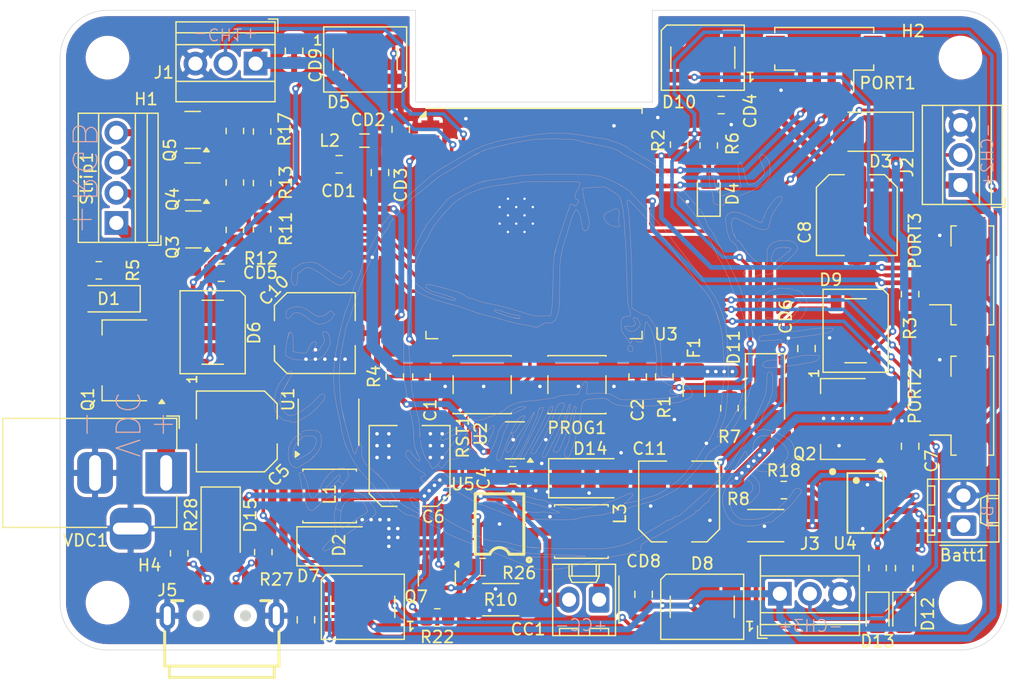
<source format=kicad_pcb>
(kicad_pcb (version 20240108) (generator "pcbnew") (generator_version "8.0")
  (layers (0 "F.Cu" signal) (31 "B.Cu" signal) (34 "B.Paste" user) (35 "F.Paste" user) (36 "B.SilkS" user "B.Silkscreen") (37 "F.SilkS" user "F.Silkscreen") (38 "B.Mask" user) (39 "F.Mask" user) (44 "Edge.Cuts" user))
  (net 0 "")
  (net 1 "GND")
  (net 2 "+BATT")
  (net 3 "EN")
  (net 4 "PROG")
  (net 5 "+5V")
  (net 6 "+3.3V")
  (net 7 "VCC")
  (net 8 "PCH1")
  (net 9 "V_REG")
  (net 10 "/3V3MCU")
  (net 11 "WLED_0")
  (net 12 "Net-(D4-A)")
  (net 13 "Net-(D5-DOUT)")
  (net 14 "Net-(D7-DOUT)")
  (net 15 "Net-(D8-DOUT)")
  (net 16 "Net-(D10-DIN)")
  (net 18 "Net-(D12-K)")
  (net 19 "Net-(D14-K)")
  (net 20 "Net-(U2-EN)")
  (net 21 "WLED_1")
  (net 22 "WLED_2")
  (net 23 "WLED_3")
  (net 24 "SCL")
  (net 25 "SDA")
  (net 26 "R_CH")
  (net 27 "G_CH")
  (net 28 "B_CH")
  (net 29 "Vin")
  (net 30 "Net-(Q4-G)")
  (net 31 "Net-(Q5-G)")
  (net 32 "EN_CH0")
  (net 33 "CH0")
  (net 34 "Net-(U4-STDBY#)")
  (net 35 "Net-(U4-CHRG#)")
  (net 36 "Net-(U4-PROG)")
  (net 37 "NCH1")
  (net 38 "CH1")
  (net 39 "CH2")
  (net 40 "CH3")
  (net 41 "RX0")
  (net 42 "TX0")
  (net 43 "IO18")
  (net 61 "Net-(D1-A)")
  (net 62 "Net-(D2-K)")
  (net 63 "Net-(D3-A)")
  (net 64 "Net-(D6-DOUT)")
  (net 65 "Net-(D13-K)")
  (net 66 "Net-(Q3-G)")
  (net 67 "Net-(D15-A)")
  (net 68 "Net-(U4-CE)")
  (net 69 "IO17")
  (net 72 "Net-(J5-CC1)")
  (net 73 "USB_P")
  (net 74 "Net-(J5-CC2)")
  (net 75 "USB_M")
  (footprint "Diode_SMD:D_MiniMELF" (layer "F.Cu") (at 123.85 77.1 180)
    (property "Reference" "D1")
    (property "Value" "D_Zener")
  )
  (footprint "Capacitor_SMD:C_0805_2012Metric" (layer "F.Cu") (at 146.75 66.449999 -90)
    (property "Reference" "CD3")
    (property "Value" "10u")
  )
  (footprint "LED_SMD:LED_WS2812B_PLCC4_5.0x5.0mm_P3.2mm" (layer "F.Cu") (at 173.95 103.1 180)
    (property "Reference" "D8")
    (property "Value" "WS2812B")
  )
  (footprint "Package_TO_SOT_SMD:SOT-23" (layer "F.Cu") (at 130.937501 67.2 180)
    (property "Reference" "Q4")
    (property "Value" "AO3400A")
  )
  (footprint "Capacitor_SMD:C_0805_2012Metric" (layer "F.Cu") (at 169 102.050001 90)
    (property "Reference" "CD8")
    (property "Value" "100n")
  )
  (footprint "LED_SMD:LED_0805_2012Metric_Pad1.15x1.40mm_HandSolder" (layer "F.Cu") (at 188.75 103.725001 -90)
    (property "Reference" "D13")
    (property "Value" "LED_RED")
  )
  (footprint "Package_TO_SOT_SMD:SOT-223-3_TabPin2" (layer "F.Cu") (at 185.850001 87.25 180)
    (property "Reference" "Q2")
    (property "Value" "PMOS")
  )
  (footprint "Capacitor_SMD:C_0805_2012Metric" (layer "F.Cu") (at 191.5 89.550001 90)
    (property "Reference" "C7")
    (property "Value" "10u")
  )
  (footprint "LED_SMD:LED_0805_2012Metric_Pad1.15x1.40mm_HandSolder" (layer "F.Cu") (at 191 103.725001 -90)
    (property "Reference" "D12")
    (property "Value" "LED_BLUE")
  )
  (footprint "Button_Switch_SMD:SW_SPST_PTS647_Sx38" (layer "F.Cu") (at 163.375 84.35 180)
    (property "Reference" "PROG1")
    (property "Value" "SW_Push")
  )
  (footprint "Capacitor_SMD:C_0805_2012Metric" (layer "F.Cu") (at 168.5 83.699999 -90)
    (property "Reference" "C2")
    (property "Value" "100n")
  )
  (footprint "Capacitor_SMD:C_0805_2012Metric" (layer "F.Cu") (at 140.5 104.199999 -90)
    (property "Reference" "CD7" (hide yes))
    (property "Value" "100n")
  )
  (footprint "Library:SOP-8_L4.9-W3.9-P1.27-LS6.0-BL-EP" (layer "F.Cu") (at 187.7275 94.345 -90)
    (property "Reference" "U4")
    (property "Value" "TP4056")
  )
  (footprint "Resistor_SMD:R_0805_2012Metric" (layer "F.Cu") (at 134.499998 62.937499 90)
    (property "Reference" "R21" (hide yes))
    (property "Value" "100k")
  )
  (footprint "Connector_BarrelJack:BarrelJack_Horizontal" (layer "F.Cu") (at 128.7 91.8)
    (property "Reference" "VDC1")
    (property "Value" "Barrel_Jack_Switch")
  )
  (footprint "Resistor_SMD:R_0805_2012Metric" (layer "F.Cu") (at 191 99.8375 -90)
    (property "Reference" "R14" (hide yes))
    (property "Value" "2.2k")
  )
  (footprint "Connector_Molex:Molex_KK-254_AE-6410-02A_1x02_P2.54mm_Vertical" (layer "F.Cu") (at 165.25 102.5 180)
    (property "Reference" "CC1")
    (property "Value" "Conn_01x02_Socket")
  )
  (footprint "Connector_Molex:Molex_KK-254_AE-6410-02A_1x02_P2.54mm_Vertical" (layer "F.Cu") (at 196 96.25 90)
    (property "Reference" "Batt1")
    (property "Value" "Conn_01x02_Socket")
  )
  (footprint "Capacitor_SMD:C_Elec_6.3x7.7" (layer "F.Cu") (at 149.25 91.212501 90)
    (property "Reference" "C6")
    (property "Value" "220uF")
  )
  (footprint "TerminalBlock:TerminalBlock_Xinya_XY308-2.54-3P_1x03_P2.54mm_Horizontal" (layer "F.Cu") (at 180.5 102)
    (property "Reference" "J3")
    (property "Value" "Conn_01x03_Socket")
  )
  (footprint "Package_TO_SOT_SMD:SOT-223-3_TabPin2" (layer "F.Cu") (at 125.2 82.3 180)
    (property "Reference" "Q1")
    (property "Value" "PMOS")
  )
  (footprint "Inductor_SMD:L_Sunlord_SWPA4010S" (layer "F.Cu") (at 163.75 96.75)
    (property "Reference" "L3")
    (property "Value" "33u")
  )
  (footprint "Diode_SMD:D_SMA" (layer "F.Cu") (at 179.25 85.249999 -90)
    (property "Reference" "D11")
    (property "Value" "SS14")
  )
  (footprint "Library:ESOP-8_L4.9-W3.9-P1.27-LS6.0-BL-EP" (layer "F.Cu") (at 156.8415 96.115 90)
    (property "Reference" "U5")
    (property "Value" "XL4001")
  )
  (footprint "Resistor_SMD:R_0805_2012Metric" (layer "F.Cu") (at 136.799998 62.9875 -90)
    (property "Reference" "R17")
    (property "Value" "330R")
  )
  (footprint "Resistor_SMD:R_2010_5025Metric" (layer "F.Cu") (at 156.9375 102.5)
    (property "Reference" "R10")
    (property "Value" "0R22")
  )
  (footprint "Diode_SMD:D_SMA" (layer "F.Cu") (at 133.3 96.499999 -90)
    (property "Reference" "D15")
    (property "Value" "SS14")
  )
  (footprint "TerminalBlock:TerminalBlock_Xinya_XY308-2.54-4P_1x04_P2.54mm_Horizontal" (layer "F.Cu") (at 124.5 70.7 90)
    (property "Reference" "Strip1")
    (property "Value" "Conn_01x02_Pin")
  )
  (footprint "TerminalBlock:TerminalBlock_Xinya_XY308-2.54-3P_1x03_P2.54mm_Horizontal" (layer "F.Cu") (at 195.75 67.5 90)
    (property "Reference" "J2")
    (property "Value" "Conn_01x03_Socket")
  )
  (footprint "Resistor_SMD:R_0805_2012Metric" (layer "F.Cu") (at 123.0125 74.7)
    (property "Reference" "R5")
    (property "Value" "10k")
  )
  (footprint "Library:Hirose_DF13C_CL535-0404-8-51_1x04-1MP_P1.25mm_Vertical" (layer "F.Cu") (at 184.25 57.25 180)
    (property "Reference" "PORT1")
    (property "Value" "Conn_01x04_Socket")
  )
  (footprint "Diode_SMD:D_SMA" (layer "F.Cu") (at 164.5 92.25)
    (property "Reference" "D14")
    (property "Value" "SS14")
  )
  (footprint "Resistor_SMD:R_0805_2012Metric" (layer "F.Cu") (at 176.25 86.3375 -90)
    (property "Reference" "R7")
    (property "Value" "100k")
  )
  (footprint "Resistor_SMD:R_0805_2012Metric" (layer "F.Cu") (at 136.799999 67.3375 -90)
    (property "Reference" "R13")
    (property "Value" "330R")
  )
  (footprint "Library:USB-C-SMD_GT-USB-7101A" (layer "F.Cu") (at 133.4 102.7775)
    (property "Reference" "J5")
    (property "Value" "USB_C_Receptacle_USB2.0_8P")
    (fp_poly (pts (xy -1.525 1.0775) (xy -1.544241 0.943677) (xy -1.600405 0.820696) (xy -1.688941 0.718519) (xy -1.802678 0.645425) (xy -1.9324 0.607335) (xy -2.0676 0.607335) (xy -2.197322 0.645425) (xy -2.311059 0.718519) (xy -2.399595 0.820696) (xy -2.455759 0.943677) (xy -2.475 1.0775) (xy -2.455759 1.211323) (xy -2.399595 1.334304) (xy -2.311059 1.436481) (xy -2.197322 1.509575) (xy -2.0676 1.547665) (xy -1.9324 1.547665) (xy -1.802678 1.509575) (xy -1.688941 1.436481) (xy -1.600405 1.334304) (xy -1.544241 1.211323)) (fill solid) (layer "Edge.Cuts"))
    (fp_poly (pts (xy 2.475 1.0775) (xy 2.455759 0.943677) (xy 2.399595 0.820696) (xy 2.311059 0.718519) (xy 2.197322 0.645425) (xy 2.0676 0.607335) (xy 1.9324 0.607335) (xy 1.802678 0.645425) (xy 1.688941 0.718519) (xy 1.600405 0.820696) (xy 1.544241 0.943677) (xy 1.525 1.0775) (xy 1.544241 1.211323) (xy 1.600405 1.334304) (xy 1.688941 1.436481) (xy 1.802678 1.509575) (xy 1.9324 1.547665) (xy 2.0676 1.547665) (xy 2.197322 1.509575) (xy 2.311059 1.436481) (xy 2.399595 1.334304) (xy 2.455759 1.211323)) (fill solid) (layer "Edge.Cuts"))
  )
  (footprint "Resistor_SMD:R_2010_5025Metric" (layer "F.Cu") (at 179.3125 96.25)
    (property "Reference" "R8")
    (property "Value" "0R22")
  )
  (footprint "Capacitor_SMD:C_Elec_6.3x7.7" (layer "F.Cu") (at 187 70.037499 -90)
    (property "Reference" "C8")
    (property "Value" "100uF")
  )
  (footprint "Resistor_SMD:R_0805_2012Metric" (layer "F.Cu") (at 174.5 64.1625 -90)
    (property "Reference" "R6")
    (property "Value" "330R")
  )
  (footprint "MountingHole:MountingHole_3.2mm_M3" (layer "F.Cu") (at 123.75 102.75)
    (property "Reference" "H4")
    (property "Value" "MountingHole")
  )
  (footprint "Resistor_SMD:R_0805_2012Metric" (layer "F.Cu") (at 136.9 98.4875 -90)
    (property "Reference" "R27")
    (property "Value" "5.1k")
  )
  (footprint "Capacitor_SMD:C_0805_2012Metric" (layer "F.Cu") (at 133.35 74.9)
    (property "Reference" "CD5")
    (property "Value" "100n")
  )
  (footprint "Diode_SMD:D_SMA" (layer "F.Cu") (at 143.250001 98)
    (property "Reference" "D2")
    (property "Value" "SS14")
  )
  (footprint "LED_SMD:LED_WS2812B_PLCC4_5.0x5.0mm_P3.2mm" (layer "F.Cu") (at 145.5 56.9)
    (property "Reference" "D5")
    (property "Value" "WS2812B")
  )
  (footprint "Resistor_SMD:R_0805_2012Metric" (layer "F.Cu") (at 134.5 71.2875 90)
    (property "Reference" "R12")
    (property "Value" "100k")
  )
  (footprint "MountingHole:MountingHole_3.2mm_M3" (layer "F.Cu") (at 195.75 102.75)
    (property "Reference" "H3" (hide yes))
    (property "Value" "MountingHole")
  )
  (footprint "Library:Hirose_DF13C_CL535-0404-8-51_1x04-1MP_P1.25mm_Vertical" (layer "F.Cu") (at 195.5 86.125 90)
    (property "Reference" "PORT2")
    (property "Value" "Conn_01x04_Socket")
  )
  (footprint "Resistor_SMD:R_0805_2012Metric" (layer "F.Cu") (at 180.8375 93.25)
    (property "Reference" "R18")
    (property "Value" "2.2k")
  )
  (footprint "LED_SMD:LED_WS2812B_PLCC4_5.0x5.0mm_P3.2mm" (layer "F.Cu") (at 132.624584 79.925 90)
    (property "Reference" "D6")
    (property "Value" "WS2812B")
  )
  (footprint "Package_SO:SOIC-8_3.9x4.9mm_P1.27mm" (layer "F.Cu") (at 142.405 87.525 90)
    (property "Reference" "U1")
    (property "Value" "XL1509-5V")
  )
  (footprint "Inductor_SMD:L_Sunlord_SWPA4010S" (layer "F.Cu") (at 142.5 93.75)
    (property "Reference" "L1")
    (property "Value" "33u")
  )
  (footprint "Resistor_SMD:R_0805_2012Metric" (layer "F.Cu") (at 148 83.6625 -90)
    (property "Reference" "R4")
    (property "Value" "10k")
  )
  (footprint "Capacitor_SMD:C_Elec_6.3x7.7" (layer "F.Cu") (at 141.25 80)
    (property "Reference" "C10")
    (property "Value" "220uF")
  )
  (footprint "Resistor_SMD:R_0805_2012Metric" (layer "F.Cu") (at 155.4125 99.75)
    (property "Reference" "R26")
    (property "Value" "10k")
  )
  (footprint "Package_TO_SOT_SMD:SOT-23-5" (layer "F.Cu") (at 158.1375 89.050001 180)
    (property "Reference" "U2")
    (property "Value" "AP2112K-3.3")
  )
  (footprint "Capacitor_SMD:C_Elec_6.3x7.7" (layer "F.Cu") (at 172 94.212501 90)
    (property "Reference" "C11")
    (property "Value" "220uF")
  )
  (footprint "Resistor_SMD:R_0805_2012Metric" (layer "F.Cu") (at 191.5 76.7125 90)
    (property "Reference" "R3")
    (property "Value" "2.2k")
  )
  (footprint "Resistor_SMD:R_0805_2012Metric" (layer "F.Cu") (at 188.75 99.8375 -90)
    (property "Reference" "R15" (hide yes))
    (property "Value" "2.2k")
  )
  (footprint "LED_SMD:LED_WS2812B_PLCC4_5.0x5.0mm_P3.2mm" (layer "F.Cu") (at 145.3 103.1 180)
    (property "Reference" "D7")
    (property "Value" "WS2812B")
  )
  (footprint "LED_SMD:LED_WS2812B_PLCC4_5.0x5.0mm_P3.2mm" (layer "F.Cu") (at 174 56.75 180)
    (property "Reference" "D10")
    (property "Value" "WS2812B")
  )
  (footprint "Fuse:Fuse_1206_3216Metric_Pad1.42x1.75mm_HandSolder" (layer "F.Cu") (at 173.25 84.7375 -90)
    (property "Reference" "F1")
    (property "Value" "Polyfuse")
  )
  (footprint "MountingHole:MountingHole_3.2mm_M3" (layer "F.Cu") (at 123.75 56.75)
    (property "Reference" "H1")
    (property "Value" "MountingHole")
  )
  (footprint "Library:Hirose_DF13C_CL535-0404-8-51_1x04-1MP_P1.25mm_Vertical" (layer "F.Cu") (at 195.5 75.125 90)
    (property "Reference" "PORT3")
    (property "Value" "Conn_01x04_Socket")
  )
  (footprint "Capacitor_SMD:C_0805_2012Metric" (layer "F.Cu") (at 182.75 81.300001 90)
    (property "Reference" "CD6")
    (property "Value" "100n")
  )
  (footprint "Resistor_SMD:R_0805_2012Metric" (layer "F.Cu") (at 172 64.0875 -90)
    (property "Reference" "R2")
    (property "Value" "2.2k")
  )
  (footprint "Capacitor_SMD:C_0805_2012Metric" (layer "F.Cu") (at 157.95 92)
    (property "Reference" "C4")
    (property "Value" "10u")
  )
  (footprint "TerminalBlock:TerminalBlock_Xinya_XY308-2.54-3P_1x03_P2.54mm_Horizontal" (layer "F.Cu") (at 136.25 57.25 180)
    (property "Reference" "J1")
    (property "Value" "Conn_01x03_Socket")
  )
  (footprint "MountingHole:MountingHole_3.2mm_M3" (layer "F.Cu") (at 195.75 56.75)
    (property "Reference" "H2")
    (property "Value" "MountingHole")
  )
  (footprint "Capacitor_SMD:C_0805_2012Metric" (layer "F.Cu") (at 143.300001 65.75 180)
    (property "Reference" "CD1")
    (property "Value" "10u")
  )
  (footprint "Resistor_SMD:R_0805_2012Metric" (layer "F.Cu") (at 129.8 98.5875 -90)
    (property "Reference" "R28")
    (property "Value" "5.1k")
  )
  (footprint "Resistor_SMD:R_0805_2012Metric" (layer "F.Cu") (at 170.75 83.6625 90)
    (property "Reference" "R1")
    (property "Value" "10k")
  )
  (footprint "Capacitor_SMD:C_Elec_6.3x7.7" (layer "F.Cu") (at 134.662501 88.3 180)
    (property "Reference" "C5")
    (property "Value" "220uF")
  )
  (footprint "LED_SMD:LED_WS2812B_PLCC4_5.0x5.0mm_P3.2mm" (layer "F.Cu") (at 186.9 79.8 90)
    (property "Reference" "D9")
    (property "Value" "WS2812B")
  )
  (footprint "Inductor_SMD:L_0805_2012Metric" (layer "F.Cu") (at 145.4375 63.75)
    (property "Reference" "L2")
    (property "Value" "22n")
  )
  (footprint "Package_TO_SOT_SMD:SOT-23" (layer "F.Cu") (at 130.999999 71.25 180)
    (property "Reference" "Q3")
    (property "Value" "AO3400A")
  )
  (footprint "Button_Switch_SMD:SW_SPST_PTS647_Sx38" (layer "F.Cu") (at 155.375 84.35 180)
    (property "Reference" "RST1")
    (property "Value" "SW_Push")
  )
  (footprint "Capacitor_SMD:C_0805_2012Metric" (layer "F.Cu") (at 139.5 56.199999 -90)
    (property "Reference" "CD9")
    (property "Value" "100n")
  )
  (footprint "Resistor_SMD:R_0805_2012Metric" (layer "F.Cu") (at 134.5 67.2875 90)
    (property "Reference" "R16" (hide yes))
    (property "Value" "100k")
  )
  (footprint "Resistor_SMD:R_0805_2012Metric" (layer "F.Cu") (at 151.5875 104 180)
    (property "Reference" "R22")
    (property "Value" "10k")
  )
  (footprint "Capacitor_SMD:C_0805_2012Metric" (layer "F.Cu") (at 150.25 83.699999 -90)
    (property "Reference" "C1")
    (property "Value" "100n")
  )
  (footprint "Diode_SMD:D_SMA" (layer "F.Cu") (at 188.250001 63 180)
    (property "Reference" "D3")
    (property "Value" "SS14")
  )
  (footprint "Resistor_SMD:R_0805_2012Metric" (layer "F.Cu") (at 136.799999 71.2375 -90)
    (property "Reference" "R11")
    (property "Value" "330R")
  )
  (footprint "Package_TO_SOT_SMD:SOT-23" (layer "F.Cu") (at 151.55 100.6875 -90)
    (property "Reference" "Q7")
    (property "Value" "2N7002K")
  )
  (footprint "Capacitor_SMD:C_0805_2012Metric" (layer "F.Cu") (at 175.550001 60.75 180)
    (property "Reference" "CD4")
    (property "Value" "100n")
  )
  (footprint "RF_Module:ESP32-WROOM-32U" (layer "F.Cu") (at 159.75 70.75)
    (property "Reference" "U3")
    (property "Value" "ESP32-WROOM-32")
  )
  (footprint "Capacitor_SMD:C_0805_2012Metric" (layer "F.Cu") (at 148.5 62.800001 90)
    (property "Reference" "CD2")
    (property "Value" "100n")
  )
  (footprint "Package_TO_SOT_SMD:SOT-23" (layer "F.Cu") (at 130.9375 62.85 180)
    (property "Reference" "Q5")
    (property "Value" "AO3400A")
  )
  (footprint "LED_SMD:LED_0805_2012Metric_Pad1.15x1.40mm_HandSolder" (layer "F.Cu") (at 174.5 68.274999 90)
    (property "Reference" "D4")
    (property "Value" "LED")
  )
  (gr_line (start 169.980667 70.38276) (end 170.898642 71.434398) (stroke (width 0.02)) (layer "B.SilkS"))
  (gr_line (start 158.472738 88.584996) (end 158.264172 88.921588) (stroke (width 0.02)) (layer "B.SilkS"))
  (gr_line (start 153.76199 67.924895) (end 154.755472 67.448498) (stroke (width 0.02)) (layer "B.SilkS"))
  (gr_line (start 151.41239 66.464982) (end 151.841156 66.163185) (stroke (width 0.02)) (layer "B.SilkS"))
  (gr_arc (start 161.475626 90.016574) (mid 161.435089 89.997601) (end 161.397656 89.973065) (stroke (width 0.02)) (layer "B.SilkS"))
  (gr_arc (start 168.038909 93.564215) (mid 168.0655 93.60232) (end 168.07849 93.646932) (stroke (width 0.02)) (layer "B.SilkS"))
  (gr_line (start 140.529598 90.299216) (end 140.631992 90.231813) (stroke (width 0.02)) (layer "B.SilkS"))
  (gr_line (start 157.798523 88.421308) (end 157.426983 89.313882) (stroke (width 0.02)) (layer "B.SilkS"))
  (gr_line (start 171.586374 83.838877) (end 171.808338 83.894245) (stroke (width 0.02)) (layer "B.SilkS"))
  (gr_line (start 172.509163 91.843933) (end 172.741628 91.560926) (stroke (width 0.02)) (layer "B.SilkS"))
  (gr_arc (start 174.42866 90.240798) (mid 174.502124 90.146412) (end 174.581486 90.056929) (stroke (width 0.02)) (layer "B.SilkS"))
  (gr_line (start 179.637246 65.791845) (end 179.669013 66.079696) (stroke (width 0.02)) (layer "B.SilkS"))
  (gr_arc (start 175.671733 92.812523) (mid 175.701884 92.785023) (end 175.735249 92.761526) (stroke (width 0.02)) (layer "B.SilkS"))
  (gr_arc (start 180.688276 91.025614) (mid 180.595546 91.083357) (end 180.491255 91.115865) (stroke (width 0.02)) (layer "B.SilkS"))
  (gr_arc (start 168.686919 65.651083) (mid 169.12532 65.900121) (end 169.543383 66.181971) (stroke (width 0.02)) (layer "B.SilkS"))
  (gr_arc (start 168.228761 79.812224) (mid 168.135811 79.849032) (end 168.037244 79.865725) (stroke (width 0.02)) (layer "B.SilkS"))
  (gr_arc (start 139.637509 82.237143) (mid 139.500685 82.212893) (end 139.366188 82.177973) (stroke (width 0.02)) (layer "B.SilkS"))
  (gr_arc (start 149.454343 75.132876) (mid 149.531776 74.760618) (end 149.641267 74.396498) (stroke (width 0.02)) (layer "B.SilkS"))
  (gr_line (start 168.142061 78.813232) (end 168.244756 78.989188) (stroke (width 0.02)) (layer "B.SilkS"))
  (gr_arc (start 139.27926 79.960613) (mid 139.329301 80.01743) (end 139.359911 80.086679) (stroke (width 0.02)) (layer "B.SilkS"))
  (gr_line (start 181.987036 93.867962) (end 181.783432 94.124401) (stroke (width 0.02)) (layer "B.SilkS"))
  (gr_arc (start 178.232657 89.808944) (mid 178.251747 89.493137) (end 178.344017 89.190506) (stroke (width 0.02)) (layer "B.SilkS"))
  (gr_arc (start 155.867861 90.397882) (mid 155.809874 90.469177) (end 155.74294 90.532148) (stroke (width 0.02)) (layer "B.SilkS"))
  (gr_line (start 175.02523 72.990456) (end 174.885028 72.677606) (stroke (width 0.02)) (layer "B.SilkS"))
  (gr_arc (start 177.05559 86.140704) (mid 176.704294 86.861222) (end 176.291328 87.548255) (stroke (width 0.02)) (layer "B.SilkS"))
  (gr_line (start 155.548583 78.466027) (end 155.214506 78.369659) (stroke (width 0.02)) (layer "B.SilkS"))
  (gr_line (start 149.423756 90.962016) (end 149.294812 90.809413) (stroke (width 0.02)) (layer "B.SilkS"))
  (gr_arc (start 163.167389 94.898716) (mid 163.114704 94.893943) (end 163.062643 94.884548) (stroke (width 0.02)) (layer "B.SilkS"))
  (gr_line (start 162.924501 98.756827) (end 162.212715 98.731267) (stroke (width 0.02)) (layer "B.SilkS"))
  (gr_line (start 149.731212 76.367589) (end 149.582538 76.267309) (stroke (width 0.02)) (layer "B.SilkS"))
  (gr_arc (start 147.780464 93.632462) (mid 147.619931 93.354462) (end 147.475385 93.067824) (stroke (width 0.02)) (layer "B.SilkS"))
  (gr_arc (start 142.082854 79.880251) (mid 142.19366 79.911104) (end 142.29636 79.962902) (stroke (width 0.02)) (layer "B.SilkS"))
  (gr_line (start 175.37088 77.668032) (end 175.577178 78.165708) (stroke (width 0.02)) (layer "B.SilkS"))
  (gr_line (start 146.568233 72.557884) (end 146.392317 72.932335) (stroke (width 0.02)) (layer "B.SilkS"))
  (gr_arc (start 168.324801 78.691545) (mid 168.366563 78.714612) (end 168.406119 78.741285) (stroke (width 0.02)) (layer "B.SilkS"))
  (gr_line (start 179.134587 70.2563) (end 179.228633 70.000235) (stroke (width 0.02)) (layer "B.SilkS"))
  (gr_arc (start 179.262766 77.224843) (mid 179.433094 77.124201) (end 179.607847 77.031454) (stroke (width 0.02)) (layer "B.SilkS"))
  (gr_arc (start 167.935164 93.519498) (mid 167.991475 93.531561) (end 168.038909 93.564215) (stroke (width 0.02)) (layer "B.SilkS"))
  (gr_line (start 164.766941 63.462523) (end 165.152052 63.523029) (stroke (width 0.02)) (layer "B.SilkS"))
  (gr_arc (start 158.541053 87.153641) (mid 158.601947 87.105143) (end 158.665745 87.060534) (stroke (width 0.02)) (layer "B.SilkS"))
  (gr_line (start 158.393762 86.608352) (end 158.614129 86.505411) (stroke (width 0.02)) (layer "B.SilkS"))
  (gr_line (start 179.593302 70.912402) (end 179.538591 71.07251) (stroke (width 0.02)) (layer "B.SilkS"))
  (gr_arc (start 156.336951 98.529945) (mid 156.227504 98.501975) (end 156.120438 98.465952) (stroke (width 0.02)) (layer "B.SilkS"))
  (gr_arc (start 177.003297 95.586609) (mid 176.878923 95.480677) (end 176.760311 95.36833) (stroke (width 0.02)) (layer "B.SilkS"))
  (gr_arc (start 181.592336 76.859314) (mid 181.836505 76.993171) (end 182.044511 77.178293) (stroke (width 0.02)) (layer "B.SilkS"))
  (gr_arc (start 154.465091 77.076) (mid 154.511642 77.078414) (end 154.55769 77.085645) (stroke (width 0.02)) (layer "B.SilkS"))
  (gr_line (start 141.320174 89.36463) (end 141.405115 89.09441) (stroke (width 0.02)) (layer "B.SilkS"))
  (gr_line (start 180.248062 69.396879) (end 180.02642 69.706895) (stroke (width 0.02)) (layer "B.SilkS"))
  (gr_arc (start 163.273291 94.894263) (mid 163.220438 94.898827) (end 163.167389 94.898716) (stroke (width 0.02)) (layer "B.SilkS"))
  (gr_arc (start 175.25559 68.004723) (mid 175.296021 68.050414) (end 175.33124 68.100232) (stroke (width 0.02)) (layer "B.SilkS"))
  (gr_line (start 158.055926 78.702524) (end 158.505054 78.774954) (stroke (width 0.02)) (layer "B.SilkS"))
  (gr_line (start 143.246389 75.923414) (end 142.99662 75.819571) (stroke (width 0.02)) (layer "B.SilkS"))
  (gr_line (start 150.236986 67.430058) (end 150.514128 67.188183) (stroke (width 0.02)) (layer "B.SilkS"))
  (gr_arc (start 140.290581 91.901707) (mid 140.355616 92.008456) (end 140.406074 92.12282) (stroke (width 0.02)) (layer "B.SilkS"))
  (gr_arc (start 173.833768 94.791444) (mid 173.783465 94.841563) (end 173.729893 94.888171) (stroke (width 0.02)) (layer "B.SilkS"))
  (gr_line (start 160.65183 66.604499) (end 162.164128 66.586075) (stroke (width 0.02)) (layer "B.SilkS"))
  (gr_line (start 143.359142 93.985156) (end 143.40331 93.908706) (stroke (width 0.02)) (layer "B.SilkS"))
  (gr_arc (start 162.260129 85.933238) (mid 162.300061 85.989129) (end 162.314128 86.056353) (stroke (width 0.02)) (layer "B.SilkS"))
  (gr_arc (start 155.258741 94.476) (mid 155.306203 94.480258) (end 155.352157 94.492874) (stroke (width 0.02)) (layer "B.SilkS"))
  (gr_arc (start 141.565611 93.464509) (mid 141.479852 93.58792) (end 141.38665 93.70581) (stroke (width 0.02)) (layer "B.SilkS"))
  (gr_line (start 162.414128 98.215019) (end 164.94657 98.212896) (stroke (width 0.02)) (layer "B.SilkS"))
  (gr_arc (start 175.425468 73.836495) (mid 175.507555 73.948013) (end 175.579527 74.066312) (stroke (width 0.02)) (layer "B.SilkS"))
  (gr_line (start 152.724836 88.745444) (end 152.354316 88.949972) (stroke (width 0.02)) (layer "B.SilkS"))
  (gr_arc (start 140.87527 86.024069) (mid 140.592251 86.250926) (end 140.298655 86.463917) (stroke (width 0.02)) (layer "B.SilkS"))
  (gr_line (start 173.867012 75.311029) (end 174.558406 76.258233) (stroke (width 0.02)) (layer "B.SilkS"))
  (gr_arc (start 158.781806 86.995109) (mid 158.822704 86.98084) (end 158.86575 86.976) (stroke (width 0.02)) (layer "B.SilkS"))
  (gr_arc (start 171.272336 95.76497) (mid 171.228893 95.773235) (end 171.184758 95.776) (stroke (width 0.02)) (layer "B.SilkS"))
  (gr_arc (start 170.88406 95.876316) (mid 170.934748 95.848202) (end 170.9873 95.823748) (stroke (width 0.02)) (layer "B.SilkS"))
  (gr_arc (start 176.281417 93.569005) (mid 176.343498 93.447359) (end 176.412106 93.329271) (stroke (width 0.02)) (layer "B.SilkS"))
  (gr_arc (start 168.758732 98.314565) (mid 168.707805 98.357259) (end 168.647131 98.384375) (stroke (width 0.02)) (layer "B.SilkS"))
  (gr_line (start 140.159197 93.032538) (end 140.099532 92.707251) (stroke (width 0.02)) (layer "B.SilkS"))
  (gr_arc (start 176.952461 72.176192) (mid 176.987779 72.183932) (end 177.016756 72.205563) (stroke (width 0.02)) (layer "B.SilkS"))
  (gr_arc (start 180.892813 74.058261) (mid 180.867778 74.071442) (end 180.839858 74.076) (stroke (width 0.02)) (layer "B.SilkS"))
  (gr_arc (start 154.214128 87.458906) (mid 154.208152 87.483227) (end 154.191597 87.502024) (stroke (width 0.02)) (layer "B.SilkS"))
  (gr_line (start 150.517275 67.788246) (end 150.297557 67.962817) (stroke (width 0.02)) (layer "B.SilkS"))
  (gr_line (start 177.230868 90.523006) (end 176.938711 91.005523) (stroke (width 0.02)) (layer "B.SilkS"))
  (gr_arc (start 142.161149 98.358436) (mid 142.074257 98.367283) (end 141.989254 98.347202) (stroke (width 0.02)) (layer "B.SilkS"))
  (gr_line (start 162.766402 70.826) (end 162.275274 72.429545) (stroke (width 0.02)) (layer "B.SilkS"))
  (gr_line (start 162.98413 89.733971) (end 162.79265 90.257259) (stroke (width 0.02)) (layer "B.SilkS"))
  (gr_line (start 168.014128 77.884261) (end 168.530118 78.205017) (stroke (width 0.02)) (layer "B.SilkS"))
  (gr_line (start 141.797825 85.895986) (end 141.46037 86.272617) (stroke (width 0.02)) (layer "B.SilkS"))
  (gr_arc (start 162.353768 90.331217) (mid 162.328502 90.243783) (end 162.320454 90.153129) (stroke (width 0.02)) (layer "B.SilkS"))
  (gr_arc (start 162.5253 94.724465) (mid 162.622266 94.739547) (end 162.717671 94.762519) (stroke (width 0.02)) (layer "B.SilkS"))
  (gr_arc (start 138.739771 86.716171) (mid 138.52127 86.474808) (end 138.370494 86.186248) (stroke (width 0.02)) (layer "B.SilkS"))
  (gr_arc (start 181.630539 89.471748) (mid 181.677053 89.654626) (end 181.710654 89.84031) (stroke (width 0.02)) (layer "B.SilkS"))
  (gr_line (start 153.900361 88.703817) (end 153.694826 88.993421) (stroke (width 0.02)) (layer "B.SilkS"))
  (gr_line (start 151.114831 67.303082) (end 150.907075 67.476408) (stroke (width 0.02)) (layer "B.SilkS"))
  (gr_line (start 165.786857 95.299066) (end 165.531138 95.340786) (stroke (width 0.02)) (layer "B.SilkS"))
  (gr_line (start 182.664128 79.724634) (end 183.435914 79.626018) (stroke (width 0.02)) (layer "B.SilkS"))
  (gr_arc (start 156.049147 67.64059) (mid 156.5098 67.558718) (end 156.973182 67.494051) (stroke (width 0.02)) (layer "B.SilkS"))
  (gr_arc (start 139.605886 91.349098) (mid 139.537094 91.325018) (end 139.469886 91.296819) (stroke (width 0.02)) (layer "B.SilkS"))
  (gr_arc (start 167.142833 78.937547) (mid 167.177243 78.823051) (end 167.242351 78.722777) (stroke (width 0.02)) (layer "B.SilkS"))
  (gr_line (start 143.815861 79.862103) (end 143.770333 80.108604) (stroke (width 0.02)) (layer "B.SilkS"))
  (gr_arc (start 178.048819 92.593536) (mid 178.127302 92.696773) (end 178.190899 92.80979) (stroke (width 0.02)) (layer "B.SilkS"))
  (gr_line (start 174.551352 67.085533) (end 174.519733 66.69017) (stroke (width 0.02)) (layer "B.SilkS"))
  (gr_arc (start 163.29297 69.226764) (mid 163.26489 69.248377) (end 163.231466 69.26016) (stroke (width 0.02)) (layer "B.SilkS"))
  (gr_line (start 179.734564 78.74253) (end 179.961235 78.771746) (stroke (width 0.02)) (layer "B.SilkS"))
  (gr_line (start 144.975302 93.498297) (end 145.17863 93.585378) (stroke (width 0.02)) (layer "B.SilkS"))
  (gr_line (start 160.473047 78.555934) (end 161.164128 78.525999) (stroke (width 0.02)) (layer "B.SilkS"))
  (gr_line (start 148.762993 79.026426) (end 148.817982 77.425999) (stroke (width 0.02)) (layer "B.SilkS"))
  (gr_arc (start 155.472409 90.490783) (mid 155.438476 90.396041) (end 155.440694 90.295425) (stroke (width 0.02)) (layer "B.SilkS"))
  (gr_arc (start 149.089128 90.59041) (mid 149.133097 90.632145) (end 149.175163 90.675797) (stroke (width 0.02)) (layer "B.SilkS"))
  (gr_arc (start 181.27283 88.964617) (mid 181.403504 89.069637) (end 181.508134 89.200623) (stroke (width 0.02)) (layer "B.SilkS"))
  (gr_arc (start 160.78049 90.32777) (mid 160.679789 90.433952) (end 160.539128 90.474321) (stroke (width 0.02)) (layer "B.SilkS"))
  (gr_line (start 149.947364 73.577294) (end 149.641267 74.396498) (stroke (width 0.02)) (layer "B.SilkS"))
  (gr_line (start 142.821552 92.810778) (end 143.166462 92.460448) (stroke (width 0.02)) (layer "B.SilkS"))
  (gr_line (start 182.877881 80.240919) (end 182.014128 80.339901) (stroke (width 0.02)) (layer "B.SilkS"))
  (gr_line (start 174.083279 70.109896) (end 174.128303 70.22021) (stroke (width 0.02)) (layer "B.SilkS"))
  (gr_arc (start 138.847288 78.672677) (mid 138.822454 78.547982) (end 138.814128 78.421111) (stroke (width 0.02)) (layer "B.SilkS"))
  (gr_arc (start 151.446254 67.012535) (mid 151.515214 66.951722) (end 151.587471 66.894866) (stroke (width 0.02)) (layer "B.SilkS"))
  (gr_arc (start 156.81875 78.321403) (mid 156.668884 78.261502) (end 156.524463 78.189454) (stroke (width 0.02)) (layer "B.SilkS"))
  (gr_arc (start 139.013046 87.407092) (mid 139.072684 87.422791) (end 139.131524 87.441257) (stroke (width 0.02)) (layer "B.SilkS"))
  (gr_line (start 181.23508 94.731933) (end 180.808453 95.119309) (stroke (width 0.02)) (layer "B.SilkS"))
  (gr_line (start 150.738785 72.002405) (end 150.614676 72.221807) (stroke (width 0.02)) (layer "B.SilkS"))
  (gr_arc (start 141.808324 89.101) (mid 141.802461 89.253929) (end 141.788267 89.406311) (stroke (width 0.02)) (layer "B.SilkS"))
  (gr_arc (start 157.573958 87.383382) (mid 157.6247 87.382625) (end 157.66516 87.413262) (stroke (width 0.02)) (layer "B.SilkS"))
  (gr_line (start 182.66726 82.534625) (end 182.514128 82.57039) (stroke (width 0.02)) (layer "B.SilkS"))
  (gr_line (start 145.690334 74.459871) (end 145.341302 75.327873) (stroke (width 0.02)) (layer "B.SilkS"))
  (gr_line (start 174.405982 70.894518) (end 174.405987 70.894515) (stroke (width 0.02)) (layer "B.SilkS"))
  (gr_line (start 158.151735 88.354716) (end 157.798523 88.421308) (stroke (width 0.02)) (layer "B.SilkS"))
  (gr_arc (start 163.981459 85.718638) (mid 164.046658 85.668863) (end 164.12166 85.635645) (stroke (width 0.02)) (layer "B.SilkS"))
  (gr_arc (start 139.739679 86.811915) (mid 139.551112 86.896762) (end 139.350672 86.947555) (stroke (width 0.02)) (layer "B.SilkS"))
  (gr_arc (start 150.614128 71.001128) (mid 150.610751 71.031307) (end 150.600814 71.060005) (stroke (width 0.02)) (layer "B.SilkS"))
  (gr_arc (start 141.223629 81.574468) (mid 141.173462 81.573069) (end 141.123405 81.569463) (stroke (width 0.02)) (layer "B.SilkS"))
  (gr_line (start 159.462891 87.094879) (end 159.301457 87.343216) (stroke (width 0.02)) (layer "B.SilkS"))
  (gr_arc (start 179.112421 75.031839) (mid 179.205059 75.022333) (end 179.298065 75.017629) (stroke (width 0.02)) (layer "B.SilkS"))
  (gr_arc (start 172.932069 85.446904) (mid 172.836678 85.493773) (end 172.73899 85.535641) (stroke (width 0.02)) (layer "B.SilkS"))
  (gr_arc (start 180.785755 74.09527) (mid 180.811137 74.080953) (end 180.839858 74.076) (stroke (width 0.02)) (layer "B.SilkS"))
  (gr_arc (start 181.97617 93.076) (mid 182.040028 93.083036) (end 182.100836 93.103771) (stroke (width 0.02)) (layer "B.SilkS"))
  (gr_line (start 178.386589 87.254957) (end 178.562278 86.886483) (stroke (width 0.02)) (layer "B.SilkS"))
  (gr_arc (start 139.805877 75.003398) (mid 139.809228 74.977884) (end 139.816649 74.953245) (stroke (width 0.02)) (layer "B.SilkS"))
  (gr_line (start 159.347777 94.307044) (end 158.522998 94.151487) (stroke (width 0.02)) (layer "B.SilkS"))
  (gr_line (start 167.954676 73.211538) (end 167.966396 73.375999) (stroke (width 0.02)) (layer "B.SilkS"))
  (gr_line (start 174.904291 68.984875) (end 174.900413 68.9492) (stroke (width 0.02)) (layer "B.SilkS"))
  (gr_line (start 155.733839 67.151096) (end 156.049441 67.093835) (stroke (width 0.02)) (layer "B.SilkS"))
  (gr_line (start 180.547459 68.982931) (end 180.248062 69.396879) (stroke (width 0.02)) (layer "B.SilkS"))
  (gr_line (start 171.494967 72.204042) (end 171.772261 72.568462) (stroke (width 0.02)) (layer "B.SilkS"))
  (gr_line (start 174.220443 76.53082) (end 174.083122 76.358187) (stroke (width 0.02)) (layer "B.SilkS"))
  (gr_line (start 158.509919 89.211173) (end 158.575547 89.071921) (stroke (width 0.02)) (layer "B.SilkS"))
  (gr_line (start 143.094072 81.259521) (end 143.229593 80.564283) (stroke (width 0.02)) (layer "B.SilkS"))
  (gr_line (start 151.153337 75.953205) (end 151.864128 76.12693) (stroke (width 0.02)) (layer "B.SilkS"))
  (gr_line (start 151.864128 76.12693) (end 152.697072 76.344972) (stroke (width 0.02)) (layer "B.SilkS"))
  (gr_arc (start 160.272487 94.075999) (mid 160.330684 94.078512) (end 160.388445 94.086045) (stroke (width 0.02)) (layer "B.SilkS"))
  (gr_arc (start 144.402707 75.022085) (mid 144.390474 75.100243) (end 144.363191 75.174501) (stroke (width 0.02)) (layer "B.SilkS"))
  (gr_arc (start 165.377033 99.092372) (mid 165.443774 99.080106) (end 165.511508 99.076) (stroke (width 0.02)) (layer "B.SilkS"))
  (gr_line (start 158.022523 78.451702) (end 157.8 78.4) (stroke (width 0.02)) (layer "B.SilkS"))
  (gr_arc (start 165.934423 98.985581) (mid 166.004142 98.960941) (end 166.075418 98.941255) (stroke (width 0.02)) (layer "B.SilkS"))
  (gr_line (start 149.922796 94.169132) (end 150.145337 94.351) (stroke (width 0.02)) (layer "B.SilkS"))
  (gr_arc (start 179.999373 72.344519) (mid 180.217778 72.264092) (end 180.444518 72.211572) (stroke (width 0.02)) (layer "B.SilkS"))
  (gr_line (start 153.890309 87.684724) (end 154.05991 87.588382) (stroke (width 0.02)) (layer "B.SilkS"))
  (gr_arc (start 139.100777 78.732938) (mid 139.031633 78.772007) (end 138.952226 78.773748) (stroke (width 0.02)) (layer "B.SilkS"))
  (gr_line (start 154.036212 96.66392) (end 154.598297 96.934081) (stroke (width 0.02)) (layer "B.SilkS"))
  (gr_line (start 161.287304 77.600506) (end 161.317515 77.029436) (stroke (width 0.02)) (layer "B.SilkS"))
  (gr_arc (start 170.316435 80.301558) (mid 170.379808 80.635776) (end 170.41524 80.974098) (stroke (width 0.02)) (layer "B.SilkS"))
  (gr_arc (start 173.457311 95.000374) (mid 173.480428 94.989494) (end 173.504897 94.982147) (stroke (width 0.02)) (layer "B.SilkS"))
  (gr_line (start 180.62182 81.543036) (end 180.61781 81.394571) (stroke (width 0.02)) (layer "B.SilkS"))
  (gr_arc (start 163.174433 95.717205) (mid 162.842713 95.750851) (end 162.509369 95.75809) (stroke (width 0.02)) (layer "B.SilkS"))
  (gr_arc (start 158.878968 90.537597) (mid 158.777484 90.638684) (end 158.639128 90.675807) (stroke (width 0.02)) (layer "B.SilkS"))
  (gr_line (start 167.374778 70.775999) (end 167.349816 70.379282) (stroke (width 0.02)) (layer "B.SilkS"))
  (gr_line (start 145.662389 95.817293) (end 145.415478 95.981387) (stroke (width 0.02)) (layer "B.SilkS"))
  (gr_arc (start 140.837886 81.054306) (mid 140.917933 80.935944) (end 141.013179 80.829432) (stroke (width 0.02)) (layer "B.SilkS"))
  (gr_arc (start 141.559849 85.356203) (mid 141.641944 85.283108) (end 141.729208 85.21627) (stroke (width 0.02)) (layer "B.SilkS"))
  (gr_arc (start 163.422145 69.646674) (mid 163.502775 69.770988) (end 163.56952 69.903278) (stroke (width 0.02)) (layer "B.SilkS"))
  (gr_arc (start 180.542943 79.403457) (mid 180.61227 79.454906) (end 180.668629 79.520307) (stroke (width 0.02)) (layer "B.SilkS"))
  (gr_arc (start 162.5253 94.724465) (mid 162.343985 94.697792) (end 162.164818 94.659251) (stroke (width 0.02)) (layer "B.SilkS"))
  (gr_line (start 167.874704 71.626) (end 167.903019 72.218746) (stroke (width 0.02)) (layer "B.SilkS"))
  (gr_line (start 170.76819 66.395858) (end 171.182124 66.776014) (stroke (width 0.02)) (layer "B.SilkS"))
  (gr_line (start 159.257428 87.791215) (end 159.472611 87.390976) (stroke (width 0.02)) (layer "B.SilkS"))
  (gr_arc (start 161.074818 86.337802) (mid 161.124471 86.27174) (end 161.178451 86.209164) (stroke (width 0.02)) (layer "B.SilkS"))
  (gr_arc (start 167.843503 80.841319) (mid 167.831086 80.834227) (end 167.822113 80.823097) (stroke (width 0.02)) (layer "B.SilkS"))
  (gr_arc (start 162.630481 90.506644) (mid 162.606153 90.520425) (end 162.578796 90.526212) (stroke (width 0.02)) (layer "B.SilkS"))
  (gr_arc (start 174.571605 93.984554) (mid 174.689766 93.827997) (end 174.814694 93.676784) (stroke (width 0.02)) (layer "B.SilkS"))
  (gr_line (start 143.7523 87.396051) (end 143.814035 87.666874) (stroke (width 0.02)) (layer "B.SilkS"))
  (gr_arc (start 178.344017 89.190506) (mid 178.488742 88.960572) (end 178.694296 88.78292) (stroke (width 0.02)) (layer "B.SilkS"))
  (gr_line (start 157.069662 94.518048) (end 158.074189 94.815992) (stroke (width 0.02)) (layer "B.SilkS"))
  (gr_line (start 161.572168 86.478016) (end 161.438594 86.833041) (stroke (width 0.02)) (layer "B.SilkS"))
  (gr_arc (start 166.272362 85.181407) (mid 166.42757 85.256541) (end 166.578596 85.339765) (stroke (width 0.02)) (layer "B.SilkS"))
  (gr_line (start 161.749428 87.470479) (end 162.265381 86.28958) (stroke (width 0.02)) (layer "B.SilkS"))
  (gr_line (start 174.111803 71.325259) (end 173.925855 71.008721) (stroke (width 0.02)) (layer "B.SilkS"))
  (gr_line (start 169.011729 94.376522) (end 168.763499 94.439015) (stroke (width 0.02)) (layer "B.SilkS"))
  (gr_line (start 168.941246 78.423846) (end 169.114041 78.491654) (stroke (width 0.02)) (layer "B.SilkS"))
  (gr_line (start 163.729374 86.526072) (end 163.716982 86.704561) (stroke (width 0.02)) (layer "B.SilkS"))
  (gr_arc (start 143.612107 96.470324) (mid 143.569034 96.471785) (end 143.532264 96.449321) (stroke (width 0.02)) (layer "B.SilkS"))
  (gr_arc (start 180.693138 68.679474) (mid 180.636156 68.838814) (end 180.547459 68.982931) (stroke (width 0.02)) (layer "B.SilkS"))
  (gr_arc (start 143.7523 87.396051) (mid 143.529049 86.368682) (end 143.388755 85.326739) (stroke (width 0.02)) (layer "B.SilkS"))
  (gr_arc (start 175.628697 92.871736) (mid 175.648137 92.840619) (end 175.671733 92.812523) (stroke (width 0.02)) (layer "B.SilkS"))
  (gr_arc (start 167.466258 72.010534) (mid 167.47984 72.113086) (end 167.487046 72.216282) (stroke (width 0.02)) (layer "B.SilkS"))
  (gr_arc (start 176.06574 88.741034) (mid 175.558718 89.289447) (end 174.964214 89.741548) (stroke (width 0.02)) (layer "B.SilkS"))
  (gr_arc (start 166.703105 69.483299) (mid 166.744855 69.491915) (end 166.780427 69.515397) (stroke (width 0.02)) (layer "B.SilkS"))
  (gr_arc (start 143.887157 75.753635) (mid 143.820904 75.799142) (end 143.75155 75.839767) (stroke (width 0.02)) (layer "B.SilkS"))
  (gr_line (start 140.424023 94.132717) (end 140.32332 93.769143) (stroke (width 0.02)) (layer "B.SilkS"))
  (gr_arc (start 152.737767 90.634609) (mid 152.817831 90.627275) (end 152.897877 90.634818) (stroke (width 0.02)) (layer "B.SilkS"))
  (gr_line (start 158.074189 94.815992) (end 159.002951 95.021856) (stroke (width 0.02)) (layer "B.SilkS"))
  (gr_arc (start 168.258458 78.675999) (mid 168.292525 78.679945) (end 168.324801 78.691545) (stroke (width 0.02)) (layer "B.SilkS"))
  (gr_arc (start 173.92601 76.176) (mid 173.883958 76.138569) (end 173.846993 76.096107) (stroke (width 0.02)) (layer "B.SilkS"))
  (gr_line (start 140.452002 94.216491) (end 140.424023 94.132717) (stroke (width 0.02)) (layer "B.SilkS"))
  (gr_line (start 174.428079 70.985435) (end 174.475743 71.057614) (stroke (width 0.02)) (layer "B.SilkS"))
  (gr_arc (start 179.761126 83.330485) (mid 179.818092 83.3951) (end 179.854512 83.473161) (stroke (width 0.02)) (layer "B.SilkS"))
  (gr_arc (start 155.015198 77.277558) (mid 154.938128 77.250356) (end 154.866877 77.210321) (stroke (width 0.02)) (layer "B.SilkS"))
  (gr_arc (start 179.4326 73.144565) (mid 179.467751 72.964147) (end 179.531132 72.791608) (stroke (width 0.02)) (layer "B.SilkS"))
  (gr_line (start 157.93689 90.36247) (end 158.083867 90.061661) (stroke (width 0.02)) (layer "B.SilkS"))
  (gr_line (start 142.4572 97.573729) (end 143.000271 97.055419) (stroke (width 0.02)) (layer "B.SilkS"))
  (gr_line (start 167.59819 80.443491) (end 167.37014 80.158576) (stroke (width 0.02)) (layer "B.SilkS"))
  (gr_arc (start 146.272478 95.367972) (mid 146.143403 95.485016) (end 146.002712 95.587807) (stroke (width 0.02)) (layer "B.SilkS"))
  (gr_line (start 146.23611 92.932938) (end 146.040323 92.70729) (stroke (width 0.02)) (layer "B.SilkS"))
  (gr_line (start 175.625139 85.431598) (end 175.668535 84.928242) (stroke (width 0.02)) (layer "B.SilkS"))
  (gr_arc (start 159.31086 95.679931) (mid 158.916855 95.652601) (end 158.52465 95.606108) (stroke (width 0.02)) (layer "B.SilkS"))
  (gr_arc (start 162.889768 69.087474) (mid 162.916591 69.093207) (end 162.942587 69.101956) (stroke (width 0.02)) (layer "B.SilkS"))
  (gr_arc (start 167.479793 86.153872) (mid 167.17099 86.12709) (end 166.865428 86.075053) (stroke (width 0.02)) (layer "B.SilkS"))
  (gr_line (start 167.874057 64.54234) (end 168.041474 64.648524) (stroke (width 0.02)) (layer "B.SilkS"))
  (gr_arc (start 179.134587 70.2563) (mid 179.082462 70.394759) (end 179.019648 70.528708) (stroke (width 0.02)) (layer "B.SilkS"))
  (gr_line (start 152.40739 90.868967) (end 152.172877 91.141738) (stroke (width 0.02)) (layer "B.SilkS"))
  (gr_arc (start 162.81158 63.649755) (mid 163.117206 63.671683) (end 163.418491 63.727502) (stroke (width 0.02)) (layer "B.SilkS"))
  (gr_line (start 154.919868 92.967465) (end 155.20886 93.068159) (stroke (width 0.02)) (layer "B.SilkS"))
  (gr_line (start 167.114128 98.728264) (end 166.73356 98.798792) (stroke (width 0.02)) (layer "B.SilkS"))
  (gr_line (start 139.814129 88.609975) (end 139.974833 88.492958) (stroke (width 0.02)) (layer "B.SilkS"))
  (gr_line (start 158.186524 86.695422) (end 158.393762 86.608352) (stroke (width 0.02)) (layer "B.SilkS"))
  (gr_line (start 159.301457 87.343216) (end 159.114444 87.626527) (stroke (width 0.02)) (layer "B.SilkS"))
  (gr_arc (start 168.037244 79.865725) (mid 167.94117 79.861087) (end 167.848496 79.83533) (stroke (width 0.02)) (layer "B.SilkS"))
  (gr_line (start 150.870495 71.753471) (end 150.738785 72.002405) (stroke (width 0.02)) (layer "B.SilkS"))
  (gr_arc (start 180.196387 68.592059) (mid 180.322797 68.50618) (end 180.472604 68.476) (stroke (width 0.02)) (layer "B.SilkS"))
  (gr_line (start 161.344465 76.293754) (end 161.360314 75.525999) (stroke (width 0.02)) (layer "B.SilkS"))
  (gr_arc (start 174.460684 94.250129) (mid 174.432357 94.272072) (end 174.401794 94.290777) (stroke (width 0.02)) (layer "B.SilkS"))
  (gr_arc (start 143.417732 95.967669) (mid 143.414694 95.73118) (end 143.425488 95.494918) (stroke (width 0.02)) (layer "B.SilkS"))
  (gr_line (start 179.556492 85.867543) (end 179.275853 86.484553) (stroke (width 0.02)) (layer "B.SilkS"))
  (gr_arc (start 154.755472 67.448498) (mid 155.184162 67.28673) (end 155.628261 67.173948) (stroke (width 0.02)) (layer "B.SilkS"))
  (gr_line (start 181.11085 72.781795) (end 181.013357 72.778797) (stroke (width 0.02)) (layer "B.SilkS"))
  (gr_arc (start 182.530301 78.405981) (mid 182.402425 78.593442) (end 182.253334 78.764514) (stroke (width 0.02)) (layer "B.SilkS"))
  (gr_arc (start 161.856507 95.097141) (mid 161.874983 95.106588) (end 161.891111 95.119649) (stroke (width 0.02)) (layer "B.SilkS"))
  (gr_arc (start 139.264844 91.147454) (mid 139.183845 91.04119) (end 139.12267 90.922402) (stroke (width 0.02)) (layer "B.SilkS"))
  (gr_arc (start 141.157149 74.045886) (mid 141.282362 74.067114) (end 141.403391 74.105593) (stroke (width 0.02)) (layer "B.SilkS"))
  (gr_arc (start 177.552047 90.020292) (mid 177.585936 89.987815) (end 177.631364 89.976) (stroke (width 0.02)) (layer "B.SilkS"))
  (gr_line (start 154.537865 87.37927) (end 154.642497 87.375289) (stroke (width 0.02)) (layer "B.SilkS"))
  (gr_arc (start 180.750306 82.119388) (mid 180.713143 82.168741) (end 180.65973 82.199797) (stroke (width 0.02)) (layer "B.SilkS"))
  (gr_arc (start 171.266365 84.417568) (mid 171.090358 84.342011) (end 170.921332 84.251912) (stroke (width 0.02)) (layer "B.SilkS"))
  (gr_arc (start 142.417214 93.190244) (mid 142.328542 93.265981) (end 142.232104 93.331543) (stroke (width 0.02)) (layer "B.SilkS"))
  (gr_arc (start 178.914128 87.418781) (mid 178.91071 87.461768) (end 178.90053 87.503672) (stroke (width 0.02)) (layer "B.SilkS"))
  (gr_arc (start 167.509919 79.404189) (mid 167.628229 79.411931) (end 167.745541 79.42911) (stroke (width 0.02)) (layer "B.SilkS"))
  (gr_arc (start 157.354915 87.48093) (mid 157.462669 87.428186) (end 157.573958 87.383382) (stroke (width 0.02)) (layer "B.SilkS"))
  (gr_line (start 158.427348 93.707018) (end 159.003219 93.785366) (stroke (width 0.02)) (layer "B.SilkS"))
  (gr_line (start 168.052159 68.294241) (end 168.206753 68.464294) (stroke (width 0.02)) (layer "B.SilkS"))
  (gr_line (start 177.254671 89.627297) (end 177.926468 88.470719) (stroke (width 0.02)) (layer "B.SilkS"))
  (gr_arc (start 142.018661 80.38447) (mid 141.959154 80.25458) (end 141.916122 80.118342) (stroke (width 0.02)) (layer "B.SilkS"))
  (gr_arc (start 137.852331 85.538402) (mid 137.892732 85.275705) (end 137.946421 85.015398) (stroke (width 0.02)) (layer "B.SilkS"))
  (gr_line (start 159.645727 87.90354) (end 159.210427 88.920432) (stroke (width 0.02)) (layer "B.SilkS"))
  (gr_line (start 143.226936 94.161232) (end 143.29861 94.072692) (stroke (width 0.02)) (layer "B.SilkS"))
  (gr_line (start 161.211569 88.656841) (end 161.749428 87.470479) (stroke (width 0.02)) (layer "B.SilkS"))
  (gr_arc (start 179.885551 84.790534) (mid 179.851439 85.012172) (end 179.798543 85.230091) (stroke (width 0.02)) (layer "B.SilkS"))
  (gr_arc (start 150.614676 72.221807) (mid 150.570681 72.293331) (end 150.523522 72.362809) (stroke (width 0.02)) (layer "B.SilkS"))
  (gr_arc (start 139.192949 89.293942) (mid 139.298823 89.116796) (end 139.429653 88.957191) (stroke (width 0.02)) (layer "B.SilkS"))
  (gr_line (start 138.763116 81.699096) (end 138.780712 81.453641) (stroke (width 0.02)) (layer "B.SilkS"))
  (gr_arc (start 149.679347 91.266878) (mid 149.608876 91.192163) (end 149.543587 91.11288) (stroke (width 0.02)) (layer "B.SilkS"))
  (gr_arc (start 156.710048 93.516649) (mid 156.334752 93.455039) (end 155.967335 93.356819) (stroke (width 0.02)) (layer "B.SilkS"))
  (gr_arc (start 153.11072 77.104376) (mid 153.146825 77.145955) (end 153.131331 77.198797) (stroke (width 0.02)) (layer "B.SilkS"))
  (gr_arc (start 159.488123 90.116661) (mid 159.475992 90.093407) (end 159.479376 90.067391) (stroke (width 0.02)) (layer "B.SilkS"))
  (gr_arc (start 179.840136 91.251988) (mid 179.789279 91.256151) (end 179.738387 91.252419) (stroke (width 0.02)) (layer "B.SilkS"))
  (gr_arc (start 139.814128 90.672903) (mid 139.77225 90.670543) (end 139.731626 90.660101) (stroke (width 0.02)) (layer "B.SilkS"))
  (gr_arc (start 165.550797 63.582639) (mid 166.044193 63.687112) (end 166.522786 63.846183) (stroke (width 0.02)) (layer "B.SilkS"))
  (gr_arc (start 175.108292 78.215821) (mid 175.376888 79.027098) (end 175.570216 79.859527) (stroke (width 0.02)) (layer "B.SilkS"))
  (gr_line (start 167.993503 94.262954) (end 168.189066 94.22322) (stroke (width 0.02)) (layer "B.SilkS"))
  (gr_line (start 147.789163 69.784682) (end 148.369512 69.17227) (stroke (width 0.02)) (layer "B.SilkS"))
  (gr_line (start 179.413957 95.993457) (end 179.281819 96.019953) (stroke (width 0.02)) (layer "B.SilkS"))
  (gr_line (start 149.568449 85.450569) (end 149.761373 86.226) (stroke (width 0.02)) (layer "B.SilkS"))
  (gr_arc (start 167.952484 80.788398) (mid 167.935405 80.809341) (end 167.914128 80.826) (stroke (width 0.02)) (layer "B.SilkS"))
  (gr_line (start 156.049441 67.093835) (end 156.360369 67.045838) (stroke (width 0.02)) (layer "B.SilkS"))
  (gr_line (start 174.083122 76.358187) (end 173.966551 76.215672) (stroke (width 0.02)) (layer "B.SilkS"))
  (gr_line (start 144.184992 77.276972) (end 144.26119 77.027658) (stroke (width 0.02)) (layer "B.SilkS"))
  (gr_arc (start 142.392299 81.259813) (mid 142.298068 81.440163) (end 142.193395 81.61466) (stroke (width 0.02)) (layer "B.SilkS"))
  (gr_arc (start 160.452296 90.426833) (mid 160.432348 90.373963) (end 160.434095 90.317485) (stroke (width 0.02)) (layer "B.SilkS"))
  (gr_arc (start 179.668668 66.683588) (mid 179.639983 66.777848) (end 179.597131 66.866568) (stroke (width 0.02)) (layer "B.SilkS"))
  (gr_arc (start 157.413395 98.091128) (mid 157.550131 98.117863) (end 157.684462 98.154833) (stroke (width 0.02)) (layer "B.SilkS"))
  (gr_arc (start 177.295152 69.91559) (mid 177.63066 70.062853) (end 177.958743 70.225988) (stroke (width 0.02)) (layer "B.SilkS"))
  (gr_arc (start 181.783432 94.124401) (mid 181.320669 94.646086) (end 180.808453 95.119309) (stroke (width 0.02)) (layer "B.SilkS"))
  (gr_line (start 177.958743 70.225988) (end 178.292443 70.398428) (stroke (width 0.02)) (layer "B.SilkS"))
  (gr_arc (start 175.439037 93.151032) (mid 175.38597 93.186251) (end 175.330493 93.217536) (stroke (width 0.02)) (layer "B.SilkS"))
  (gr_line (start 149.935779 86.91231) (end 150.040294 87.434639) (stroke (width 0.02)) (layer "B.SilkS"))
  (gr_arc (start 180.614623 89.22807) (mid 180.78795 89.377279) (end 180.939128 89.548891) (stroke (width 0.02)) (layer "B.SilkS"))
  (gr_arc (start 176.041069 75.133492) (mid 176.029144 75.110862) (end 176.020961 75.086626) (stroke (width 0.02)) (layer "B.SilkS"))
  (gr_line (start 159.114444 87.626527) (end 158.925288 87.908708) (stroke (width 0.02)) (layer "B.SilkS"))
  (gr_line (start 150.654938 70.884554) (end 151.204888 70.195311) (stroke (width 0.02)) (layer "B.SilkS"))
  (gr_arc (start 175.233022 69.164815) (mid 175.100851 69.123157) (end 174.970869 69.075101) (stroke (width 0.02)) (layer "B.SilkS"))
  (gr_line (start 174.28954 71.617157) (end 174.111803 71.325259) (stroke (width 0.02)) (layer "B.SilkS"))
  (gr_arc (start 157.407763 89.81862) (mid 157.682489 89.201177) (end 158.010069 88.610075) (stroke (width 0.02)) (layer "B.SilkS"))
  (gr_arc (start 178.823523 65.279817) (mid 178.808753 65.12983) (end 178.848771 64.984533) (stroke (width 0.02)) (layer "B.SilkS"))
  (gr_line (start 173.605929 90.460406) (end 173.682582 90.326) (stroke (width 0.02)) (layer "B.SilkS"))
  (gr_line (start 160.47154 98.665486) (end 159.481481 98.593012) (stroke (width 0.02)) (layer "B.SilkS"))
  (gr_line (start 150.514128 67.188183) (end 150.961174 66.813104) (stroke (width 0.02)) (layer "B.SilkS"))
  (gr_arc (start 178.53327 67.774417) (mid 177.944392 68.064738) (end 177.337572 68.315403) (stroke (width 0.02)) (layer "B.SilkS"))
  (gr_arc (start 161.914452 75.113701) (mid 161.935471 74.332166) (end 162.02542 73.555541) (stroke (width 0.02)) (layer "B.SilkS"))
  (gr_arc (start 171.564128 84.477381) (mid 171.412772 84.459793) (end 171.266365 84.417568) (stroke (width 0.02)) (layer "B.SilkS"))
  (gr_arc (start 169.205118 78.49954) (mid 169.159084 78.501317) (end 169.114041 78.491654) (stroke (width 0.02)) (layer "B.SilkS"))
  (gr_arc (start 158.018398 86.758224) (mid 157.975365 86.770629) (end 157.930795 86.775023) (stroke (width 0.02)) (layer "B.SilkS"))
  (gr_line (start 146.703998 92.093906) (end 146.873236 92.264492) (stroke (width 0.02)) (layer "B.SilkS"))
  (gr_arc (start 143.731107 98.16579) (mid 143.678693 98.173438) (end 143.625786 98.176) (stroke (width 0.02)) (layer "B.SilkS"))
  (gr_arc (start 161.178451 86.209164) (mid 161.212849 86.184649) (end 161.25419 86.176) (stroke (width 0.02)) (layer "B.SilkS"))
  (gr_arc (start 140.282074 74.080196) (mid 140.444362 74.049044) (end 140.60924 74.037949) (stroke (width 0.02)) (layer "B.SilkS"))
  (gr_arc (start 142.84757 84.051437) (mid 142.843392 83.451479) (end 142.869529 82.852077) (stroke (width 0.02)) (layer "B.SilkS"))
  (gr_line (start 181.079021 79.515983) (end 181.085597 79.586421) (stroke (width 0.02)) (layer "B.SilkS"))
  (gr_arc (start 175.997804 70.123248) (mid 176.048038 70.049841) (end 176.106939 69.983189) (stroke (width 0.02)) (layer "B.SilkS"))
  (gr_line (start 152.264128 77.437149) (end 151.555575 77.23759) (stroke (width 0.02)) (layer "B.SilkS"))
  (gr_line (start 140.500729 92.361267) (end 140.582425 92.59999) (stroke (width 0.02)) (layer "B.SilkS"))
  (gr_line (start 178.386386 90.530644) (end 178.573002 91.026) (stroke (width 0.02)) (layer "B.SilkS"))
  (gr_arc (start 147.514128 70.945484) (mid 147.542234 70.787508) (end 147.623094 70.648915) (stroke (width 0.02)) (layer "B.SilkS"))
  (gr_arc (start 179.249535 91.035029) (mid 179.333436 91.045755) (end 179.416263 91.062904) (stroke (width 0.02)) (layer "B.SilkS"))
  (gr_line (start 159.520222 79.411697) (end 159.273487 79.357265) (stroke (width 0.02)) (layer "B.SilkS"))
  (gr_line (start 174.585307 67.372976) (end 174.551352 67.085533) (stroke (width 0.02)) (layer "B.SilkS"))
  (gr_line (start 157.264105 95.228636) (end 156.785415 95.034101) (stroke (width 0.02)) (layer "B.SilkS"))
  (gr_arc (start 154.214128 87.458906) (mid 154.222129 87.437062) (end 154.242348 87.425544) (stroke (width 0.02)) (layer "B.SilkS"))
  (gr_line (start 176.291532 92.181701) (end 175.977826 92.610472) (stroke (width 0.02)) (layer "B.SilkS"))
  (gr_arc (start 141.236268 88.776987) (mid 141.277764 88.819764) (end 141.310636 88.869477) (stroke (width 0.02)) (layer "B.SilkS"))
  (gr_arc (start 175.214128 88.719704) (mid 175.216058 88.699614) (end 175.22179 88.680265) (stroke (width 0.02)) (layer "B.SilkS"))
  (gr_arc (start 164.029608 66.62175) (mid 164.589444 66.664029) (end 165.144441 66.748776) (stroke (width 0.02)) (layer "B.SilkS"))
  (gr_arc (start 154.579065 87.905375) (mid 154.582239 87.921453) (end 154.58051 87.93775) (stroke (width 0.02)) (layer "B.SilkS"))
  (gr_line (start 158.964128 98.905972) (end 161.064128 98.892688) (stroke (width 0.02)) (layer "B.SilkS"))
  (gr_arc (start 163.263044 88.802147) (mid 163.197627 89.073931) (end 163.114021 89.340681) (stroke (width 0.02)) (layer "B.SilkS"))
  (gr_arc (start 178.007664 94.298382) (mid 177.866779 94.392088) (end 177.711321 94.458882) (stroke (width 0.02)) (layer "B.SilkS"))
  (gr_line (start 177.402488 66.151368) (end 177.500196 66.517936) (stroke (width 0.02)) (layer "B.SilkS"))
  (gr_arc (start 162.704786 99.763937) (mid 162.024953 99.876998) (end 161.339251 99.946051) (stroke (width 0.02)) (layer "B.SilkS"))
  (gr_line (start 168.364128 94.189056) (end 168.531938 94.152165) (stroke (width 0.02)) (layer "B.SilkS"))
  (gr_line (start 153.476767 96.381604) (end 154.036212 96.66392) (stroke (width 0.02)) (layer "B.SilkS"))
  (gr_line (start 143.26857 86.928806) (end 143.121147 86.2673) (stroke (width 0.02)) (layer "B.SilkS"))
  (gr_line (start 149.641515 90.418468) (end 149.776327 90.568731) (stroke (width 0.02)) (layer "B.SilkS"))
  (gr_line (start 150.714128 67.632143) (end 150.517275 67.788246) (stroke (width 0.02)) (layer "B.SilkS"))
  (gr_arc (start 180.645462 81.783606) (mid 180.624735 81.589579) (end 180.61781 81.394571) (stroke (width 0.02)) (layer "B.SilkS"))
  (gr_arc (start 179.719299 72.530147) (mid 179.851434 72.425409) (end 179.999373 72.344519) (stroke (width 0.02)) (layer "B.SilkS"))
  (gr_line (start 149.060773 85.567843) (end 149.009673 85.23436) (stroke (width 0.02)) (layer "B.SilkS"))
  (gr_line (start 144.811934 89.77276) (end 144.872601 89.621147) (stroke (width 0.02)) (layer "B.SilkS"))
  (gr_line (start 179.275853 86.484553) (end 179.13733 86.787883) (stroke (width 0.02)) (layer "B.SilkS"))
  (gr_line (start 177.759313 93.725262) (end 177.99327 93.508157) (stroke (width 0.02)) (layer "B.SilkS"))
  (gr_line (start 143.814035 87.666874) (end 144.152376 88.879197) (stroke (width 0.02)) (layer "B.SilkS"))
  (gr_arc (start 181.097218 82.119349) (mid 181.075391 82.09676) (end 181.083678 82.06645) (stroke (width 0.02)) (layer "B.SilkS"))
  (gr_line (start 152.518544 65.755198) (end 152.746771 65.620892) (stroke (width 0.02)) (layer "B.SilkS"))
  (gr_arc (start 163.457633 88.376657) (mid 163.443555 88.402023) (end 163.421823 88.421245) (stroke (width 0.02)) (layer "B.SilkS"))
  (gr_line (start 176.235647 68.213506) (end 176.938297 67.937842) (stroke (width 0.02)) (layer "B.SilkS"))
  (gr_line (start 161.608751 72.826) (end 161.86698 71.967726) (stroke (width 0.02)) (layer "B.SilkS"))
  (gr_line (start 163.654789 87.112767) (end 163.578312 87.42605) (stroke (width 0.02)) (layer "B.SilkS"))
  (gr_line (start 140.60924 74.037949) (end 140.80005 74.02945) (stroke (width 0.02)) (layer "B.SilkS"))
  (gr_arc (start 180.714128 79.667273) (mid 180.701252 79.762125) (end 180.663525 79.850096) (stroke (width 0.02)) (layer "B.SilkS"))
  (gr_line (start 158.010069 88.610075) (end 157.798523 88.421308) (stroke (width 0.02)) (layer "B.SilkS"))
  (gr_arc (start 168.064364 81.186908) (mid 168.091901 81.242882) (end 168.108045 81.303136) (stroke (width 0.02)) (layer "B.SilkS"))
  (gr_arc (start 173.504897 94.982147) (mid 173.532848 94.977542) (end 173.561134 94.976) (stroke (width 0.02)) (layer "B.SilkS"))
  (gr_arc (start 168.450642 79.668741) (mid 168.343021 79.745615) (end 168.228761 79.812224) (stroke (width 0.02)) (layer "B.SilkS"))
  (gr_line (start 143.29861 94.072692) (end 143.359142 93.985156) (stroke (width 0.02)) (layer "B.SilkS"))
  (gr_line (start 172.73899 85.535641) (end 172.580892 85.599487) (stroke (width 0.02)) (layer "B.SilkS"))
  (gr_arc (start 162.884274 94.812648) (mid 162.930458 94.831051) (end 162.9753 94.852518) (stroke (width 0.02)) (layer "B.SilkS"))
  (gr_line (start 174.311732 70.645421) (end 174.365378 70.781445) (stroke (width 0.02)) (layer "B.SilkS"))
  (gr_arc (start 155.679672 64.522919) (mid 155.897345 64.446508) (end 156.12009 64.386465) (stroke (width 0.02)) (layer "B.SilkS"))
  (gr_line (start 142.665061 92.549683) (end 142.179177 93.069017) (stroke (width 0.02)) (layer "B.SilkS"))
  (gr_arc (start 142.193395 81.61466) (mid 142.089684 81.767404) (end 141.977948 81.914379) (stroke (width 0.02)) (layer "B.SilkS"))
  (gr_arc (start 181.448985 79.869458) (mid 181.318915 79.860841) (end 181.191164 79.834913) (stroke (width 0.02)) (layer "B.SilkS"))
  (gr_arc (start 142.141985 78.457852) (mid 142.054301 78.508373) (end 141.960732 78.546916) (stroke (width 0.02)) (layer "B.SilkS"))
  (gr_line (start 180.905575 76.217267) (end 181.266499 76.257425) (stroke (width 0.02)) (layer "B.SilkS"))
  (gr_arc (start 151.93708 96.572452) (mid 152.131512 96.682769) (end 152.307781 96.820256) (stroke (width 0.02)) (layer "B.SilkS"))
  (gr_arc (start 165.87636 95.26068) (mid 165.915918 95.23519) (end 165.959492 95.217415) (stroke (width 0.02)) (layer "B.SilkS"))
  (gr_arc (start 146.382166 95.238144) (mid 146.329919 95.305252) (end 146.272478 95.367972) (stroke (width 0.02)) (layer "B.SilkS"))
  (gr_arc (start 175.808554 68.361649) (mid 175.709881 68.390584) (end 175.608491 68.407716) (stroke (width 0.02)) (layer "B.SilkS"))
  (gr_line (start 173.323259 95.223746) (end 172.182003 95.943711) (stroke (width 0.02)) (layer "B.SilkS"))
  (gr_line (start 151.793697 69.480174) (end 152.378461 68.805394) (stroke (width 0.02)) (layer "B.SilkS"))
  (gr_line (start 138.437617 84.010473) (end 138.603929 83.766283) (stroke (width 0.02)) (layer "B.SilkS"))
  (gr_line (start 154.05991 87.588382) (end 154.191597 87.502024) (stroke (width 0.02)) (layer "B.SilkS"))
  (gr_line (start 167.055801 85.619426) (end 168.759965 85.592054) (stroke (width 0.02)) (layer "B.SilkS"))
  (gr_arc (start 172.437138 92.631174) (mid 172.240872 92.821079) (end 172.033766 92.999098) (stroke (width 0.02)) (layer "B.SilkS"))
  (gr_arc (start 158.674205 85.815176) (mid 158.993078 85.764822) (end 159.314133 85.73107) (stroke (width 0.02)) (layer "B.SilkS"))
  (gr_line (start 175.974221 74.860257) (end 175.786737 74.464102) (stroke (width 0.02)) (layer "B.SilkS"))
  (gr_arc (start 175.608491 68.407716) (mid 175.556204 68.404377) (end 175.508131 68.383545) (stroke (width 0.02)) (layer "B.SilkS"))
  (gr_line (start 170.388574 80.698851) (end 170.41524 80.974098) (stroke (width 0.02)) (layer "B.SilkS"))
  (gr_line (start 140.152311 88.859782) (end 139.916846 89.085144) (stroke (width 0.02)) (layer "B.SilkS"))
  (gr_arc (start 178.449431 92.229266) (mid 178.558821 92.356932) (end 178.651253 92.497364) (stroke (width 0.02)) (layer "B.SilkS"))
  (gr_line (start 177.846756 91.772576) (end 178.170914 91.994693) (stroke (width 0.02)) (layer "B.SilkS"))
  (gr_arc (start 166.876973 69.626655) (mid 166.903813 69.667999) (end 166.925919 69.712057) (stroke (width 0.02)) (layer "B.SilkS"))
  (gr_arc (start 166.780427 69.515397) (mid 166.831018 69.569015) (end 166.876973 69.626655) (stroke (width 0.02)) (layer "B.SilkS"))
  (gr_line (start 175.150905 73.280229) (end 175.02523 72.990456) (stroke (width 0.02)) (layer "B.SilkS"))
  (gr_arc (start 160.240663 86.357537) (mid 160.304687 86.322461) (end 160.373034 86.296807) (stroke (width 0.02)) (layer "B.SilkS"))
  (gr_line (start 142.775151 78.252531) (end 142.875317 78.357752) (stroke (width 0.02)) (layer "B.SilkS"))
  (gr_line (start 141.94538 98.146822) (end 142.073655 97.981491) (stroke (width 0.02)) (layer "B.SilkS"))
  (gr_arc (start 166.726925 71.029663) (mid 166.585475 71.007053) (end 166.446571 70.97205) (stroke (width 0.02)) (layer "B.SilkS"))
  (gr_arc (start 159.779 86.707538) (mid 159.789371 86.727542) (end 159.786309 86.749861) (stroke (width 0.02)) (layer "B.SilkS"))
  (gr_line (start 148.971975 84.958022) (end 148.930567 84.69971) (stroke (width 0.02)) (layer "B.SilkS"))
  (gr_line (start 161.856507 95.097141) (end 161.644355 95.016217) (stroke (width 0.02)) (layer "B.SilkS"))
  (gr_arc (start 168.626505 79.491359) (mid 168.544041 79.58547) (end 168.450642 79.668741) (stroke (width 0.02)) (layer "B.SilkS"))
  (gr_arc (start 142.24317 92.156473) (mid 142.461279 91.905177) (end 142.711397 91.68572) (stroke (width 0.02)) (layer "B.SilkS"))
  (gr_arc (start 177.711321 94.458882) (mid 177.599583 94.475246) (end 177.488765 94.453483) (stroke (width 0.02)) (layer "B.SilkS"))
  (gr_arc (start 173.929196 94.677006) (mid 173.883152 94.735618) (end 173.833768 94.791444) (stroke (width 0.02)) (layer "B.SilkS"))
  (gr_arc (start 184.922874 79.57854) (mid 184.987527 79.607031) (end 185.014128 79.672482) (stroke (width 0.02)) (layer "B.SilkS"))
  (gr_line (start 177.667976 79.750227) (end 177.448033 78.724044) (stroke (width 0.02)) (layer "B.SilkS"))
  (gr_line (start 172.580892 85.599487) (end 172.415534 85.667969) (stroke (width 0.02)) (layer "B.SilkS"))
  (gr_line (start 141.306593 82.248788) (end 140.966957 82.269351) (stroke (width 0.02)) (layer "B.SilkS"))
  (gr_line (start 150.145337 94.351) (end 150.406103 94.561172) (stroke (width 0.02)) (layer "B.SilkS"))
  (gr_arc (start 177.527479 74.764741) (mid 177.572228 74.735323) (end 177.621404 74.71412) (stroke (width 0.02)) (layer "B.SilkS"))
  (gr_arc (start 175.785527 94.73656) (mid 175.717014 94.462997) (end 175.668141 94.185252) (stroke (width 0.02)) (layer "B.SilkS"))
  (gr_arc (start 138.88976 87.383686) (mid 138.951674 87.39396) (end 139.013046 87.407092) (stroke (width 0.02)) (layer "B.SilkS"))
  (gr_arc (start 161.351432 95.189023) (mid 161.2071 95.17233) (end 161.064128 95.14646) (stroke (width 0.02)) (layer "B.SilkS"))
  (gr_arc (start 163.179408 86.179189) (mid 163.210536 86.164157) (end 163.2418 86.178896) (stroke (width 0.02)) (layer "B.SilkS"))
  (gr_line (start 150.745502 94.801729) (end 151.104029 95.033604) (stroke (width 0.02)) (layer "B.SilkS"))
  (gr_arc (start 152.888459 92.347021) (mid 152.662351 92.232707) (end 152.463638 92.075525) (stroke (width 0.02)) (layer "B.SilkS"))
  (gr_line (start 178.588675 70.543812) (end 178.840512 70.661657) (stroke (width 0.02)) (layer "B.SilkS"))
  (gr_line (start 149.703031 94.01553) (end 149.922796 94.169132) (stroke (width 0.02)) (layer "B.SilkS"))
  (gr_arc (start 141.614128 93.300875) (mid 141.601749 93.386215) (end 141.565611 93.464509) (stroke (width 0.02)) (layer "B.SilkS"))
  (gr_arc (start 142.153212 93.324158) (mid 142.124352 93.284688) (end 142.114128 93.236869) (stroke (width 0.02)) (layer "B.SilkS"))
  (gr_line (start 171.114128 85.472321) (end 171.368603 85.436792) (stroke (width 0.02)) (layer "B.SilkS"))
  (gr_arc (start 168.101817 81.416516) (mid 168.0806 81.466415) (end 168.047461 81.509333) (stroke (width 0.02)) (layer "B.SilkS"))
  (gr_line (start 179.087809 65.972107) (end 178.921917 65.574137) (stroke (width 0.02)) (layer "B.SilkS"))
  (gr_arc (start 163.364128 68.712163) (mid 163.298385 68.670391) (end 163.254088 68.606328) (stroke (width 0.02)) (layer "B.SilkS"))
  (gr_line (start 166.349766 69.619168) (end 166.598385 69.504693) (stroke (width 0.02)) (layer "B.SilkS"))
  (gr_arc (start 141.989254 98.347202) (mid 141.934602 98.301948) (end 141.914128 98.234019) (stroke (width 0.02)) (layer "B.SilkS"))
  (gr_arc (start 177.859624 92.430705) (mid 177.959995 92.505413) (end 178.048819 92.593536) (stroke (width 0.02)) (layer "B.SilkS"))
  (gr_arc (start 163.508736 95.633447) (mid 163.343779 95.684083) (end 163.174433 95.717205) (stroke (width 0.02)) (layer "B.SilkS"))
  (gr_arc (start 143.264479 97.776291) (mid 143.2945 97.803761) (end 143.321739 97.833992) (stroke (width 0.02)) (layer "B.SilkS"))
  (gr_arc (start 162.960377 86.775999) (mid 162.841322 87.331466) (end 162.666814 87.872082) (stroke (width 0.02)) (layer "B.SilkS"))
  (gr_line (start 144.152376 88.879197) (end 144.520351 90.089572) (stroke (width 0.02)) (layer "B.SilkS"))
  (gr_line (start 170.940516 85.958372) (end 170.634784 85.998524) (stroke (width 0.02)) (layer "B.SilkS"))
  (gr_line (start 152.206473 92.715472) (end 152.114542 92.657207) (stroke (width 0.02)) (layer "B.SilkS"))
  (gr_line (start 159.177532 99.627294) (end 158.9867 99.5488) (stroke (width 0.02)) (layer "B.SilkS"))
  (gr_arc (start 167.621098 68.869342) (mid 167.625347 68.840255) (end 167.641257 68.815537) (stroke (width 0.02)) (layer "B.SilkS"))
  (gr_arc (start 160.272487 94.075999) (mid 160.212483 94.073451) (end 160.152912 94.065821) (stroke (width 0.02)) (layer "B.SilkS"))
  (gr_line (start 142.325864 78.311317) (end 142.486274 78.168377) (stroke (width 0.02)) (layer "B.SilkS"))
  (gr_line (start 160.346592 88.475318) (end 160.742393 87.728381) (stroke (width 0.02)) (layer "B.SilkS"))
  (gr_arc (start 176.952461 72.176192) (mid 176.869971 72.152139) (end 176.813101 72.087721) (stroke (width 0.02)) (layer "B.SilkS"))
  (gr_arc (start 168.780301 98.081863) (mid 168.790728 98.154122) (end 168.79331 98.227085) (stroke (width 0.02)) (layer "B.SilkS"))
  (gr_arc (start 177.05838 65.647604) (mid 177.100602 65.594232) (end 177.164128 65.569838) (stroke (width 0.02)) (layer "B.SilkS"))
  (gr_arc (start 176.800817 76.951222) (mid 176.990934 77.360271) (end 177.156245 77.779959) (stroke (width 0.02)) (layer "B.SilkS"))
  (gr_line (start 165.377033 99.092372) (end 165.058658 99.167792) (stroke (width 0.02)) (layer "B.SilkS"))
  (gr_line (start 161.064128 98.892688) (end 161.904223 98.887477) (stroke (width 0.02)) (layer "B.SilkS"))
  (gr_arc (start 148.914128 90.200636) (mid 148.925214 90.107103) (end 148.957892 90.018768) (stroke (width 0.02)) (layer "B.SilkS"))
  (gr_line (start 164.075606 69.134068) (end 164.219484 69.683094) (stroke (width 0.02)) (layer "B.SilkS"))
  (gr_line (start 140.039268 92.396827) (end 139.985381 92.134014) (stroke (width 0.02)) (layer "B.SilkS"))
  (gr_arc (start 155.079858 67.896564) (mid 155.560426 67.753142) (end 156.049147 67.64059) (stroke (width 0.02)) (layer "B.SilkS"))
  (gr_arc (start 179.046128 91.026) (mid 179.147932 91.028259) (end 179.249535 91.035029) (stroke (width 0.02)) (layer "B.SilkS"))
  (gr_arc (start 158.403484 78.493646) (mid 158.471265 78.514274) (end 158.532937 78.549149) (stroke (width 0.02)) (layer "B.SilkS"))
  (gr_arc (start 140.043503 74.81725) (mid 140.005072 74.841405) (end 139.965392 74.863449) (stroke (width 0.02)) (layer "B.SilkS"))
  (gr_arc (start 165.72345 70.422249) (mid 165.666254 70.264003) (end 165.658555 70.095918) (stroke (width 0.02)) (layer "B.SilkS"))
  (gr_arc (start 140.710137 81.338092) (mid 140.766614 81.192869) (end 140.837886 81.054306) (stroke (width 0.02)) (layer "B.SilkS"))
  (gr_line (start 149.145994 86.009148) (end 149.060773 85.567843) (stroke (width 0.02)) (layer "B.SilkS"))
  (gr_arc (start 170.589996 84.018618) (mid 170.453399 83.891962) (end 170.330845 83.751672) (stroke (width 0.02)) (layer "B.SilkS"))
  (gr_arc (start 145.354653 93.675327) (mid 145.41179 93.710989) (end 145.464938 93.752362) (stroke (width 0.02)) (layer "B.SilkS"))
  (gr_arc (start 143.769742 78.363394) (mid 143.847444 78.128115) (end 143.94857 77.901914) (stroke (width 0.02)) (layer "B.SilkS"))
  (gr_arc (start 140.85438 86.813499) (mid 140.529447 87.042898) (end 140.187375 87.245857) (stroke (width 0.02)) (layer "B.SilkS"))
  (gr_line (start 179.689156 70.514513) (end 179.646094 70.719357) (stroke (width 0.02)) (layer "B.SilkS"))
  (gr_arc (start 141.068272 81.552569) (mid 141.058838 81.541699) (end 141.058795 81.527318) (stroke (width 0.02)) (layer "B.SilkS"))
  (gr_line (start 177.449052 95.71715) (end 177.991314 95.722111) (stroke (width 0.02)) (layer "B.SilkS"))
  (gr_line (start 143.695199 80.498168) (end 143.608433 80.93998) (stroke (width 0.02)) (layer "B.SilkS"))
  (gr_line (start 157.255528 98.865632) (end 156.860934 98.708496) (stroke (width 0.02)) (layer "B.SilkS"))
  (gr_arc (start 167.77691 93.541459) (mid 167.855196 93.524414) (end 167.935164 93.519498) (stroke (width 0.02)) (layer "B.SilkS"))
  (gr_line (start 141.349611 88.945822) (end 141.310636 88.869477) (stroke (width 0.02)) (layer "B.SilkS"))
  (gr_line (start 155.234161 93.828595) (end 156.102782 94.17835) (stroke (width 0.02)) (layer "B.SilkS"))
  (gr_arc (start 175.814128 69.028576) (mid 175.823848 68.991971) (end 175.850507 68.965073) (stroke (width 0.02)) (layer "B.SilkS"))
  (gr_arc (start 179.914127 84.271542) (mid 179.906979 84.531431) (end 179.885551 84.790534) (stroke (width 0.02)) (layer "B.SilkS"))
  (gr_arc (start 171.451452 95.683431) (mid 171.409818 95.709586) (end 171.366024 95.731937) (stroke (width 0.02)) (layer "B.SilkS"))
  (gr_arc (start 142.648554 78.142275) (mid 142.715111 78.193661) (end 142.775151 78.252531) (stroke (width 0.02)) (layer "B.SilkS"))
  (gr_arc (start 175.570216 79.859527) (mid 175.634937 80.275705) (end 175.676134 80.694866) (stroke (width 0.02)) (layer "B.SilkS"))
  (gr_arc (start 159.482683 93.865698) (mid 159.589529 93.891721) (end 159.692522 93.930265) (stroke (width 0.02)) (layer "B.SilkS"))
  (gr_arc (start 153.405991 88.344438) (mid 153.490158 88.314572) (end 153.579291 88.320178) (stroke (width 0.02)) (layer "B.SilkS"))
  (gr_arc (start 150.877463 76.594174) (mid 150.72755 76.519234) (end 150.584911 76.431234) (stroke (width 0.02)) (layer "B.SilkS"))
  (gr_arc (start 166.923002 71.020515) (mid 166.891721 71.034145) (end 166.857865 71.038372) (stroke (width 0.02)) (layer "B.SilkS"))
  (gr_line (start 181.092654 79.660206) (end 181.09911 79.725821) (stroke (width 0.02)) (layer "B.SilkS"))
  (gr_line (start 178.073203 79.218019) (end 178.114703 79.470061) (stroke (width 0.02)) (layer "B.SilkS"))
  (gr_line (start 167.395357 71.160566) (end 167.374778 70.775999) (stroke (width 0.02)) (layer "B.SilkS"))
  (gr_arc (start 169.14609 79.130439) (mid 169.152489 79.109375) (end 169.165314 79.091482) (stroke (width 0.02)) (layer "B.SilkS"))
  (gr_line (start 159.779 86.707538) (end 159.779001 86.707539) (stroke (width 0.02)) (layer "B.SilkS"))
  (gr_arc (start 180.268608 72.838118) (mid 180.314283 72.823474) (end 180.361308 72.81402) (stroke (width 0.02)) (layer "B.SilkS"))
  (gr_line (start 153.739093 93.657445) (end 152.369151 92.87425) (stroke (width 0.02)) (layer "B.SilkS"))
  (gr_arc (start 151.372778 76.534647) (mid 151.25465 76.497643) (end 151.137826 76.456708) (stroke (width 0.02)) (layer "B.SilkS"))
  (gr_arc (start 142.572619 78.126775) (mid 142.61215 78.126878) (end 142.648554 78.142275) (stroke (width 0.02)) (layer "B.SilkS"))
  (gr_arc (start 181.567942 93.431904) (mid 181.406404 93.69348) (end 181.215098 93.934143) (stroke (width 0.02)) (layer "B.SilkS"))
  (gr_line (start 167.282679 94.886251) (end 166.915182 94.970473) (stroke (width 0.02)) (layer "B.SilkS"))
  (gr_arc (start 156.370813 88.103428) (mid 156.300817 88.313695) (end 156.217068 88.518873) (stroke (width 0.02)) (layer "B.SilkS"))
  (gr_arc (start 175.955369 86.642136) (mid 175.915081 86.867739) (end 175.861206 87.090489) (stroke (width 0.02)) (layer "B.SilkS"))
  (gr_arc (start 152.206473 92.715472) (mid 152.235067 92.737292) (end 152.257556 92.765364) (stroke (width 0.02)) (layer "B.SilkS"))
  (gr_line (start 140.333897 91.036246) (end 140.149244 91.141138) (stroke (width 0.02)) (layer "B.SilkS"))
  (gr_arc (start 158.664798 67.276442) (mid 158.978642 67.238169) (end 159.294454 67.22316) (stroke (width 0.02)) (layer "B.SilkS"))
  (gr_arc (start 176.409476 69.808089) (mid 176.600645 69.77619) (end 176.79436 69.782348) (stroke (width 0.02)) (layer "B.SilkS"))
  (gr_arc (start 171.722307 85.175999) (mid 171.556871 85.164928) (end 171.394382 85.131925) (stroke (width 0.02)) (layer "B.SilkS"))
  (gr_line (start 174.558392 72.043111) (end 174.426296 71.828519) (stroke (width 0.02)) (layer "B.SilkS"))
  (gr_arc (start 168.558458 78.898251) (mid 168.625088 79.006527) (end 168.678423 79.121933) (stroke (width 0.02)) (layer "B.SilkS"))
  (gr_line (start 155.464128 67.209474) (end 155.628261 67.173948) (stroke (width 0.02)) (layer "B.SilkS"))
  (gr_line (start 165.531138 95.340786) (end 165.213727 95.379998) (stroke (width 0.02)) (layer "B.SilkS"))
  (gr_arc (start 161.25419 86.176) (mid 161.29167 86.180982) (end 161.326529 86.195617) (stroke (width 0.02)) (layer "B.SilkS"))
  (gr_line (start 146.852409 71.968676) (end 146.713428 72.247567) (stroke (width 0.02)) (layer "B.SilkS"))
  (gr_arc (start 157.668591 86.163776) (mid 157.891912 86.052179) (end 158.124055 85.96033) (stroke (width 0.02)) (layer "B.SilkS"))
  (gr_line (start 152.900046 68.400193) (end 153.76199 67.924895) (stroke (width 0.02)) (layer "B.SilkS"))
  (gr_arc (start 139.989119 90.600256) (mid 139.944158 90.629091) (end 139.896591 90.653388) (stroke (width 0.02)) (layer "B.SilkS"))
  (gr_arc (start 166.880827 68.393475) (mid 166.948539 68.463667) (end 167.009126 68.540094) (stroke (width 0.02)) (layer "B.SilkS"))
  (gr_arc (start 168.888837 80.693747) (mid 168.807351 80.736172) (end 168.71982 80.764066) (stroke (width 0.02)) (layer "B.SilkS"))
  (gr_line (start 167.664129 94.333627) (end 167.807386 94.302024) (stroke (width 0.02)) (layer "B.SilkS"))
  (gr_arc (start 163.364128 68.712163) (mid 163.41913 68.739028) (end 163.46857 68.775119) (stroke (width 0.02)) (layer "B.SilkS"))
  (gr_arc (start 176.236432 93.997322) (mid 176.22416 93.87262) (end 176.229886 93.747446) (stroke (width 0.02)) (layer "B.SilkS"))
  (gr_arc (start 156.336951 98.529945) (mid 156.430303 98.553355) (end 156.52193 98.582801) (stroke (width 0.02)) (layer "B.SilkS"))
  (gr_arc (start 162.314128 86.056353) (mid 162.301791 86.175481) (end 162.265381 86.28958) (stroke (width 0.02)) (layer "B.SilkS"))
  (gr_line (start 154.242348 87.425544) (end 154.368254 87.399084) (stroke (width 0.02)) (layer "B.SilkS"))
  (gr_line (start 154.692534 92.899356) (end 154.919868 92.967465) (stroke (width 0.02)) (layer "B.SilkS"))
  (gr_arc (start 173.414128 95.058973) (mid 173.389912 95.153063) (end 173.323259 95.223746) (stroke (width 0.02)) (layer "B.SilkS"))
  (gr_arc (start 150.226663 92.189912) (mid 150.241222 92.155828) (end 150.263742 92.126392) (stroke (width 0.02)) (layer "B.SilkS"))
  (gr_line (start 154.805898 88.749638) (end 155.077565 88.357711) (stroke (width 0.02)) (layer "B.SilkS"))
  (gr_arc (start 145.214128 74.489806) (mid 145.210735 74.528439) (end 145.200671 74.565892) (stroke (width 0.02)) (layer "B.SilkS"))
  (gr_arc (start 167.274101 80.027192) (mid 167.218367 79.935075) (end 167.174924 79.836563) (stroke (width 0.02)) (layer "B.SilkS"))
  (gr_line (start 143.847263 93.530597) (end 144.124989 93.379779) (stroke (width 0.02)) (layer "B.SilkS"))
  (gr_arc (start 141.729208 85.21627) (mid 141.794805 85.174653) (end 141.864306 85.139945) (stroke (width 0.02)) (layer "B.SilkS"))
  (gr_arc (start 177.102377 96.185465) (mid 176.949451 96.149732) (end 176.798264 96.107239) (stroke (width 0.02)) (layer "B.SilkS"))
  (gr_line (start 169.453689 96.748442) (end 169.772292 96.561183) (stroke (width 0.02)) (layer "B.SilkS"))
  (gr_line (start 150.121252 71.877358) (end 150.268836 71.589227) (stroke (width 0.02)) (layer "B.SilkS"))
  (gr_line (start 174.475743 71.057614) (end 174.543557 71.145633) (stroke (width 0.02)) (layer "B.SilkS"))
  (gr_arc (start 153.224351 76.507798) (mid 153.413391 76.578861) (end 153.598454 76.659719) (stroke (width 0.02)) (layer "B.SilkS"))
  (gr_arc (start 166.004157 70.754373) (mid 165.846759 70.602716) (end 165.72345 70.422249) (stroke (width 0.02)) (layer "B.SilkS"))
  (gr_arc (start 149.267895 95.376) (mid 149.010035 95.333455) (end 148.779545 95.210274) (stroke (width 0.02)) (layer "B.SilkS"))
  (gr_arc (start 181.044384 89.707196) (mid 181.091437 89.79511) (end 181.133347 89.885588) (stroke (width 0.02)) (layer "B.SilkS"))
  (gr_arc (start 148.928091 69.20134) (mid 149.411144 68.706248) (end 149.933517 68.252837) (stroke (width 0.02)) (layer "B.SilkS"))
  (gr_line (start 170.443565 71.675964) (end 169.172146 70.257672) (stroke (width 0.02)) (layer "B.SilkS"))
  (gr_line (start 175.93307 91.678171) (end 176.509465 90.832138) (stroke (width 0.02)) (layer "B.SilkS"))
  (gr_arc (start 162.774531 86.317674) (mid 162.726543 86.577253) (end 162.648031 86.829285) (stroke (width 0.02)) (layer "B.SilkS"))
  (gr_arc (start 178.859151 77.076194) (mid 179.088455 76.838375) (end 179.34811 76.634125) (stroke (width 0.02)) (layer "B.SilkS"))
  (gr_line (start 180.614128 80.552215) (end 179.664128 80.62344) (stroke (width 0.02)) (layer "B.SilkS"))
  (gr_line (start 161.904223 98.887477) (end 162.69168 98.882807) (stroke (width 0.02)) (layer "B.SilkS"))
  (gr_arc (start 173.42538 95.027315) (mid 173.440081 95.012346) (end 173.457311 95.000374) (stroke (width 0.02)) (layer "B.SilkS"))
  (gr_line (start 151.783022 66.757369) (end 151.587471 66.894866) (stroke (width 0.02)) (layer "B.SilkS"))
  (gr_line (start 183.435914 79.626018) (end 184.22155 79.581379) (stroke (width 0.02)) (layer "B.SilkS"))
  (gr_arc (start 176.642096 92.365403) (mid 176.941726 92.185851) (end 177.255392 92.032129) (stroke (width 0.02)) (layer "B.SilkS"))
  (gr_arc (start 177.928713 67.476) (mid 177.869065 67.463922) (end 177.818807 67.429601) (stroke (width 0.02)) (layer "B.SilkS"))
  (gr_arc (start 158.482125 97.939714) (mid 158.100537 97.849497) (end 157.726555 97.731661) (stroke (width 0.02)) (layer "B.SilkS"))
  (gr_arc (start 160.905213 86.639766) (mid 160.982525 86.484577) (end 161.074818 86.337802) (stroke (width 0.02)) (layer "B.SilkS"))
  (gr_arc (start 149.424009 75.4517) (mid 149.417731 75.375679) (end 149.423845 75.299644) (stroke (width 0.02)) (layer "B.SilkS"))
  (gr_line (start 169.067439 79.87501) (end 169.037385 80.173587) (stroke (width 0.02)) (layer "B.SilkS"))
  (gr_arc (start 140.502132 88.692547) (mid 140.631063 88.680143) (end 140.760523 88.676) (stroke (width 0.02)) (layer "B.SilkS"))
  (gr_arc (start 177.07647 87.162994) (mid 176.60636 87.974595) (end 176.06574 88.741034) (stroke (width 0.02)) (layer "B.SilkS"))
  (gr_line (start 150.907075 67.476408) (end 150.714128 67.632143) (stroke (width 0.02)) (layer "B.SilkS"))
  (gr_line (start 175.811306 73.406183) (end 176.666629 75.124436) (stroke (width 0.02)) (layer "B.SilkS"))
  (gr_arc (start 182.518556 76.783864) (mid 182.625842 76.961109) (end 182.708026 77.151297) (stroke (width 0.02)) (layer "B.SilkS"))
  (gr_line (start 164.858736 95.409845) (end 164.479492 95.445193) (stroke (width 0.02)) (layer "B.SilkS"))
  (gr_line (start 140.208805 88.814281) (end 139.974833 88.492958) (stroke (width 0.02)) (layer "B.SilkS"))
  (gr_arc (start 140.715586 94.83079) (mid 140.565551 94.531468) (end 140.452002 94.216491) (stroke (width 0.02)) (layer "B.SilkS"))
  (gr_arc (start 150.113341 90.769232) (mid 150.071434 90.805954) (end 150.017008 90.794025) (stroke (width 0.02)) (layer "B.SilkS"))
  (gr_arc (start 150.800593 90.815774) (mid 150.840517 90.862062) (end 150.877352 90.910844) (stroke (width 0.02)) (layer "B.SilkS"))
  (gr_line (start 167.839667 71.005985) (end 167.874704 71.626) (stroke (width 0.02)) (layer "B.SilkS"))
  (gr_arc (start 178.659677 88.227287) (mid 178.608343 88.213449) (end 178.575232 88.171837) (stroke (width 0.02)) (layer "B.SilkS"))
  (gr_arc (start 143.996867 74.85827) (mid 144.047398 74.810235) (end 144.104524 74.770267) (stroke (width 0.02)) (layer "B.SilkS"))
  (gr_arc (start 178.350626 93.980077) (mid 178.184782 94.145303) (end 178.007664 94.298382) (stroke (width 0.02)) (layer "B.SilkS"))
  (gr_arc (start 140.932339 88.683319) (mid 141.034259 88.691945) (end 141.133267 88.717623) (stroke (width 0.02)) (layer "B.SilkS"))
  (gr_arc (start 183.65638 82.265396) (mid 183.525808 82.35264) (end 183.385474 82.423119) (stroke (width 0.02)) (layer "B.SilkS"))
  (gr_line (start 164.171472 67.744693) (end 163.907678 67.769419) (stroke (width 0.02)) (layer "B.SilkS"))
  (gr_line (start 158.092461 78.023707) (end 158.623008 78.191259) (stroke (width 0.02)) (layer "B.SilkS"))
  (gr_line (start 148.403517 69.755319) (end 147.623094 70.648915) (stroke (width 0.02)) (layer "B.SilkS"))
  (gr_line (start 169.963684 86.120731) (end 169.546139 86.148499) (stroke (width 0.02)) (layer "B.SilkS"))
  (gr_arc (start 175.668141 94.185252) (mid 175.656068 93.9734) (end 175.678628 93.762407) (stroke (width 0.02)) (layer "B.SilkS"))
  (gr_line (start 168.41494 94.529844) (end 168.251297 94.581603) (stroke (width 0.02)) (layer "B.SilkS"))
  (gr_line (start 169.091277 79.588407) (end 169.067439 79.87501) (stroke (width 0.02)) (layer "B.SilkS"))
  (gr_arc (start 171.514128 95.625999) (mid 171.540396 95.596397) (end 171.568564 95.568598) (stroke (width 0.02)) (layer "B.SilkS"))
  (gr_arc (start 178.723185 75.122805) (mid 178.816651 75.092736) (end 178.911647 75.067922) (stroke (width 0.02)) (layer "B.SilkS"))
  (gr_line (start 168.001233 75.75513) (end 168.014128 77.884261) (stroke (width 0.02)) (layer "B.SilkS"))
  (gr_line (start 173.504063 90.617218) (end 173.605929 90.460406) (stroke (width 0.02)) (layer "B.SilkS"))
  (gr_arc (start 159.739594 90.17302) (mid 159.664433 90.176463) (end 159.589553 90.169124) (stroke (width 0.02)) (layer "B.SilkS"))
  (gr_arc (start 158.576101 78.627693) (mid 158.568985 78.673945) (end 158.54356 78.713235) (stroke (width 0.02)) (layer "B.SilkS"))
  (gr_arc (start 142.232104 93.331543) (mid 142.191435 93.34085) (end 142.153212 93.324158) (stroke (width 0.02)) (layer "B.SilkS"))
  (gr_arc (start 179.338236 74.260389) (mid 179.252085 74.293111) (end 179.160785 74.280568) (stroke (width 0.02)) (layer "B.SilkS"))
  (gr_arc (start 179.493026 71.151) (mid 179.395501 71.230062) (end 179.274993 71.265272) (stroke (width 0.02)) (layer "B.SilkS"))
  (gr_arc (start 158.883991 86.19925) (mid 158.956329 86.211795) (end 159.027484 86.229883) (stroke (width 0.02)) (layer "B.SilkS"))
  (gr_arc (start 142.99662 75.819571) (mid 142.842806 75.743746) (end 142.695038 75.656724) (stroke (width 0.02)) (layer "B.SilkS"))
  (gr_arc (start 168.054052 80.434124) (mid 168.09685 80.394668) (end 168.153446 80.381002) (stroke (width 0.02)) (layer "B.SilkS"))
  (gr_line (start 144.772263 93.427743) (end 144.975302 93.498297) (stroke (width 0.02)) (layer "B.SilkS"))
  (gr_arc (start 173.293719 69.963875) (mid 173.491892 70.26159) (end 173.677176 70.567493) (stroke (width 0.02)) (layer "B.SilkS"))
  (gr_arc (start 179.415259 95.463571) (mid 179.255042 95.532889) (end 179.091626 95.594285) (stroke (width 0.02)) (layer "B.SilkS"))
  (gr_arc (start 177.143725 67.74037) (mid 177.059057 67.857878) (end 176.938297 67.937842) (stroke (width 0.02)) (layer "B.SilkS"))
  (gr_arc (start 158.550847 90.666641) (mid 158.53621 90.662252) (end 158.522022 90.656576) (stroke (width 0.02)) (layer "B.SilkS"))
  (gr_arc (start 181.269656 72.799612) (mid 181.329956 72.810871) (end 181.389687 72.82484) (stroke (width 0.02)) (layer "B.SilkS"))
  (gr_arc (start 167.908097 78.388321) (mid 167.896636 78.458429) (end 167.865592 78.522329) (stroke (width 0.02)) (layer "B.SilkS"))
  (gr_arc (start 148.86243 84.385516) (mid 148.878647 84.433942) (end 148.89063 84.483585) (stroke (width 0.02)) (layer "B.SilkS"))
  (gr_arc (start 173.964408 69.840782) (mid 174.034066 69.950756) (end 174.073167 70.074926) (stroke (width 0.02)) (layer "B.SilkS"))
  (gr_arc (start 144.015665 94.124173) (mid 144.284539 93.980149) (end 144.586227 93.935219) (stroke (width 0.02)) (layer "B.SilkS"))
  (gr_arc (start 179.415908 73.38484) (mid 179.421679 73.264524) (end 179.4326 73.144565) (stroke (width 0.02)) (layer "B.SilkS"))
  (gr_arc (start 144.714128 90.088211) (mid 144.716583 90.058259) (end 144.723896 90.029111) (stroke (width 0.02)) (layer "B.SilkS"))
  (gr_line (start 178.951304 70.648517) (end 179.019648 70.528708) (stroke (width 0.02)) (layer "B.SilkS"))
  (gr_arc (start 155.023199 88.436143) (mid 154.688829 88.897608) (end 154.298941 89.313229) (stroke (width 0.02)) (layer "B.SilkS"))
  (gr_arc (start 178.762656 80.345401) (mid 178.819609 80.290883) (end 178.890004 80.25539) (stroke (width 0.02)) (layer "B.SilkS"))
  (gr_line (start 155.015198 77.277558) (end 155.358687 77.371573) (stroke (width 0.02)) (layer "B.SilkS"))
  (gr_line (start 174.968174 67.129724) (end 175.041142 67.427224) (stroke (width 0.02)) (layer "B.SilkS"))
  (gr_arc (start 142.379392 75.450407) (mid 142.295194 75.386502) (end 142.214128 75.318668) (stroke (width 0.02)) (layer "B.SilkS"))
  (gr_arc (start 163.015991 86.52636) (mid 163.051887 86.417481) (end 163.096508 86.311877) (stroke (width 0.02)) (layer "B.SilkS"))
  (gr_line (start 149.16477 80.339395) (end 149.19986 81.30793) (stroke (width 0.02)) (layer "B.SilkS"))
  (gr_line (start 167.948578 93.87539) (end 167.764129 94.047436) (stroke (width 0.02)) (layer "B.SilkS"))
  (gr_arc (start 140.918013 94.966926) (mid 140.80106 94.922268) (end 140.715586 94.83079) (stroke (width 0.02)) (layer "B.SilkS"))
  (gr_arc (start 178.72336 67.076499) (mid 178.505702 67.239261) (end 178.275519 67.383769) (stroke (width 0.02)) (layer "B.SilkS"))
  (gr_arc (start 145.98067 91.44044) (mid 146.357567 91.750311) (end 146.703998 92.093906) (stroke (width 0.02)) (layer "B.SilkS"))
  (gr_line (start 172.970378 91.284172) (end 173.171064 91.042861) (stroke (width 0.02)) (layer "B.SilkS"))
  (gr_line (start 139.588705 74.459974) (end 139.68262 74.410918) (stroke (width 0.02)) (layer "B.SilkS"))
  (gr_arc (start 157.456224 90.051428) (mid 157.397278 89.942259) (end 157.407763 89.81862) (stroke (width 0.02)) (layer "B.SilkS"))
  (gr_arc (start 150.462377 95.21177) (mid 150.228909 95.055982) (end 150.00423 94.887766) (stroke (width 0.02)) (layer "B.SilkS"))
  (gr_arc (start 169.791235 94.162085) (mid 169.653434 94.209883) (end 169.513127 94.249726) (stroke (width 0.02)) (layer "B.SilkS"))
  (gr_arc (start 144.708269 90.121732) (mid 144.701195 90.136766) (end 144.691435 90.150211) (stroke (width 0.02)) (layer "B.SilkS"))
  (gr_line (start 143.998076 91.630705) (end 143.998077 91.630705) (stroke (width 0.02)) (layer "B.SilkS"))
  (gr_line (start 168.452001 86.176) (end 167.479793 86.153872) (stroke (width 0.02)) (layer "B.SilkS"))
  (gr_arc (start 180.266115 76.243329) (mid 180.395673 76.217624) (end 180.527016 76.203656) (stroke (width 0.02)) (layer "B.SilkS"))
  (gr_arc (start 176.348881 72.180094) (mid 176.259867 72.018241) (end 176.185738 71.849052) (stroke (width 0.02)) (layer "B.SilkS"))
  (gr_arc (start 166.956377 69.808294) (mid 166.963232 69.854139) (end 166.964997 69.90046) (stroke (width 0.02)) (layer "B.SilkS"))
  (gr_line (start 180.614128 81.258206) (end 180.614128 80.552215) (stroke (width 0.02)) (layer "B.SilkS"))
  (gr_line (start 169.391347 65.407259) (end 170.11132 65.878086) (stroke (width 0.02)) (layer "B.SilkS"))
  (gr_arc (start 176.449226 94.954435) (mid 176.400862 94.835777) (end 176.364257 94.712982) (stroke (width 0.02)) (layer "B.SilkS"))
  (gr_line (start 164.0887 95.500769) (end 163.740463 95.566744) (stroke (width 0.02)) (layer "B.SilkS"))
  (gr_arc (start 149.07643 89.910314) (mid 149.149662 89.897418) (end 149.221829 89.91536) (stroke (width 0.02)) (layer "B.SilkS"))
  (gr_arc (start 167.865592 78.522329) (mid 167.821525 78.561769) (end 167.764128 78.576) (stroke (width 0.02)) (layer "B.SilkS"))
  (gr_arc (start 179.416263 91.062904) (mid 179.479111 91.081674) (end 179.539885 91.106344) (stroke (width 0.02)) (layer "B.SilkS"))
  (gr_line (start 157.8 78.4) (end 157.504537 78.316317) (stroke (width 0.02)) (layer "B.SilkS"))
  (gr_line (start 158.050828 99.206128) (end 157.661285 99.038369) (stroke (width 0.02)) (layer "B.SilkS"))
  (gr_line (start 174.248168 70.497788) (end 174.311732 70.645421) (stroke (width 0.02)) (layer "B.SilkS"))
  (gr_line (start 145.099443 74.837264) (end 145.200671 74.565892) (stroke (width 0.02)) (layer "B.SilkS"))
  (gr_line (start 170.756798 85.509803) (end 171.114128 85.472321) (stroke (width 0.02)) (layer "B.SilkS"))
  (gr_arc (start 179.759017 70.242755) (mid 179.808837 70.109957) (end 179.867808 69.980963) (stroke (width 0.02)) (layer "B.SilkS"))
  (gr_line (start 141.086165 78.364618) (end 141.263871 78.478366) (stroke (width 0.02)) (layer "B.SilkS"))
  (gr_arc (start 139.592415 89.514636) (mid 139.741356 89.289863) (end 139.916846 89.085144) (stroke (width 0.02)) (layer "B.SilkS"))
  (gr_line (start 174.154757 90.679464) (end 173.869971 91.042262) (stroke (width 0.02)) (layer "B.SilkS"))
  (gr_arc (start 156.658712 90.722659) (mid 156.608504 90.666475) (end 156.584484 90.595054) (stroke (width 0.02)) (layer "B.SilkS"))
  (gr_line (start 154.186758 97.672371) (end 153.708594 97.472325) (stroke (width 0.02)) (layer "B.SilkS"))
  (gr_line (start 150.406103 94.561172) (end 150.745502 94.801729) (stroke (width 0.02)) (layer "B.SilkS"))
  (gr_arc (start 144.103674 92.005345) (mid 144.093671 92.077295) (end 144.069267 92.145713) (stroke (width 0.02)) (layer "B.SilkS"))
  (gr_line (start 145.888935 95.668473) (end 145.662389 95.817293) (stroke (width 0.02)) (layer "B.SilkS"))
  (gr_arc (start 172.296653 84.080305) (mid 172.501461 84.246108) (end 172.692408 84.427702) (stroke (width 0.02)) (layer "B.SilkS"))
  (gr_arc (start 168.014128 80.570097) (mid 168.024316 80.499241) (end 168.054052 80.434124) (stroke (width 0.02)) (layer "B.SilkS"))
  (gr_line (start 181.085597 79.586421) (end 181.092654 79.660206) (stroke (width 0.02)) (layer "B.SilkS"))
  (gr_line (start 178.262771 87.501052) (end 178.386589 87.254957) (stroke (width 0.02)) (layer "B.SilkS"))
  (gr_arc (start 167.433282 78.610689) (mid 167.597798 78.584697) (end 167.764128 78.576) (stroke (width 0.02)) (layer "B.SilkS"))
  (gr_line (start 153.24696 65.893436) (end 152.820456 66.155938) (stroke (width 0.02)) (layer "B.SilkS"))
  (gr_line (start 143.823942 92.503052) (end 143.733645 92.625385) (stroke (width 0.02)) (layer "B.SilkS"))
  (gr_line (start 167.349816 70.379282) (end 167.311895 69.972875) (stroke (width 0.02)) (layer "B.SilkS"))
  (gr_line (start 179.320457 88.149221) (end 179.665337 88.214272) (stroke (width 0.02)) (layer "B.SilkS"))
  (gr_arc (start 167.822113 80.823097) (mid 167.816168 80.807723) (end 167.814128 80.791363) (stroke (width 0.02)) (layer "B.SilkS"))
  (gr_line (start 163.463111 85.182655) (end 163.715814 84.654295) (stroke (width 0.02)) (layer "B.SilkS"))
  (gr_arc (start 164.12166 85.635645) (mid 164.241248 85.605382) (end 164.363314 85.587579) (stroke (width 0.02)) (layer "B.SilkS"))
  (gr_line (start 145.237687 95.39951) (end 145.578439 95.193262) (stroke (width 0.02)) (layer "B.SilkS"))
  (gr_arc (start 141.916122 80.118342) (mid 141.912644 80.025447) (end 141.946759 79.938971) (stroke (width 0.02)) (layer "B.SilkS"))
  (gr_arc (start 174.643119 88.831389) (mid 174.51018 89.071584) (end 174.361658 89.302469) (stroke (width 0.02)) (layer "B.SilkS"))
  (gr_arc (start 143.248106 91.411871) (mid 143.478404 91.374168) (end 143.710703 91.396447) (stroke (width 0.02)) (layer "B.SilkS"))
  (gr_arc (start 179.389392 82.920394) (mid 179.292695 82.905532) (end 179.201782 82.869391) (stroke (width 0.02)) (layer "B.SilkS"))
  (gr_arc (start 166.925919 69.712057) (mid 166.94363 69.75939) (end 166.956377 69.808294) (stroke (width 0.02)) (layer "B.SilkS"))
  (gr_line (start 149.582538 76.267309) (end 149.456123 76.186865) (stroke (width 0.02)) (layer "B.SilkS"))
  (gr_arc (start 179.758742 74.990217) (mid 179.68502 75.022402) (end 179.606416 75.039498) (stroke (width 0.02)) (layer "B.SilkS"))
  (gr_arc (start 158.121438 89.299422) (mid 158.13239 89.216091) (end 158.157864 89.135996) (stroke (width 0.02)) (layer "B.SilkS"))
  (gr_line (start 139.40433 80.422209) (end 139.414129 80.879647) (stroke (width 0.02)) (layer "B.SilkS"))
  (gr_arc (start 168.417616 80.69727) (mid 168.371335 80.642178) (end 168.343103 80.575999) (stroke (width 0.02)) (layer "B.SilkS"))
  (gr_arc (start 168.964128 94.007644) (mid 169.032847 93.975339) (end 169.104185 93.949325) (stroke (width 0.02)) (layer "B.SilkS"))
  (gr_arc (start 168.86782 97.114783) (mid 168.311182 97.445423) (end 167.724932 97.72016) (stroke (width 0.02)) (layer "B.SilkS"))
  (gr_line (start 155.992724 88.084556) (end 155.674606 88.423784) (stroke (width 0.02)) (layer "B.SilkS"))
  (gr_arc (start 163.2418 86.178896) (mid 163.296426 86.288337) (end 163.298519 86.410635) (stroke (width 0.02)) (layer "B.SilkS"))
  (gr_arc (start 138.861398 80.861212) (mid 138.955674 80.39999) (end 139.089388 79.94862) (stroke (width 0.02)) (layer "B.SilkS"))
  (gr_arc (start 151.937674 91.840868) (mid 151.997778 91.830667) (end 152.058742 91.831082) (stroke (width 0.02)) (layer "B.SilkS"))
  (gr_line (start 141.334194 94.760327) (end 141.168169 94.898874) (stroke (width 0.02)) (layer "B.SilkS"))
  (gr_arc (start 141.367668 74.743402) (mid 141.600871 74.876565) (end 141.827339 75.020884) (stroke (width 0.02)) (layer "B.SilkS"))
  (gr_line (start 147.206038 70.551116) (end 147.329467 70.38758) (stroke (width 0.02)) (layer "B.SilkS"))
  (gr_line (start 170.481388 82.023715) (end 170.544513 83.553534) (stroke (width 0.02)) (layer "B.SilkS"))
  (gr_arc (start 159.951628 94.019573) (mid 159.820158 93.980481) (end 159.692522 93.930265) (stroke (width 0.02)) (layer "B.SilkS"))
  (gr_arc (start 163.873126 67.786416) (mid 163.888839 67.77474) (end 163.907678 67.769419) (stroke (width 0.02)) (layer "B.SilkS"))
  (gr_arc (start 140.930501 74.532949) (mid 141.1515 74.633157) (end 141.367668 74.743402) (stroke (width 0.02)) (layer "B.SilkS"))
  (gr_line (start 177.747408 77.928423) (end 177.966805 78.634997) (stroke (width 0.02)) (layer "B.SilkS"))
  (gr_line (start 167.195396 64.827387) (end 166.896475 64.64001) (stroke (width 0.02)) (layer "B.SilkS"))
  (gr_line (start 143.836018 75.046853) (end 143.996867 74.85827) (stroke (width 0.02)) (layer "B.SilkS"))
  (gr_arc (start 138.54284 87.299637) (mid 138.389325 87.179026) (end 138.247402 87.044967) (stroke (width 0.02)) (layer "B.SilkS"))
  (gr_arc (start 157.109576 86.581074) (mid 156.970969 86.661457) (end 156.82819 86.734171) (stroke (width 0.02)) (layer "B.SilkS"))
  (gr_arc (start 179.873718 73.41834) (mid 179.949953 73.216757) (end 180.048318 73.024997) (stroke (width 0.02)) (layer "B.SilkS"))
  (gr_line (start 142.073655 97.981491) (end 142.249187 97.782607) (stroke (width 0.02)) (layer "B.SilkS"))
  (gr_line (start 158.417062 66.738092) (end 159.311886 66.663539) (stroke (width 0.02)) (layer "B.SilkS"))
  (gr_arc (start 178.926909 71.241399) (mid 178.592811 71.143085) (end 178.273853 71.003252) (stroke (width 0.02)) (layer "B.SilkS"))
  (gr_arc (start 167.775085 77.916364) (mid 167.724796 77.779421) (end 167.701183 77.635459) (stroke (width 0.02)) (layer "B.SilkS"))
  (gr_arc (start 139.359911 80.086679) (mid 139.393172 80.252981) (end 139.40433 80.422209) (stroke (width 0.02)) (layer "B.SilkS"))
  (gr_line (start 156.359908 64.333122) (end 156.12009 64.386465) (stroke (width 0.02)) (layer "B.SilkS"))
  (gr_arc (start 172.509163 91.843933) (mid 172.227811 92.158582) (end 171.921095 92.448563) (stroke (width 0.02)) (layer "B.SilkS"))
  (gr_line (start 170.020684 81.278371) (end 169.882971 80.491206) (stroke (width 0.02)) (layer "B.SilkS"))
  (gr_arc (start 158.958145 86.985308) (mid 158.976794 86.996822) (end 158.983557 87.01768) (stroke (width 0.02)) (layer "B.SilkS"))
  (gr_line (start 169.104185 93.949325) (end 169.261562 93.896677) (stroke (width 0.02)) (layer "B.SilkS"))
  (gr_line (start 156.795975 89.770809) (end 156.904257 89.44721) (stroke (width 0.02)) (layer "B.SilkS"))
  (gr_arc (start 175.09538 93.383972) (mid 175.207157 93.29259) (end 175.330493 93.217536) (stroke (width 0.02)) (layer "B.SilkS"))
  (gr_arc (start 144.28833 93.331441) (mid 144.389847 93.330572) (end 144.489425 93.350334) (stroke (width 0.02)) (layer "B.SilkS"))
  (gr_line (start 156.270067 87.799719) (end 155.992724 88.084556) (stroke (width 0.02)) (layer "B.SilkS"))
  (gr_line (start 168.763499 94.439015) (end 168.576174 94.48595) (stroke (width 0.02)) (layer "B.SilkS"))
  (gr_line (start 141.66726 93.093852) (end 141.792055 92.841974) (stroke (width 0.02)) (layer "B.SilkS"))
  (gr_arc (start 151.04204 95.758665) (mid 150.93583 95.7182) (end 150.831893 95.672208) (stroke (width 0.02)) (layer "B.SilkS"))
  (gr_arc (start 138.645963 84.710033) (mid 138.813036 84.397619) (end 138.990863 84.091198) (stroke (width 0.02)) (layer "B.SilkS"))
  (gr_arc (start 163.364128 94.870464) (mid 163.31946 94.885225) (end 163.273291 94.894263) (stroke (width 0.02)) (layer "B.SilkS"))
  (gr_arc (start 179.613082 83.276) (mid 179.691967 83.290038) (end 179.761126 83.330485) (stroke (width 0.02)) (layer "B.SilkS"))
  (gr_arc (start 175.859251 93.226844) (mid 176.002402 92.983387) (end 176.177751 92.761991) (stroke (width 0.02)) (layer "B.SilkS"))
  (gr_line (start 179.664128 80.62344) (end 179.056301 80.664871) (stroke (width 0.02)) (layer "B.SilkS"))
  (gr_arc (start 144.02829 75.637885) (mid 143.959147 75.697496) (end 143.887157 75.753635) (stroke (width 0.02)) (layer "B.SilkS"))
  (gr_line (start 141.580329 82.220361) (end 141.306593 82.248788) (stroke (width 0.02)) (layer "B.SilkS"))
  (gr_line (start 152.104261 95.595829) (end 152.441392 95.793613) (stroke (width 0.02)) (layer "B.SilkS"))
  (gr_arc (start 181.148896 90.457705) (mid 181.054921 90.618158) (end 180.945126 90.76823) (stroke (width 0.02)) (layer "B.SilkS"))
  (gr_arc (start 141.38665 93.70581) (mid 141.28745 93.816898) (end 141.181952 93.922023) (stroke (width 0.02)) (layer "B.SilkS"))
  (gr_arc (start 174.565718 66.411818) (mid 174.600385 66.385405) (end 174.642947 66.376) (stroke (width 0.02)) (layer "B.SilkS"))
  (gr_arc (start 175.666946 69.211081) (mid 175.58814 69.229806) (end 175.507184 69.227135) (stroke (width 0.02)) (layer "B.SilkS"))
  (gr_arc (start 157.246029 98.214922) (mid 157.222877 98.195487) (end 157.214129 98.166543) (stroke (width 0.02)) (layer "B.SilkS"))
  (gr_line (start 159.472611 87.390976) (end 159.645956 87.046036) (stroke (width 0.02)) (layer "B.SilkS"))
  (gr_line (start 160.962304 86.521604) (end 160.905213 86.639766) (stroke (width 0.02)) (layer "B.SilkS"))
  (gr_line (start 172.741628 91.560926) (end 172.970378 91.284172) (stroke (width 0.02)) (layer "B.SilkS"))
  (gr_arc (start 156.599879 90.354453) (mid 156.649936 90.179522) (end 156.710035 90.007781) (stroke (width 0.02)) (layer "B.SilkS"))
  (gr_line (start 181.363577 73.659316) (end 181.255408 73.758636) (stroke (width 0.02)) (layer "B.SilkS"))
  (gr_arc (start 160.516601 86.276) (mid 160.559041 86.29884) (end 160.563304 86.346846) (stroke (width 0.02)) (layer "B.SilkS"))
  (gr_line (start 141.792055 92.841974) (end 141.993583 92.50888) (stroke (width 0.02)) (layer "B.SilkS"))
  (gr_line (start 149.411457 94.249335) (end 149.281236 94.012303) (stroke (width 0.02)) (layer "B.SilkS"))
  (gr_line (start 173.931447 89.923187) (end 174.1181 89.646859) (stroke (width 0.02)) (layer "B.SilkS"))
  (gr_line (start 140.582425 92.59999) (end 140.651442 92.833306) (stroke (width 0.02)) (layer "B.SilkS"))
  (gr_arc (start 144.714128 90.088211) (mid 144.71265 90.105225) (end 144.708269 90.121732) (stroke (width 0.02)) (layer "B.SilkS"))
  (gr_arc (start 151.328285 91.383614) (mid 151.239962 91.415803) (end 151.148581 91.393788) (stroke (width 0.02)) (layer "B.SilkS"))
  (gr_line (start 154.965758 87.360039) (end 155.212722 87.32875) (stroke (width 0.02)) (layer "B.SilkS"))
  (gr_line (start 170.037827 96.413545) (end 170.274131 96.281996) (stroke (width 0.02)) (layer "B.SilkS"))
  (gr_arc (start 143.067249 97.744254) (mid 143.116989 97.730846) (end 143.168491 97.732135) (stroke (width 0.02)) (layer "B.SilkS"))
  (gr_arc (start 179.228633 70.000235) (mid 179.312398 69.811675) (end 179.409061 69.629391) (stroke (width 0.02)) (layer "B.SilkS"))
  (gr_arc (start 175.840607 78.94768) (mid 175.930738 79.327509) (end 175.976219 79.715227) (stroke (width 0.02)) (layer "B.SilkS"))
  (gr_arc (start 177.343674 94.308758) (mid 177.333953 94.258467) (end 177.342124 94.207903) (stroke (width 0.02)) (layer "B.SilkS"))
  (gr_line (start 156.860934 98.708496) (end 156.52193 98.582801) (stroke (width 0.02)) (layer "B.SilkS"))
  (gr_arc (start 177.030732 92.717728) (mid 177.22707 92.576476) (end 177.429922 92.444751) (stroke (width 0.02)) (layer "B.SilkS"))
  (gr_line (start 145.311335 74.074163) (end 145.990532 72.672965) (stroke (width 0.02)) (layer "B.SilkS"))
  (gr_line (start 161.438594 86.833041) (end 161.261387 87.383379) (stroke (width 0.02)) (layer "B.SilkS"))
  (gr_arc (start 155.295805 64.277533) (mid 155.780711 64.087907) (end 156.274676 63.923317) (stroke (width 0.02)) (layer "B.SilkS"))
  (gr_line (start 161.624033 63.604609) (end 160.277051 63.617214) (stroke (width 0.02)) (layer "B.SilkS"))
  (gr_line (start 156.522763 89.043867) (end 156.38694 89.369471) (stroke (width 0.02)) (layer "B.SilkS"))
  (gr_arc (start 180.663525 79.850096) (mid 180.604103 79.923525) (end 180.526657 79.977605) (stroke (width 0.02)) (layer "B.SilkS"))
  (gr_arc (start 183.834846 82.080431) (mid 183.752673 82.179725) (end 183.65638 82.265396) (stroke (width 0.02)) (layer "B.SilkS"))
  (gr_line (start 162.386891 88.675459) (end 161.959681 89.747802) (stroke (width 0.02)) (layer "B.SilkS"))
  (gr_arc (start 163.374949 69.128111) (mid 163.335489 69.178708) (end 163.29297 69.226764) (stroke (width 0.02)) (layer "B.SilkS"))
  (gr_arc (start 142.062138 80.607365) (mid 142.048373 80.672877) (end 142.026185 80.736037) (stroke (width 0.02)) (layer "B.SilkS"))
  (gr_line (start 157.685629 89.194889) (end 158.010069 88.610075) (stroke (width 0.02)) (layer "B.SilkS"))
  (gr_arc (start 166.953098 70.790885) (mid 166.920161 70.702584) (end 166.899514 70.610628) (stroke (width 0.02)) (layer "B.SilkS"))
  (gr_arc (start 181.013357 72.778797) (mid 181.141928 72.78401) (end 181.269656 72.799612) (stroke (width 0.02)) (layer "B.SilkS"))
  (gr_arc (start 140.03504 77.791196) (mid 140.252915 77.852599) (end 140.460003 77.944005) (stroke (width 0.02)) (layer "B.SilkS"))
  (gr_arc (start 184.878209 79.834607) (mid 184.83689 79.862041) (end 184.793923 79.886814) (stroke (width 0.02)) (layer "B.SilkS"))
  (gr_arc (start 167.905389 81.039449) (mid 167.942689 81.061267) (end 167.977397 81.087011) (stroke (width 0.02)) (layer "B.SilkS"))
  (gr_line (start 175.772413 88.262529) (end 176.291328 87.548255) (stroke (width 0.02)) (layer "B.SilkS"))
  (gr_arc (start 167.242351 78.722777) (mid 167.328722 78.651245) (end 167.433282 78.610689) (stroke (width 0.02)) (layer "B.SilkS"))
  (gr_arc (start 161.261387 87.383379) (mid 161.183508 87.589582) (end 161.092723 87.790437) (stroke (width 0.02)) (layer "B.SilkS"))
  (gr_line (start 173.773035 90.168739) (end 173.931447 89.923187) (stroke (width 0.02)) (layer "B.SilkS"))
  (gr_arc (start 152.83619 77.206245) (mid 152.69002 77.177016) (end 152.545335 77.141153) (stroke (width 0.02)) (layer "B.SilkS"))
  (gr_arc (start 157.850596 86.727647) (mid 157.840474 86.681172) (end 157.856685 86.636448) (stroke (width 0.02)) (layer "B.SilkS"))
  (gr_line (start 181.604144 82.064312) (end 182.100267 81.948079) (stroke (width 0.02)) (layer "B.SilkS"))
  (gr_arc (start 155.853137 97.473405) (mid 155.630837 97.396179) (end 155.413247 97.306536) (stroke (width 0.02)) (layer "B.SilkS"))
  (gr_arc (start 177.156245 77.779959) (mid 177.312892 78.248678) (end 177.448033 78.724044) (stroke (width 0.02)) (layer "B.SilkS"))
  (gr_arc (start 139.972671 74.21903) (mid 140.03362 74.181697) (end 140.096822 74.14832) (stroke (width 0.02)) (layer "B.SilkS"))
  (gr_arc (start 141.738622 82.056838) (mid 141.776596 82.039632) (end 141.815805 82.025467) (stroke (width 0.02)) (layer "B.SilkS"))
  (gr_line (start 161.886206 85.311197) (end 162.107549 85.274247) (stroke (width 0.02)) (layer "B.SilkS"))
  (gr_line (start 149.247643 86.476914) (end 149.145994 86.009148) (stroke (width 0.02)) (layer "B.SilkS"))
  (gr_arc (start 152.102288 89.035448) (mid 152.019609 89.038648) (end 151.939596 89.017572) (stroke (width 0.02)) (layer "B.SilkS"))
  (gr_arc (start 142.520116 80.926) (mid 142.463417 81.095667) (end 142.392299 81.259813) (stroke (width 0.02)) (layer "B.SilkS"))
  (gr_line (start 174.558406 76.258233) (end 174.946627 76.825964) (stroke (width 0.02)) (layer "B.SilkS"))
  (gr_line (start 152.147442 77.025297) (end 152.545335 77.141153) (stroke (width 0.02)) (layer "B.SilkS"))
  (gr_line (start 179.813138 80.124153) (end 180.266986 80.063374) (stroke (width 0.02)) (layer "B.SilkS"))
  (gr_arc (start 171.907078 85.342994) (mid 171.877098 85.368242) (end 171.839128 85.377981) (stroke (width 0.02)) (layer "B.SilkS"))
  (gr_arc (start 178.623418 77.505709) (mid 178.720096 77.279322) (end 178.859151 77.076194) (stroke (width 0.02)) (layer "B.SilkS"))
  (gr_arc (start 181.699616 90.521024) (mid 181.643838 90.674483) (end 181.562253 90.81592) (stroke (width 0.02)) (layer "B.SilkS"))
  (gr_line (start 156.391638 86.925391) (end 156.82819 86.734171) (stroke (width 0.02)) (layer "B.SilkS"))
  (gr_arc (start 140.529598 90.299216) (mid 140.481142 90.330583) (end 140.430602 90.35847) (stroke (width 0.02)) (layer "B.SilkS"))
  (gr_line (start 174.643119 88.831389) (end 174.752621 88.631687) (stroke (width 0.02)) (layer "B.SilkS"))
  (gr_arc (start 174.581486 90.056929) (mid 174.670033 89.968914) (end 174.763841 89.88653) (stroke (width 0.02)) (layer "B.SilkS"))
  (gr_arc (start 141.181952 93.922023) (mid 141.118991 93.962011) (end 141.045727 93.976) (stroke (width 0.02)) (layer "B.SilkS"))
  (gr_line (start 155.20886 93.068159) (end 155.713922 93.268763) (stroke (width 0.02)) (layer "B.SilkS"))
  (gr_arc (start 178.386386 90.530644) (mid 178.281972 90.175663) (end 178.232657 89.808944) (stroke (width 0.02)) (layer "B.SilkS"))
  (gr_arc (start 140.298655 86.463917) (mid 140.023232 86.644446) (end 139.739679 86.811915) (stroke (width 0.02)) (layer "B.SilkS"))
  (gr_arc (start 143.625786 98.176) (mid 143.584997 98.173427) (end 143.544861 98.165723) (stroke (width 0.02)) (layer "B.SilkS"))
  (gr_arc (start 154.560439 87.883962) (mid 154.571759 87.892922) (end 154.579065 87.905375) (stroke (width 0.02)) (layer "B.SilkS"))
  (gr_arc (start 159.027484 86.229883) (mid 159.044889 86.247396) (end 159.039465 86.271482) (stroke (width 0.02)) (layer "B.SilkS"))
  (gr_arc (start 139.469886 91.296819) (mid 139.359789 91.232536) (end 139.264844 91.147454) (stroke (width 0.02)) (layer "B.SilkS"))
  (gr_line (start 169.172146 70.257672) (end 167.823647 68.81842) (stroke (width 0.02)) (layer "B.SilkS"))
  (gr_line (start 141.974768 94.177406) (end 141.744661 94.370014) (stroke (width 0.02)) (layer "B.SilkS"))
  (gr_line (start 159.836677 93.98607) (end 159.951628 94.019573) (stroke (width 0.02)) (layer "B.SilkS"))
  (gr_arc (start 152.309898 91.941451) (mid 152.388532 92.006465) (end 152.463638 92.075525) (stroke (width 0.02)) (layer "B.SilkS"))
  (gr_arc (start 171.394382 85.131925) (mid 171.29964 85.081178) (end 171.236292 84.994348) (stroke (width 0.02)) (layer "B.SilkS"))
  (gr_arc (start 158.983557 87.01768) (mid 158.978019 87.050281) (end 158.96436 87.080396) (stroke (width 0.02)) (layer "B.SilkS"))
  (gr_arc (start 160.840084 79.123804) (mid 160.908018 79.125878) (end 160.974956 79.137652) (stroke (width 0.02)) (layer "B.SilkS"))
  (gr_arc (start 163.166162 69.248599) (mid 163.11801 69.217695) (end 163.072533 69.182975) (stroke (width 0.02)) (layer "B.SilkS"))
  (gr_line (start 161.129814 67.212625) (end 159.294454 67.22316) (stroke (width 0.02)) (layer "B.SilkS"))
  (gr_line (start 165.799368 64.252946) (end 164.914128 64.076298) (stroke (width 0.02)) (layer "B.SilkS"))
  (gr_arc (start 181.750642 72.383257) (mid 181.866202 72.493847) (end 181.958279 72.624637) (stroke (width 0.02)) (layer "B.SilkS"))
  (gr_line (start 180.10201 91.188436) (end 180.237229 91.157787) (stroke (width 0.02)) (layer "B.SilkS"))
  (gr_line (start 184.52123 79.979169) (end 183.757148 80.111537) (stroke (width 0.02)) (layer "B.SilkS"))
  (gr_arc (start 140.651533 74.476) (mid 140.793894 74.490382) (end 140.930501 74.532949) (stroke (width 0.02)) (layer "B.SilkS"))
  (gr_arc (start 143.403374 97.976496) (mid 143.41141 98.006906) (end 143.414128 98.038244) (stroke (width 0.02)) (layer "B.SilkS"))
  (gr_line (start 153.494278 89.265913) (end 153.3103 89.517282) (stroke (width 0.02)) (layer "B.SilkS"))
  (gr_line (start 156.807477 77.685629) (end 157.452049 77.846175) (stroke (width 0.02)) (layer "B.SilkS"))
  (gr_line (start 181.060571 73.924864) (end 180.892813 74.058261) (stroke (width 0.02)) (layer "B.SilkS"))
  (gr_arc (start 149.600364 75.66679) (mid 149.534794 75.615019) (end 149.475092 75.556579) (stroke (width 0.02)) (layer "B.SilkS"))
  (gr_arc (start 139.273324 78.525999) (mid 139.375084 78.408543) (end 139.504275 78.322163) (stroke (width 0.02)) (layer "B.SilkS"))
  (gr_arc (start 176.049591 71.391083) (mid 175.987088 71.032787) (end 175.951386 70.670836) (stroke (width 0.02)) (layer "B.SilkS"))
  (gr_arc (start 175.471907 86.67948) (mid 175.416608 86.916754) (end 175.349366 87.150923) (stroke (width 0.02)) (layer "B.SilkS"))
  (gr_line (start 174.883747 68.714803) (end 174.874645 68.567627) (stroke (width 0.02)) (layer "B.SilkS"))
  (gr_arc (start 171.785631 85.382109) (mid 171.812327 85.37937) (end 171.839128 85.377981) (stroke (width 0.02)) (layer "B.SilkS"))
  (gr_arc (start 139.350672 86.947555) (mid 139.256016 86.958364) (end 139.160763 86.960214) (stroke (width 0.02)) (layer "B.SilkS"))
  (gr_line (start 151.841156 66.163185) (end 152.218938 65.929635) (stroke (width 0.02)) (layer "B.SilkS"))
  (gr_line (start 176.071159 68.843239) (end 175.850507 68.965073) (stroke (width 0.02)) (layer "B.SilkS"))
  (gr_arc (start 179.891944 95.869826) (mid 179.738328 95.948773) (end 179.567775 95.976) (stroke (width 0.02)) (layer "B.SilkS"))
  (gr_arc (start 145.63126 91.130318) (mid 145.502404 90.975677) (end 145.394955 90.805464) (stroke (width 0.02)) (layer "B.SilkS"))
  (gr_arc (start 178.014128 88.139185) (mid 177.991829 88.310644) (end 177.926468 88.470719) (stroke (width 0.02)) (layer "B.SilkS"))
  (gr_line (start 144.26119 77.027658) (end 144.35412 76.734894) (stroke (width 0.02)) (layer "B.SilkS"))
  (gr_arc (start 179.355352 78.950403) (mid 179.324634 78.880988) (end 179.314128 78.80581) (stroke (width 0.02)) (layer "B.SilkS"))
  (gr_line (start 159.729583 89.558622) (end 159.909637 89.241661) (stroke (width 0.02)) (layer "B.SilkS"))
  (gr_line (start 178.301528 82.493551) (end 178.229011 83.476063) (stroke (width 0.02)) (layer "B.SilkS"))
  (gr_line (start 171.772261 72.568462) (end 172.088978 72.979603) (stroke (width 0.02)) (layer "B.SilkS"))
  (gr_arc (start 179.897423 74.015676) (mid 179.819522 73.931066) (end 179.796828 73.818309) (stroke (width 0.02)) (layer "B.SilkS"))
  (gr_arc (start 144.373363 74.900519) (mid 144.397035 74.959132) (end 144.402707 75.022085) (stroke (width 0.02)) (layer "B.SilkS"))
  (gr_arc (start 176.478208 70.431718) (mid 176.54841 70.34528) (end 176.6549 70.312696) (stroke (width 0.02)) (layer "B.SilkS"))
  (gr_arc (start 166.957348 70.983287) (mid 166.942733 71.004264) (end 166.923002 71.020515) (stroke (width 0.02)) (layer "B.SilkS"))
  (gr_line (start 169.460074 85.574793) (end 170.154468 85.54559) (stroke (width 0.02)) (layer "B.SilkS"))
  (gr_arc (start 176.233661 95.685343) (mid 176.09657 95.490639) (end 175.985221 95.280151) (stroke (width 0.02)) (layer "B.SilkS"))
  (gr_arc (start 149.257129 93.928276) (mid 149.265149 93.90231) (end 149.288152 93.887789) (stroke (width 0.02)) (layer "B.SilkS"))
  (gr_line (start 162.926356 67.219508) (end 161.129814 67.212625) (stroke (width 0.02)) (layer "B.SilkS"))
  (gr_arc (start 168.014128 80.570097) (mid 168.012272 80.609687) (end 168.006721 80.64893) (stroke (width 0.02)) (layer "B.SilkS"))
  (gr_arc (start 179.326516 65.142234) (mid 179.407098 65.229625) (end 179.480347 65.323247) (stroke (width 0.02)) (layer "B.SilkS"))
  (gr_arc (start 178.861394 77.860461) (mid 178.792394 77.824816) (end 178.725593 77.785202) (stroke (width 0.02)) (layer "B.SilkS"))
  (gr_line (start 166.22781 95.139142) (end 165.959492 95.217415) (stroke (width 0.02)) (layer "B.SilkS"))
  (gr_arc (start 173.414128 95.058973) (mid 173.417031 95.042177) (end 173.42538 95.027315) (stroke (width 0.02)) (layer "B.SilkS"))
  (gr_arc (start 155.201878 88.076894) (mid 155.150058 88.221878) (end 155.077565 88.357711) (stroke (width 0.02)) (layer "B.SilkS"))
  (gr_line (start 158.338645 67.325441) (end 157.934753 67.38024) (stroke (width 0.02)) (layer "B.SilkS"))
  (gr_arc (start 156.398011 78.052118) (mid 156.432914 78.03) (end 156.473919 78.024944) (stroke (width 0.02)) (layer "B.SilkS"))
  (gr_line (start 175.577178 78.165708) (end 175.840607 78.94768) (stroke (width 0.02)) (layer "B.SilkS"))
  (gr_line (start 152.991436 96.124998) (end 153.476767 96.381604) (stroke (width 0.02)) (layer "B.SilkS"))
  (gr_line (start 143.904986 79.479808) (end 143.855203 79.67085) (stroke (width 0.02)) (layer "B.SilkS"))
  (gr_arc (start 154.58051 87.93775) (mid 154.573745 87.957485) (end 154.564129 87.976) (stroke (width 0.02)) (layer "B.SilkS"))
  (gr_arc (start 142.982608 94.805481) (mid 143.035808 94.594785) (end 143.098884 94.386832) (stroke (width 0.02)) (layer "B.SilkS"))
  (gr_line (start 166.191123 69.695636) (end 166.349766 69.619168) (stroke (width 0.02)) (layer "B.SilkS"))
  (gr_line (start 168.252078 64.772644) (end 168.490903 64.902903) (stroke (width 0.02)) (layer "B.SilkS"))
  (gr_arc (start 176.988051 66.172775) (mid 176.985702 66.018495) (end 176.998716 65.864747) (stroke (width 0.02)) (layer "B.SilkS"))
  (gr_arc (start 176.417365 95.886903) (mid 176.322381 95.788978) (end 176.233661 95.685343) (stroke (width 0.02)) (layer "B.SilkS"))
  (gr_arc (start 182.036013 78.008585) (mid 181.897504 78.230292) (end 181.737851 78.437293) (stroke (width 0.02)) (layer "B.SilkS"))
  (gr_arc (start 164.352876 70.214163) (mid 164.388095 70.428626) (end 164.405427 70.64527) (stroke (width 0.02)) (layer "B.SilkS"))
  (gr_line (start 158.821809 88.594271) (end 159.030836 88.205445) (stroke (width 0.02)) (layer "B.SilkS"))
  (gr_arc (start 174.946627 76.825964) (mid 175.181501 77.235537) (end 175.37088 77.668032) (stroke (width 0.02)) (layer "B.SilkS"))
  (gr_arc (start 174.970869 69.075101) (mid 174.924666 69.039517) (end 174.904291 68.984875) (stroke (width 0.02)) (layer "B.SilkS"))
  (gr_arc (start 140.322393 88.746133) (mid 140.410089 88.712049) (end 140.502132 88.692547) (stroke (width 0.02)) (layer "B.SilkS"))
  (gr_line (start 158.648477 88.922464) (end 158.821809 88.594271) (stroke (width 0.02)) (layer "B.SilkS"))
  (gr_line (start 148.779545 95.210274) (end 147.681505 94.403881) (stroke (width 0.02)) (layer "B.SilkS"))
  (gr_line (start 159.909637 89.241661) (end 160.346592 88.475318) (stroke (width 0.02)) (layer "B.SilkS"))
  (gr_line (start 180.313005 82.867529) (end 179.725029 82.916816) (stroke (width 0.02)) (layer "B.SilkS"))
  (gr_arc (start 140.889128 88.180053) (mid 141.11783 88.189968) (end 141.344331 88.223133) (stroke (width 0.02)) (layer "B.SilkS"))
  (gr_line (start 179.094311 96.068348) (end 178.759164 96.175517) (stroke (width 0.02)) (layer "B.SilkS"))
  (gr_line (start 172.732616 69.233606) (end 172.225929 68.678265) (stroke (width 0.02)) (layer "B.SilkS"))
  (gr_arc (start 176.106939 69.983189) (mid 176.24673 69.87581) (end 176.409476 69.808089) (stroke (width 0.02)) (layer "B.SilkS"))
  (gr_line (start 139.985381 92.134014) (end 139.940805 91.950698) (stroke (width 0.02)) (layer "B.SilkS"))
  (gr_arc (start 158.054027 89.500128) (mid 157.94259 89.651216) (end 157.822412 89.795449) (stroke (width 0.02)) (layer "B.SilkS"))
  (gr_line (start 171.368603 85.436792) (end 171.595222 85.406511) (stroke (width 0.02)) (layer "B.SilkS"))
  (gr_arc (start 140.701449 93.033792) (mid 140.710951 93.089712) (end 140.714128 93.146345) (stroke (width 0.02)) (layer "B.SilkS"))
  (gr_arc (start 175.755035 84.123512) (mid 175.761681 84.100705) (end 175.775448 84.081347) (stroke (width 0.02)) (layer "B.SilkS"))
  (gr_line (start 175.283333 88.527577) (end 175.22179 88.680265) (stroke (width 0.02)) (layer "B.SilkS"))
  (gr_arc (start 142.621457 98.093688) (mid 142.523823 98.169337) (end 142.422479 98.239938) (stroke (width 0.02)) (layer "B.SilkS"))
  (gr_line (start 152.746465 76.946181) (end 152.211822 76.764253) (stroke (width 0.02)) (layer "B.SilkS"))
  (gr_line (start 142.12147 74.553727) (end 142.430383 74.768278) (stroke (width 0.02)) (layer "B.SilkS"))
  (gr_line (start 170.50221 96.145126) (end 170.694979 96.020679) (stroke (width 0.02)) (layer "B.SilkS"))
  (gr_arc (start 173.729893 94.888171) (mid 173.682373 94.92401) (end 173.632401 94.956344) (stroke (width 0.02)) (layer "B.SilkS"))
  (gr_arc (start 165.87636 95.26068) (mid 165.834112 95.285708) (end 165.786857 95.299066) (stroke (width 0.02)) (layer "B.SilkS"))
  (gr_line (start 160.132921 85.653215) (end 160.875262 85.554719) (stroke (width 0.02)) (layer "B.SilkS"))
  (gr_arc (start 179.201782 82.869391) (mid 179.112166 82.790827) (end 179.066463 82.680769) (stroke (width 0.02)) (layer "B.SilkS"))
  (gr_arc (start 152.378461 68.805394) (mid 152.620652 68.57885) (end 152.900046 68.400193) (stroke (width 0.02)) (layer "B.SilkS"))
  (gr_arc (start 143.710703 91.396447) (mid 143.881792 91.479968) (end 143.998076 91.630705) (stroke (width 0.02)) (layer "B.SilkS"))
  (gr_arc (start 158.789541 98.486541) (mid 158.477824 98.411628) (end 158.171688 98.316446) (stroke (width 0.02)) (layer "B.SilkS"))
  (gr_line (start 168.251297 94.581603) (end 168.107304 94.633405) (stroke (width 0.02)) (layer "B.SilkS"))
  (gr_arc (start 176.020961 75.086626) (mid 176.015844 75.059169) (end 176.014129 75.031291) (stroke (width 0.02)) (layer "B.SilkS"))
  (gr_arc (start 161.287304 77.600506) (mid 161.273641 77.788754) (end 161.249726 77.975976) (stroke (width 0.02)) (layer "B.SilkS"))
  (gr_arc (start 147.260784 92.720083) (mid 147.378027 92.887818) (end 147.475385 93.067824) (stroke (width 0.02)) (layer "B.SilkS"))
  (gr_line (start 143.681313 93.633696) (end 143.847263 93.530597) (stroke (width 0.02)) (layer "B.SilkS"))
  (gr_arc (start 179.048031 77.399918) (mid 179.149815 77.305533) (end 179.262766 77.224843) (stroke (width 0.02)) (layer "B.SilkS"))
  (gr_line (start 181.881159 82.691406) (end 181.664128 82.71965) (stroke (width 0.02)) (layer "B.SilkS"))
  (gr_arc (start 144.069267 92.145713) (mid 144.025479 92.226673) (end 143.97365 92.302737) (stroke (width 0.02)) (layer "B.SilkS"))
  (gr_line (start 171.595222 85.406511) (end 171.785631 85.382109) (stroke (width 0.02)) (layer "B.SilkS"))
  (gr_arc (start 177.164128 65.569838) (mid 177.193848 65.576869) (end 177.212796 65.600789) (stroke (width 0.02)) (layer "B.SilkS"))
  (gr_line (start 160.006536 98.119669) (end 160.602747 98.162111) (stroke (width 0.02)) (layer "B.SilkS"))
  (gr_line (start 170.274131 96.281996) (end 170.50221 96.145126) (stroke (width 0.02)) (layer "B.SilkS"))
  (gr_line (start 147.441725 70.233929) (end 147.572542 70.044261) (stroke (width 0.02)) (layer "B.SilkS"))
  (gr_arc (start 182.100267 81.948079) (mid 182.397693 81.898405) (end 182.698642 81.87945) (stroke (width 0.02)) (layer "B.SilkS"))
  (gr_line (start 166.587289 68.168672) (end 166.391342 68.039547) (stroke (width 0.02)) (layer "B.SilkS"))
  (gr_line (start 151.204888 70.195311) (end 151.793697 69.480174) (stroke (width 0.02)) (layer "B.SilkS"))
  (gr_arc (start 142.114128 93.236869) (mid 142.130942 93.146852) (end 142.179177 93.069017) (stroke (width 0.02)) (layer "B.SilkS"))
  (gr_line (start 154.447981 65.138825) (end 153.664128 65.626888) (stroke (width 0.02)) (layer "B.SilkS"))
  (gr_line (start 158.018398 86.758224) (end 158.186524 86.695422) (stroke (width 0.02)) (layer "B.SilkS"))
  (gr_line (start 178.562278 86.886483) (end 178.753487 86.474551) (stroke (width 0.02)) (layer "B.SilkS"))
  (gr_arc (start 181.293166 91.139849) (mid 181.138243 91.285233) (end 180.971859 91.417347) (stroke (width 0.02)) (layer "B.SilkS"))
  (gr_line (start 170.544513 83.553534) (end 171.104321 83.710172) (stroke (width 0.02)) (layer "B.SilkS"))
  (gr_arc (start 156.017162 90.15118) (mid 155.946961 90.277224) (end 155.867861 90.397882) (stroke (width 0.02)) (layer "B.SilkS"))
  (gr_arc (start 181.710654 89.84031) (mid 181.731307 90.028994) (end 181.738722 90.218661) (stroke (width 0.02)) (layer "B.SilkS"))
  (gr_arc (start 176.105842 75.176) (mid 176.130119 75.182867) (end 176.147239 75.201409) (stroke (width 0.02)) (layer "B.SilkS"))
  (gr_arc (start 160.388445 94.086045) (mid 160.459726 94.10015) (end 160.530302 94.117443) (stroke (width 0.02)) (layer "B.SilkS"))
  (gr_arc (start 180.147258 88.93293) (mid 180.386738 89.071319) (end 180.614623 89.22807) (stroke (width 0.02)) (layer "B.SilkS"))
  (gr_arc (start 161.681725 78.6388) (mid 161.591512 78.822662) (end 161.460124 78.979762) (stroke (width 0.02)) (layer "B.SilkS"))
  (gr_arc (start 139.429653 88.957191) (mid 139.691398 88.709611) (end 139.977688 88.490878) (stroke (width 0.02)) (layer "B.SilkS"))
  (gr_arc (start 151.939596 89.017572) (mid 151.879941 88.975287) (end 151.842842 88.912281) (stroke (width 0.02)) (layer "B.SilkS"))
  (gr_arc (start 169.543383 66.181971) (mid 169.848526 66.416699) (end 170.14194 66.665933) (stroke (width 0.02)) (layer "B.SilkS"))
  (gr_arc (start 143.788358 89.273454) (mid 143.626699 88.753335) (end 143.517393 88.219752) (stroke (width 0.02)) (layer "B.SilkS"))
  (gr_line (start 165.422601 85.511907) (end 164.927086 85.541145) (stroke (width 0.02)) (layer "B.SilkS"))
  (gr_line (start 160.875262 85.554719) (end 161.484279 85.44921) (stroke (width 0.02)) (layer "B.SilkS"))
  (gr_line (start 158.089128 98.581528) (end 158.964128 98.905972) (stroke (width 0.02)) (layer "B.SilkS"))
  (gr_line (start 153.239128 88.884746) (end 153.611201 88.413626) (stroke (width 0.02)) (layer "B.SilkS"))
  (gr_arc (start 162.926356 67.219508) (mid 163.258794 67.232459) (end 163.589128 67.271986) (stroke (width 0.02)) (layer "B.SilkS"))
  (gr_arc (start 141.07964 89.840056) (mid 140.999195 89.928758) (end 140.912671 90.011542) (stroke (width 0.02)) (layer "B.SilkS"))
  (gr_line (start 145.990532 72.672965) (end 146.682144 71.321522) (stroke (width 0.02)) (layer "B.SilkS"))
  (gr_line (start 149.249822 78.682792) (end 149.217588 79.025999) (stroke (width 0.02)) (layer "B.SilkS"))
  (gr_arc (start 143.800614 98.066617) (mid 143.79794 98.100348) (end 143.783906 98.131142) (stroke (width 0.02)) (layer "B.SilkS"))
  (gr_arc (start 149.267895 95.376) (mid 149.417076 95.392207) (end 149.559311 95.440035) (stroke (width 0.02)) (layer "B.SilkS"))
  (gr_arc (start 141.133267 88.717623) (mid 141.187517 88.742534) (end 141.236268 88.776987) (stroke (width 0.02)) (layer "B.SilkS"))
  (gr_line (start 175.712442 84.496835) (end 175.755035 84.123512) (stroke (width 0.02)) (layer "B.SilkS"))
  (gr_line (start 178.300864 80.807426) (end 178.322279 81.48913) (stroke (width 0.02)) (layer "B.SilkS"))
  (gr_arc (start 149.926332 90.197016) (mid 149.878007 90.097251) (end 149.833183 89.995864) (stroke (width 0.02)) (layer "B.SilkS"))
  (gr_line (start 174.679627 67.856404) (end 174.632764 67.649936) (stroke (width 0.02)) (layer "B.SilkS"))
  (gr_line (start 167.93041 72.758812) (end 167.954676 73.211538) (stroke (width 0.02)) (layer "B.SilkS"))
  (gr_arc (start 141.61991 88.370617) (mid 141.713799 88.497561) (end 141.766665 88.646338) (stroke (width 0.02)) (layer "B.SilkS"))
  (gr_line (start 154.664652 65.020402) (end 154.447981 65.138825) (stroke (width 0.02)) (layer "B.SilkS"))
  (gr_line (start 162.774531 86.317674) (end 162.815904 86.028712) (stroke (width 0.02)) (layer "B.SilkS"))
  (gr_line (start 139.060806 80.044824) (end 139.161142 79.940983) (stroke (width 0.02)) (layer "B.SilkS"))
  (gr_arc (start 167.877725 78.17741) (mid 167.901348 78.281651) (end 167.908097 78.388321) (stroke (width 0.02)) (layer "B.SilkS"))
  (gr_arc (start 155.74294 90.532148) (mid 155.68559 90.564708) (end 155.620615 90.576) (stroke (width 0.02)) (layer "B.SilkS"))
  (gr_line (start 165.213727 95.379998) (end 164.858736 95.409845) (stroke (width 0.02)) (layer "B.SilkS"))
  (gr_arc (start 139.965392 74.863449) (mid 139.940517 74.872814) (end 139.914128 74.876) (stroke (width 0.02)) (layer "B.SilkS"))
  (gr_line (start 180.093621 95.004817) (end 180.599389 94.565833) (stroke (width 0.02)) (layer "B.SilkS"))
  (gr_arc (start 163.977524 84.178555) (mid 164.056321 84.118069) (end 164.155473 84.123893) (stroke (width 0.02)) (layer "B.SilkS"))
  (gr_arc (start 139.896591 90.653388) (mid 139.856295 90.667101) (end 139.814128 90.672903) (stroke (width 0.02)) (layer "B.SilkS"))
  (gr_line (start 165.757371 99.038958) (end 165.715438 99.04944) (stroke (width 0.02)) (layer "B.SilkS"))
  (gr_arc (start 171.264609 84.813257) (mid 171.368764 84.713195) (end 171.489048 84.633241) (stroke (width 0.02)) (layer "B.SilkS"))
  (gr_arc (start 155.258741 94.476) (mid 155.181971 94.466028) (end 155.110309 94.436748) (stroke (width 0.02)) (layer "B.SilkS"))
  (gr_arc (start 181.414128 72.856383) (mid 181.38765 72.97622) (end 181.313212 73.0738) (stroke (width 0.02)) (layer "B.SilkS"))
  (gr_arc (start 176.79436 69.782348) (mid 177.04908 69.832715) (end 177.295152 69.91559) (stroke (width 0.02)) (layer "B.SilkS"))
  (gr_arc (start 139.426923 89.965868) (mid 139.490227 89.733121) (end 139.592415 89.514636) (stroke (width 0.02)) (layer "B.SilkS"))
  (gr_arc (start 139.131524 87.441257) (mid 139.179119 87.459632) (end 139.225048 87.481844) (stroke (width 0.02)) (layer "B.SilkS"))
  (gr_arc (start 177.839895 81.35376) (mid 177.870349 81.96862) (end 177.850854 82.583925) (stroke (width 0.02)) (layer "B.SilkS"))
  (gr_line (start 181.074139 79.461603) (end 181.079021 79.515983) (stroke (width 0.02)) (layer "B.SilkS"))
  (gr_line (start 175.35945 88.347539) (end 175.283333 88.527577) (stroke (width 0.02)) (layer "B.SilkS"))
  (gr_arc (start 162.633426 63.154405) (mid 163.401354 63.238026) (end 164.16407 63.360375) (stroke (width 0.02)) (layer "B.SilkS"))
  (gr_arc (start 178.209868 91.320599) (mid 178.049543 91.134526) (end 177.921942 90.924657) (stroke (width 0.02)) (layer "B.SilkS"))
  (gr_arc (start 179.160785 74.280568) (mid 178.945772 74.187431) (end 178.735144 74.084763) (stroke (width 0.02)) (layer "B.SilkS"))
  (gr_line (start 159.836877 87.968246) (end 160.258129 87.057412) (stroke (width 0.02)) (layer "B.SilkS"))
  (gr_arc (start 180.444518 72.211572) (mid 180.699444 72.181307) (end 180.956082 72.174977) (stroke (width 0.02)) (layer "B.SilkS"))
  (gr_arc (start 177.672628 92.375999) (mid 177.770044 92.389958) (end 177.859624 92.430705) (stroke (width 0.02)) (layer "B.SilkS"))
  (gr_line (start 169.14609 79.130439) (end 169.11842 79.339784) (stroke (width 0.02)) (layer "B.SilkS"))
  (gr_line (start 155.810192 78.530479) (end 155.548583 78.466027) (stroke (width 0.02)) (layer "B.SilkS"))
  (gr_arc (start 182.944346 82.490589) (mid 183.034731 82.48017) (end 183.125642 82.476558) (stroke (width 0.02)) (layer "B.SilkS"))
  (gr_arc (start 142.110302 94.075265) (mid 142.253296 93.970127) (end 142.403766 93.876) (stroke (width 0.02)) (layer "B.SilkS"))
  (gr_arc (start 163.00637 69.134726) (mid 163.040208 69.157813) (end 163.072533 69.182975) (stroke (width 0.02)) (layer "B.SilkS"))
  (gr_arc (start 181.906647 79.041453) (mid 181.71712 79.14152) (end 181.515873 79.215233) (stroke (width 0.02)) (layer "B.SilkS"))
  (gr_line (start 156.082771 78.594593) (end 155.810192 78.530479) (stroke (width 0.02)) (layer "B.SilkS"))
  (gr_line (start 162.300098 70.651452) (end 162.780666 69.224186) (stroke (width 0.02)) (layer "B.SilkS"))
  (gr_line (start 146.713428 72.247567) (end 146.568233 72.557884) (stroke (width 0.02)) (layer "B.SilkS"))
  (gr_line (start 172.225929 68.678265) (end 172.004679 68.435769) (stroke (width 0.02)) (layer "B.SilkS"))
  (gr_arc (start 144.241256 75.396136) (mid 144.200195 75.456123) (end 144.153908 75.512176) (stroke (width 0.02)) (layer "B.SilkS"))
  (gr_arc (start 141.505539 78.587515) (mid 141.460812 78.579762) (end 141.418503 78.563318) (stroke (width 0.02)) (layer "B.SilkS"))
  (gr_arc (start 177.611212 96.265995) (mid 177.355782 96.232131) (end 177.102377 96.185465) (stroke (width 0.02)) (layer "B.SilkS"))
  (gr_line (start 177.740319 90.26893) (end 177.701901 90.11553) (stroke (width 0.02)) (layer "B.SilkS"))
  (gr_arc (start 177.406536 94.083364) (mid 177.492675 93.976461) (end 177.590861 93.880503) (stroke (width 0.02)) (layer "B.SilkS"))
  (gr_line (start 175.150253 87.731074) (end 175.349366 87.150923) (stroke (width 0.02)) (layer "B.SilkS"))
  (gr_line (start 158.23762 89.758855) (end 158.385156 89.4641) (stroke (width 0.02)) (layer "B.SilkS"))
  (gr_arc (start 178.905015 70.676) (mid 178.871973 70.672382) (end 178.840512 70.661657) (stroke (width 0.02)) (layer "B.SilkS"))
  (gr_line (start 178.273853 71.003252) (end 177.759052 70.758315) (stroke (width 0.02)) (layer "B.SilkS"))
  (gr_arc (start 151.002782 91.133679) (mid 151.019118 91.178487) (end 151.030293 91.224852) (stroke (width 0.02)) (layer "B.SilkS"))
  (gr_arc (start 146.413935 95.139398) (mid 146.405765 95.191252) (end 146.382166 95.238144) (stroke (width 0.02)) (layer "B.SilkS"))
  (gr_arc (start 150.214128 92.279138) (mid 150.217272 92.234086) (end 150.226663 92.189912) (stroke (width 0.02)) (layer "B.SilkS"))
  (gr_arc (start 170.352901 93.530403) (mid 170.079449 93.657083) (end 169.793666 93.75275) (stroke (width 0.02)) (layer "B.SilkS"))
  (gr_arc (start 139.10585 83.226909) (mid 139.189341 83.210895) (end 139.272645 83.227883) (stroke (width 0.02)) (layer "B.SilkS"))
  (gr_line (start 179.020385 87.071886) (end 178.932158 87.312049) (stroke (width 0.02)) (layer "B.SilkS"))
  (gr_arc (start 168.157177 78.688896) (mid 168.207409 78.679239) (end 168.258458 78.675999) (stroke (width 0.02)) (layer "B.SilkS"))
  (gr_line (start 158.171688 98.316446) (end 157.684462 98.154833) (stroke (width 0.02)) (layer "B.SilkS"))
  (gr_line (start 178.292443 70.398428) (end 178.588675 70.543812) (stroke (width 0.02)) (layer "B.SilkS"))
  (gr_arc (start 179.796828 73.818309) (mid 179.823719 73.616103) (end 179.873718 73.41834) (stroke (width 0.02)) (layer "B.SilkS"))
  (gr_arc (start 160.160672 79.444899) (mid 160.090051 79.477509) (end 160.015285 79.498975) (stroke (width 0.02)) (layer "B.SilkS"))
  (gr_line (start 180.922307 72.776) (end 180.722145 72.780562) (stroke (width 0.02)) (layer "B.SilkS"))
  (gr_line (start 179.192012 80.191557) (end 179.813138 80.124153) (stroke (width 0.02)) (layer "B.SilkS"))
  (gr_arc (start 168.701075 79.31423) (mid 168.675338 79.407655) (end 168.626505 79.491359) (stroke (width 0.02)) (layer "B.SilkS"))
  (gr_arc (start 143.998077 91.630705) (mid 144.043192 91.737956) (end 144.081939 91.847668) (stroke (width 0.02)) (layer "B.SilkS"))
  (gr_arc (start 152.369151 92.87425) (mid 152.306673 92.826654) (end 152.257556 92.765364) (stroke (width 0.02)) (layer "B.SilkS"))
  (gr_arc (start 143.476303 98.135534) (mid 143.451167 98.11541) (end 143.430428 98.090779) (stroke (width 0.02)) (layer "B.SilkS"))
  (gr_line (start 156.940451 93.55249) (end 157.807109 93.641637) (stroke (width 0.02)) (layer "B.SilkS"))
  (gr_arc (start 165.60198 99.0696) (mid 165.556857 99.074402) (end 165.511508 99.076) (stroke (width 0.02)) (layer "B.SilkS"))
  (gr_arc (start 159.594864 86.886828) (mid 159.641005 86.818982) (end 159.693995 86.756339) (stroke (width 0.02)) (layer "B.SilkS"))
  (gr_line (start 149.005834 68.528474) (end 149.478219 68.090897) (stroke (width 0.02)) (layer "B.SilkS"))
  (gr_arc (start 178.842668 88.191107) (mid 178.926398 88.164334) (end 179.011414 88.141976) (stroke (width 0.02)) (layer "B.SilkS"))
  (gr_line (start 150.09527 87.897002) (end 150.127592 88.753287) (stroke (width 0.02)) (layer "B.SilkS"))
  (gr_line (start 141.102406 79.053809) (end 140.86751 78.897466) (stroke (width 0.02)) (layer "B.SilkS"))
  (gr_arc (start 161.651574 95.196651) (mid 161.501393 95.197175) (end 161.351432 95.189023) (stroke (width 0.02)) (layer "B.SilkS"))
  (gr_arc (start 178.723185 75.122805) (mid 178.454967 75.203572) (end 178.180386 75.258976) (stroke (width 0.02)) (layer "B.SilkS"))
  (gr_arc (start 142.083719 85.279042) (mid 142.092537 85.38981) (end 142.065101 85.497487) (stroke (width 0.02)) (layer "B.SilkS"))
  (gr_line (start 150.886231 76.997136) (end 150.310384 76.738798) (stroke (width 0.02)) (layer "B.SilkS"))
  (gr_arc (start 161.681486 90.034895) (mid 161.64841 90.039554) (end 161.615047 90.041168) (stroke (width 0.02)) (layer "B.SilkS"))
  (gr_arc (start 154.215704 77.004696) (mid 154.134487 76.967318) (end 154.055113 76.926169) (stroke (width 0.02)) (layer "B.SilkS"))
  (gr_arc (start 150.389889 92.535123) (mid 150.317892 92.50106) (end 150.262937 92.443407) (stroke (width 0.02)) (layer "B.SilkS"))
  (gr_line (start 149.888089 95.167485) (end 150.283365 95.382351) (stroke (width 0.02)) (layer "B.SilkS"))
  (gr_line (start 167.311895 69.972875) (end 167.267617 69.611912) (stroke (width 0.02)) (layer "B.SilkS"))
  (gr_line (start 155.358687 77.371573) (end 155.790155 77.47428) (stroke (width 0.02)) (layer "B.SilkS"))
  (gr_arc (start 163.381951 88.463288) (mid 163.399156 88.439677) (end 163.421823 88.421245) (stroke (width 0.02)) (layer "B.SilkS"))
  (gr_arc (start 155.020702 87.972482) (mid 154.932407 88.014224) (end 154.840402 88.046986) (stroke (width 0.02)) (layer "B.SilkS"))
  (gr_line (start 160.042588 86.900493) (end 159.645727 87.90354) (stroke (width 0.02)) (layer "B.SilkS"))
  (gr_line (start 149.532508 73.29691) (end 149.689348 72.907243) (stroke (width 0.02)) (layer "B.SilkS"))
  (gr_arc (start 178.791139 93.328574) (mid 178.763425 93.421834) (end 178.723209 93.510424) (stroke (width 0.02)) (layer "B.SilkS"))
  (gr_line (start 141.708506 74.271401) (end 142.12147 74.553727) (stroke (width 0.02)) (layer "B.SilkS"))
  (gr_line (start 161.593982 72.889229) (end 161.608751 72.826) (stroke (width 0.02)) (layer "B.SilkS"))
  (gr_arc (start 143.400067 92.046834) (mid 143.392731 92.126254) (end 143.362221 92.199945) (stroke (width 0.02)) (layer "B.SilkS"))
  (gr_line (start 159.030836 88.205445) (end 159.257428 87.791215) (stroke (width 0.02)) (layer "B.SilkS"))
  (gr_arc (start 167.984753 80.725335) (mid 167.970202 80.757677) (end 167.952484 80.788398) (stroke (width 0.02)) (layer "B.SilkS"))
  (gr_arc (start 174.735896 68.010534) (mid 174.701855 67.935626) (end 174.679627 67.856404) (stroke (width 0.02)) (layer "B.SilkS"))
  (gr_line (start 142.875305 78.357764) (end 142.875317 78.357752) (stroke (width 0.02)) (layer "B.SilkS"))
  (gr_arc (start 157.51194 97.671734) (mid 157.620288 97.69797) (end 157.726555 97.731661) (stroke (width 0.02)) (layer "B.SilkS"))
  (gr_arc (start 181.869015 93.098586) (mid 181.921416 93.081717) (end 181.97617 93.076) (stroke (width 0.02)) (layer "B.SilkS"))
  (gr_line (start 161.671415 86.258991) (end 161.572168 86.478016) (stroke (width 0.02)) (layer "B.SilkS"))
  (gr_line (start 141.403594 89.072006) (end 141.38107 89.015308) (stroke (width 0.02)) (layer "B.SilkS"))
  (gr_arc (start 177.966805 78.634997) (mid 178.015004 78.828818) (end 178.046819 79.025992) (stroke (width 0.02)) (layer "B.SilkS"))
  (gr_arc (start 140.359879 88.255802) (mid 140.468802 88.22033) (end 140.581431 88.199417) (stroke (width 0.02)) (layer "B.SilkS"))
  (gr_arc (start 176.704193 72.461255) (mid 176.769584 72.558098) (end 176.829891 72.658187) (stroke (width 0.02)) (layer "B.SilkS"))
  (gr_line (start 144.405109 78.083314) (end 144.222216 78.625355) (stroke (width 0.02)) (layer "B.SilkS"))
  (gr_line (start 159.951628 94.019573) (end 159.998349 94.03319) (stroke (width 0.02)) (layer "B.SilkS"))
  (gr_arc (start 179.867808 69.980963) (mid 179.942943 69.841515) (end 180.02642 69.706895) (stroke (width 0.02)) (layer "B.SilkS"))
  (gr_arc (start 180.526657 79.977605) (mid 180.40005 80.030266) (end 180.266986 80.063374) (stroke (width 0.02)) (layer "B.SilkS"))
  (gr_arc (start 157.957448 90.926128) (mid 157.884986 90.946733) (end 157.816331 90.915739) (stroke (width 0.02)) (layer "B.SilkS"))
  (gr_arc (start 143.430428 98.090779) (mid 143.418283 98.065749) (end 143.414128 98.038244) (stroke (width 0.02)) (layer "B.SilkS"))
  (gr_line (start 175.449719 88.144705) (end 175.35945 88.347539) (stroke (width 0.02)) (layer "B.SilkS"))
  (gr_line (start 158.998363 79.304071) (end 158.73314 79.2604) (stroke (width 0.02)) (layer "B.SilkS"))
  (gr_line (start 155.628402 87.226236) (end 156.391638 86.925391) (stroke (width 0.02)) (layer "B.SilkS"))
  (gr_line (start 146.392317 72.932335) (end 146.214922 73.308823) (stroke (width 0.02)) (layer "B.SilkS"))
  (gr_line (start 148.369512 69.17227) (end 149.005834 68.528474) (stroke (width 0.02)) (layer "B.SilkS"))
  (gr_line (start 149.563466 88.013589) (end 149.534579 87.780307) (stroke (width 0.02)) (layer "B.SilkS"))
  (gr_line (start 148.929024 75.662527) (end 149.004244 74.888241) (stroke (width 0.02)) (layer "B.SilkS"))
  (gr_arc (start 159.563648 63.289491) (mid 160.385411 63.187639) (end 161.211322 63.128133) (stroke (width 0.02)) (layer "B.SilkS"))
  (gr_arc (start 169.165314 79.091482) (mid 169.213293 79.070267) (end 169.263074 79.08684) (stroke (width 0.02)) (layer "B.SilkS"))
  (gr_line (start 146.3912 93.124178) (end 146.23611 92.932938) (stroke (width 0.02)) (layer "B.SilkS"))
  (gr_line (start 159.998349 94.03319) (end 160.152912 94.065821) (stroke (width 0.02)) (layer "B.SilkS"))
  (gr_arc (start 141.55433 94.551) (mid 141.446244 94.657748) (end 141.334194 94.760327) (stroke (width 0.02)) (layer "B.SilkS"))
  (gr_line (start 151.607245 91.112349) (end 151.969115 91.398984) (stroke (width 0.02)) (layer "B.SilkS"))
  (gr_line (start 156.710035 90.007781) (end 156.795975 89.770809) (stroke (width 0.02)) (layer "B.SilkS"))
  (gr_line (start 177.016756 72.205563) (end 177.132851 72.330492) (stroke (width 0.02)) (layer "B.SilkS"))
  (gr_line (start 163.777065 86.167229) (end 163.74401 86.35381) (stroke (width 0.02)) (layer "B.SilkS"))
  (gr_arc (start 158.214186 78.476) (mid 158.309246 78.480417) (end 158.403484 78.493646) (stroke (width 0.02)) (layer "B.SilkS"))
  (gr_arc (start 154.233249 64.780737) (mid 154.758998 64.51746) (end 155.295805 64.277533) (stroke (width 0.02)) (layer "B.SilkS"))
  (gr_arc (start 154.055113 76.926169) (mid 153.978118 76.881521) (end 153.903334 76.833261) (stroke (width 0.02)) (layer "B.SilkS"))
  (gr_arc (start 139.992137 91.786615) (mid 140.040312 91.778665) (end 140.089067 91.776) (stroke (width 0.02)) (layer "B.SilkS"))
  (gr_arc (start 150.596802 91.958931) (mid 150.599627 92.006542) (end 150.567613 92.041898) (stroke (width 0.02)) (layer "B.SilkS"))
  (gr_line (start 149.543587 91.11288) (end 149.423756 90.962016) (stroke (width 0.02)) (layer "B.SilkS"))
  (gr_arc (start 176.786093 91.317041) (mid 176.64478 91.617365) (end 176.471246 91.900296) (stroke (width 0.02)) (layer "B.SilkS"))
  (gr_line (start 158.855029 87.251) (end 158.96436 87.080396) (stroke (width 0.02)) (layer "B.SilkS"))
  (gr_line (start 147.329467 70.38758) (end 147.441725 70.233929) (stroke (width 0.02)) (layer "B.SilkS"))
  (gr_arc (start 177.488765 94.453483) (mid 177.400784 94.396595) (end 177.343674 94.308758) (stroke (width 0.02)) (layer "B.SilkS"))
  (gr_line (start 168.993473 80.42737) (end 168.942197 80.623731) (stroke (width 0.02)) (layer "B.SilkS"))
  (gr_line (start 147.495051 71.00829) (end 147.443017 71.093772) (stroke (width 0.02)) (layer "B.SilkS"))
  (gr_arc (start 159.914128 90.066437) (mid 159.918471 90.030377) (end 159.931231 89.996373) (stroke (width 0.02)) (layer "B.SilkS"))
  (gr_line (start 171.364129 72.824321) (end 170.443565 71.675964) (stroke (width 0.02)) (layer "B.SilkS"))
  (gr_arc (start 169.263074 79.08684) (mid 169.336447 79.156276) (end 169.399848 79.234924) (stroke (width 0.02)) (layer "B.SilkS"))
  (gr_arc (start 163.56952 69.903278) (mid 163.64166 70.089572) (end 163.697234 70.28146) (stroke (width 0.02)) (layer "B.SilkS"))
  (gr_arc (start 161.311392 86.434336) (mid 161.197755 86.755458) (end 161.063841 87.068666) (stroke (width 0.02)) (layer "B.SilkS"))
  (gr_line (start 164.927086 85.541145) (end 164.363314 85.587579) (stroke (width 0.02)) (layer "B.SilkS"))
  (gr_line (start 164.241212 99.388482) (end 162.704786 99.763937) (stroke (width 0.02)) (layer "B.SilkS"))
  (gr_line (start 138.739771 86.716171) (end 138.869673 86.836333) (stroke (width 0.02)) (layer "B.SilkS"))
  (gr_arc (start 143.488453 95.025665) (mid 143.53526 94.839393) (end 143.601976 94.65929) (stroke (width 0.02)) (layer "B.SilkS"))
  (gr_arc (start 151.137826 76.456708) (mid 150.992427 76.39443) (end 150.854108 76.317701) (stroke (width 0.02)) (layer "B.SilkS"))
  (gr_arc (start 167.788329 81.051034) (mid 167.815206 81.03547) (end 167.845366 81.028046) (stroke (width 0.02)) (layer "B.SilkS"))
  (gr_line (start 173.071563 91.962213) (end 172.437138 92.631174) (stroke (width 0.02)) (layer "B.SilkS"))
  (gr_arc (start 175.33086 88.766791) (mid 175.256639 88.782608) (end 175.214128 88.719704) (stroke (width 0.02)) (layer "B.SilkS"))
  (gr_line (start 179.281819 96.019953) (end 179.094311 96.068348) (stroke (width 0.02)) (layer "B.SilkS"))
  (gr_line (start 168.576174 94.48595) (end 168.41494 94.529844) (stroke (width 0.02)) (layer "B.SilkS"))
  (gr_arc (start 163.254088 68.606328) (mid 163.227454 68.516438) (end 163.222412 68.422819) (stroke (width 0.02)) (layer "B.SilkS"))
  (gr_line (start 179.425123 74.081895) (end 179.415908 73.38484) (stroke (width 0.02)) (layer "B.SilkS"))
  (gr_arc (start 141.614128 93.300875) (mid 141.627611 93.194005) (end 141.66726 93.093852) (stroke (width 0.02)) (layer "B.SilkS"))
  (gr_line (start 166.578596 85.339765) (end 167.055801 85.619426) (stroke (width 0.02)) (layer "B.SilkS"))
  (gr_arc (start 179.517176 83.319515) (mid 179.560418 83.287361) (end 179.613082 83.276) (stroke (width 0.02)) (layer "B.SilkS"))
  (gr_arc (start 156.658422 88.639866) (mid 156.645304 88.712211) (end 156.622727 88.782184) (stroke (width 0.02)) (layer "B.SilkS"))
  (gr_line (start 149.217588 79.025999) (end 149.170901 79.655481) (stroke (width 0.02)) (layer "B.SilkS"))
  (gr_arc (start 178.090888 73.583947) (mid 177.920504 73.395575) (end 177.761179 73.197762) (stroke (width 0.02)) (layer "B.SilkS"))
  (gr_arc (start 179.212827 88.639841) (mid 179.431582 88.662097) (end 179.644527 88.716894) (stroke (width 0.02)) (layer "B.SilkS"))
  (gr_line (start 175.643222 87.693361) (end 175.449719 88.144705) (stroke (width 0.02)) (layer "B.SilkS"))
  (gr_arc (start 158.157864 89.135996) (mid 158.2076 89.027097) (end 158.264172 88.921588) (stroke (width 0.02)) (layer "B.SilkS"))
  (gr_line (start 155.790155 77.47428) (end 156.264128 77.570644) (stroke (width 0.02)) (layer "B.SilkS"))
  (gr_line (start 168.189066 94.22322) (end 168.364128 94.189056) (stroke (width 0.02)) (layer "B.SilkS"))
  (gr_line (start 160.20352 88.1422) (end 159.520856 89.433722) (stroke (width 0.02)) (layer "B.SilkS"))
  (gr_line (start 166.081064 64.324837) (end 165.799368 64.252946) (stroke (width 0.02)) (layer "B.SilkS"))
  (gr_arc (start 156.65822 78.052687) (mid 156.781387 78.080926) (end 156.903031 78.115138) (stroke (width 0.02)) (layer "B.SilkS"))
  (gr_line (start 146.002712 95.587807) (end 145.888935 95.668473) (stroke (width 0.02)) (layer "B.SilkS"))
  (gr_arc (start 162.128021 85.878868) (mid 162.198932 85.894251) (end 162.260129 85.933238) (stroke (width 0.02)) (layer "B.SilkS"))
  (gr_line (start 143.534469 75.422742) (end 143.836018 75.046853) (stroke (width 0.02)) (layer "B.SilkS"))
  (gr_arc (start 178.725593 77.785202) (mid 178.626987 77.662836) (end 178.623418 77.505709) (stroke (width 0.02)) (layer "B.SilkS"))
  (gr_arc (start 140.833306 93.677818) (mid 140.783351 93.538379) (end 140.743612 93.395691) (stroke (width 0.02)) (layer "B.SilkS"))
  (gr_arc (start 139.060806 80.044824) (mid 139.099464 79.981782) (end 139.161142 79.940983) (stroke (width 0.02)) (layer "B.SilkS"))
  (gr_arc (start 158.639128 90.675807) (mid 158.615149 90.675272) (end 158.591224 90.673588) (stroke (width 0.02)) (layer "B.SilkS"))
  (gr_line (start 157.521345 67.432176) (end 156.973182 67.494051) (stroke (width 0.02)) (layer "B.SilkS"))
  (gr_line (start 141.779834 81.178039) (end 141.944778 80.902881) (stroke (width 0.02)) (layer "B.SilkS"))
  (gr_arc (start 151.47149 92.431793) (mid 151.562289 92.44083) (end 151.651628 92.459391) (stroke (width 0.02)) (layer "B.SilkS"))
  (gr_line (start 175.976219 79.715227) (end 176.098165 81.11991) (stroke (width 0.02)) (layer "B.SilkS"))
  (gr_line (start 150.545296 71.166884) (end 150.600814 71.060005) (stroke (width 0.02)) (layer "B.SilkS"))
  (gr_arc (start 141.732245 89.627287) (mid 141.663084 89.771535) (end 141.574324 89.904624) (stroke (width 0.02)) (layer "B.SilkS"))
  (gr_line (start 144.722582 95.723444) (end 145.012849 95.535633) (stroke (width 0.02)) (layer "B.SilkS"))
  (gr_line (start 159.311886 66.663539) (end 160.65183 66.604499) (stroke (width 0.02)) (layer "B.SilkS"))
  (gr_arc (start 169.399848 79.234924) (mid 169.482057 79.363846) (end 169.552745 79.499428) (stroke (width 0.02)) (layer "B.SilkS"))
  (gr_arc (start 178.949803 77.724726) (mid 178.964344 77.773378) (end 178.971338 77.823671) (stroke (width 0.02)) (layer "B.SilkS"))
  (gr_line (start 162.717671 94.762519) (end 162.765222 94.774331) (stroke (width 0.02)) (layer "B.SilkS"))
  (gr_line (start 161.388675 89.832816) (end 161.456583 89.69059) (stroke (width 0.02)) (layer "B.SilkS"))
  (gr_arc (start 152.597047 90.693637) (mid 152.664253 90.656604) (end 152.737767 90.634609) (stroke (width 0.02)) (layer "B.SilkS"))
  (gr_line (start 142.874395 78.480405) (end 142.718912 78.720135) (stroke (width 0.02)) (layer "B.SilkS"))
  (gr_line (start 155.834802 98.36183) (end 155.464247 98.216182) (stroke (width 0.02)) (layer "B.SilkS"))
  (gr_arc (start 178.228896 80.063599) (mid 178.28188 80.433868) (end 178.300864 80.807426) (stroke (width 0.02)) (layer "B.SilkS"))
  (gr_line (start 149.761373 86.226) (end 149.935779 86.91231) (stroke (width 0.02)) (layer "B.SilkS"))
  (gr_line (start 158.430207 79.206251) (end 158.032231 79.118169) (stroke (width 0.02)) (layer "B.SilkS"))
  (gr_arc (start 154.298941 89.313229) (mid 154.000609 89.573322) (end 153.683839 89.810613) (stroke (width 0.02)) (layer "B.SilkS"))
  (gr_arc (start 140.089067 91.776) (mid 140.144847 91.784357) (end 140.195751 91.808654) (stroke (width 0.02)) (layer "B.SilkS"))
  (gr_arc (start 140.710137 81.338092) (mid 140.662804 81.459376) (end 140.60283 81.574933) (stroke (width 0.02)) (layer "B.SilkS"))
  (gr_line (start 167.420131 71.530483) (end 167.395357 71.160566) (stroke (width 0.02)) (layer "B.SilkS"))
  (gr_line (start 177.304099 65.844231) (end 177.402488 66.151368) (stroke (width 0.02)) (layer "B.SilkS"))
  (gr_arc (start 154.667487 77.115457) (mid 154.722558 77.135624) (end 154.776399 77.158878) (stroke (width 0.02)) (layer "B.SilkS"))
  (gr_arc (start 154.544112 92.876) (mid 154.324973 92.860051) (end 154.110447 92.812558) (stroke (width 0.02)) (layer "B.SilkS"))
  (gr_line (start 149.420473 90.14538) (end 149.511416 90.262554) (stroke (width 0.02)) (layer "B.SilkS"))
  (gr_arc (start 147.514128 70.945484) (mid 147.509261 70.978308) (end 147.495051 71.00829) (stroke (width 0.02)) (layer "B.SilkS"))
  (gr_arc (start 145.259758 90.444237) (mid 145.234461 90.308002) (end 145.218845 90.170321) (stroke (width 0.02)) (layer "B.SilkS"))
  (gr_line (start 158.032231 79.118169) (end 157.61201 79.014155) (stroke (width 0.02)) (layer "B.SilkS"))
  (gr_arc (start 139.87535 74.885563) (mid 139.894158 74.878426) (end 139.914128 74.876) (stroke (width 0.02)) (layer "B.SilkS"))
  (gr_arc (start 159.697645 78.50941) (mid 159.485044 78.461689) (end 159.275233 78.402904) (stroke (width 0.02)) (layer "B.SilkS"))
  (gr_line (start 149.382057 73.661431) (end 149.532508 73.29691) (stroke (width 0.02)) (layer "B.SilkS"))
  (gr_line (start 141.286737 79.162401) (end 141.102406 79.053809) (stroke (width 0.02)) (layer "B.SilkS"))
  (gr_arc (start 178.501925 96.236235) (mid 178.288068 96.267709) (end 178.072447 96.282985) (stroke (width 0.02)) (layer "B.SilkS"))
  (gr_line (start 149.009673 85.23436) (end 148.971975 84.958022) (stroke (width 0.02)) (layer "B.SilkS"))
  (gr_arc (start 157.43923 87.900737) (mid 157.481467 87.819856) (end 157.530863 87.743138) (stroke (width 0.02)) (layer "B.SilkS"))
  (gr_arc (start 138.781061 87.376) (mid 138.655975 87.356453) (end 138.54284 87.299637) (stroke (width 0.02)) (layer "B.SilkS"))
  (gr_line (start 155.628261 67.173948) (end 155.733839 67.151096) (stroke (width 0.02)) (layer "B.SilkS"))
  (gr_arc (start 165.658555 70.095918) (mid 165.707446 69.966032) (end 165.813591 69.876618) (stroke (width 0.02)) (layer "B.SilkS"))
  (gr_line (start 155.212722 87.32875) (end 155.442951 87.284174) (stroke (width 0.02)) (layer "B.SilkS"))
  (gr_arc (start 181.154279 81.796311) (mid 181.145328 81.887095) (end 181.130941 81.977178) (stroke (width 0.02)) (layer "B.SilkS"))
  (gr_arc (start 158.214186 78.476) (mid 158.117589 78.469889) (end 158.022523 78.451702) (stroke (width 0.02)) (layer "B.SilkS"))
  (gr_arc (start 154.362506 77.059895) (mid 154.288441 77.034062) (end 154.215704 77.004696) (stroke (width 0.02)) (layer "B.SilkS"))
  (gr_arc (start 146.355382 94.929572) (mid 146.399079 95.030463) (end 146.413935 95.139398) (stroke (width 0.02)) (layer "B.SilkS"))
  (gr_line (start 167.97559 73.550819) (end 167.985681 74.177995) (stroke (width 0.02)) (layer "B.SilkS"))
  (gr_arc (start 158.505054 78.774954) (mid 158.046104 78.700496) (end 157.595413 78.586234) (stroke (width 0.02)) (layer "B.SilkS"))
  (gr_line (start 171.489048 84.633241) (end 171.643432 84.546811) (stroke (width 0.02)) (layer "B.SilkS"))
  (gr_arc (start 143.547215 75.936814) (mid 143.481818 75.956176) (end 143.413822 75.96151) (stroke (width 0.02)) (layer "B.SilkS"))
  (gr_line (start 174.900413 68.9492) (end 174.892447 68.842345) (stroke (width 0.02)) (layer "B.SilkS"))
  (gr_arc (start 171.564128 84.477381) (mid 171.614581 84.480405) (end 171.6648 84.486132) (stroke (width 0.02)) (layer "B.SilkS"))
  (gr_arc (start 145.162838 94.149469) (mid 145.408277 94.403585) (end 145.589128 94.707077) (stroke (width 0.02)) (layer "B.SilkS"))
  (gr_arc (start 146.3912 93.124178) (mid 146.408196 93.153606) (end 146.414128 93.187071) (stroke (width 0.02)) (layer "B.SilkS"))
  (gr_arc (start 150.24397 72.875454) (mid 150.368403 72.610765) (end 150.523522 72.362809) (stroke (width 0.02)) (layer "B.SilkS"))
  (gr_arc (start 179.689584 66.464297) (mid 179.685899 66.574589) (end 179.668668 66.683588) (stroke (width 0.02)) (layer "B.SilkS"))
  (gr_arc (start 177.015513 66.426303) (mid 176.999071 66.299833) (end 176.988051 66.172775) (stroke (width 0.02)) (layer "B.SilkS"))
  (gr_arc (start 171.6648 84.486132) (mid 171.677197 84.494827) (end 171.677554 84.509991) (stroke (width 0.02)) (layer "B.SilkS"))
  (gr_line (start 141.196566 90.383827) (end 141.02829 90.546708) (stroke (width 0.02)) (layer "B.SilkS"))
  (gr_line (start 146.064888 73.626) (end 145.690334 74.459871) (stroke (width 0.02)) (layer "B.SilkS"))
  (gr_line (start 176.494777 76.257077) (end 176.372501 75.921334) (stroke (width 0.02)) (layer "B.SilkS"))
  (gr_arc (start 151.842842 88.912281) (mid 151.843813 88.844332) (end 151.886827 88.791717) (stroke (width 0.02)) (layer "B.SilkS"))
  (gr_arc (start 180.971859 91.417347) (mid 180.827764 91.50544) (end 180.671337 91.56911) (stroke (width 0.02)) (layer "B.SilkS"))
  (gr_arc (start 178.951304 70.648517) (mid 178.931947 70.668652) (end 178.905015 70.676) (stroke (width 0.02)) (layer "B.SilkS"))
  (gr_arc (start 142.896064 78.415149) (mid 142.889396 78.449159) (end 142.874395 78.480405) (stroke (width 0.02)) (layer "B.SilkS"))
  (gr_line (start 163.690322 86.911119) (end 163.654789 87.112767) (stroke (width 0.02)) (layer "B.SilkS"))
  (gr_arc (start 181.343527 79.274021) (mid 181.429038 79.242687) (end 181.515873 79.215233) (stroke (width 0.02)) (layer "B.SilkS"))
  (gr_arc (start 139.801891 91.347795) (mid 139.756822 91.360758) (end 139.710132 91.365156) (stroke (width 0.02)) (layer "B.SilkS"))
  (gr_line (start 141.263871 78.478366) (end 141.418503 78.563318) (stroke (width 0.02)) (layer "B.SilkS"))
  (gr_arc (start 140.195751 91.808654) (mid 140.247403 91.850861) (end 140.290581 91.901707) (stroke (width 0.02)) (layer "B.SilkS"))
  (gr_line (start 164.667835 99.268801) (end 164.241212 99.388482) (stroke (width 0.02)) (layer "B.SilkS"))
  (gr_arc (start 158.52465 95.606108) (mid 158.224215 95.550872) (end 157.929069 95.472127) (stroke (width 0.02)) (layer "B.SilkS"))
  (gr_line (start 179.646094 70.719357) (end 179.593302 70.912402) (stroke (width 0.02)) (layer "B.SilkS"))
  (gr_arc (start 176.786093 91.317041) (mid 176.856872 91.158573) (end 176.938711 91.005523) (stroke (width 0.02)) (layer "B.SilkS"))
  (gr_line (start 148.759561 81.431725) (end 148.762993 79.026426) (stroke (width 0.02)) (layer "B.SilkS"))
  (gr_arc (start 179.107141 66.710666) (mid 178.922443 66.901128) (end 178.72336 67.076499) (stroke (width 0.02)) (layer "B.SilkS"))
  (gr_arc (start 150.584911 76.431234) (mid 150.440268 76.328399) (end 150.299983 76.219693) (stroke (width 0.02)) (layer "B.SilkS"))
  (gr_arc (start 171.366024 95.731937) (mid 171.319909 95.750521) (end 171.272336 95.76497) (stroke (width 0.02)) (layer "B.SilkS"))
  (gr_line (start 167.966396 73.375999) (end 167.97559 73.550819) (stroke (width 0.02)) (layer "B.SilkS"))
  (gr_arc (start 156.524463 78.189454) (mid 156.460909 78.150715) (end 156.400951 78.106613) (stroke (width 0.02)) (layer "B.SilkS"))
  (gr_line (start 160.573305 95.098032) (end 160.691241 95.100221) (stroke (width 0.02)) (layer "B.SilkS"))
  (gr_line (start 150.3798 71.416567) (end 150.469522 71.290316) (stroke (width 0.02)) (layer "B.SilkS"))
  (gr_arc (start 151.003694 92.487579) (mid 150.847211 92.518056) (end 150.689689 92.542597) (stroke (width 0.02)) (layer "B.SilkS"))
  (gr_line (start 166.375715 98.872696) (end 166.075418 98.941255) (stroke (width 0.02)) (layer "B.SilkS"))
  (gr_line (start 156.622727 88.782184) (end 156.522763 89.043867) (stroke (width 0.02)) (layer "B.SilkS"))
  (gr_line (start 144.602126 77.476) (end 144.405109 78.083314) (stroke (width 0.02)) (layer "B.SilkS"))
  (gr_line (start 154.235392 88.200884) (end 154.202434 88.251) (stroke (width 0.02)) (layer "B.SilkS"))
  (gr_arc (start 150.800593 90.815774) (mid 150.651391 90.624206) (end 150.535652 90.410747) (stroke (width 0.02)) (layer "B.SilkS"))
  (gr_arc (start 165.144441 66.748776) (mid 165.596798 66.860802) (end 166.034706 67.020214) (stroke (width 0.02)) (layer "B.SilkS"))
  (gr_line (start 139.989119 90.600256) (end 140.072063 90.545553) (stroke (width 0.02)) (layer "B.SilkS"))
  (gr_line (start 175.373078 73.753014) (end 175.271155 73.542392) (stroke (width 0.02)) (layer "B.SilkS"))
  (gr_arc (start 143.383666 93.066964) (mid 143.231819 93.226855) (end 143.072524 93.379327) (stroke (width 0.02)) (layer "B.SilkS"))
  (gr_arc (start 174.525451 66.503132) (mid 174.538986 66.454565) (end 174.565718 66.411818) (stroke (width 0.02)) (layer "B.SilkS"))
  (gr_arc (start 179.662938 91.223203) (mid 179.631312 91.196899) (end 179.605923 91.164535) (stroke (width 0.02)) (layer "B.SilkS"))
  (gr_arc (start 164.405427 70.64527) (mid 164.40273 70.814585) (end 164.381713 70.982612) (stroke (width 0.02)) (layer "B.SilkS"))
  (gr_arc (start 140.137832 88.374271) (mid 140.245603 88.308941) (end 140.359879 88.255802) (stroke (width 0.02)) (layer "B.SilkS"))
  (gr_arc (start 154.528186 87.875999) (mid 154.5448 87.87801) (end 154.560439 87.883962) (stroke (width 0.02)) (layer "B.SilkS"))
  (gr_arc (start 158.665745 87.060534) (mid 158.722701 87.025916) (end 158.781806 86.995109) (stroke (width 0.02)) (layer "B.SilkS"))
  (gr_line (start 161.644355 95.016217) (end 161.395329 94.924798) (stroke (width 0.02)) (layer "B.SilkS"))
  (gr_arc (start 162.960377 86.775999) (mid 162.984527 86.650365) (end 163.015991 86.52636) (stroke (width 0.02)) (layer "B.SilkS"))
  (gr_line (start 164.524753 63.999022) (end 164.140378 63.915806) (stroke (width 0.02)) (layer "B.SilkS"))
  (gr_arc (start 164.642204 94.666359) (mid 164.384117 94.729127) (end 164.121411 94.768294) (stroke (width 0.02)) (layer "B.SilkS"))
  (gr_arc (start 150.993091 95.515129) (mid 151.054676 95.549328) (end 151.114121 95.587124) (stroke (width 0.02)) (layer "B.SilkS"))
  (gr_arc (start 177.342124 94.207903) (mid 177.369913 94.143349) (end 177.406536 94.083364) (stroke (width 0.02)) (layer "B.SilkS"))
  (gr_arc (start 179.790427 69.058924) (mid 179.986455 68.819447) (end 180.196387 68.592059) (stroke (width 0.02)) (layer "B.SilkS"))
  (gr_arc (start 180.097917 74.005382) (mid 179.999276 74.041801) (end 179.897423 74.015676) (stroke (width 0.02)) (layer "B.SilkS"))
  (gr_line (start 159.283095 63.719735) (end 158.493737 63.854401) (stroke (width 0.02)) (layer "B.SilkS"))
  (gr_line (start 160.784767 95.733262) (end 159.31086 95.679931) (stroke (width 0.02)) (layer "B.SilkS"))
  (gr_line (start 152.44114 66.380872) (end 152.19631 66.513621) (stroke (width 0.02)) (layer "B.SilkS"))
  (gr_line (start 151.426156 95.218379) (end 151.747727 95.393544) (stroke (width 0.02)) (layer "B.SilkS"))
  (gr_arc (start 160.057816 78.554086) (mid 159.876934 78.538165) (end 159.697645 78.50941) (stroke (width 0.02)) (layer "B.SilkS"))
  (gr_line (start 153.318341 97.31216) (end 152.982424 97.169988) (stroke (width 0.02)) (layer "B.SilkS"))
  (gr_line (start 180.217688 78.799758) (end 180.469754 78.822195) (stroke (width 0.02)) (layer "B.SilkS"))
  (gr_line (start 167.794667 80.728992) (end 167.711316 80.600192) (stroke (width 0.02)) (layer "B.SilkS"))
  (gr_line (start 167.621098 68.869342) (end 167.629912 69.0434) (stroke (width 0.02)) (layer "B.SilkS"))
  (gr_arc (start 158.124055 85.96033) (mid 158.396392 85.877377) (end 158.674205 85.815176) (stroke (width 0.02)) (layer "B.SilkS"))
  (gr_arc (start 179.091626 95.594285) (mid 178.948618 95.637904) (end 178.802659 95.670305) (stroke (width 0.02)) (layer "B.SilkS"))
  (gr_line (start 158.039892 63.938567) (end 157.660792 64.020312) (stroke (width 0.02)) (layer "B.SilkS"))
  (gr_arc (start 143.75155 75.839767) (mid 143.65061 75.890874) (end 143.547215 75.936814) (stroke (width 0.02)) (layer "B.SilkS"))
  (gr_line (start 156.850336 66.990729) (end 157.105378 66.955122) (stroke (width 0.02)) (layer "B.SilkS"))
  (gr_arc (start 143.321739 97.833992) (mid 143.347416 97.868227) (end 143.370169 97.904471) (stroke (width 0.02)) (layer "B.SilkS"))
  (gr_arc (start 152.40739 90.868967) (mid 152.496253 90.774849) (end 152.597047 90.693637) (stroke (width 0.02)) (layer "B.SilkS"))
  (gr_line (start 161.382495 74.471665) (end 161.421463 73.826583) (stroke (width 0.02)) (layer "B.SilkS"))
  (gr_arc (start 160.674041 94.163044) (mid 160.736309 94.188134) (end 160.796881 94.217081) (stroke (width 0.02)) (layer "B.SilkS"))
  (gr_arc (start 150.877352 90.910844) (mid 150.914068 90.965846) (end 150.947915 91.022659) (stroke (width 0.02)) (layer "B.SilkS"))
  (gr_line (start 142.249187 97.782607) (end 142.4572 97.573729) (stroke (width 0.02)) (layer "B.SilkS"))
  (gr_arc (start 154.55769 77.085645) (mid 154.613017 77.098972) (end 154.667487 77.115457) (stroke (width 0.02)) (layer "B.SilkS"))
  (gr_arc (start 171.149195 93.046552) (mid 170.75792 93.299786) (end 170.352901 93.530403) (stroke (width 0.02)) (layer "B.SilkS"))
  (gr_arc (start 167.724932 97.72016) (mid 167.137555 97.924138) (end 166.5313 98.062245) (stroke (width 0.02)) (layer "B.SilkS"))
  (gr_line (start 152.059506 70.00939) (end 151.379985 70.860382) (stroke (width 0.02)) (layer "B.SilkS"))
  (gr_line (start 147.128585 71.499901) (end 147.008136 71.691706) (stroke (width 0.02)) (layer "B.SilkS"))
  (gr_line (start 178.573002 91.026) (end 179.046128 91.026) (stroke (width 0.02)) (layer "B.SilkS"))
  (gr_arc (start 139.444941 90.354255) (mid 139.413906 90.161084) (end 139.426923 89.965868) (stroke (width 0.02)) (layer "B.SilkS"))
  (gr_line (start 151.747727 95.393544) (end 152.104261 95.595829) (stroke (width 0.02)) (layer "B.SilkS"))
  (gr_arc (start 181.846306 73.163618) (mid 181.613698 73.419994) (end 181.363577 73.659316) (stroke (width 0.02)) (layer "B.SilkS"))
  (gr_arc (start 142.065101 85.497487) (mid 141.949142 85.708594) (end 141.797825 85.895986) (stroke (width 0.02)) (layer "B.SilkS"))
  (gr_arc (start 141.013179 80.829432) (mid 141.095068 80.763723) (end 141.188155 80.715165) (stroke (width 0.02)) (layer "B.SilkS"))
  (gr_line (start 164.642204 94.666359) (end 165.418449 94.463007) (stroke (width 0.02)) (layer "B.SilkS"))
  (gr_line (start 167.652584 69.258871) (end 167.691472 69.5024) (stroke (width 0.02)) (layer "B.SilkS"))
  (gr_line (start 163.543789 87.630677) (end 163.521397 87.827526) (stroke (width 0.02)) (layer "B.SilkS"))
  (gr_arc (start 141.320174 89.36463) (mid 141.267081 89.518701) (end 141.197803 89.666206) (stroke (width 0.02)) (layer "B.SilkS"))
  (gr_arc (start 149.089128 90.59041) (mid 149.053244 90.553589) (end 149.022128 90.512659) (stroke (width 0.02)) (layer "B.SilkS"))
  (gr_arc (start 150.816636 75.89578) (mid 150.986099 75.917966) (end 151.153337 75.953205) (stroke (width 0.02)) (layer "B.SilkS"))
  (gr_line (start 150.283365 95.382351) (end 150.581572 95.544733) (stroke (width 0.02)) (layer "B.SilkS"))
  (gr_line (start 139.800265 74.339277) (end 139.972671 74.21903) (stroke (width 0.02)) (layer "B.SilkS"))
  (gr_line (start 170.898642 71.434398) (end 171.322051 71.970216) (stroke (width 0.02)) (layer "B.SilkS"))
  (gr_arc (start 179.668411 79.159639) (mid 179.565781 79.120751) (end 179.469806 79.067517) (stroke (width 0.02)) (layer "B.SilkS"))
  (gr_line (start 159.594864 86.886828) (end 159.558279 86.942324) (stroke (width 0.02)) (layer "B.SilkS"))
  (gr_line (start 143.855203 79.67085) (end 143.815861 79.862103) (stroke (width 0.02)) (layer "B.SilkS"))
  (gr_arc (start 172.033766 92.999098) (mid 171.757869 93.200091) (end 171.462948 93.371959) (stroke (width 0.02)) (layer "B.SilkS"))
  (gr_arc (start 179.597131 66.866568) (mid 179.522919 66.986388) (end 179.44224 67.101952) (stroke (width 0.02)) (layer "B.SilkS"))
  (gr_arc (start 169.699618 79.854082) (mid 169.80212 80.169529) (end 169.882971 80.491206) (stroke (width 0.02)) (layer "B.SilkS"))
  (gr_arc (start 164.115604 71.353035) (mid 164.03766 71.361601) (end 163.968238 71.325124) (stroke (width 0.02)) (layer "B.SilkS"))
  (gr_line (start 159.385065 98.075431) (end 160.006536 98.119669) (stroke (width 0.02)) (layer "B.SilkS"))
  (gr_arc (start 174.514128 94.162589) (mid 174.528855 94.069048) (end 174.571605 93.984554) (stroke (width 0.02)) (layer "B.SilkS"))
  (gr_arc (start 174.691113 71.312338) (mid 174.805447 71.466385) (end 174.901779 71.632284) (stroke (width 0.02)) (layer "B.SilkS"))
  (gr_line (start 177.701901 90.11553) (end 177.662362 89.997524) (stroke (width 0.02)) (layer "B.SilkS"))
  (gr_line (start 143.332959 83.368499) (end 143.315403 83.924509) (stroke (width 0.02)) (layer "B.SilkS"))
  (gr_arc (start 149.086045 94.732219) (mid 148.788911 94.561711) (end 148.50031 94.377126) (stroke (width 0.02)) (layer "B.SilkS"))
  (gr_arc (start 160.114128 86.535346) (mid 160.122423 86.486345) (end 160.14643 86.442835) (stroke (width 0.02)) (layer "B.SilkS"))
  (gr_arc (start 143.425488 95.494918) (mid 143.450104 95.25937) (end 143.488453 95.025665) (stroke (width 0.02)) (layer "B.SilkS"))
  (gr_arc (start 150.614128 71.001128) (mid 150.624642 70.93938) (end 150.654938 70.884554) (stroke (width 0.02)) (layer "B.SilkS"))
  (gr_arc (start 163.364128 94.870464) (mid 163.434559 94.846482) (end 163.507164 94.830233) (stroke (width 0.02)) (layer "B.SilkS"))
  (gr_arc (start 156.400951 78.106613) (mid 156.387286 78.080008) (end 156.398011 78.052118) (stroke (width 0.02)) (layer "B.SilkS"))
  (gr_arc (start 158.121438 89.299422) (mid 158.101973 89.404558) (end 158.054027 89.500128) (stroke (width 0.02)) (layer "B.SilkS"))
  (gr_arc (start 176.646228 93.042465) (mid 176.834107 92.874918) (end 177.030732 92.717728) (stroke (width 0.02)) (layer "B.SilkS"))
  (gr_arc (start 142.409635 80.099245) (mid 142.459541 80.23916) (end 142.498652 80.382468) (stroke (width 0.02)) (layer "B.SilkS"))
  (gr_arc (start 177.183522 95.680317) (mid 177.088722 95.64248) (end 177.003297 95.586609) (stroke (width 0.02)) (layer "B.SilkS"))
  (gr_line (start 139.219718 83.680573) (end 138.645963 84.710033) (stroke (width 0.02)) (layer "B.SilkS"))
  (gr_arc (start 162.780666 69.224186) (mid 162.81271 69.156251) (end 162.859389 69.097406) (stroke (width 0.02)) (layer "B.SilkS"))
  (gr_arc (start 139.12267 90.922402) (mid 139.071641 90.768554) (end 139.041763 90.609243) (stroke (width 0.02)) (layer "B.SilkS"))
  (gr_line (start 151.104029 95.033604) (end 151.426156 95.218379) (stroke (width 0.02)) (layer "B.SilkS"))
  (gr_line (start 160.742393 87.728381) (end 161.063841 87.068666) (stroke (width 0.02)) (layer "B.SilkS"))
  (gr_line (start 170.060317 81.694162) (end 170.020684 81.278371) (stroke (width 0.02)) (layer "B.SilkS"))
  (gr_arc (start 155.020702 87.972482) (mid 155.088323 87.955321) (end 155.156128 87.971735) (stroke (width 0.02)) (layer "B.SilkS"))
  (gr_arc (start 150.484494 91.832181) (mid 150.549195 91.887983) (end 150.596802 91.958931) (stroke (width 0.02)) (layer "B.SilkS"))
  (gr_line (start 156.102782 94.17835) (end 157.069662 94.518048) (stroke (width 0.02)) (layer "B.SilkS"))
  (gr_line (start 157.146841 90.126) (end 157.059607 90.380211) (stroke (width 0.02)) (layer "B.SilkS"))
  (gr_line (start 166.552073 95.054347) (end 166.22781 95.139142) (stroke (width 0.02)) (layer "B.SilkS"))
  (gr_arc (start 144.153908 75.512176) (mid 144.092662 75.576592) (end 144.02829 75.637885) (stroke (width 0.02)) (layer "B.SilkS"))
  (gr_line (start 141.38107 89.015308) (end 141.349611 88.945822) (stroke (width 0.02)) (layer "B.SilkS"))
  (gr_line (start 173.846993 76.096107) (end 172.927692 74.894275) (stroke (width 0.02)) (layer "B.SilkS"))
  (gr_arc (start 179.422021 83.674719) (mid 179.434719 83.554194) (end 179.457601 83.435181) (stroke (width 0.02)) (layer "B.SilkS"))
  (gr_arc (start 155.957782 93.768155) (mid 155.859882 93.740347) (end 155.766463 93.69997) (stroke (width 0.02)) (layer "B.SilkS"))
  (gr_arc (start 168.014996 94.675535) (mid 168.060484 94.65301) (end 168.107304 94.633405) (stroke (width 0.02)) (layer "B.SilkS"))
  (gr_arc (start 184.999465 79.717531) (mid 184.975678 79.747446) (end 184.949443 79.77524) (stroke (width 0.02)) (layer "B.SilkS"))
  (gr_arc (start 177.449052 95.71715) (mid 177.314977 95.708181) (end 177.183522 95.680317) (stroke (width 0.02)) (layer "B.SilkS"))
  (gr_arc (start 181.191164 79.834913) (mid 181.128155 79.794689) (end 181.09911 79.725821) (stroke (width 0.02)) (layer "B.SilkS"))
  (gr_arc (start 171.921095 92.448563) (mid 171.543565 92.758426) (end 171.149195 93.046552) (stroke (width 0.02)) (layer "B.SilkS"))
  (gr_arc (start 178.239128 93.023547) (mid 178.232496 93.104399) (end 178.212746 93.18308) (stroke (width 0.02)) (layer "B.SilkS"))
  (gr_line (start 166.033347 69.771493) (end 166.191123 69.695636) (stroke (width 0.02)) (layer "B.SilkS"))
  (gr_line (start 179.589109 78.717335) (end 179.734564 78.74253) (stroke (width 0.02)) (layer "B.SilkS"))
  (gr_line (start 165.764128 67.653097) (end 164.837045 67.699965) (stroke (width 0.02)) (layer "B.SilkS"))
  (gr_line (start 162.107549 85.274247) (end 162.395323 85.240533) (stroke (width 0.02)) (layer "B.SilkS"))
  (gr_line (start 176.800817 76.951222) (end 176.644125 76.617904) (stroke (width 0.02)) (layer "B.SilkS"))
  (gr_line (start 159.645956 87.046036) (end 159.786309 86.749861) (stroke (width 0.02)) (layer "B.SilkS"))
  (gr_line (start 180.527407 72.794247) (end 180.361308 72.81402) (stroke (width 0.02)) (layer "B.SilkS"))
  (gr_arc (start 144.872601 89.621147) (mid 144.933617 89.495988) (end 145.008695 89.378722) (stroke (width 0.02)) (layer "B.SilkS"))
  (gr_line (start 171.808338 83.894245) (end 171.986303 83.934476) (stroke (width 0.02)) (layer "B.SilkS"))
  (gr_line (start 167.764129 94.047436) (end 167.364128 94.402) (stroke (width 0.02)) (layer "B.SilkS"))
  (gr_line (start 167.739796 69.838721) (end 167.792106 70.383443) (stroke (width 0.02)) (layer "B.SilkS"))
  (gr_arc (start 138.884315 81.946699) (mid 138.83195 81.904186) (end 138.792361 81.849576) (stroke (width 0.02)) (layer "B.SilkS"))
  (gr_line (start 156.85985 78.801326) (end 156.456681 78.691454) (stroke (width 0.02)) (layer "B.SilkS"))
  (gr_line (start 179.19052 66.296276) (end 179.152276 66.158545) (stroke (width 0.02)) (layer "B.SilkS"))
  (gr_arc (start 167.882421 81.571465) (mid 167.794535 81.54702) (end 167.723838 81.489383) (stroke (width 0.02)) (layer "B.SilkS"))
  (gr_arc (start 168.021031 79.435778) (mid 167.883017 79.443566) (end 167.745541 79.42911) (stroke (width 0.02)) (layer "B.SilkS"))
  (gr_arc (start 180.989656 76.721782) (mid 181.296654 76.765753) (end 181.592336 76.859314) (stroke (width 0.02)) (layer "B.SilkS"))
  (gr_line (start 169.772292 96.561183) (end 170.037827 96.413545) (stroke (width 0.02)) (layer "B.SilkS"))
  (gr_arc (start 168.964128 94.007644) (mid 168.912942 94.032314) (end 168.860143 94.053311) (stroke (width 0.02)) (layer "B.SilkS"))
  (gr_line (start 162.212715 98.731267) (end 160.47154 98.665486) (stroke (width 0.02)) (layer "B.SilkS"))
  (gr_line (start 181.664128 82.71965) (end 180.313005 82.867529) (stroke (width 0.02)) (layer "B.SilkS"))
  (gr_line (start 145.014128 96.252787) (end 144.842644 96.369932) (stroke (width 0.02)) (layer "B.SilkS"))
  (gr_arc (start 179.376494 78.706131) (mid 179.416902 78.697549) (end 179.45821 78.697367) (stroke (width 0.02)) (layer "B.SilkS"))
  (gr_line (start 180.785755 74.09527) (end 180.785747 74.095261) (stroke (width 0.02)) (layer "B.SilkS"))
  (gr_arc (start 147.443017 71.093772) (mid 147.37242 71.190912) (end 147.294351 71.282154) (stroke (width 0.02)) (layer "B.SilkS"))
  (gr_line (start 179.13733 86.787883) (end 179.020385 87.071886) (stroke (width 0.02)) (layer "B.SilkS"))
  (gr_line (start 144.359666 96.692964) (end 144.129264 96.844695) (stroke (width 0.02)) (layer "B.SilkS"))
  (gr_line (start 162.711441 88.989724) (end 163.000425 87.789327) (stroke (width 0.02)) (layer "B.SilkS"))
  (gr_line (start 143.517393 88.219752) (end 143.459685 87.880697) (stroke (width 0.02)) (layer "B.SilkS"))
  (gr_line (start 161.195377 94.376899) (end 161.632642 94.514748) (stroke (width 0.02)) (layer "B.SilkS"))
  (gr_arc (start 174.514128 94.162589) (mid 174.510759 94.184828) (end 174.500948 94.205068) (stroke (width 0.02)) (layer "B.SilkS"))
  (gr_line (start 175.359513 68.141518) (end 175.407266 68.224533) (stroke (width 0.02)) (layer "B.SilkS"))
  (gr_arc (start 171.986303 83.934476) (mid 172.148847 83.99171) (end 172.296653 84.080305) (stroke (width 0.02)) (layer "B.SilkS"))
  (gr_line (start 161.164128 78.525999) (end 161.249726 77.975976) (stroke (width 0.02)) (layer "B.SilkS"))
  (gr_arc (start 161.221682 79.135334) (mid 161.163671 79.149241) (end 161.104192 79.153805) (stroke (width 0.02)) (layer "B.SilkS"))
  (gr_line (start 168.739333 78.325913) (end 168.941246 78.423846) (stroke (width 0.02)) (layer "B.SilkS"))
  (gr_arc (start 178.714128 80.487238) (mid 178.726587 80.412279) (end 178.762656 80.345401) (stroke (width 0.02)) (layer "B.SilkS"))
  (gr_line (start 182.120066 82.652711) (end 181.881159 82.691406) (stroke (width 0.02)) (layer "B.SilkS"))
  (gr_arc (start 164.381713 70.982612) (mid 164.343825 71.108737) (end 164.278589 71.223134) (stroke (width 0.02)) (layer "B.SilkS"))
  (gr_line (start 159.558279 86.942324) (end 159.462891 87.094879) (stroke (width 0.02)) (layer "B.SilkS"))
  (gr_line (start 163.508166 88.131341) (end 163.507368 88.140195) (stroke (width 0.02)) (layer "B.SilkS"))
  (gr_line (start 161.360314 75.525999) (end 161.382495 74.471665) (stroke (width 0.02)) (layer "B.SilkS"))
  (gr_line (start 152.172877 91.141738) (end 151.969115 91.398984) (stroke (width 0.02)) (layer "B.SilkS"))
  (gr_line (start 143.16076 92.046378) (end 142.665061 92.549683) (stroke (width 0.02)) (layer "B.SilkS"))
  (gr_arc (start 143.544861 98.165723) (mid 143.509354 98.153416) (end 143.476303 98.135534) (stroke (width 0.02)) (layer "B.SilkS"))
  (gr_arc (start 167.37014 80.158576) (mid 167.32138 80.093425) (end 167.274101 80.027192) (stroke (width 0.02)) (layer "B.SilkS"))
  (gr_arc (start 149.102551 74.392578) (mid 149.175199 74.159608) (end 149.265347 73.932834) (stroke (width 0.02)) (layer "B.SilkS"))
  (gr_arc (start 178.180386 75.258976) (mid 177.960057 75.271869) (end 177.741201 75.243359) (stroke (width 0.02)) (layer "B.SilkS"))
  (gr_arc (start 175.945442 70.267216) (mid 175.964773 70.19274) (end 175.997804 70.123248) (stroke (width 0.02)) (layer "B.SilkS"))
  (gr_arc (start 177.103529 73.169034) (mid 177.022896 73.031821) (end 176.950505 72.890087) (stroke (width 0.02)) (layer "B.SilkS"))
  (gr_arc (start 179.274993 71.265272) (mid 179.100029 71.266784) (end 178.926909 71.241399) (stroke (width 0.02)) (layer "B.SilkS"))
  (gr_line (start 156.904257 89.44721) (end 157.015357 89.098422) (stroke (width 0.02)) (layer "B.SilkS"))
  (gr_line (start 158.963286 89.724971) (end 159.242558 89.169335) (stroke (width 0.02)) (layer "B.SilkS"))
  (gr_line (start 148.928091 69.20134) (end 148.403517 69.755319) (stroke (width 0.02)) (layer "B.SilkS"))
  (gr_arc (start 143.168491 97.732135) (mid 143.219391 97.747896) (end 143.264479 97.776291) (stroke (width 0.02)) (layer "B.SilkS"))
  (gr_arc (start 166.973816 70.858765) (mid 166.976956 70.892515) (end 166.975064 70.926358) (stroke (width 0.02)) (layer "B.SilkS"))
  (gr_arc (start 178.914128 87.418781) (mid 178.918657 87.364657) (end 178.932158 87.312049) (stroke (width 0.02)) (layer "B.SilkS"))
  (gr_line (start 180.626518 74.225263) (end 180.43979 74.389432) (stroke (width 0.02)) (layer "B.SilkS"))
  (gr_line (start 170.190251 94.002325) (end 169.791235 94.162085) (stroke (width 0.02)) (layer "B.SilkS"))
  (gr_line (start 143.770333 80.108604) (end 143.695199 80.498168) (stroke (width 0.02)) (layer "B.SilkS"))
  (gr_arc (start 179.607847 77.031454) (mid 179.947914 76.885223) (end 180.302818 76.779995) (stroke (width 0.02)) (layer "B.SilkS"))
  (gr_line (start 152.403101 88.46406) (end 153.019312 88.113611) (stroke (width 0.02)) (layer "B.SilkS"))
  (gr_arc (start 159.693995 86.756339) (mid 159.720833 86.729934) (end 159.749647 86.7057) (stroke (width 0.02)) (layer "B.SilkS"))
  (gr_line (start 180.599389 94.565833) (end 181.215098 93.934143) (stroke (width 0.02)) (layer "B.SilkS"))
  (gr_line (start 171.472128 67.042354) (end 172.176186 67.773268) (stroke (width 0.02)) (layer "B.SilkS"))
  (gr_arc (start 166.975064 70.926358) (mid 166.968645 70.955581) (end 166.957348 70.983287) (stroke (width 0.02)) (layer "B.SilkS"))
  (gr_line (start 149.371535 84.10937) (end 149.451348 84.820638) (stroke (width 0.02)) (layer "B.SilkS"))
  (gr_arc (start 175.614128 92.93017) (mid 175.617831 92.900061) (end 175.628697 92.871736) (stroke (width 0.02)) (layer "B.SilkS"))
  (gr_arc (start 139.015559 86.927759) (mid 138.939233 86.887445) (end 138.869673 86.836333) (stroke (width 0.02)) (layer "B.SilkS"))
  (gr_line (start 138.957744 80.391717) (end 139.060806 80.044824) (stroke (width 0.02)) (layer "B.SilkS"))
  (gr_arc (start 168.244756 78.989188) (mid 168.279448 79.078012) (end 168.291074 79.172661) (stroke (width 0.02)) (layer "B.SilkS"))
  (gr_arc (start 166.426966 85.921473) (mid 166.23323 85.806839) (end 166.057459 85.666203) (stroke (width 0.02)) (layer "B.SilkS"))
  (gr_line (start 157.661285 99.038369) (end 157.255528 98.865632) (stroke (width 0.02)) (layer "B.SilkS"))
  (gr_arc (start 164.278589 71.223134) (mid 164.205801 71.299005) (end 164.115604 71.353035) (stroke (width 0.02)) (layer "B.SilkS"))
  (gr_line (start 172.415534 85.667969) (end 172.26628 85.731227) (stroke (width 0.02)) (layer "B.SilkS"))
  (gr_arc (start 143.947778 79.344417) (mid 143.971622 79.276657) (end 144.003128 79.212103) (stroke (width 0.02)) (layer "B.SilkS"))
  (gr_arc (start 139.33842 83.342549) (mid 139.296496 83.517681) (end 139.219718 83.680573) (stroke (width 0.02)) (layer "B.SilkS"))
  (gr_arc (start 176.412106 93.329271) (mid 176.519755 93.178185) (end 176.646228 93.042465) (stroke (width 0.02)) (layer "B.SilkS"))
  (gr_arc (start 141.390237 90.158547) (mid 141.218159 90.360922) (end 141.02829 90.546708) (stroke (width 0.02)) (layer "B.SilkS"))
  (gr_arc (start 140.546072 74.490477) (mid 140.598308 74.479638) (end 140.651533 74.476) (stroke (width 0.02)) (layer "B.SilkS"))
  (gr_line (start 143.315403 83.924509) (end 143.388755 85.326739) (stroke (width 0.02)) (layer "B.SilkS"))
  (gr_arc (start 168.71982 80.764066) (mid 168.635602 80.773697) (end 168.551288 80.764931) (stroke (width 0.02)) (layer "B.SilkS"))
  (gr_line (start 171.017584 67.469339) (end 170.14194 66.665933) (stroke (width 0.02)) (layer "B.SilkS"))
  (gr_line (start 165.832355 99.020215) (end 165.757371 99.038958) (stroke (width 0.02)) (layer "B.SilkS"))
  (gr_arc (start 179.798543 85.230091) (mid 179.690604 85.553786) (end 179.556492 85.867543) (stroke (width 0.02)) (layer "B.SilkS"))
  (gr_arc (start 168.014996 94.675535) (mid 167.953533 94.704016) (end 167.889217 94.725283) (stroke (width 0.02)) (layer "B.SilkS"))
  (gr_arc (start 159.869953 90.135882) (mid 159.806264 90.159683) (end 159.739594 90.17302) (stroke (width 0.02)) (layer "B.SilkS"))
  (gr_line (start 162.991777 70.150351) (end 162.766402 70.826) (stroke (width 0.02)) (layer "B.SilkS"))
  (gr_arc (start 174.835199 68.311863) (mid 174.860575 68.438873) (end 174.874645 68.567627) (stroke (width 0.02)) (layer "B.SilkS"))
  (gr_arc (start 139.407219 74.566839) (mid 139.452525 74.50124) (end 139.528151 74.476) (stroke (width 0.02)) (layer "B.SilkS"))
  (gr_line (start 176.353792 68.709413) (end 176.071159 68.843239) (stroke (width 0.02)) (layer "B.SilkS"))
  (gr_line (start 163.808372 63.837909) (end 163.418491 63.727502) (stroke (width 0.02)) (layer "B.SilkS"))
  (gr_line (start 140.966957 82.269351) (end 140.560145 82.275999) (stroke (width 0.02)) (layer "B.SilkS"))
  (gr_arc (start 168.268709 80.434865) (mid 168.314039 80.501146) (end 168.343103 80.575999) (stroke (width 0.02)) (layer "B.SilkS"))
  (gr_line (start 168.531938 94.152165) (end 168.705378 94.104335) (stroke (width 0.02)) (layer "B.SilkS"))
  (gr_line (start 150.689689 92.542597) (end 150.622227 92.55125) (stroke (width 0.02)) (layer "B.SilkS"))
  (gr_arc (start 141.779834 81.178039) (mid 141.688952 81.315754) (end 141.577475 81.437398) (stroke (width 0.02)) (layer "B.SilkS"))
  (gr_arc (start 163.508736 95.633447) (mid 163.623432 95.596039) (end 163.740463 95.566744) (stroke (width 0.02)) (layer "B.SilkS"))
  (gr_line (start 163.560244 87.532322) (end 163.543789 87.630677) (stroke (width 0.02)) (layer "B.SilkS"))
  (gr_line (start 166.73356 98.798792) (end 166.375715 98.872696) (stroke (width 0.02)) (layer "B.SilkS"))
  (gr_line (start 152.982734 65.481337) (end 154.233249 64.780737) (stroke (width 0.02)) (layer "B.SilkS"))
  (gr_arc (start 145.615635 92.251492) (mid 145.283552 91.865112) (end 144.971828 91.462127) (stroke (width 0.02)) (layer "B.SilkS"))
  (gr_line (start 146.064755 94.479532) (end 146.355382 94.929572) (stroke (width 0.02)) (layer "B.SilkS"))
  (gr_line (start 153.019312 88.113611) (end 153.689128 87.783253) (stroke (width 0.02)) (layer "B.SilkS"))
  (gr_arc (start 142.903492 95.257508) (mid 142.937345 95.030496) (end 142.982608 94.805481) (stroke (width 0.02)) (layer "B.SilkS"))
  (gr_arc (start 159.283095 63.719735) (mid 159.778325 63.65153) (end 160.277051 63.617214) (stroke (width 0.02)) (layer "B.SilkS"))
  (gr_line (start 157.753735 98.450629) (end 158.089128 98.581528) (stroke (width 0.02)) (layer "B.SilkS"))
  (gr_line (start 178.114703 79.470061) (end 178.162997 79.736174) (stroke (width 0.02)) (layer "B.SilkS"))
  (gr_arc (start 179.644527 88.716894) (mid 179.90015 88.815004) (end 180.147258 88.93293) (stroke (width 0.02)) (layer "B.SilkS"))
  (gr_line (start 170.62819 93.808002) (end 170.190251 94.002325) (stroke (width 0.02)) (layer "B.SilkS"))
  (gr_line (start 160.525483 90.065522) (end 160.729589 89.648148) (stroke (width 0.02)) (layer "B.SilkS"))
  (gr_line (start 165.896132 69.837296) (end 166.033347 69.771493) (stroke (width 0.02)) (layer "B.SilkS"))
  (gr_arc (start 176.514128 72.278439) (mid 176.419301 72.249766) (end 176.348881 72.180094) (stroke (width 0.02)) (layer "B.SilkS"))
  (gr_line (start 165.132761 85.085762) (end 165.720357 85.078764) (stroke (width 0.02)) (layer "B.SilkS"))
  (gr_arc (start 167.845366 81.028046) (mid 167.876198 81.02942) (end 167.905389 81.039449) (stroke (width 0.02)) (layer "B.SilkS"))
  (gr_arc (start 178.229011 83.476063) (mid 178.085832 84.404649) (end 177.84698 85.313341) (stroke (width 0.02)) (layer "B.SilkS"))
  (gr_line (start 168.759965 85.592054) (end 169.460074 85.574793) (stroke (width 0.02)) (layer "B.SilkS"))
  (gr_arc (start 147.572542 70.044261) (mid 147.676166 69.910561) (end 147.789163 69.784682) (stroke (width 0.02)) (layer "B.SilkS"))
  (gr_arc (start 141.317412 81.117815) (mid 141.271808 81.240732) (end 141.213979 81.358393) (stroke (width 0.02)) (layer "B.SilkS"))
  (gr_arc (start 179.3661 84.608816) (mid 179.341855 84.871326) (end 179.291692 85.130137) (stroke (width 0.02)) (layer "B.SilkS"))
  (gr_line (start 158.9867 99.5488) (end 158.82586 99.488556) (stroke (width 0.02)) (layer "B.SilkS"))
  (gr_arc (start 157.146563 87.653254) (mid 157.242109 87.556657) (end 157.354915 87.48093) (stroke (width 0.02)) (layer "B.SilkS"))
  (gr_arc (start 181.194951 90.05697) (mid 181.209304 90.123063) (end 181.214128 90.190525) (stroke (width 0.02)) (layer "B.SilkS"))
  (gr_arc (start 177.621404 74.71412) (mid 177.691259 74.695402) (end 177.762809 74.684882) (stroke (width 0.02)) (layer "B.SilkS"))
  (gr_arc (start 139.731626 90.660101) (mid 139.684172 90.639894) (end 139.639128 90.61477) (stroke (width 0.02)) (layer "B.SilkS"))
  (gr_line (start 156.710048 93.516649) (end 156.940451 93.55249) (stroke (width 0.02)) (layer "B.SilkS"))
  (gr_arc (start 175.814128 69.028576) (mid 175.811365 69.055343) (end 175.803175 69.080974) (stroke (width 0.02)) (layer "B.SilkS"))
  (gr_line (start 143.358461 82.560841) (end 143.332959 83.368499) (stroke (width 0.02)) (layer "B.SilkS"))
  (gr_arc (start 158.445803 90.328285) (mid 158.311317 90.534187) (end 158.163344 90.73062) (stroke (width 0.02)) (layer "B.SilkS"))
  (gr_line (start 166.569428 71.003671) (end 166.446571 70.97205) (stroke (width 0.02)) (layer "B.SilkS"))
  (gr_arc (start 166.953098 70.790885) (mid 166.965652 70.824155) (end 166.973816 70.858765) (stroke (width 0.02)) (layer "B.SilkS"))
  (gr_arc (start 139.272645 83.227883) (mid 139.324964 83.274073) (end 139.33842 83.342549) (stroke (width 0.02)) (layer "B.SilkS"))
  (gr_line (start 173.925855 71.008721) (end 173.677176 70.567493) (stroke (width 0.02)) (layer "B.SilkS"))
  (gr_line (start 169.261562 93.896677) (end 169.477593 93.833135) (stroke (width 0.02)) (layer "B.SilkS"))
  (gr_arc (start 141.788267 89.406311) (mid 141.76734 89.518595) (end 141.732245 89.627287) (stroke (width 0.02)) (layer "B.SilkS"))
  (gr_arc (start 168.122299 78.730151) (mid 168.133184 78.703982) (end 168.157177 78.688896) (stroke (width 0.02)) (layer "B.SilkS"))
  (gr_line (start 144.497419 76.336648) (end 144.661616 75.909203) (stroke (width 0.02)) (layer "B.SilkS"))
  (gr_line (start 139.795327 75.206254) (end 139.788077 75.362585) (stroke (width 0.02)) (layer "B.SilkS"))
  (gr_arc (start 160.699238 79.147191) (mid 160.768939 79.131145) (end 160.840084 79.123804) (stroke (width 0.02)) (layer "B.SilkS"))
  (gr_line (start 176.098165 81.11991) (end 176.156669 82.802283) (stroke (width 0.02)) (layer "B.SilkS"))
  (gr_line (start 148.782293 83.963547) (end 148.759561 81.431725) (stroke (width 0.02)) (layer "B.SilkS"))
  (gr_arc (start 139.366188 82.177973) (mid 139.185973 82.110601) (end 139.015927 82.020596) (stroke (width 0.02)) (layer "B.SilkS"))
  (gr_arc (start 140.473557 81.677962) (mid 140.369229 81.699205) (end 140.262767 81.697984) (stroke (width 0.02)) (layer "B.SilkS"))
  (gr_arc (start 162.320454 90.153129) (mid 162.329542 90.043459) (end 162.354914 89.936379) (stroke (width 0.02)) (layer "B.SilkS"))
  (gr_line (start 158.728104 90.19799) (end 158.963286 89.724971) (stroke (width 0.02)) (layer "B.SilkS"))
  (gr_line (start 178.933209 86.076) (end 179.169531 85.512877) (stroke (width 0.02)) (layer "B.SilkS"))
  (gr_arc (start 158.761285 99.476976) (mid 158.794061 99.480044) (end 158.82586 99.488556) (stroke (width 0.02)) (layer "B.SilkS"))
  (gr_arc (start 179.028263 91.685279) (mid 178.806811 91.65799) (end 178.595519 91.58629) (stroke (width 0.02)) (layer "B.SilkS"))
  (gr_arc (start 179.469806 79.067517) (mid 179.406157 79.015236) (end 179.355352 78.950403) (stroke (width 0.02)) (layer "B.SilkS"))
  (gr_line (start 171.01836 96.640464) (end 169.996494 97.189507) (stroke (width 0.02)) (layer "B.SilkS"))
  (gr_line (start 184.22155 79.581379) (end 184.922874 79.57854) (stroke (width 0.02)) (layer "B.SilkS"))
  (gr_line (start 175.041142 67.427224) (end 175.121773 67.697665) (stroke (width 0.02)) (layer "B.SilkS"))
  (gr_line (start 180.785747 74.095261) (end 180.626518 74.225263) (stroke (width 0.02)) (layer "B.SilkS"))
  (gr_arc (start 178.170914 91.994693) (mid 178.315996 92.105065) (end 178.449431 92.229266) (stroke (width 0.02)) (layer "B.SilkS"))
  (gr_arc (start 179.066463 82.680769) (mid 179.078687 82.5704) (end 179.146904 82.482784) (stroke (width 0.02)) (layer "B.SilkS"))
  (gr_line (start 181.013357 72.778797) (end 180.922307 72.776) (stroke (width 0.02)) (layer "B.SilkS"))
  (gr_arc (start 151.937674 91.840868) (mid 151.860038 91.850326) (end 151.782684 91.838796) (stroke (width 0.02)) (layer "B.SilkS"))
  (gr_line (start 167.701183 77.635459) (end 167.653372 77.094639) (stroke (width 0.02)) (layer "B.SilkS"))
  (gr_line (start 154.956986 93.430602) (end 154.474382 93.320529) (stroke (width 0.02)) (layer "B.SilkS"))
  (gr_arc (start 166.5313 98.062245) (mid 165.741726 98.166932) (end 164.94657 98.212896) (stroke (width 0.02)) (layer "B.SilkS"))
  (gr_arc (start 161.397656 89.973065) (mid 161.378105 89.950015) (end 161.369917 89.920912) (stroke (width 0.02)) (layer "B.SilkS"))
  (gr_arc (start 163.277451 68.183974) (mid 163.339483 68.051646) (end 163.414129 67.926) (stroke (width 0.02)) (layer "B.SilkS"))
  (gr_arc (start 183.823305 81.945177) (mid 183.853802 82.010706) (end 183.834846 82.080431) (stroke (width 0.02)) (layer "B.SilkS"))
  (gr_line (start 158.493737 63.854401) (end 158.039892 63.938567) (stroke (width 0.02)) (layer "B.SilkS"))
  (gr_line (start 177.815112 74.085094) (end 177.567677 73.810057) (stroke (width 0.02)) (layer "B.SilkS"))
  (gr_arc (start 157.929069 95.472127) (mid 157.593494 95.358828) (end 157.264105 95.228636) (stroke (width 0.02)) (layer "B.SilkS"))
  (gr_arc (start 141.977948 81.914379) (mid 141.905076 81.981888) (end 141.815805 82.025467) (stroke (width 0.02)) (layer "B.SilkS"))
  (gr_arc (start 181.562253 90.81592) (mid 181.434411 90.983452) (end 181.293166 91.139849) (stroke (width 0.02)) (layer "B.SilkS"))
  (gr_arc (start 163.729374 86.526072) (mid 163.734474 86.439753) (end 163.74401 86.35381) (stroke (width 0.02)) (layer "B.SilkS"))
  (gr_arc (start 157.268301 98.097396) (mid 157.340536 98.08704) (end 157.413395 98.091128) (stroke (width 0.02)) (layer "B.SilkS"))
  (gr_line (start 167.364128 94.402) (end 167.664129 94.333627) (stroke (width 0.02)) (layer "B.SilkS"))
  (gr_arc (start 143.121147 86.2673) (mid 143.024273 85.766924) (end 142.947253 85.263109) (stroke (width 0.02)) (layer "B.SilkS"))
  (gr_arc (start 179.531132 72.791608) (mid 179.612627 72.651817) (end 179.719299 72.530147) (stroke (width 0.02)) (layer "B.SilkS"))
  (gr_line (start 176.950505 72.890087) (end 176.829891 72.658187) (stroke (width 0.02)) (layer "B.SilkS"))
  (gr_arc (start 163.479303 68.965347) (mid 163.429623 69.04833) (end 163.374949 69.128111) (stroke (width 0.02)) (layer "B.SilkS"))
  (gr_arc (start 144.124989 93.379779) (mid 144.204517 93.348371) (end 144.28833 93.331441) (stroke (width 0.02)) (layer "B.SilkS"))
  (gr_arc (start 178.845042 80.656266) (mid 178.79252 80.63765) (end 178.751269 80.600192) (stroke (width 0.02)) (layer "B.SilkS"))
  (gr_line (start 160.042156 89.785115) (end 159.975065 89.90348) (stroke (width 0.02)) (layer "B.SilkS"))
  (gr_line (start 148.817982 77.425999) (end 148.929024 75.662527) (stroke (width 0.02)) (layer "B.SilkS"))
  (gr_arc (start 175.93307 91.678171) (mid 175.577058 92.161965) (end 175.16399 92.598058) (stroke (width 0.02)) (layer "B.SilkS"))
  (gr_arc (start 158.522022 90.656576) (mid 158.516244 90.651627) (end 158.514128 90.644335) (stroke (width 0.02)) (layer "B.SilkS"))
  (gr_line (start 169.134847 96.943268) (end 169.453689 96.748442) (stroke (width 0.02)) (layer "B.SilkS"))
  (gr_line (start 155.086951 98.057049) (end 154.672177 97.878177) (stroke (width 0.02)) (layer "B.SilkS"))
  (gr_arc (start 179.689156 70.514513) (mid 179.71917 70.37737) (end 179.759017 70.242755) (stroke (width 0.02)) (layer "B.SilkS"))
  (gr_line (start 171.532656 85.898558) (end 171.241225 85.928386) (stroke (width 0.02)) (layer "B.SilkS"))
  (gr_arc (start 163.46857 68.775119) (mid 163.495877 68.81137) (end 163.506342 68.855534) (stroke (width 0.02)) (layer "B.SilkS"))
  (gr_line (start 142.901778 95.739882) (end 142.893905 95.629588) (stroke (width 0.02)) (layer "B.SilkS"))
  (gr_arc (start 168.006721 80.64893) (mid 167.997505 80.687641) (end 167.984753 80.725335) (stroke (width 0.02)) (layer "B.SilkS"))
  (gr_arc (start 141.414251 81.539533) (mid 141.320579 81.565941) (end 141.223629 81.574468) (stroke (width 0.02)) (layer "B.SilkS"))
  (gr_line (start 144.35412 76.734894) (end 144.497419 76.336648) (stroke (width 0.02)) (layer "B.SilkS"))
  (gr_arc (start 180.472604 68.476) (mid 180.564495 68.491897) (end 180.645692 68.537761) (stroke (width 0.02)) (layer "B.SilkS"))
  (gr_line (start 167.034021 67.520659) (end 167.214429 67.628294) (stroke (width 0.02)) (layer "B.SilkS"))
  (gr_line (start 157.614705 63.620084) (end 159.563648 63.289491) (stroke (width 0.02)) (layer "B.SilkS"))
  (gr_line (start 167.903019 72.218746) (end 167.93041 72.758812) (stroke (width 0.02)) (layer "B.SilkS"))
  (gr_line (start 157.173826 64.138099) (end 156.911105 64.202832) (stroke (width 0.02)) (layer "B.SilkS"))
  (gr_line (start 162.228223 87.912444) (end 162.648031 86.829285) (stroke (width 0.02)) (layer "B.SilkS"))
  (gr_line (start 144.222216 78.625355) (end 144.062891 79.080872) (stroke (width 0.02)) (layer "B.SilkS"))
  (gr_arc (start 162.45086 90.464988) (mid 162.393911 90.404203) (end 162.353768 90.331217) (stroke (width 0.02)) (layer "B.SilkS"))
  (gr_line (start 177.080996 76.076) (end 177.448587 77.060858) (stroke (width 0.02)) (layer "B.SilkS"))
  (gr_arc (start 173.92601 76.176) (mid 173.94738 76.194712) (end 173.966551 76.215672) (stroke (width 0.02)) (layer "B.SilkS"))
  (gr_arc (start 142.026185 80.736037) (mid 141.98759 80.820488) (end 141.944778 80.902881) (stroke (width 0.02)) (layer "B.SilkS"))
  (gr_arc (start 140.214128 74.675999) (mid 140.173049 74.715236) (end 140.130222 74.752558) (stroke (width 0.02)) (layer "B.SilkS"))
  (gr_line (start 167.574467 74.960411) (end 167.547487 73.918489) (stroke (width 0.02)) (layer "B.SilkS"))
  (gr_line (start 150.961174 66.813104) (end 151.41239 66.464982) (stroke (width 0.02)) (layer "B.SilkS"))
  (gr_arc (start 139.309262 75.713199) (mid 139.27082 75.569417) (end 139.26234 75.420828) (stroke (width 0.02)) (layer "B.SilkS"))
  (gr_line (start 139.414128 81.566937) (end 139.789128 81.630118) (stroke (width 0.02)) (layer "B.SilkS"))
  (gr_line (start 150.991125 71.508259) (end 150.870495 71.753471) (stroke (width 0.02)) (layer "B.SilkS"))
  (gr_arc (start 149.764846 89.819115) (mid 149.706191 89.631048) (end 149.66151 89.439181) (stroke (width 0.02)) (layer "B.SilkS"))
  (gr_arc (start 163.805964 86.056011) (mid 163.833548 85.95908) (end 163.873033 85.866356) (stroke (width 0.02)) (layer "B.SilkS"))
  (gr_arc (start 160.473047 78.555934) (mid 160.265409 78.559968) (end 160.057816 78.554086) (stroke (width 0.02)) (layer "B.SilkS"))
  (gr_arc (start 151.607245 91.112349) (mid 151.476558 91.257024) (end 151.328285 91.383614) (stroke (width 0.02)) (layer "B.SilkS"))
  (gr_arc (start 159.589553 90.169124) (mid 159.534756 90.150779) (end 159.488123 90.116661) (stroke (width 0.02)) (layer "B.SilkS"))
  (gr_arc (start 175.25559 68.004723) (mid 175.223332 67.964475) (end 175.200073 67.91844) (stroke (width 0.02)) (layer "B.SilkS"))
  (gr_arc (start 179.146904 82.482784) (mid 179.315712 82.385011) (end 179.501645 82.325982) (stroke (width 0.02)) (layer "B.SilkS"))
  (gr_arc (start 141.914128 98.234019) (mid 141.922195 98.187713) (end 141.94538 98.146822) (stroke (width 0.02)) (layer "B.SilkS"))
  (gr_arc (start 157.314128 86.423708) (mid 157.483164 86.282566) (end 157.668591 86.163776) (stroke (width 0.02)) (layer "B.SilkS"))
  (gr_arc (start 166.857865 71.038372) (mid 166.792291 71.035587) (end 166.726925 71.029663) (stroke (width 0.02)) (layer "B.SilkS"))
  (gr_line (start 143.459685 87.880697) (end 143.370701 87.421355) (stroke (width 0.02)) (layer "B.SilkS"))
  (gr_arc (start 174.316869 90.426) (mid 174.368766 90.330986) (end 174.42866 90.240798) (stroke (width 0.02)) (layer "B.SilkS"))
  (gr_line (start 151.98891 92.589607) (end 151.850904 92.526919) (stroke (width 0.02)) (layer "B.SilkS"))
  (gr_arc (start 175.861206 87.090489) (mid 175.764181 87.396252) (end 175.643222 87.693361) (stroke (width 0.02)) (layer "B.SilkS"))
  (gr_arc (start 162.506764 86.688564) (mid 162.286569 87.281852) (end 162.021689 87.856583) (stroke (width 0.02)) (layer "B.SilkS"))
  (gr_arc (start 182.211315 93.182925) (mid 182.254587 93.236926) (end 182.287489 93.297806) (stroke (width 0.02)) (layer "B.SilkS"))
  (gr_line (start 167.807386 94.302024) (end 167.993503 94.262954) (stroke (width 0.02)) (layer "B.SilkS"))
  (gr_line (start 139.68262 74.410918) (end 139.800265 74.339277) (stroke (width 0.02)) (layer "B.SilkS"))
  (gr_line (start 143.499387 79.397076) (end 143.769742 78.363394) (stroke (width 0.02)) (layer "B.SilkS"))
  (gr_line (start 146.873236 92.264492) (end 147.260784 92.720083) (stroke (width 0.02)) (layer "B.SilkS"))
  (gr_line (start 167.620471 94.800415) (end 167.282679 94.886251) (stroke (width 0.02)) (layer "B.SilkS"))
  (gr_arc (start 178.921917 65.574137) (mid 178.869696 65.427988) (end 178.823523 65.279817) (stroke (width 0.02)) (layer "B.SilkS"))
  (gr_arc (start 176.998716 65.864747) (mid 177.021271 65.754176) (end 177.05838 65.647604) (stroke (width 0.02)) (layer "B.SilkS"))
  (gr_arc (start 181.738722 90.218661) (mid 181.729219 90.371143) (end 181.699616 90.521024) (stroke (width 0.02)) (layer "B.SilkS"))
  (gr_arc (start 178.947466 77.564576) (mid 178.989036 77.476927) (end 179.048031 77.399918) (stroke (width 0.02)) (layer "B.SilkS"))
  (gr_arc (start 171.677554 84.509991) (mid 171.663278 84.530985) (end 171.643432 84.546811) (stroke (width 0.02)) (layer "B.SilkS"))
  (gr_arc (start 169.675457 78.943499) (mid 169.830257 79.183274) (end 169.970496 79.431846) (stroke (width 0.02)) (layer "B.SilkS"))
  (gr_line (start 172.083973 95.340983) (end 173.680031 93.945767) (stroke (width 0.02)) (layer "B.SilkS"))
  (gr_line (start 174.896568 66.836826) (end 174.968174 67.129724) (stroke (width 0.02)) (layer "B.SilkS"))
  (gr_line (start 150.040294 87.434639) (end 150.09527 87.897002) (stroke (width 0.02)) (layer "B.SilkS"))
  (gr_arc (start 146.682144 71.321522) (mid 146.871158 71.001353) (end 147.0893 70.700274) (stroke (width 0.02)) (layer "B.SilkS"))
  (gr_arc (start 176.130357 87.769828) (mid 175.75328 88.286491) (end 175.33086 88.766791) (stroke (width 0.02)) (layer "B.SilkS"))
  (gr_arc (start 175.770893 69.134172) (mid 175.748499 69.158625) (end 175.723216 69.180078) (stroke (width 0.02)) (layer "B.SilkS"))
  (gr_arc (start 141.367499 80.875212) (mid 141.348577 80.997777) (end 141.317412 81.117815) (stroke (width 0.02)) (layer "B.SilkS"))
  (gr_line (start 176.471246 91.900296) (end 176.291532 92.181701) (stroke (width 0.02)) (layer "B.SilkS"))
  (gr_line (start 141.574324 89.904624) (end 141.390237 90.158547) (stroke (width 0.02)) (layer "B.SilkS"))
  (gr_arc (start 161.954689 85.917276) (mid 162.038894 85.886959) (end 162.128021 85.878868) (stroke (width 0.02)) (layer "B.SilkS"))
  (gr_arc (start 154.500384 93.500625) (mid 154.437626 93.447867) (end 154.414128 93.369319) (stroke (width 0.02)) (layer "B.SilkS"))
  (gr_line (start 177.212796 65.600789) (end 177.304099 65.844231) (stroke (width 0.02)) (layer "B.SilkS"))
  (gr_arc (start 170.21088 79.959948) (mid 170.269703 80.128885) (end 170.316435 80.301558) (stroke (width 0.02)) (layer "B.SilkS"))
  (gr_arc (start 159.873492 79.502138) (mid 159.779169 79.483419) (end 159.686524 79.457649) (stroke (width 0.02)) (layer "B.SilkS"))
  (gr_arc (start 170.16423 83.515075) (mid 170.11948 83.429084) (end 170.089344 83.33695) (stroke (width 0.02)) (layer "B.SilkS"))
  (gr_arc (start 163.968238 71.325124) (mid 163.894794 71.22948) (end 163.849564 71.117695) (stroke (width 0.02)) (layer "B.SilkS"))
  (gr_arc (start 142.325864 78.311317) (mid 142.237014 78.388462) (end 142.141985 78.457852) (stroke (width 0.02)) (layer "B.SilkS"))
  (gr_arc (start 178.190899 92.80979) (mid 178.226912 92.913983) (end 178.239128 93.023547) (stroke (width 0.02)) (layer "B.SilkS"))
  (gr_arc (start 174.519733 66.69017) (mid 174.518016 66.596511) (end 174.525451 66.503132) (stroke (width 0.02)) (layer "B.SilkS"))
  (gr_arc (start 142.739014 93.655303) (mid 142.574739 93.770739) (end 142.403766 93.876) (stroke (width 0.02)) (layer "B.SilkS"))
  (gr_line (start 149.534579 87.780307) (end 149.455531 87.342687) (stroke (width 0.02)) (layer "B.SilkS"))
  (gr_arc (start 150.00423 94.887766) (mid 149.819982 94.732519) (end 149.645511 94.56636) (stroke (width 0.02)) (layer "B.SilkS"))
  (gr_arc (start 180.645692 68.537761) (mid 180.689882 68.601768) (end 180.693138 68.679474) (stroke (width 0.02)) (layer "B.SilkS"))
  (gr_line (start 143.641258 92.751607) (end 143.166462 92.460448) (stroke (width 0.02)) (layer "B.SilkS"))
  (gr_line (start 153.11072 77.104376) (end 152.746465 76.946181) (stroke (width 0.02)) (layer "B.SilkS"))
  (gr_arc (start 175.974221 74.860257) (mid 176.00401 74.943478) (end 176.014129 75.031291) (stroke (width 0.02)) (layer "B.SilkS"))
  (gr_line (start 157.807109 93.641637) (end 158.427348 93.707018) (stroke (width 0.02)) (layer "B.SilkS"))
  (gr_arc (start 137.946421 85.015398) (mid 138.004657 84.811612) (end 138.082758 84.614583) (stroke (width 0.02)) (layer "B.SilkS"))
  (gr_arc (start 153.87472 90.208499) (mid 153.592128 90.403184) (end 153.29512 90.575076) (stroke (width 0.02)) (layer "B.SilkS"))
  (gr_arc (start 140.096822 74.14832) (mid 140.187716 74.109547) (end 140.282074 74.080196) (stroke (width 0.02)) (layer "B.SilkS"))
  (gr_line (start 171.043483 93.604151) (end 170.62819 93.808002) (stroke (width 0.02)) (layer "B.SilkS"))
  (gr_arc (start 151.188652 92.455173) (mid 151.329317 92.434362) (end 151.47149 92.431793) (stroke (width 0.02)) (layer "B.SilkS"))
  (gr_line (start 162.81158 63.649755) (end 161.624033 63.604609) (stroke (width 0.02)) (layer "B.SilkS"))
  (gr_arc (start 144.586227 93.935219) (mid 144.892467 93.99408) (end 145.162838 94.149469) (stroke (width 0.02)) (layer "B.SilkS"))
  (gr_line (start 153.664128 65.626888) (end 153.24696 65.893436) (stroke (width 0.02)) (layer "B.SilkS"))
  (gr_line (start 151.625386 91.088974) (end 152.118564 90.411285) (stroke (width 0.02)) (layer "B.SilkS"))
  (gr_line (start 170.634784 85.998524) (end 170.364989 86.042288) (stroke (width 0.02)) (layer "B.SilkS"))
  (gr_arc (start 151.651628 92.459391) (mid 151.752431 92.489717) (end 151.850904 92.526919) (stroke (width 0.02)) (layer "B.SilkS"))
  (gr_arc (start 154.414128 93.369319) (mid 154.432643 93.330605) (end 154.474382 93.320529) (stroke (width 0.02)) (layer "B.SilkS"))
  (gr_arc (start 175.735249 92.761526) (mid 175.771699 92.742107) (end 175.81023 92.727236) (stroke (width 0.02)) (layer "B.SilkS"))
  (gr_line (start 149.455531 87.342687) (end 149.351688 86.900697) (stroke (width 0.02)) (layer "B.SilkS"))
  (gr_arc (start 154.669568 88.072809) (mid 154.620525 88.0651) (end 154.576539 88.042074) (stroke (width 0.02)) (layer "B.SilkS"))
  (gr_arc (start 164.155473 84.123893) (mid 164.236703 84.194818) (end 164.263038 84.299375) (stroke (width 0.02)) (layer "B.SilkS"))
  (gr_arc (start 172.692408 84.427702) (mid 172.863929 84.618648) (end 173.020145 84.822304) (stroke (width 0.02)) (layer "B.SilkS"))
  (gr_arc (start 161.671415 86.258991) (mid 161.72955 86.143253) (end 161.804488 86.037617) (stroke (width 0.02)) (layer "B.SilkS"))
  (gr_arc (start 167.977397 81.087011) (mid 168.02493 81.133435) (end 168.064364 81.186908) (stroke (width 0.02)) (layer "B.SilkS"))
  (gr_line (start 143.659011 97.434192) (end 143.786374 97.975697) (stroke (width 0.02)) (layer "B.SilkS"))
  (gr_arc (start 151.206534 95.663646) (mid 151.235637 95.69678) (end 151.260367 95.733294) (stroke (width 0.02)) (layer "B.SilkS"))
  (gr_arc (start 145.008695 89.378722) (mid 145.061745 89.350443) (end 145.116645 89.374857) (stroke (width 0.02)) (layer "B.SilkS"))
  (gr_line (start 149.689348 72.907243) (end 149.828676 72.550701) (stroke (width 0.02)) (layer "B.SilkS"))
  (gr_line (start 159.975065 89.90348) (end 159.931231 89.996373) (stroke (width 0.02)) (layer "B.SilkS"))
  (gr_line (start 149.833183 89.995864) (end 149.764846 89.819115) (stroke (width 0.02)) (layer "B.SilkS"))
  (gr_line (start 143.199299 75.252098) (end 143.534469 75.422742) (stroke (width 0.02)) (layer "B.SilkS"))
  (gr_line (start 146.419838 91.807489) (end 146.703998 92.093906) (stroke (width 0.02)) (layer "B.SilkS"))
  (gr_line (start 155.111945 64.775931) (end 154.664652 65.020402) (stroke (width 0.02)) (layer "B.SilkS"))
  (gr_arc (start 180.724804 82.032598) (mid 180.693652 82.002202) (end 180.67827 81.961478) (stroke (width 0.02)) (layer "B.SilkS"))
  (gr_arc (start 162.77161 85.992567) (mid 162.803695 85.998439) (end 162.815904 86.028712) (stroke (width 0.02)) (layer "B.SilkS"))
  (gr_line (start 143.229593 80.564283) (end 143.499387 79.397076) (stroke (width 0.02)) (layer "B.SilkS"))
  (gr_line (start 154.672177 97.878177) (end 154.186758 97.672371) (stroke (width 0.02)) (layer "B.SilkS"))
  (gr_line (start 162.164128 66.586075) (end 164.029608 66.62175) (stroke (width 0.02)) (layer "B.SilkS"))
  (gr_line (start 166.391342 68.039547) (end 165.764128 67.653097) (stroke (width 0.02)) (layer "B.SilkS"))
  (gr_arc (start 141.403391 74.105593) (mid 141.560928 74.179334) (end 141.708506 74.271401) (stroke (width 0.02)) (layer "B.SilkS"))
  (gr_arc (start 148.50031 94.377126) (mid 148.289264 94.21829) (end 148.095888 94.038358) (stroke (width 0.02)) (layer "B.SilkS"))
  (gr_line (start 175.33124 68.100232) (end 175.359513 68.141518) (stroke (width 0.02)) (layer "B.SilkS"))
  (gr_line (start 155.674606 88.423784) (end 155.313771 88.826405) (stroke (width 0.02)) (layer "B.SilkS"))
  (gr_arc (start 153.598454 76.659719) (mid 153.754337 76.74044) (end 153.903334 76.833261) (stroke (width 0.02)) (layer "B.SilkS"))
  (gr_line (start 169.477593 93.833135) (end 169.793666 93.75275) (stroke (width 0.02)) (layer "B.SilkS"))
  (gr_line (start 156.614128 67.016387) (end 156.850336 66.990729) (stroke (width 0.02)) (layer "B.SilkS"))
  (gr_line (start 142.953911 96.440709) (end 142.935143 96.190702) (stroke (width 0.02)) (layer "B.SilkS"))
  (gr_line (start 165.418449 94.463007) (end 166.37169 94.154485) (stroke (width 0.02)) (layer "B.SilkS"))
  (gr_arc (start 177.850854 82.583925) (mid 177.812214 82.973447) (end 177.752917 83.360364) (stroke (width 0.02)) (layer "B.SilkS"))
  (gr_line (start 143.762493 96.393028) (end 144.149137 96.118183) (stroke (width 0.02)) (layer "B.SilkS"))
  (gr_line (start 178.753487 86.474551) (end 178.933209 86.076) (stroke (width 0.02)) (layer "B.SilkS"))
  (gr_arc (start 162.683971 90.452233) (mid 162.658925 90.481108) (end 162.630481 90.506644) (stroke (width 0.02)) (layer "B.SilkS"))
  (gr_line (start 149.885507 75.883965) (end 150.073913 76.034374) (stroke (width 0.02)) (layer "B.SilkS"))
  (gr_line (start 145.17863 93.585378) (end 145.354653 93.675327) (stroke (width 0.02)) (layer "B.SilkS"))
  (gr_arc (start 166.865428 86.075053) (mid 166.64131 86.012215) (end 166.426966 85.921473) (stroke (width 0.02)) (layer "B.SilkS"))
  (gr_line (start 179.97827 91.221211) (end 180.10201 91.188436) (stroke (width 0.02)) (layer "B.SilkS"))
  (gr_arc (start 174.500948 94.205068) (mid 174.482252 94.228882) (end 174.460684 94.250129) (stroke (width 0.02)) (layer "B.SilkS"))
  (gr_arc (start 174.726028 66.416846) (mid 174.76848 66.479636) (end 174.802791 66.54722) (stroke (width 0.02)) (layer "B.SilkS"))
  (gr_arc (start 173.04026 85.362788) (mid 172.989923 85.40968) (end 172.932069 85.446904) (stroke (width 0.02)) (layer "B.SilkS"))
  (gr_arc (start 149.40191 93.875999) (mid 149.467084 93.885344) (end 149.527029 93.912578) (stroke (width 0.02)) (layer "B.SilkS"))
  (gr_line (start 157.034289 78.403064) (end 157.595413 78.586234) (stroke (width 0.02)) (layer "B.SilkS"))
  (gr_line (start 170.154468 85.54559) (end 170.756798 85.509803) (stroke (width 0.02)) (layer "B.SilkS"))
  (gr_arc (start 179.11009 67.423047) (mid 178.826597 67.606803) (end 178.53327 67.774417) (stroke (width 0.02)) (layer "B.SilkS"))
  (gr_line (start 144.823707 75.51551) (end 144.973289 75.157273) (stroke (width 0.02)) (layer "B.SilkS"))
  (gr_arc (start 158.163344 90.73062) (mid 158.066869 90.835192) (end 157.957448 90.926128) (stroke (width 0.02)) (layer "B.SilkS"))
  (gr_arc (start 182.778799 77.386184) (mid 182.795388 77.474053) (end 182.801499 77.563264) (stroke (width 0.02)) (layer "B.SilkS"))
  (gr_line (start 139.789128 81.630118) (end 140.262767 81.697984) (stroke (width 0.02)) (layer "B.SilkS"))
  (gr_line (start 177.205922 85.617951) (end 177.295803 85.311035) (stroke (width 0.02)) (layer "B.SilkS"))
  (gr_line (start 162.062006 95.762267) (end 160.784767 95.733262) (stroke (width 0.02)) (layer "B.SilkS"))
  (gr_arc (start 154.368254 87.399084) (mid 154.50491 87.381816) (end 154.642497 87.375289) (stroke (width 0.02)) (layer "B.SilkS"))
  (gr_line (start 153.933538 77.92914) (end 153.369818 77.744118) (stroke (width 0.02)) (layer "B.SilkS"))
  (gr_line (start 153.046218 89.129577) (end 153.239128 88.884746) (stroke (width 0.02)) (layer "B.SilkS"))
  (gr_line (start 156.456681 78.691454) (end 156.082771 78.594593) (stroke (width 0.02)) (layer "B.SilkS"))
  (gr_line (start 158.7003 89.892177) (end 158.445803 90.328285) (stroke (width 0.02)) (layer "B.SilkS"))
  (gr_arc (start 166.081064 64.324837) (mid 166.381609 64.406018) (end 166.670908 64.521013) (stroke (width 0.02)) (layer "B.SilkS"))
  (gr_arc (start 149.396387 76.197449) (mid 149.403806 76.182397) (end 149.419428 76.176268) (stroke (width 0.02)) (layer "B.SilkS"))
  (gr_arc (start 183.385474 82.423119) (mid 183.258248 82.462915) (end 183.125642 82.476558) (stroke (width 0.02)) (layer "B.SilkS"))
  (gr_line (start 149.478219 68.090897) (end 149.670872 67.923391) (stroke (width 0.02)) (layer "B.SilkS"))
  (gr_line (start 172.057979 73.750552) (end 171.364129 72.824321) (stroke (width 0.02)) (layer "B.SilkS"))
  (gr_line (start 163.840532 67.896147) (end 163.946518 68.505704) (stroke (width 0.02)) (layer "B.SilkS"))
  (gr_line (start 176.304838 75.676237) (end 176.257078 75.484515) (stroke (width 0.02)) (layer "B.SilkS"))
  (gr_arc (start 154.544112 92.876) (mid 154.619234 92.881884) (end 154.692534 92.899356) (stroke (width 0.02)) (layer "B.SilkS"))
  (gr_line (start 139.015927 82.020596) (end 138.884315 81.946699) (stroke (width 0.02)) (layer "B.SilkS"))
  (gr_arc (start 179.964128 79.230213) (mid 179.85122 79.207379) (end 179.73938 79.179785) (stroke (width 0.02)) (layer "B.SilkS"))
  (gr_arc (start 141.045727 93.976) (mid 140.988705 93.960462) (end 140.947451 93.918142) (stroke (width 0.02)) (layer "B.SilkS"))
  (gr_arc (start 161.421463 73.826583) (mid 161.486539 73.354007) (end 161.593982 72.889229) (stroke (width 0.02)) (layer "B.SilkS"))
  (gr_line (start 149.329673 77.251268) (end 149.310805 77.713999) (stroke (width 0.02)) (layer "B.SilkS"))
  (gr_line (start 156.625727 64.271142) (end 156.359908 64.333122) (stroke (width 0.02)) (layer "B.SilkS"))
  (gr_line (start 149.265347 73.932834) (end 149.382057 73.661431) (stroke (width 0.02)) (layer "B.SilkS"))
  (gr_line (start 180.553099 95.35117) (end 179.891944 95.869826) (stroke (width 0.02)) (layer "B.SilkS"))
  (gr_arc (start 178.584598 88.045036) (mid 178.645957 87.943307) (end 178.715491 87.846981) (stroke (width 0.02)) (layer "B.SilkS"))
  (gr_line (start 144.031575 77.709504) (end 144.098368 77.531287) (stroke (width 0.02)) (layer "B.SilkS"))
  (gr_line (start 154.500384 93.500625) (end 155.234161 93.828595) (stroke (width 0.02)) (layer "B.SilkS"))
  (gr_arc (start 162.521775 90.513237) (mid 162.485168 90.490802) (end 162.45086 90.464988) (stroke (width 0.02)) (layer "B.SilkS"))
  (gr_line (start 169.513127 94.249726) (end 169.275176 94.310007) (stroke (width 0.02)) (layer "B.SilkS"))
  (gr_arc (start 181.429606 72.231624) (mid 181.598698 72.289287) (end 181.750642 72.383257) (stroke (width 0.02)) (layer "B.SilkS"))
  (gr_arc (start 181.604144 82.064312) (mid 181.416862 82.104098) (end 181.227293 82.130947) (stroke (width 0.02)) (layer "B.SilkS"))
  (gr_line (start 169.017113 86.169145) (end 168.452001 86.176) (stroke (width 0.02)) (layer "B.SilkS"))
  (gr_line (start 149.396387 76.197449) (end 149.396372 76.197447) (stroke (width 0.02)) (layer "B.SilkS"))
  (gr_arc (start 174.428079 70.985435) (mid 174.41772 70.964461) (end 174.414128 70.941343) (stroke (width 0.02)) (layer "B.SilkS"))
  (gr_line (start 160.691241 95.100221) (end 160.888431 95.117192) (stroke (width 0.02)) (layer "B.SilkS"))
  (gr_line (start 180.242329 79.292635) (end 179.73938 79.179785) (stroke (width 0.02)) (layer "B.SilkS"))
  (gr_line (start 177.590861 93.880503) (end 177.759313 93.725262) (stroke (width 0.02)) (layer "B.SilkS"))
  (gr_line (start 139.990157 91.235331) (end 139.869544 91.314414) (stroke (width 0.02)) (layer "B.SilkS"))
  (gr_arc (start 149.420473 90.14538) (mid 149.378474 90.088471) (end 149.341381 90.028249) (stroke (width 0.02)) (layer "B.SilkS"))
  (gr_arc (start 143.601976 94.65929) (mid 143.775333 94.365843) (end 144.015665 94.124173) (stroke (width 0.02)) (layer "B.SilkS"))
  (gr_line (start 180.715075 73.554654) (end 181.313212 73.0738) (stroke (width 0.02)) (layer "B.SilkS"))
  (gr_arc (start 166.670908 64.521013) (mid 166.785175 64.5777) (end 166.896475 64.64001) (stroke (width 0.02)) (layer "B.SilkS"))
  (gr_line (start 156.120438 98.465952) (end 155.834802 98.36183) (stroke (width 0.02)) (layer "B.SilkS"))
  (gr_arc (start 142.058807 80.495714) (mid 142.065274 80.551397) (end 142.062138 80.607365) (stroke (width 0.02)) (layer "B.SilkS"))
  (gr_arc (start 153.29512 90.575076) (mid 153.101566 90.638621) (end 152.897877 90.634818) (stroke (width 0.02)) (layer "B.SilkS"))
  (gr_arc (start 178.802659 95.670305) (mid 178.636531 95.694974) (end 178.469159 95.708902) (stroke (width 0.02)) (layer "B.SilkS"))
  (gr_arc (start 166.587289 68.168672) (mid 166.739753 68.273636) (end 166.880827 68.393475) (stroke (width 0.02)) (layer "B.SilkS"))
  (gr_line (start 179.589688 91.688342) (end 179.028263 91.685279) (stroke (width 0.02)) (layer "B.SilkS"))
  (gr_line (start 174.1181 89.646859) (end 174.361658 89.302469) (stroke (width 0.02)) (layer "B.SilkS"))
  (gr_line (start 176.030591 86.026) (end 175.955369 86.642136) (stroke (width 0.02)) (layer "B.SilkS"))
  (gr_line (start 143.608433 80.93998) (end 143.514589 81.409219) (stroke (width 0.02)) (layer "B.SilkS"))
  (gr_line (start 149.19986 81.30793) (end 149.296331 83.025999) (stroke (width 0.02)) (layer "B.SilkS"))
  (gr_arc (start 167.725671 81.112092) (mid 167.755385 81.079905) (end 167.788329 81.051034) (stroke (width 0.02)) (layer "B.SilkS"))
  (gr_line (start 177.557816 84.275999) (end 177.752917 83.360364) (stroke (width 0.02)) (layer "B.SilkS"))
  (gr_arc (start 150.535652 90.410747) (mid 150.414557 90.107276) (end 150.31481 89.796134) (stroke (width 0.02)) (layer "B.SilkS"))
  (gr_line (start 150.24397 72.875454) (end 149.947364 73.577294) (stroke (width 0.02)) (layer "B.SilkS"))
  (gr_arc (start 144.081939 91.847668) (mid 144.099641 91.925564) (end 144.103674 92.005345) (stroke (width 0.02)) (layer "B.SilkS"))
  (gr_arc (start 161.730411 90.015937) (mid 161.706825 90.027681) (end 161.681486 90.034895) (stroke (width 0.02)) (layer "B.SilkS"))
  (gr_line (start 152.118564 90.411285) (end 152.431514 89.967697) (stroke (width 0.02)) (layer "B.SilkS"))
  (gr_arc (start 176.372501 75.921334) (mid 176.335109 75.799768) (end 176.304838 75.676237) (stroke (width 0.02)) (layer "B.SilkS"))
  (gr_line (start 162.021689 87.856583) (end 161.52137 88.903223) (stroke (width 0.02)) (layer "B.SilkS"))
  (gr_line (start 174.858568 68.42621) (end 174.835199 68.311863) (stroke (width 0.02)) (layer "B.SilkS"))
  (gr_arc (start 169.205118 78.49954) (mid 169.303601 78.50875) (end 169.38484 78.565174) (stroke (width 0.02)) (layer "B.SilkS"))
  (gr_arc (start 171.834024 85.202494) (mid 171.877946 85.233238) (end 171.91121 85.275279) (stroke (width 0.02)) (layer "B.SilkS"))
  (gr_arc (start 138.880741 78.094335) (mid 138.942168 78.031546) (end 139.017231 77.985925) (stroke (width 0.02)) (layer "B.SilkS"))
  (gr_line (start 174.901779 71.632284) (end 175.811306 73.406183) (stroke (width 0.02)) (layer "B.SilkS"))
  (gr_line (start 143.947778 79.344417) (end 143.904986 79.479808) (stroke (width 0.02)) (layer "B.SilkS"))
  (gr_line (start 142.588402 75.592599) (end 142.379392 75.450407) (stroke (width 0.02)) (layer "B.SilkS"))
  (gr_arc (start 176.6549 70.312696) (mid 176.8326 70.331821) (end 177.00204 70.388677) (stroke (width 0.02)) (layer "B.SilkS"))
  (gr_line (start 176.236432 93.997322) (end 176.290452 94.35873) (stroke (width 0.02)) (layer "B.SilkS"))
  (gr_arc (start 168.060301 93.737529) (mid 168.010109 93.811054) (end 167.948578 93.87539) (stroke (width 0.02)) (layer "B.SilkS"))
  (gr_arc (start 163.873033 85.866356) (mid 163.921024 85.787929) (end 163.981459 85.718638) (stroke (width 0.02)) (layer "B.SilkS"))
  (gr_arc (start 151.260367 95.733294) (mid 151.267018 95.758191) (end 151.259842 95.782935) (stroke (width 0.02)) (layer "B.SilkS"))
  (gr_line (start 145.341302 75.327873) (end 144.988721 76.305458) (stroke (width 0.02)) (layer "B.SilkS"))
  (gr_line (start 168.447935 98.450214) (end 168.239494 98.503756) (stroke (width 0.02)) (layer "B.SilkS"))
  (gr_arc (start 171.514128 95.625999) (mid 171.484748 95.656851) (end 171.451452 95.683431) (stroke (width 0.02)) (layer "B.SilkS"))
  (gr_arc (start 179.97827 91.221211) (mid 179.909663 91.238664) (end 179.840136 91.251988) (stroke (width 0.02)) (layer "B.SilkS"))
  (gr_line (start 171.340289 83.774655) (end 171.586374 83.838877) (stroke (width 0.02)) (layer "B.SilkS"))
  (gr_arc (start 144.275849 74.785725) (mid 144.329607 74.838873) (end 144.373363 74.900519) (stroke (width 0.02)) (layer "B.SilkS"))
  (gr_arc (start 179.011414 88.141976) (mid 179.074914 88.131323) (end 179.139258 88.128948) (stroke (width 0.02)) (layer "B.SilkS"))
  (gr_arc (start 168.801908 97.91385) (mid 168.853499 97.834135) (end 168.922703 97.76912) (stroke (width 0.02)) (layer "B.SilkS"))
  (gr_line (start 177.807589 80.826) (end 177.667976 79.750227) (stroke (width 0.02)) (layer "B.SilkS"))
  (gr_line (start 170.069649 83.081907) (end 170.102086 82.487431) (stroke (width 0.02)) (layer "B.SilkS"))
  (gr_line (start 180.43979 74.389432) (end 180.234702 74.584128) (stroke (width 0.02)) (layer "B.SilkS"))
  (gr_arc (start 178.911647 75.067922) (mid 179.011585 75.047381) (end 179.112421 75.031839) (stroke (width 0.02)) (layer "B.SilkS"))
  (gr_arc (start 150.854108 76.317701) (mid 150.758527 76.248446) (end 150.673491 76.166587) (stroke (width 0.02)) (layer "B.SilkS"))
  (gr_line (start 170.440079 81.230496) (end 170.481388 82.023715) (stroke (width 0.02)) (layer "B.SilkS"))
  (gr_line (start 178.322279 81.48913) (end 178.301528 82.493551) (stroke (width 0.02)) (layer "B.SilkS"))
  (gr_arc (start 181.508134 89.200623) (mid 181.578847 89.331892) (end 181.630539 89.471748) (stroke (width 0.02)) (layer "B.SilkS"))
  (gr_line (start 156.937115 93.942889) (end 156.402626 93.85604) (stroke (width 0.02)) (layer "B.SilkS"))
  (gr_arc (start 156.206135 97.549701) (mid 156.027857 97.519786) (end 155.853137 97.473405) (stroke (width 0.02)) (layer "B.SilkS"))
  (gr_line (start 153.155172 89.742846) (end 153.030219 89.935526) (stroke (width 0.02)) (layer "B.SilkS"))
  (gr_arc (start 141.754595 79.234141) (mid 141.593171 79.244559) (end 141.432821 79.223253) (stroke (width 0.02)) (layer "B.SilkS"))
  (gr_arc (start 179.538591 71.07251) (mid 179.519048 71.113635) (end 179.493026 71.151) (stroke (width 0.02)) (layer "B.SilkS"))
  (gr_arc (start 157.314128 86.423708) (mid 157.215903 86.507656) (end 157.109576 86.581074) (stroke (width 0.02)) (layer "B.SilkS"))
  (gr_arc (start 158.591224 90.673588) (mid 158.570902 90.670889) (end 158.550847 90.666641) (stroke (width 0.02)) (layer "B.SilkS"))
  (gr_line (start 165.715438 99.04944) (end 165.60198 99.0696) (stroke (width 0.02)) (layer "B.SilkS"))
  (gr_arc (start 150.105372 90.583647) (mid 150.129456 90.675576) (end 150.113341 90.769232) (stroke (width 0.02)) (layer "B.SilkS"))
  (gr_arc (start 149.288152 93.887789) (mid 149.344726 93.878953) (end 149.40191 93.875999) (stroke (width 0.02)) (layer "B.SilkS"))
  (gr_line (start 140.521089 90.934349) (end 140.333897 91.036246) (stroke (width 0.02)) (layer "B.SilkS"))
  (gr_arc (start 178.275519 67.383769) (mid 178.108142 67.452539) (end 177.928713 67.476) (stroke (width 0.02)) (layer "B.SilkS"))
  (gr_arc (start 177.205922 85.617951) (mid 177.09268 85.992684) (end 176.95073 86.35751) (stroke (width 0.02)) (layer "B.SilkS"))
  (gr_arc (start 141.757375 78.587699) (mid 141.631454 78.592128) (end 141.505539 78.587515) (stroke (width 0.02)) (layer "B.SilkS"))
  (gr_arc (start 182.801499 77.563264) (mid 182.792947 77.687309) (end 182.76514 77.808498) (stroke (width 0.02)) (layer "B.SilkS"))
  (gr_arc (start 167.723838 81.489383) (mid 167.674197 81.400563) (end 167.657303 81.300228) (stroke (width 0.02)) (layer "B.SilkS"))
  (gr_arc (start 156.407839 87.858423) (mid 156.397809 87.982207) (end 156.370813 88.103428) (stroke (width 0.02)) (layer "B.SilkS"))
  (gr_arc (start 143.475502 96.344674) (mid 143.436239 96.157762) (end 143.417732 95.967669) (stroke (width 0.02)) (layer "B.SilkS"))
  (gr_arc (start 160.203253 99.937519) (mid 159.784114 99.86499) (end 159.384187 99.720088) (stroke (width 0.02)) (layer "B.SilkS"))
  (gr_line (start 156.402626 93.85604) (end 155.957782 93.768155) (stroke (width 0.02)) (layer "B.SilkS"))
  (gr_arc (start 159.79489 95.128215) (mid 159.397738 95.083839) (end 159.002951 95.021856) (stroke (width 0.02)) (layer "B.SilkS"))
  (gr_arc (start 172.083973 95.340983) (mid 171.919821 95.441086) (end 171.730753 95.475999) (stroke (width 0.02)) (layer "B.SilkS"))
  (gr_arc (start 157.822412 89.795449) (mid 157.699067 89.927872) (end 157.569076 90.053778) (stroke (width 0.02)) (layer "B.SilkS"))
  (gr_line (start 141.744661 94.370014) (end 141.334194 94.760327) (stroke (width 0.02)) (layer "B.SilkS"))
  (gr_line (start 168.686919 65.651083) (end 168.07221 65.315158) (stroke (width 0.02)) (layer "B.SilkS"))
  (gr_arc (start 162.79265 90.257259) (mid 162.74532 90.358653) (end 162.683971 90.452233) (stroke (width 0.02)) (layer "B.SilkS"))
  (gr_arc (start 180.939128 89.548891) (mid 180.99439 89.626292) (end 181.044384 89.707196) (stroke (width 0.02)) (layer "B.SilkS"))
  (gr_line (start 152.697072 76.344972) (end 153.224351 76.507798) (stroke (width 0.02)) (layer "B.SilkS"))
  (gr_line (start 157.934753 67.38024) (end 157.521345 67.432176) (stroke (width 0.02)) (layer "B.SilkS"))
  (gr_arc (start 176.105842 75.176) (mid 176.087486 75.173153) (end 176.070863 75.164864) (stroke (width 0.02)) (layer "B.SilkS"))
  (gr_line (start 157.514129 94.017058) (end 156.937115 93.942889) (stroke (width 0.02)) (layer "B.SilkS"))
  (gr_arc (start 145.676673 95.085184) (mid 145.634841 95.145844) (end 145.578439 95.193262) (stroke (width 0.02)) (layer "B.SilkS"))
  (gr_arc (start 174.405982 70.894518) (mid 174.412086 70.917577) (end 174.414128 70.941343) (stroke (width 0.02)) (layer "B.SilkS"))
  (gr_arc (start 150.672041 75.921168) (mid 150.742645 75.898838) (end 150.816636 75.89578) (stroke (width 0.02)) (layer "B.SilkS"))
  (gr_arc (start 181.413722 78.695047) (mid 181.218047 78.774343) (end 181.010991 78.815627) (stroke (width 0.02)) (layer "B.SilkS"))
  (gr_line (start 143.000271 97.055419) (end 142.953911 96.440709) (stroke (width 0.02)) (layer "B.SilkS"))
  (gr_line (start 138.645963 84.710033) (end 138.503699 84.998655) (stroke (width 0.02)) (layer "B.SilkS"))
  (gr_line (start 160.366824 79.317713) (end 160.160672 79.444899) (stroke (width 0.02)) (layer "B.SilkS"))
  (gr_line (start 160.905213 86.639766) (end 160.851469 86.751) (stroke (width 0.02)) (layer "B.SilkS"))
  (gr_arc (start 156.969506 90.574927) (mid 156.928246 90.643273) (end 156.881404 90.707922) (stroke (width 0.02)) (layer "B.SilkS"))
  (gr_arc (start 161.211322 63.128133) (mid 161.922799 63.118259) (end 162.633426 63.154405) (stroke (width 0.02)) (layer "B.SilkS"))
  (gr_arc (start 168.047461 81.509333) (mid 167.971649 81.558223) (end 167.882421 81.571465) (stroke (width 0.02)) (layer "B.SilkS"))
  (gr_arc (start 143.413822 75.96151) (mid 143.328224 75.950733) (end 143.246389 75.923414) (stroke (width 0.02)) (layer "B.SilkS"))
  (gr_line (start 162.69168 98.882807) (end 163.354369 98.879058) (stroke (width 0.02)) (layer "B.SilkS"))
  (gr_line (start 143.436548 93.819424) (end 143.541361 93.733509) (stroke (width 0.02)) (layer "B.SilkS"))
  (gr_arc (start 175.594631 92.994379) (mid 175.564574 93.035012) (end 175.53081 93.072621) (stroke (width 0.02)) (layer "B.SilkS"))
  (gr_arc (start 139.710132 91.365156) (mid 139.65739 91.361144) (end 139.605886 91.349098) (stroke (width 0.02)) (layer "B.SilkS"))
  (gr_arc (start 158.86575 86.976) (mid 158.912181 86.978335) (end 158.958145 86.985308) (stroke (width 0.02)) (layer "B.SilkS"))
  (gr_arc (start 176.229886 93.747446) (mid 176.248342 93.656115) (end 176.281417 93.569005) (stroke (width 0.02)) (layer "B.SilkS"))
  (gr_arc (start 167.883772 68.057641) (mid 167.901467 68.076648) (end 167.909021 68.101494) (stroke (width 0.02)) (layer "B.SilkS"))
  (gr_line (start 183.073275 81.861059) (end 183.647778 81.868268) (stroke (width 0.02)) (layer "B.SilkS"))
  (gr_line (start 140.965226 90.60775) (end 140.728807 90.801851) (stroke (width 0.02)) (layer "B.SilkS"))
  (gr_arc (start 168.551288 80.764931) (mid 168.48009 80.739714) (end 168.417616 80.69727) (stroke (width 0.02)) (layer "B.SilkS"))
  (gr_line (start 149.34686 76.83916) (end 149.329673 77.251268) (stroke (width 0.02)) (layer "B.SilkS"))
  (gr_line (start 178.393314 74.675999) (end 177.815112 74.085094) (stroke (width 0.02)) (layer "B.SilkS"))
  (gr_arc (start 182.708026 77.151297) (mid 182.746178 77.267907) (end 182.778799 77.386184) (stroke (width 0.02)) (layer "B.SilkS"))
  (gr_arc (start 163.487014 88.272338) (mid 163.473928 88.324949) (end 163.457633 88.376657) (stroke (width 0.02)) (layer "B.SilkS"))
  (gr_arc (start 141.168169 94.898874) (mid 141.050039 94.958447) (end 140.918013 94.966926) (stroke (width 0.02)) (layer "B.SilkS"))
  (gr_arc (start 159.210427 88.920432) (mid 158.97033 89.414161) (end 158.7003 89.892177) (stroke (width 0.02)) (layer "B.SilkS"))
  (gr_line (start 164.479492 95.445193) (end 164.0887 95.500769) (stroke (width 0.02)) (layer "B.SilkS"))
  (gr_line (start 143.733645 92.625385) (end 143.641258 92.751607) (stroke (width 0.02)) (layer "B.SilkS"))
  (gr_arc (start 160.366824 79.317713) (mid 160.454216 79.26176) (end 160.544472 79.210554) (stroke (width 0.02)) (layer "B.SilkS"))
  (gr_arc (start 156.584484 90.595054) (mid 156.580972 90.474036) (end 156.599879 90.354453) (stroke (width 0.02)) (layer "B.SilkS"))
  (gr_line (start 158.519791 90.620153) (end 158.728104 90.19799) (stroke (width 0.02)) (layer "B.SilkS"))
  (gr_arc (start 185.014128 79.672482) (mid 185.010373 79.696171) (end 184.999465 79.717531) (stroke (width 0.02)) (layer "B.SilkS"))
  (gr_line (start 172.927692 74.894275) (end 172.057979 73.750552) (stroke (width 0.02)) (layer "B.SilkS"))
  (gr_line (start 167.994698 74.921276) (end 168.001233 75.75513) (stroke (width 0.02)) (layer "B.SilkS"))
  (gr_arc (start 171.686819 95.486192) (mid 171.708203 95.478588) (end 171.730753 95.475999) (stroke (width 0.02)) (layer "B.SilkS"))
  (gr_arc (start 144.971828 91.462127) (mid 144.610186 90.931607) (end 144.285728 90.377564) (stroke (width 0.02)) (layer "B.SilkS"))
  (gr_line (start 182.838135 82.504351) (end 182.66726 82.534625) (stroke (width 0.02)) (layer "B.SilkS"))
  (gr_arc (start 182.255861 76.535831) (mid 182.399753 76.646562) (end 182.518556 76.783864) (stroke (width 0.02)) (layer "B.SilkS"))
  (gr_arc (start 163.337104 88.556667) (mid 163.358295 88.509386) (end 163.381951 88.463288) (stroke (width 0.02)) (layer "B.SilkS"))
  (gr_line (start 149.828676 72.550701) (end 149.967165 72.21227) (stroke (width 0.02)) (layer "B.SilkS"))
  (gr_arc (start 153.362433 68.740262) (mid 153.774396 68.485367) (end 154.20184 68.257383) (stroke (width 0.02)) (layer "B.SilkS"))
  (gr_line (start 167.779684 65.159546) (end 167.472871 64.988578) (stroke (width 0.02)) (layer "B.SilkS"))
  (gr_line (start 180.271552 91.645145) (end 180.04111 91.670081) (stroke (width 0.02)) (layer "B.SilkS"))
  (gr_arc (start 145.98067 91.44044) (mid 145.799422 91.292751) (end 145.63126 91.130318) (stroke (width 0.02)) (layer "B.SilkS"))
  (gr_arc (start 154.392176 87.986156) (mid 154.433892 87.940273) (end 154.477647 87.89633) (stroke (width 0.02)) (layer "B.SilkS"))
  (gr_arc (start 150.127592 88.753287) (mid 150.117237 88.569933) (end 150.11374 88.38632) (stroke (width 0.02)) (layer "B.SilkS"))
  (gr_line (start 173.680031 93.945767) (end 175.16399 92.598058) (stroke (width 0.02)) (layer "B.SilkS"))
  (gr_line (start 156.398259 93.468148) (end 156.710048 93.516649) (stroke (width 0.02)) (layer "B.SilkS"))
  (gr_line (start 169.546139 86.148499) (end 169.017113 86.169145) (stroke (width 0.02)) (layer "B.SilkS"))
  (gr_arc (start 163.231466 69.26016) (mid 163.197779 69.26023) (end 163.166162 69.248599) (stroke (width 0.02)) (layer "B.SilkS"))
  (gr_arc (start 154.840402 88.046986) (mid 154.755906 88.06599) (end 154.669568 88.072809) (stroke (width 0.02)) (layer "B.SilkS"))
  (gr_arc (start 139.583595 87.51069) (mid 139.401317 87.533639) (end 139.225048 87.481844) (stroke (width 0.02)) (layer "B.SilkS"))
  (gr_arc (start 181.130941 81.977178) (mid 181.11402 82.025366) (end 181.083678 82.06645) (stroke (width 0.02)) (layer "B.SilkS"))
  (gr_arc (start 180.242329 79.292635) (mid 180.39748 79.334903) (end 180.542943 79.403457) (stroke (width 0.02)) (layer "B.SilkS"))
  (gr_arc (start 158.240116 86.350487) (mid 158.318835 86.312999) (end 158.399935 86.280984) (stroke (width 0.02)) (layer "B.SilkS"))
  (gr_line (start 144.973289 75.157273) (end 145.099443 74.837264) (stroke (width 0.02)) (layer "B.SilkS"))
  (gr_line (start 157.452049 77.846175) (end 158.092461 78.023707) (stroke (width 0.02)) (layer "B.SilkS"))
  (gr_arc (start 142.29636 79.962902) (mid 142.363748 80.022145) (end 142.409635 80.099245) (stroke (width 0.02)) (layer "B.SilkS"))
  (gr_line (start 163.841438 98.87399) (end 163.99038 98.863844) (stroke (width 0.02)) (layer "B.SilkS"))
  (gr_line (start 149.170901 79.655481) (end 149.16477 80.339395) (stroke (width 0.02)) (layer "B.SilkS"))
  (gr_arc (start 176.571213 95.15422) (mid 176.504593 95.057763) (end 176.449226 94.954435) (stroke (width 0.02)) (layer "B.SilkS"))
  (gr_arc (start 168.217926 79.341489) (mid 168.126836 79.404001) (end 168.021031 79.435778) (stroke (width 0.02)) (layer "B.SilkS"))
  (gr_line (start 167.629912 69.0434) (end 167.652584 69.258871) (stroke (width 0.02)) (layer "B.SilkS"))
  (gr_arc (start 169.970496 79.431846) (mid 170.098176 79.692489) (end 170.21088 79.959948) (stroke (width 0.02)) (layer "B.SilkS"))
  (gr_line (start 142.744428 74.976561) (end 143.022765 75.152789) (stroke (width 0.02)) (layer "B.SilkS"))
  (gr_arc (start 180.302818 76.779995) (mid 180.644127 76.725992) (end 180.989656 76.721782) (stroke (width 0.02)) (layer "B.SilkS"))
  (gr_arc (start 151.739591 91.756401) (mid 151.785554 91.64951) (end 151.848293 91.551521) (stroke (width 0.02)) (layer "B.SilkS"))
  (gr_arc (start 142.947253 85.263109) (mid 142.882309 84.658515) (end 142.84757 84.051437) (stroke (width 0.02)) (layer "B.SilkS"))
  (gr_line (start 157.015357 89.098422) (end 157.112226 88.775999) (stroke (width 0.02)) (layer "B.SilkS"))
  (gr_line (start 149.370251 76.49216) (end 149.34686 76.83916) (stroke (width 0.02)) (layer "B.SilkS"))
  (gr_arc (start 164.062111 98.814552) (mid 164.084975 98.819748) (end 164.104382 98.83292) (stroke (width 0.02)) (layer "B.SilkS"))
  (gr_line (start 172.176186 67.773268) (end 173.069276 68.78673) (stroke (width 0.02)) (layer "B.SilkS"))
  (gr_line (start 156.230643 89.714866) (end 156.017162 90.15118) (stroke (width 0.02)) (layer "B.SilkS"))
  (gr_line (start 144.489425 93.350334) (end 144.772263 93.427743) (stroke (width 0.02)) (layer "B.SilkS"))
  (gr_line (start 152.982424 97.169988) (end 152.672601 97.026262) (stroke (width 0.02)) (layer "B.SilkS"))
  (gr_arc (start 175.614128 92.93017) (mid 175.609155 92.963726) (end 175.594631 92.994379) (stroke (width 0.02)) (layer "B.SilkS"))
  (gr_arc (start 142.018661 80.38447) (mid 142.042778 80.438633) (end 142.058807 80.495714) (stroke (width 0.02)) (layer "B.SilkS"))
  (gr_arc (start 142.875305 78.357764) (mid 142.891713 78.384274) (end 142.896064 78.415149) (stroke (width 0.02)) (layer "B.SilkS"))
  (gr_line (start 140.932339 88.683319) (end 140.760523 88.676) (stroke (width 0.02)) (layer "B.SilkS"))
  (gr_arc (start 176.177751 92.761991) (mid 176.397522 92.549177) (end 176.642096 92.365403) (stroke (width 0.02)) (layer "B.SilkS"))
  (gr_arc (start 167.527934 93.636214) (mid 167.650697 93.584304) (end 167.77691 93.541459) (stroke (width 0.02)) (layer "B.SilkS"))
  (gr_line (start 155.914128 89.166178) (end 156.217068 88.518873) (stroke (width 0.02)) (layer "B.SilkS"))
  (gr_arc (start 178.814128 93.120712) (mid 178.808362 93.225277) (end 178.791139 93.328574) (stroke (width 0.02)) (layer "B.SilkS"))
  (gr_arc (start 160.114128 86.535346) (mid 160.096079 86.721391) (end 160.042588 86.900493) (stroke (width 0.02)) (layer "B.SilkS"))
  (gr_arc (start 169.38484 78.565174) (mid 169.53506 78.750563) (end 169.675457 78.943499) (stroke (width 0.02)) (layer "B.SilkS"))
  (gr_arc (start 138.952226 78.773748) (mid 138.885701 78.737802) (end 138.847288 78.672677) (stroke (width 0.02)) (layer "B.SilkS"))
  (gr_arc (start 163.697234 70.28146) (mid 163.743876 70.502624) (end 163.777047 70.726206) (stroke (width 0.02)) (layer "B.SilkS"))
  (gr_arc (start 177.762809 74.684882) (mid 177.863521 74.678219) (end 177.964428 74.675999) (stroke (width 0.02)) (layer "B.SilkS"))
  (gr_arc (start 179.34811 76.634125) (mid 179.730833 76.420693) (end 180.145373 76.278613) (stroke (width 0.02)) (layer "B.SilkS"))
  (gr_line (start 152.746771 65.620892) (end 152.982734 65.481337) (stroke (width 0.02)) (layer "B.SilkS"))
  (gr_arc (start 141.946759 79.938971) (mid 142.006033 79.889284) (end 142.082854 79.880251) (stroke (width 0.02)) (layer "B.SilkS"))
  (gr_line (start 157.246029 98.214922) (end 157.471159 98.325793) (stroke (width 0.02)) (layer "B.SilkS"))
  (gr_line (start 152.211822 76.764253) (end 151.372778 76.534647) (stroke (width 0.02)) (layer "B.SilkS"))
  (gr_arc (start 166.964997 69.90046) (mid 166.960513 69.937653) (end 166.948487 69.973131) (stroke (width 0.02)) (layer "B.SilkS"))
  (gr_line (start 153.3103 89.517282) (end 153.155172 89.742846) (stroke (width 0.02)) (layer "B.SilkS"))
  (gr_arc (start 179.211932 66.432291) (mid 179.185643 66.581308) (end 179.107141 66.710666) (stroke (width 0.02)) (layer "B.SilkS"))
  (gr_arc (start 167.874057 64.54234) (mid 167.844683 64.519507) (end 167.821206 64.490644) (stroke (width 0.02)) (layer "B.SilkS"))
  (gr_arc (start 153.043901 77.23157) (mid 152.939709 77.221669) (end 152.83619 77.206245) (stroke (width 0.02)) (layer "B.SilkS"))
  (gr_line (start 140.515809 94.407539) (end 140.452002 94.216491) (stroke (width 0.02)) (layer "B.SilkS"))
  (gr_line (start 141.993583 92.50888) (end 142.24317 92.156473) (stroke (width 0.02)) (layer "B.SilkS"))
  (gr_arc (start 172.152499 85.781641) (mid 172.088883 85.804552) (end 172.022957 85.819576) (stroke (width 0.02)) (layer "B.SilkS"))
  (gr_arc (start 139.221905 77.883667) (mid 139.418975 77.812887) (end 139.624528 77.772967) (stroke (width 0.02)) (layer "B.SilkS"))
  (gr_line (start 157.660792 64.020312) (end 157.173826 64.138099) (stroke (width 0.02)) (layer "B.SilkS"))
  (gr_arc (start 137.812637 86.052849) (mid 137.826028 85.795127) (end 137.852331 85.538402) (stroke (width 0.02)) (layer "B.SilkS"))
  (gr_line (start 142.110302 94.075265) (end 141.974768 94.177406) (stroke (width 0.02)) (layer "B.SilkS"))
  (gr_line (start 182.305816 93.452117) (end 182.158317 93.646585) (stroke (width 0.02)) (layer "B.SilkS"))
  (gr_arc (start 150.673491 76.166587) (mid 150.629474 76.094981) (end 150.614128 76.012344) (stroke (width 0.02)) (layer "B.SilkS"))
  (gr_arc (start 165.906681 85.56607) (mid 165.986053 85.610139) (end 166.057459 85.666203) (stroke (width 0.02)) (layer "B.SilkS"))
  (gr_arc (start 142.422479 98.239938) (mid 142.296483 98.309481) (end 142.161149 98.358436) (stroke (width 0.02)) (layer "B.SilkS"))
  (gr_arc (start 150.622227 92.55125) (mid 150.505294 92.554191) (end 150.389889 92.535123) (stroke (width 0.02)) (layer "B.SilkS"))
  (gr_line (start 151.343018 76.76933) (end 152.147442 77.025297) (stroke (width 0.02)) (layer "B.SilkS"))
  (gr_arc (start 141.403594 89.072006) (mid 141.406318 89.083074) (end 141.405115 89.09441) (stroke (width 0.02)) (layer "B.SilkS"))
  (gr_arc (start 179.19052 66.296276) (mid 179.206174 66.363504) (end 179.211932 66.432291) (stroke (width 0.02)) (layer "B.SilkS"))
  (gr_arc (start 143.762493 96.393028) (mid 143.690215 96.437347) (end 143.612107 96.470324) (stroke (width 0.02)) (layer "B.SilkS"))
  (gr_arc (start 176.185738 71.849052) (mid 176.108605 71.622761) (end 176.049591 71.391083) (stroke (width 0.02)) (layer "B.SilkS"))
  (gr_arc (start 150.268836 71.589227) (mid 150.320998 71.500763) (end 150.3798 71.416567) (stroke (width 0.02)) (layer "B.SilkS"))
  (gr_line (start 155.302662 93.527136) (end 154.956986 93.430602) (stroke (width 0.02)) (layer "B.SilkS"))
  (gr_line (start 160.121564 89.665557) (end 160.042156 89.785115) (stroke (width 0.02)) (layer "B.SilkS"))
  (gr_arc (start 141.197803 89.666206) (mid 141.143253 89.756211) (end 141.07964 89.840056) (stroke (width 0.02)) (layer "B.SilkS"))
  (gr_arc (start 161.339251 99.946051) (mid 160.771091 99.963289) (end 160.203253 99.937519) (stroke (width 0.02)) (layer "B.SilkS"))
  (gr_line (start 149.600364 75.66679) (end 149.715458 75.75162) (stroke (width 0.02)) (layer "B.SilkS"))
  (gr_arc (start 171.629113 95.520062) (mid 171.657333 95.502049) (end 171.686819 95.486192) (stroke (width 0.02)) (layer "B.SilkS"))
  (gr_arc (start 173.095588 85.260363) (mid 173.073999 85.314856) (end 173.04026 85.362788) (stroke (width 0.02)) (layer "B.SilkS"))
  (gr_line (start 157.222932 97.621474) (end 157.51194 97.671734) (stroke (width 0.02)) (layer "B.SilkS"))
  (gr_line (start 156.785415 95.034101) (end 156.092825 94.769754) (stroke (width 0.02)) (layer "B.SilkS"))
  (gr_line (start 156.092825 94.769754) (end 155.352157 94.492874) (stroke (width 0.02)) (layer "B.SilkS"))
  (gr_line (start 167.22398 69.377465) (end 167.179311 69.185384) (stroke (width 0.02)) (layer "B.SilkS"))
  (gr_arc (start 158.399935 86.280984) (mid 158.488883 86.252101) (end 158.579296 86.228197) (stroke (width 0.02)) (layer "B.SilkS"))
  (gr_arc (start 140.208805 88.814281) (mid 140.264083 88.777681) (end 140.322393 88.746133) (stroke (width 0.02)) (layer "B.SilkS"))
  (gr_line (start 177.448587 77.060858) (end 177.747408 77.928423) (stroke (width 0.02)) (layer "B.SilkS"))
  (gr_line (start 171.182124 66.776014) (end 171.472128 67.042354) (stroke (width 0.02)) (layer "B.SilkS"))
  (gr_line (start 181.14153 81.22) (end 181.158945 81.547153) (stroke (width 0.02)) (layer "B.SilkS"))
  (gr_arc (start 138.082758 84.614583) (mid 138.244435 84.303275) (end 138.437617 84.010473) (stroke (width 0.02)) (layer "B.SilkS"))
  (gr_arc (start 141.766665 88.646338) (mid 141.799147 88.872601) (end 141.808324 89.101) (stroke (width 0.02)) (layer "B.SilkS"))
  (gr_arc (start 168.780301 98.081863) (mid 168.777322 97.996085) (end 168.801908 97.91385) (stroke (width 0.02)) (layer "B.SilkS"))
  (gr_line (start 174.720938 72.345726) (end 174.558392 72.043111) (stroke (width 0.02)) (layer "B.SilkS"))
  (gr_arc (start 156.274676 63.923317) (mid 156.939114 63.747056) (end 157.614705 63.620084) (stroke (width 0.02)) (layer "B.SilkS"))
  (gr_arc (start 138.370494 86.186248) (mid 138.308698 85.927253) (end 138.310288 85.660992) (stroke (width 0.02)) (layer "B.SilkS"))
  (gr_arc (start 141.958803 85.137794) (mid 142.038563 85.193119) (end 142.083719 85.279042) (stroke (width 0.02)) (layer "B.SilkS"))
  (gr_arc (start 144.191695 74.750746) (mid 144.236408 74.761895) (end 144.275849 74.785725) (stroke (width 0.02)) (layer "B.SilkS"))
  (gr_line (start 157.105378 66.955122) (end 157.341641 66.915605) (stroke (width 0.02)) (layer "B.SilkS"))
  (gr_line (start 182.76514 77.808498) (end 182.715901 77.992289) (stroke (width 0.02)) (layer "B.SilkS"))
  (gr_line (start 150.469522 71.290316) (end 150.545296 71.166884) (stroke (width 0.02)) (layer "B.SilkS"))
  (gr_arc (start 144.285728 90.377564) (mid 144.017089 89.834498) (end 143.788358 89.273454) (stroke (width 0.02)) (layer "B.SilkS"))
  (gr_arc (start 147.128585 71.499901) (mid 147.171592 71.433016) (end 147.21917 71.3693) (stroke (width 0.02)) (layer "B.SilkS"))
  (gr_line (start 161.092723 87.790437) (end 160.760656 88.489964) (stroke (width 0.02)) (layer "B.SilkS"))
  (gr_arc (start 181.266499 76.257425) (mid 181.567596 76.306114) (end 181.865559 76.371287) (stroke (width 0.02)) (layer "B.SilkS"))
  (gr_line (start 144.661616 75.909203) (end 144.823707 75.51551) (stroke (width 0.02)) (layer "B.SilkS"))
  (gr_line (start 161.785428 88.990792) (end 162.228223 87.912444) (stroke (width 0.02)) (layer "B.SilkS"))
  (gr_arc (start 142.711397 91.68572) (mid 142.967353 91.524494) (end 143.248106 91.411871) (stroke (width 0.02)) (layer "B.SilkS"))
  (gr_line (start 144.098368 77.531287) (end 144.184992 77.276972) (stroke (width 0.02)) (layer "B.SilkS"))
  (gr_line (start 155.214506 78.369659) (end 154.867147 78.259953) (stroke (width 0.02)) (layer "B.SilkS"))
  (gr_arc (start 162.02542 73.555541) (mid 162.133778 72.988866) (end 162.275274 72.429545) (stroke (width 0.02)) (layer "B.SilkS"))
  (gr_arc (start 159.914128 90.066437) (mid 159.902137 90.107579) (end 159.869953 90.135882) (stroke (width 0.02)) (layer "B.SilkS"))
  (gr_line (start 180.234702 74.584128) (end 179.940425 74.860153) (stroke (width 0.02)) (layer "B.SilkS"))
  (gr_line (start 143.370701 87.421355) (end 143.26857 86.928806) (stroke (width 0.02)) (layer "B.SilkS"))
  (gr_arc (start 163.589128 67.271986) (mid 163.62204 67.291578) (end 163.632468 67.328408) (stroke (width 0.02)) (layer "B.SilkS"))
  (gr_arc (start 180.048318 73.024997) (mid 180.142563 72.912816) (end 180.268608 72.838118) (stroke (width 0.02)) (layer "B.SilkS"))
  (gr_arc (start 175.977826 92.610472) (mid 175.902893 92.681582) (end 175.81023 92.727236) (stroke (width 0.02)) (layer "B.SilkS"))
  (gr_arc (start 180.093621 95.004817) (mid 179.773037 95.261693) (end 179.415259 95.463571) (stroke (width 0.02)) (layer "B.SilkS"))
  (gr_arc (start 142.494 78.945298) (mid 142.321932 79.046163) (end 142.14023 79.128414) (stroke (width 0.02)) (layer "B.SilkS"))
  (gr_arc (start 156.658422 88.639866) (mid 156.687527 88.484183) (end 156.73864 88.334277) (stroke (width 0.02)) (layer "B.SilkS"))
  (gr_arc (start 163.507368 88.140195) (mid 163.49918 88.206573) (end 163.487014 88.272338) (stroke (width 0.02)) (layer "B.SilkS"))
  (gr_line (start 152.323564 65.869361) (end 152.518544 65.755198) (stroke (width 0.02)) (layer "B.SilkS"))
  (gr_line (start 176.134656 84.472166) (end 176.030591 86.026) (stroke (width 0.02)) (layer "B.SilkS"))
  (gr_line (start 157.233139 78.90871) (end 156.85985 78.801326) (stroke (width 0.02)) (layer "B.SilkS"))
  (gr_arc (start 161.959681 89.747802) (mid 161.866003 89.899792) (end 161.730411 90.015937) (stroke (width 0.02)) (layer "B.SilkS"))
  (gr_arc (start 141.62834 82.142415) (mid 141.64957 82.118937) (end 141.673371 82.09807) (stroke (width 0.02)) (layer "B.SilkS"))
  (gr_arc (start 160.35643 95.109314) (mid 160.07624 95.136007) (end 159.79489 95.128215) (stroke (width 0.02)) (layer "B.SilkS"))
  (gr_arc (start 159.481481 98.593012) (mid 159.134169 98.5485) (end 158.789541 98.486541) (stroke (width 0.02)) (layer "B.SilkS"))
  (gr_arc (start 141.320207 80.742079) (mid 141.358861 80.803309) (end 141.367499 80.875212) (stroke (width 0.02)) (layer "B.SilkS"))
  (gr_arc (start 175.407266 68.224533) (mid 175.425401 68.261804) (end 175.441242 68.300105) (stroke (width 0.02)) (layer "B.SilkS"))
  (gr_line (start 180.31127 88.445292) (end 180.724086 88.643661) (stroke (width 0.02)) (layer "B.SilkS"))
  (gr_line (start 172.004679 68.435769) (end 171.017584 67.469339) (stroke (width 0.02)) (layer "B.SilkS"))
  (gr_arc (start 160.539128 90.474321) (mid 160.489461 90.462) (end 160.452296 90.426833) (stroke (width 0.02)) (layer "B.SilkS"))
  (gr_arc (start 156.626438 97.575139) (mid 156.41591 97.568639) (end 156.206135 97.549701) (stroke (width 0.02)) (layer "B.SilkS"))
  (gr_line (start 171.810525 85.858863) (end 171.532656 85.898558) (stroke (width 0.02)) (layer "B.SilkS"))
  (gr_line (start 181.255408 73.758636) (end 181.060571 73.924864) (stroke (width 0.02)) (layer "B.SilkS"))
  (gr_arc (start 151.782684 91.838796) (mid 151.743535 91.806791) (end 151.739591 91.756401) (stroke (width 0.02)) (layer "B.SilkS"))
  (gr_line (start 161.86698 71.967726) (end 162.300098 70.651452) (stroke (width 0.02)) (layer "B.SilkS"))
  (gr_line (start 159.273487 79.357265) (end 158.998363 79.304071) (stroke (width 0.02)) (layer "B.SilkS"))
  (gr_line (start 152.114542 92.657207) (end 151.98891 92.589607) (stroke (width 0.02)) (layer "B.SilkS"))
  (gr_arc (start 175.53081 93.072621) (mid 175.486588 93.113774) (end 175.439037 93.151032) (stroke (width 0.02)) (layer "B.SilkS"))
  (gr_line (start 139.017231 77.985925) (end 139.221905 77.883667) (stroke (width 0.02)) (layer "B.SilkS"))
  (gr_line (start 173.171064 91.042861) (end 173.294979 90.896106) (stroke (width 0.02)) (layer "B.SilkS"))
  (gr_arc (start 182.715901 77.992289) (mid 182.6353 78.204607) (end 182.530301 78.405981) (stroke (width 0.02)) (layer "B.SilkS"))
  (gr_line (start 157.112226 88.775999) (end 157.210345 88.468119) (stroke (width 0.02)) (layer "B.SilkS"))
  (gr_line (start 161.90571 76.176) (end 161.89796 77.284688) (stroke (width 0.02)) (layer "B.SilkS"))
  (gr_arc (start 184.793923 79.886814) (mid 184.661393 79.944262) (end 184.52123 79.979169) (stroke (width 0.02)) (layer "B.SilkS"))
  (gr_arc (start 154.664652 65.020402) (mid 155.162088 64.751107) (end 155.679672 64.522919) (stroke (width 0.02)) (layer "B.SilkS"))
  (gr_line (start 177.320363 73.490422) (end 177.103529 73.169034) (stroke (width 0.02)) (layer "B.SilkS"))
  (gr_arc (start 170.921332 84.251912) (mid 170.750902 84.142029) (end 170.589996 84.018618) (stroke (width 0.02)) (layer "B.SilkS"))
  (gr_arc (start 162.942587 69.101956) (mid 162.975239 69.11686) (end 163.00637 69.134726) (stroke (width 0.02)) (layer "B.SilkS"))
  (gr_line (start 175.121773 67.697665) (end 175.200073 67.91844) (stroke (width 0.02)) (layer "B.SilkS"))
  (gr_arc (start 151.203797 95.806114) (mid 151.122297 95.78451) (end 151.04204 95.758665) (stroke (width 0.02)) (layer "B.SilkS"))
  (gr_line (start 167.179311 69.185384) (end 167.134042 68.984749) (stroke (width 0.02)) (layer "B.SilkS"))
  (gr_arc (start 139.443082 75.93125) (mid 139.365943 75.828502) (end 139.309262 75.713199) (stroke (width 0.02)) (layer "B.SilkS"))
  (gr_arc (start 139.273324 78.525999) (mid 139.193003 78.634431) (end 139.100777 78.732938) (stroke (width 0.02)) (layer "B.SilkS"))
  (gr_arc (start 174.802791 66.54722) (mid 174.856508 66.689812) (end 174.896568 66.836826) (stroke (width 0.02)) (layer "B.SilkS"))
  (gr_line (start 178.046819 79.025992) (end 178.073203 79.218019) (stroke (width 0.02)) (layer "B.SilkS"))
  (gr_arc (start 142.912482 97.843751) (mid 142.985785 97.787655) (end 143.067249 97.744254) (stroke (width 0.02)) (layer "B.SilkS"))
  (gr_line (start 149.282535 78.215923) (end 149.249822 78.682792) (stroke (width 0.02)) (layer "B.SilkS"))
  (gr_arc (start 145.464938 93.752362) (mid 145.660068 93.944429) (end 145.8289 94.159977) (stroke (width 0.02)) (layer "B.SilkS"))
  (gr_line (start 174.346361 76.693908) (end 174.220443 76.53082) (stroke (width 0.02)) (layer "B.SilkS"))
  (gr_line (start 177.295803 85.311035) (end 177.557816 84.275999) (stroke (width 0.02)) (layer "B.SilkS"))
  (gr_line (start 145.415478 95.981387) (end 145.184989 96.13612) (stroke (width 0.02)) (layer "B.SilkS"))
  (gr_arc (start 155.620615 90.576) (mid 155.535138 90.553173) (end 155.472409 90.490783) (stroke (width 0.02)) (layer "B.SilkS"))
  (gr_arc (start 173.632401 94.956344) (mid 173.598099 94.971) (end 173.561134 94.976) (stroke (width 0.02)) (layer "B.SilkS"))
  (gr_arc (start 182.253334 78.764514) (mid 182.088365 78.913467) (end 181.906647 79.041453) (stroke (width 0.02)) (layer "B.SilkS"))
  (gr_line (start 158.925288 87.908708) (end 158.472738 88.584996) (stroke (width 0.02)) (layer "B.SilkS"))
  (gr_arc (start 175.508131 68.383545) (mid 175.468089 68.347115) (end 175.441242 68.300105) (stroke (width 0.02)) (layer "B.SilkS"))
  (gr_line (start 152.218938 65.929635) (end 152.323564 65.869361) (stroke (width 0.02)) (layer "B.SilkS"))
  (gr_line (start 157.341641 66.915605) (end 157.838177 66.808488) (stroke (width 0.02)) (layer "B.SilkS"))
  (gr_arc (start 167.928324 68.148924) (mid 167.914838 68.126767) (end 167.909021 68.101494) (stroke (width 0.02)) (layer "B.SilkS"))
  (gr_line (start 182.036013 78.008585) (end 182.324862 77.491169) (stroke (width 0.02)) (layer "B.SilkS"))
  (gr_arc (start 166.881155 70.379204) (mid 166.884756 70.263828) (end 166.896829 70.149028) (stroke (width 0.02)) (layer "B.SilkS"))
  (gr_line (start 168.239494 98.503756) (end 167.89781 98.577742) (stroke (width 0.02)) (layer "B.SilkS"))
  (gr_arc (start 138.247402 87.044967) (mid 138.110223 86.889377) (end 137.987832 86.721904) (stroke (width 0.02)) (layer "B.SilkS"))
  (gr_line (start 167.517277 72.994292) (end 167.487046 72.216282) (stroke (width 0.02)) (layer "B.SilkS"))
  (gr_arc (start 143.532264 96.449321) (mid 143.497697 96.400352) (end 143.475502 96.344674) (stroke (width 0.02)) (layer "B.SilkS"))
  (gr_arc (start 176.514128 72.278439) (mid 176.554941 72.288907) (end 176.58838 72.314526) (stroke (width 0.02)) (layer "B.SilkS"))
  (gr_line (start 146.214922 73.308823) (end 146.064888 73.626) (stroke (width 0.02)) (layer "B.SilkS"))
  (gr_line (start 156.912216 97.586849) (end 157.222932 97.621474) (stroke (width 0.02)) (layer "B.SilkS"))
  (gr_arc (start 182.287489 93.297806) (mid 182.307405 93.361287) (end 182.314128 93.427478) (stroke (width 0.02)) (layer "B.SilkS"))
  (gr_line (start 174.426296 71.828519) (end 174.28954 71.617157) (stroke (width 0.02)) (layer "B.SilkS"))
  (gr_line (start 180.67827 81.961478) (end 180.645462 81.783606) (stroke (width 0.02)) (layer "B.SilkS"))
  (gr_line (start 177.991314 95.722111) (end 178.469159 95.708902) (stroke (width 0.02)) (layer "B.SilkS"))
  (gr_arc (start 175.843823 83.904985) (mid 175.828228 84.000374) (end 175.775448 84.081347) (stroke (width 0.02)) (layer "B.SilkS"))
  (gr_arc (start 141.213979 81.358393) (mid 141.15711 81.436104) (end 141.082872 81.497432) (stroke (width 0.02)) (layer "B.SilkS"))
  (gr_line (start 160.258129 87.057412) (end 160.563304 86.346846) (stroke (width 0.02)) (layer "B.SilkS"))
  (gr_line (start 156.264128 77.570644) (end 156.807477 77.685629) (stroke (width 0.02)) (layer "B.SilkS"))
  (gr_arc (start 176.463037 71.141716) (mid 176.426401 70.952179) (end 176.414128 70.759525) (stroke (width 0.02)) (layer "B.SilkS"))
  (gr_arc (start 153.683839 89.810613) (mid 153.435984 89.965296) (end 153.174474 90.095569) (stroke (width 0.02)) (layer "B.SilkS"))
  (gr_arc (start 174.24718 94.362701) (mid 174.28803 94.338168) (end 174.33219 94.320267) (stroke (width 0.02)) (layer "B.SilkS"))
  (gr_line (start 150.778678 96.011023) (end 149.559311 95.440035) (stroke (width 0.02)) (layer "B.SilkS"))
  (gr_line (start 139.788077 75.362585) (end 139.780952 75.52566) (stroke (width 0.02)) (layer "B.SilkS"))
  (gr_arc (start 160.888431 95.117192) (mid 160.976615 95.129814) (end 161.064128 95.14646) (stroke (width 0.02)) (layer "B.SilkS"))
  (gr_arc (start 161.336947 79.07868) (mid 161.28133 79.111106) (end 161.221682 79.135334) (stroke (width 0.02)) (layer "B.SilkS"))
  (gr_arc (start 139.940805 91.950698) (mid 139.934697 91.918497) (end 139.929883 91.886078) (stroke (width 0.02)) (layer "B.SilkS"))
  (gr_line (start 180.04111 91.670081) (end 179.589688 91.688342) (stroke (width 0.02)) (layer "B.SilkS"))
  (gr_line (start 155.592786 89.851477) (end 155.914128 89.166178) (stroke (width 0.02)) (layer "B.SilkS"))
  (gr_arc (start 167.794667 80.728992) (mid 167.809145 80.758698) (end 167.814128 80.791363) (stroke (width 0.02)) (layer "B.SilkS"))
  (gr_arc (start 177.504984 75.086556) (mid 177.457756 74.966635) (end 177.473102 74.838675) (stroke (width 0.02)) (layer "B.SilkS"))
  (gr_line (start 145.195192 89.589133) (end 145.218845 90.170321) (stroke (width 0.02)) (layer "B.SilkS"))
  (gr_line (start 175.767212 82.231983) (end 175.676134 80.694866) (stroke (width 0.02)) (layer "B.SilkS"))
  (gr_arc (start 182.314128 93.427478) (mid 182.311981 93.440475) (end 182.305816 93.452117) (stroke (width 0.02)) (layer "B.SilkS"))
  (gr_arc (start 150.614128 76.012344) (mid 150.629816 75.958324) (end 150.672041 75.921168) (stroke (width 0.02)) (layer "B.SilkS"))
  (gr_arc (start 163.062643 94.884548) (mid 163.017942 94.871342) (end 162.9753 94.852518) (stroke (width 0.02)) (layer "B.SilkS"))
  (gr_line (start 179.669013 66.079696) (end 179.689584 66.464297) (stroke (width 0.02)) (layer "B.SilkS"))
  (gr_line (start 144.988721 76.305458) (end 144.602126 77.476) (stroke (width 0.02)) (layer "B.SilkS"))
  (gr_line (start 152.19631 66.513621) (end 151.996547 66.623078) (stroke (width 0.02)) (layer "B.SilkS"))
  (gr_line (start 163.000425 87.789327) (end 163.298519 86.410635) (stroke (width 0.02)) (layer "B.SilkS"))
  (gr_line (start 149.967165 72.21227) (end 150.121252 71.877358) (stroke (width 0.02)) (layer "B.SilkS"))
  (gr_arc (start 167.424288 79.461949) (mid 167.457875 79.419397) (end 167.509919 79.404189) (stroke (width 0.02)) (layer "B.SilkS"))
  (gr_arc (start 178.939739 77.867693) (mid 178.899919 77.871108) (end 178.861394 77.860461) (stroke (width 0.02)) (layer "B.SilkS"))
  (gr_arc (start 149.66151 89.439181) (mid 149.614452 89.105043) (end 149.602393 88.767823) (stroke (width 0.02)) (layer "B.SilkS"))
  (gr_line (start 175.843823 83.904985) (end 175.767212 82.231983) (stroke (width 0.02)) (layer "B.SilkS"))
  (gr_line (start 174.825728 68.265519) (end 174.782911 68.117826) (stroke (width 0.02)) (layer "B.SilkS"))
  (gr_arc (start 151.114121 95.587124) (mid 151.162159 95.623174) (end 151.206534 95.663646) (stroke (width 0.02)) (layer "B.SilkS"))
  (gr_line (start 173.100835 74.286863) (end 173.867012 75.311029) (stroke (width 0.02)) (layer "B.SilkS"))
  (gr_line (start 143.488453 95.025665) (end 142.982608 94.805481) (stroke (width 0.02)) (layer "B.SilkS"))
  (gr_line (start 140.072063 90.545553) (end 140.177837 90.483956) (stroke (width 0.02)) (layer "B.SilkS"))
  (gr_arc (start 170.191885 86.082379) (mid 170.277918 86.060093) (end 170.364989 86.042288) (stroke (width 0.02)) (layer "B.SilkS"))
  (gr_arc (start 170.089344 83.33695) (mid 170.069453 83.210204) (end 170.069649 83.081907) (stroke (width 0.02)) (layer "B.SilkS"))
  (gr_arc (start 158.54356 78.713235) (mid 158.482091 78.751776) (end 158.409967 78.759619) (stroke (width 0.02)) (layer "B.SilkS"))
  (gr_line (start 150.297557 67.962817) (end 150.088573 68.129127) (stroke (width 0.02)) (layer "B.SilkS"))
  (gr_arc (start 163.295267 88.673981) (mid 163.314648 88.614775) (end 163.337104 88.556667) (stroke (width 0.02)) (layer "B.SilkS"))
  (gr_arc (start 177.818807 67.429601) (mid 177.767555 67.366731) (end 177.728063 67.295879) (stroke (width 0.02)) (layer "B.SilkS"))
  (gr_arc (start 164.104382 98.83292) (mid 164.106795 98.843127) (end 164.098824 98.849971) (stroke (width 0.02)) (layer "B.SilkS"))
  (gr_line (start 148.930567 84.69971) (end 148.89063 84.483585) (stroke (width 0.02)) (layer "B.SilkS"))
  (gr_arc (start 170.800266 95.938544) (mid 170.749123 95.981535) (end 170.694979 96.020679) (stroke (width 0.02)) (layer "B.SilkS"))
  (gr_line (start 171.462948 93.371959) (end 171.043483 93.604151) (stroke (width 0.02)) (layer "B.SilkS"))
  (gr_arc (start 156.921903 87.974265) (mid 157.028656 87.809857) (end 157.146563 87.653254) (stroke (width 0.02)) (layer "B.SilkS"))
  (gr_line (start 182.944346 82.490589) (end 182.838135 82.504351) (stroke (width 0.02)) (layer "B.SilkS"))
  (gr_arc (start 158.000959 86.495115) (mid 158.11818 86.418903) (end 158.240116 86.350487) (stroke (width 0.02)) (layer "B.SilkS"))
  (gr_arc (start 178.723209 93.510424) (mid 178.640261 93.643006) (end 178.540985 93.763847) (stroke (width 0.02)) (layer "B.SilkS"))
  (gr_arc (start 175.723216 69.180078) (mid 175.696148 69.197517) (end 175.666946 69.211081) (stroke (width 0.02)) (layer "B.SilkS"))
  (gr_line (start 177.337572 68.315403) (end 176.689128 68.574613) (stroke (width 0.02)) (layer "B.SilkS"))
  (gr_line (start 175.271155 73.542392) (end 175.150905 73.280229) (stroke (width 0.02)) (layer "B.SilkS"))
  (gr_line (start 156.911105 64.202832) (end 156.625727 64.271142) (stroke (width 0.02)) (layer "B.SilkS"))
  (gr_arc (start 168.942197 80.623731) (mid 168.921775 80.663509) (end 168.888837 80.693747) (stroke (width 0.02)) (layer "B.SilkS"))
  (gr_line (start 158.148147 87.681825) (end 157.798523 88.421308) (stroke (width 0.02)) (layer "B.SilkS"))
  (gr_line (start 162.700882 85.219246) (end 163.463111 85.182655) (stroke (width 0.02)) (layer "B.SilkS"))
  (gr_arc (start 175.678628 93.762407) (mid 175.750562 93.488428) (end 175.859251 93.226844) (stroke (width 0.02)) (layer "B.SilkS"))
  (gr_arc (start 161.542788 90.035067) (mid 161.508754 90.027464) (end 161.475626 90.016574) (stroke (width 0.02)) (layer "B.SilkS"))
  (gr_line (start 140.651442 92.833306) (end 140.701449 93.033792) (stroke (width 0.02)) (layer "B.SilkS"))
  (gr_line (start 164.16407 63.360375) (end 164.414272 63.404662) (stroke (width 0.02)) (layer "B.SilkS"))
  (gr_line (start 154.296893 88.107368) (end 154.235392 88.200884) (stroke (width 0.02)) (layer "B.SilkS"))
  (gr_arc (start 139.26234 75.420828) (mid 139.279546 75.199516) (end 139.311091 74.979789) (stroke (width 0.02)) (layer "B.SilkS"))
  (gr_arc (start 163.078423 69.922655) (mid 163.130802 69.793264) (end 163.197779 69.67079) (stroke (width 0.02)) (layer "B.SilkS"))
  (gr_arc (start 142.14023 79.128414) (mid 141.95019 79.191408) (end 141.754595 79.234141) (stroke (width 0.02)) (layer "B.SilkS"))
  (gr_arc (start 171.91121 85.275279) (mid 171.91933 85.309755) (end 171.907078 85.342994) (stroke (width 0.02)) (layer "B.SilkS"))
  (gr_arc (start 179.45821 78.697367) (mid 179.523929 78.705587) (end 179.589109 78.717335) (stroke (width 0.02)) (layer "B.SilkS"))
  (gr_line (start 149.454343 75.132876) (end 149.423845 75.299644) (stroke (width 0.02)) (layer "B.SilkS"))
  (gr_line (start 169.037385 80.173587) (end 168.993473 80.42737) (stroke (width 0.02)) (layer "B.SilkS"))
  (gr_arc (start 161.822692 78.079324) (mid 161.764698 78.362209) (end 161.681725 78.6388) (stroke (width 0.02)) (layer "B.SilkS"))
  (gr_line (start 145.012849 95.535633) (end 145.237687 95.39951) (stroke (width 0.02)) (layer "B.SilkS"))
  (gr_line (start 162.509369 95.75809) (end 162.062006 95.762267) (stroke (width 0.02)) (layer "B.SilkS"))
  (gr_line (start 155.313771 88.826405) (end 154.559473 89.621576) (stroke (width 0.02)) (layer "B.SilkS"))
  (gr_arc (start 142.718912 78.720135) (mid 142.617942 78.844189) (end 142.494 78.945298) (stroke (width 0.02)) (layer "B.SilkS"))
  (gr_arc (start 179.606416 75.039498) (mid 179.521146 75.042266) (end 179.436587 75.030932) (stroke (width 0.02)) (layer "B.SilkS"))
  (gr_arc (start 179.139258 88.128948) (mid 179.230281 88.135297) (end 179.320457 88.149221) (stroke (width 0.02)) (layer "B.SilkS"))
  (gr_arc (start 141.123405 81.569463) (mid 141.09498 81.563821) (end 141.068272 81.552569) (stroke (width 0.02)) (layer "B.SilkS"))
  (gr_line (start 151.446254 67.012535) (end 151.306723 67.138316) (stroke (width 0.02)) (layer "B.SilkS"))
  (gr_arc (start 181.010991 78.815627) (mid 180.740521 78.831178) (end 180.469754 78.822195) (stroke (width 0.02)) (layer "B.SilkS"))
  (gr_line (start 175.808554 68.361649) (end 176.235647 68.213506) (stroke (width 0.02)) (layer "B.SilkS"))
  (gr_line (start 172.022957 85.819576) (end 171.810525 85.858863) (stroke (width 0.02)) (layer "B.SilkS"))
  (gr_arc (start 163.849564 71.117695) (mid 163.806828 70.92315) (end 163.777047 70.726206) (stroke (width 0.02)) (layer "B.SilkS"))
  (gr_arc (start 144.363191 75.174501) (mid 144.305115 75.28691) (end 144.241256 75.396136) (stroke (width 0.02)) (layer "B.SilkS"))
  (gr_arc (start 137.852493 86.415245) (mid 137.820187 86.235408) (end 137.812637 86.052849) (stroke (width 0.02)) (layer "B.SilkS"))
  (gr_arc (start 166.899514 70.610628) (mid 166.88608 70.495254) (end 166.881155 70.379204) (stroke (width 0.02)) (layer "B.SilkS"))
  (gr_arc (start 183.647778 81.868268) (mid 183.74278 81.890193) (end 183.823305 81.945177) (stroke (width 0.02)) (layer "B.SilkS"))
  (gr_arc (start 148.957892 90.018768) (mid 149.007363 89.953831) (end 149.07643 89.910314) (stroke (width 0.02)) (layer "B.SilkS"))
  (gr_arc (start 150.991125 71.508259) (mid 151.169541 71.174709) (end 151.379985 70.860382) (stroke (width 0.02)) (layer "B.SilkS"))
  (gr_arc (start 139.019772 90.194489) (mid 139.032793 89.938182) (end 139.065609 89.683651) (stroke (width 0.02)) (layer "B.SilkS"))
  (gr_arc (start 168.79331 98.227085) (mid 168.783936 98.273955) (end 168.758732 98.314565) (stroke (width 0.02)) (layer "B.SilkS"))
  (gr_arc (start 139.943508 91.821524) (mid 139.964244 91.799084) (end 139.992137 91.786615) (stroke (width 0.02)) (layer "B.SilkS"))
  (gr_line (start 182.344776 82.610139) (end 182.120066 82.652711) (stroke (width 0.02)) (layer "B.SilkS"))
  (gr_line (start 156.81875 78.321403) (end 157.034289 78.403064) (stroke (width 0.02)) (layer "B.SilkS"))
  (gr_line (start 156.38694 89.369471) (end 156.230643 89.714866) (stroke (width 0.02)) (layer "B.SilkS"))
  (gr_line (start 149.857139 91.428948) (end 149.679347 91.266878) (stroke (width 0.02)) (layer "B.SilkS"))
  (gr_line (start 140.779548 90.122712) (end 140.912671 90.011542) (stroke (width 0.02)) (layer "B.SilkS"))
  (gr_line (start 161.490956 73.330333) (end 161.593982 72.889229) (stroke (width 0.02)) (layer "B.SilkS"))
  (gr_arc (start 173.929196 94.677006) (mid 173.976608 94.61635) (end 174.027198 94.558319) (stroke (width 0.02)) (layer "B.SilkS"))
  (gr_arc (start 161.369917 89.920912) (mid 161.373353 89.875598) (end 161.388675 89.832816) (stroke (width 0.02)) (layer "B.SilkS"))
  (gr_arc (start 181.865559 76.371287) (mid 182.067146 76.438293) (end 182.255861 76.535831) (stroke (width 0.02)) (layer "B.SilkS"))
  (gr_line (start 177.552047 90.020292) (end 177.230868 90.523006) (stroke (width 0.02)) (layer "B.SilkS"))
  (gr_arc (start 157.569076 90.053778) (mid 157.512164 90.075328) (end 157.456224 90.051428) (stroke (width 0.02)) (layer "B.SilkS"))
  (gr_line (start 149.602393 88.767823) (end 149.591735 88.279349) (stroke (width 0.02)) (layer "B.SilkS"))
  (gr_arc (start 178.135653 93.337216) (mid 178.068514 93.426062) (end 177.99327 93.508157) (stroke (width 0.02)) (layer "B.SilkS"))
  (gr_arc (start 141.827339 75.020884) (mid 142.025536 75.163538) (end 142.214128 75.318668) (stroke (width 0.02)) (layer "B.SilkS"))
  (gr_line (start 151.555575 77.23759) (end 150.886231 76.997136) (stroke (width 0.02)) (layer "B.SilkS"))
  (gr_arc (start 179.539885 91.106344) (mid 179.577154 91.130621) (end 179.605923 91.164535) (stroke (width 0.02)) (layer "B.SilkS"))
  (gr_line (start 165.152052 63.523029) (end 165.550797 63.582639) (stroke (width 0.02)) (layer "B.SilkS"))
  (gr_arc (start 178.212746 93.18308) (mid 178.179445 93.262771) (end 178.135653 93.337216) (stroke (width 0.02)) (layer "B.SilkS"))
  (gr_arc (start 174.735896 68.010534) (mid 174.761828 68.063118) (end 174.782911 68.117826) (stroke (width 0.02)) (layer "B.SilkS"))
  (gr_arc (start 155.967335 93.356819) (mid 155.840101 93.314308) (end 155.713922 93.268763) (stroke (width 0.02)) (layer "B.SilkS"))
  (gr_arc (start 146.573223 93.523217) (mid 146.455877 93.373029) (end 146.414128 93.187071) (stroke (width 0.02)) (layer "B.SilkS"))
  (gr_arc (start 178.759164 96.175517) (mid 178.631273 96.208961) (end 178.501925 96.236235) (stroke (width 0.02)) (layer "B.SilkS"))
  (gr_line (start 152.698297 95.952317) (end 152.991436 96.124998) (stroke (width 0.02)) (layer "B.SilkS"))
  (gr_line (start 139.801879 75.072771) (end 139.795327 75.206254) (stroke (width 0.02)) (layer "B.SilkS"))
  (gr_arc (start 166.402626 70.960738) (mid 166.193724 70.876222) (end 166.004157 70.754373) (stroke (width 0.02)) (layer "B.SilkS"))
  (gr_line (start 164.414272 63.404662) (end 164.766941 63.462523) (stroke (width 0.02)) (layer "B.SilkS"))
  (gr_line (start 164.479033 67.720788) (end 164.171472 67.744693) (stroke (width 0.02)) (layer "B.SilkS"))
  (gr_line (start 171.322051 71.970216) (end 171.494967 72.204042) (stroke (width 0.02)) (layer "B.SilkS"))
  (gr_arc (start 162.701569 86.065262) (mid 162.727708 86.020358) (end 162.77161 85.992567) (stroke (width 0.02)) (layer "B.SilkS"))
  (gr_arc (start 170.11132 65.878086) (mid 170.663647 66.306866) (end 171.182124 66.776014) (stroke (width 0.02)) (layer "B.SilkS"))
  (gr_line (start 140.86751 78.897466) (end 140.466819 78.598869) (stroke (width 0.02)) (layer "B.SilkS"))
  (gr_arc (start 165.422601 85.511907) (mid 165.577495 85.50793) (end 165.732114 85.517981) (stroke (width 0.02)) (layer "B.SilkS"))
  (gr_arc (start 174.138761 94.448879) (mid 174.191828 94.404353) (end 174.24718 94.362701) (stroke (width 0.02)) (layer "B.SilkS"))
  (gr_arc (start 166.034706 67.020214) (mid 166.635768 67.302523) (end 167.214429 67.628294) (stroke (width 0.02)) (layer "B.SilkS"))
  (gr_line (start 172.182003 95.943711) (end 171.01836 96.640464) (stroke (width 0.02)) (layer "B.SilkS"))
  (gr_line (start 180.724086 88.643661) (end 181.27283 88.964617) (stroke (width 0.02)) (layer "B.SilkS"))
  (gr_line (start 144.149137 96.118183) (end 144.419216 95.927736) (stroke (width 0.02)) (layer "B.SilkS"))
  (gr_arc (start 178.411605 73.875958) (mid 178.24626 73.73543) (end 178.090888 73.583947) (stroke (width 0.02)) (layer "B.SilkS"))
  (gr_arc (start 160.006536 98.119669) (mid 159.240814 98.059478) (end 158.482125 97.939714) (stroke (width 0.02)) (layer "B.SilkS"))
  (gr_line (start 167.466258 72.010534) (end 167.445508 71.845117) (stroke (width 0.02)) (layer "B.SilkS"))
  (gr_line (start 159.314133 85.73107) (end 160.132921 85.653215) (stroke (width 0.02)) (layer "B.SilkS"))
  (gr_arc (start 174.346361 76.693908) (mid 174.547987 76.981586) (end 174.718541 77.288707) (stroke (width 0.02)) (layer "B.SilkS"))
  (gr_arc (start 163.715814 84.654295) (mid 163.83991 84.412707) (end 163.977524 84.178555) (stroke (width 0.02)) (layer "B.SilkS"))
  (gr_arc (start 175.572482 85.975103) (mid 175.533085 86.328847) (end 175.471907 86.67948) (stroke (width 0.02)) (layer "B.SilkS"))
  (gr_line (start 153.694826 88.993421) (end 153.494278 89.265913) (stroke (width 0.02)) (layer "B.SilkS"))
  (gr_arc (start 155.156128 87.971735) (mid 155.197621 88.016218) (end 155.201878 88.076894) (stroke (width 0.02)) (layer "B.SilkS"))
  (gr_arc (start 142.498652 80.382468) (mid 142.527872 80.535503) (end 142.544888 80.690371) (stroke (width 0.02)) (layer "B.SilkS"))
  (gr_arc (start 150.326329 92.088778) (mid 150.369766 92.079213) (end 150.414128 92.076) (stroke (width 0.02)) (layer "B.SilkS"))
  (gr_arc (start 161.751391 85.3551) (mid 161.621341 85.412106) (end 161.484279 85.44921) (stroke (width 0.02)) (layer "B.SilkS"))
  (gr_arc (start 138.310288 85.660992) (mid 138.38076 85.322162) (end 138.503699 84.998655) (stroke (width 0.02)) (layer "B.SilkS"))
  (gr_line (start 167.649883 67.899732) (end 167.883772 68.057641) (stroke (width 0.02)) (layer "B.SilkS"))
  (gr_line (start 161.258807 86.59108) (end 161.339932 86.349263) (stroke (width 0.02)) (layer "B.SilkS"))
  (gr_line (start 164.219484 69.683094) (end 164.352876 70.214163) (stroke (width 0.02)) (layer "B.SilkS"))
  (gr_arc (start 139.84112 74.912718) (mid 139.856967 74.897544) (end 139.87535 74.885563) (stroke (width 0.02)) (layer "B.SilkS"))
  (gr_arc (start 149.419428 76.176268) (mid 149.438543 76.178912) (end 149.456123 76.186865) (stroke (width 0.02)) (layer "B.SilkS"))
  (gr_line (start 138.603929 83.766283) (end 138.9208 83.36191) (stroke (width 0.02)) (layer "B.SilkS"))
  (gr_arc (start 139.065609 89.683651) (mid 139.11475 89.48405) (end 139.192949 89.293942) (stroke (width 0.02)) (layer "B.SilkS"))
  (gr_line (start 167.445508 71.845117) (end 167.420131 71.530483) (stroke (width 0.02)) (layer "B.SilkS"))
  (gr_line (start 178.034138 88.032665) (end 178.087168 87.884463) (stroke (width 0.02)) (layer "B.SilkS"))
  (gr_arc (start 177.473102 74.838675) (mid 177.49531 74.798045) (end 177.527479 74.764741) (stroke (width 0.02)) (layer "B.SilkS"))
  (gr_line (start 155.464247 98.216182) (end 155.086951 98.057049) (stroke (width 0.02)) (layer "B.SilkS"))
  (gr_arc (start 179.413957 95.993457) (mid 179.490373 95.98038) (end 179.567775 95.976) (stroke (width 0.02)) (layer "B.SilkS"))
  (gr_arc (start 163.263044 88.802147) (mid 163.277748 88.73771) (end 163.295267 88.673981) (stroke (width 0.02)) (layer "B.SilkS"))
  (gr_arc (start 166.027634 85.105932) (mid 166.152363 85.136) (end 166.272362 85.181407) (stroke (width 0.02)) (layer "B.SilkS"))
  (gr_line (start 139.414129 80.879647) (end 139.414128 81.566937) (stroke (width 0.02)) (layer "B.SilkS"))
  (gr_line (start 174.128303 70.22021) (end 174.183933 70.351645) (stroke (width 0.02)) (layer "B.SilkS"))
  (gr_line (start 161.914452 75.113701) (end 161.90571 76.176) (stroke (width 0.02)) (layer "B.SilkS"))
  (gr_line (start 167.711316 80.600192) (end 167.59819 80.443491) (stroke (width 0.02)) (layer "B.SilkS"))
  (gr_line (start 158.575547 89.071921) (end 158.648477 88.922464) (stroke (width 0.02)) (layer "B.SilkS"))
  (gr_arc (start 182.100836 93.103771) (mid 182.159716 93.138268) (end 182.211315 93.182925) (stroke (width 0.02)) (layer "B.SilkS"))
  (gr_arc (start 162.578796 90.526212) (mid 162.549381 90.523707) (end 162.521775 90.513237) (stroke (width 0.02)) (layer "B.SilkS"))
  (gr_line (start 152.441392 95.793613) (end 152.698297 95.952317) (stroke (width 0.02)) (layer "B.SilkS"))
  (gr_arc (start 139.598116 75.966913) (mid 139.515001 75.973386) (end 139.443082 75.93125) (stroke (width 0.02)) (layer "B.SilkS"))
  (gr_line (start 174.632764 67.649936) (end 174.585307 67.372976) (stroke (width 0.02)) (layer "B.SilkS"))
  (gr_arc (start 150.947915 91.022659) (mid 150.976808 91.077448) (end 151.002782 91.133679) (stroke (width 0.02)) (layer "B.SilkS"))
  (gr_arc (start 157.838177 66.808488) (mid 158.126593 66.764853) (end 158.417062 66.738092) (stroke (width 0.02)) (layer "B.SilkS"))
  (gr_arc (start 152.179245 91.862759) (mid 152.246987 91.898095) (end 152.309898 91.941451) (stroke (width 0.02)) (layer "B.SilkS"))
  (gr_line (start 176.666629 75.124436) (end 177.080996 76.076) (stroke (width 0.02)) (layer "B.SilkS"))
  (gr_arc (start 167.08911 93.84843) (mid 166.735067 94.012398) (end 166.37169 94.154485) (stroke (width 0.02)) (layer "B.SilkS"))
  (gr_arc (start 145.116645 89.374857) (mid 145.174717 89.475103) (end 145.195192 89.589133) (stroke (width 0.02)) (layer "B.SilkS"))
  (gr_line (start 174.183933 70.351645) (end 174.248168 70.497788) (stroke (width 0.02)) (layer "B.SilkS"))
  (gr_arc (start 163.560244 87.532322) (mid 163.583109 87.402857) (end 163.615102 87.27534) (stroke (width 0.02)) (layer "B.SilkS"))
  (gr_arc (start 149.563466 88.013589) (mid 149.590266 88.256446) (end 149.596564 88.500697) (stroke (width 0.02)) (layer "B.SilkS"))
  (gr_line (start 174.543557 71.145633) (end 174.691113 71.312338) (stroke (width 0.02)) (layer "B.SilkS"))
  (gr_arc (start 150.218583 91.678273) (mid 150.353575 91.751708) (end 150.484494 91.832181) (stroke (width 0.02)) (layer "B.SilkS"))
  (gr_line (start 144.842644 96.369932) (end 144.609824 96.526417) (stroke (width 0.02)) (layer "B.SilkS"))
  (gr_line (start 163.946518 68.505704) (end 164.075606 69.134068) (stroke (width 0.02)) (layer "B.SilkS"))
  (gr_line (start 169.996494 97.189507) (end 169.215286 97.587536) (stroke (width 0.02)) (layer "B.SilkS"))
  (gr_arc (start 178.595519 91.58629) (mid 178.391118 91.470247) (end 178.209868 91.320599) (stroke (width 0.02)) (layer "B.SilkS"))
  (gr_line (start 156.270085 87.799737) (end 156.270067 87.799719) (stroke (width 0.02)) (layer "B.SilkS"))
  (gr_arc (start 143.659011 97.434192) (mid 143.648076 97.335918) (end 143.664483 97.238408) (stroke (width 0.02)) (layer "B.SilkS"))
  (gr_arc (start 137.987832 86.721904) (mid 137.907122 86.57433) (end 137.852493 86.415245) (stroke (width 0.02)) (layer "B.SilkS"))
  (gr_arc (start 163.840532 67.896147) (mid 163.843956 67.837457) (end 163.873126 67.786416) (stroke (width 0.02)) (layer "B.SilkS"))
  (gr_arc (start 167.448156 79.566126) (mid 167.420572 79.517626) (end 167.424288 79.461949) (stroke (width 0.02)) (layer "B.SilkS"))
  (gr_line (start 174.526879 89.04338) (end 174.643119 88.831389) (stroke (width 0.02)) (layer "B.SilkS"))
  (gr_arc (start 139.816649 74.953245) (mid 139.827157 74.931938) (end 139.84112 74.912718) (stroke (width 0.02)) (layer "B.SilkS"))
  (gr_arc (start 175.803175 69.080974) (mid 175.788811 69.108652) (end 175.770893 69.134172) (stroke (width 0.02)) (layer "B.SilkS"))
  (gr_line (start 149.715458 75.75162) (end 149.885507 75.883965) (stroke (width 0.02)) (layer "B.SilkS"))
  (gr_line (start 174.752621 88.631687) (end 174.966945 88.181646) (stroke (width 0.02)) (layer "B.SilkS"))
  (gr_arc (start 156.326375 87.776) (mid 156.384299 87.800215) (end 156.407839 87.858423) (stroke (width 0.02)) (layer "B.SilkS"))
  (gr_line (start 177.184794 67.419289) (end 177.015513 66.426303) (stroke (width 0.02)) (layer "B.SilkS"))
  (gr_line (start 158.083867 90.061661) (end 158.23762 89.758855) (stroke (width 0.02)) (layer "B.SilkS"))
  (gr_arc (start 157.813515 90.664232) (mid 157.868819 90.510741) (end 157.93689 90.36247) (stroke (width 0.02)) (layer "B.SilkS"))
  (gr_line (start 152.820456 66.155938) (end 152.44114 66.380872) (stroke (width 0.02)) (layer "B.SilkS"))
  (gr_line (start 163.521397 87.827526) (end 163.508166 88.131341) (stroke (width 0.02)) (layer "B.SilkS"))
  (gr_line (start 168.389128 68.651644) (end 169.036156 69.329608) (stroke (width 0.02)) (layer "B.SilkS"))
  (gr_arc (start 139.929883 91.886078) (mid 139.931218 91.852643) (end 139.943508 91.821524) (stroke (width 0.02)) (layer "B.SilkS"))
  (gr_arc (start 160.373034 86.296807) (mid 160.444067 86.281225) (end 160.516601 86.276) (stroke (width 0.02)) (layer "B.SilkS"))
  (gr_arc (start 157.66516 87.413262) (mid 157.682595 87.466238) (end 157.670036 87.520589) (stroke (width 0.02)) (layer "B.SilkS"))
  (gr_arc (start 174.814694 93.676784) (mid 174.951245 93.526743) (end 175.09538 93.383972) (stroke (width 0.02)) (layer "B.SilkS"))
  (gr_line (start 175.951386 70.670836) (end 175.935423 70.472559) (stroke (width 0.02)) (layer "B.SilkS"))
  (gr_arc (start 175.425468 73.836495) (mid 175.396801 73.796306) (end 175.373078 73.753014) (stroke (width 0.02)) (layer "B.SilkS"))
  (gr_line (start 163.805964 86.056011) (end 163.777065 86.167229) (stroke (width 0.02)) (layer "B.SilkS"))
  (gr_arc (start 179.056301 80.664871) (mid 178.950452 80.665945) (end 178.845042 80.656266) (stroke (width 0.02)) (layer "B.SilkS"))
  (gr_line (start 157.20881 78.217278) (end 156.903031 78.115138) (stroke (width 0.02)) (layer "B.SilkS"))
  (gr_line (start 153.405991 88.344438) (end 152.724836 88.745444) (stroke (width 0.02)) (layer "B.SilkS"))
  (gr_arc (start 167.914128 80.826) (mid 167.895606 80.835653) (end 167.875873 80.842497) (stroke (width 0.02)) (layer "B.SilkS"))
  (gr_arc (start 155.440694 90.295425) (mid 155.50287 90.068699) (end 155.592786 89.851477) (stroke (width 0.02)) (layer "B.SilkS"))
  (gr_arc (start 178.90053 87.503672) (mid 178.879809 87.561004) (end 178.855778 87.61703) (stroke (width 0.02)) (layer "B.SilkS"))
  (gr_line (start 175.668535 84.928242) (end 175.712442 84.496835) (stroke (width 0.02)) (layer "B.SilkS"))
  (gr_arc (start 140.308136 74.599443) (mid 140.36539 74.564862) (end 140.425116 74.534749) (stroke (width 0.02)) (layer "B.SilkS"))
  (gr_line (start 149.511416 90.262554) (end 149.641515 90.418468) (stroke (width 0.02)) (layer "B.SilkS"))
  (gr_arc (start 141.058795 81.527318) (mid 141.06838 81.510399) (end 141.082872 81.497432) (stroke (width 0.02)) (layer "B.SilkS"))
  (gr_arc (start 141.46037 86.272617) (mid 141.167435 86.554329) (end 140.85438 86.813499) (stroke (width 0.02)) (layer "B.SilkS"))
  (gr_arc (start 141.432821 79.223253) (mid 141.357268 79.198855) (end 141.286737 79.162401) (stroke (width 0.02)) (layer "B.SilkS"))
  (gr_arc (start 175.507184 69.227135) (mid 175.369208 69.199913) (end 175.233022 69.164815) (stroke (width 0.02)) (layer "B.SilkS"))
  (gr_line (start 167.547487 73.918489) (end 167.517277 72.994292) (stroke (width 0.02)) (layer "B.SilkS"))
  (gr_arc (start 181.133347 89.885588) (mid 181.166712 89.970358) (end 181.194951 90.05697) (stroke (width 0.02)) (layer "B.SilkS"))
  (gr_line (start 163.716982 86.704561) (end 163.690322 86.911119) (stroke (width 0.02)) (layer "B.SilkS"))
  (gr_line (start 159.384187 99.720088) (end 159.177532 99.627294) (stroke (width 0.02)) (layer "B.SilkS"))
  (gr_line (start 172.403675 73.383008) (end 173.100835 74.286863) (stroke (width 0.02)) (layer "B.SilkS"))
  (gr_arc (start 168.291074 79.172661) (mid 168.27185 79.264588) (end 168.217926 79.341489) (stroke (width 0.02)) (layer "B.SilkS"))
  (gr_arc (start 175.935423 70.472559) (mid 175.934761 70.369611) (end 175.945442 70.267216) (stroke (width 0.02)) (layer "B.SilkS"))
  (gr_line (start 167.985681 74.177995) (end 167.994698 74.921276) (stroke (width 0.02)) (layer "B.SilkS"))
  (gr_line (start 157.471159 98.325793) (end 157.753735 98.450629) (stroke (width 0.02)) (layer "B.SilkS"))
  (gr_line (start 139.805877 75.003398) (end 139.801879 75.072771) (stroke (width 0.02)) (layer "B.SilkS"))
  (gr_arc (start 144.691435 90.150211) (mid 144.679848 90.160998) (end 144.666345 90.169261) (stroke (width 0.02)) (layer "B.SilkS"))
  (gr_arc (start 180.945126 90.76823) (mid 180.823256 90.903463) (end 180.688276 91.025614) (stroke (width 0.02)) (layer "B.SilkS"))
  (gr_arc (start 151.343018 76.76933) (mid 151.107654 76.688626) (end 150.877463 76.594174) (stroke (width 0.02)) (layer "B.SilkS"))
  (gr_line (start 160.851469 86.751) (end 160.20352 88.1422) (stroke (width 0.02)) (layer "B.SilkS"))
  (gr_arc (start 140.581431 88.199417) (mid 140.735013 88.185493) (end 140.889128 88.180053) (stroke (width 0.02)) (layer "B.SilkS"))
  (gr_line (start 159.242558 89.169335) (end 159.836877 87.968246) (stroke (width 0.02)) (layer "B.SilkS"))
  (gr_line (start 149.468494 94.939639) (end 149.888089 95.167485) (stroke (width 0.02)) (layer "B.SilkS"))
  (gr_arc (start 145.214128 74.489806) (mid 145.238752 74.276376) (end 145.311335 74.074163) (stroke (width 0.02)) (layer "B.SilkS"))
  (gr_arc (start 144.636875 90.176) (mid 144.564333 90.152026) (end 144.520351 90.089572) (stroke (width 0.02)) (layer "B.SilkS"))
  (gr_arc (start 154.776399 77.158878) (mid 154.822679 77.182768) (end 154.866877 77.210321) (stroke (width 0.02)) (layer "B.SilkS"))
  (gr_line (start 167.928324 68.148924) (end 168.052159 68.294241) (stroke (width 0.02)) (layer "B.SilkS"))
  (gr_line (start 169.275176 94.310007) (end 169.011729 94.376522) (stroke (width 0.02)) (layer "B.SilkS"))
  (gr_line (start 149.351688 86.900697) (end 149.247643 86.476914) (stroke (width 0.02)) (layer "B.SilkS"))
  (gr_arc (start 165.720357 85.078764) (mid 165.874579 85.085752) (end 166.027634 85.105932) (stroke (width 0.02)) (layer "B.SilkS"))
  (gr_line (start 176.731677 86.810407) (end 176.95073 86.35751) (stroke (width 0.02)) (layer "B.SilkS"))
  (gr_line (start 140.631992 90.231813) (end 140.779548 90.122712) (stroke (width 0.02)) (layer "B.SilkS"))
  (gr_line (start 176.156669 82.802283) (end 176.134656 84.472166) (stroke (width 0.02)) (layer "B.SilkS"))
  (gr_arc (start 168.108045 81.303136) (mid 168.111182 81.36017) (end 168.101817 81.416516) (stroke (width 0.02)) (layer "B.SilkS"))
  (gr_line (start 152.431514 89.967697) (end 152.755275 89.520886) (stroke (width 0.02)) (layer "B.SilkS"))
  (gr_arc (start 180.392972 82.256444) (mid 180.202376 82.269696) (end 180.011379 82.274469) (stroke (width 0.02)) (layer "B.SilkS"))
  (gr_arc (start 165.934423 98.985581) (mid 165.846993 99.015906) (end 165.757371 99.038958) (stroke (width 0.02)) (layer "B.SilkS"))
  (gr_arc (start 158.425543 87.26378) (mid 158.481704 87.207039) (end 158.541053 87.153641) (stroke (width 0.02)) (layer "B.SilkS"))
  (gr_line (start 149.897049 76.486579) (end 149.731212 76.367589) (stroke (width 0.02)) (layer "B.SilkS"))
  (gr_line (start 152.755275 89.520886) (end 153.046218 89.129577) (stroke (width 0.02)) (layer "B.SilkS"))
  (gr_arc (start 154.576539 88.042074) (mid 154.557498 88.011438) (end 154.564129 87.976) (stroke (width 0.02)) (layer "B.SilkS"))
  (gr_arc (start 161.804488 86.037617) (mid 161.873467 85.969805) (end 161.954689 85.917276) (stroke (width 0.02)) (layer "B.SilkS"))
  (gr_arc (start 154.465091 77.076) (mid 154.413172 77.071944) (end 154.362506 77.059895) (stroke (width 0.02)) (layer "B.SilkS"))
  (gr_line (start 146.040323 92.70729) (end 145.615635 92.251492) (stroke (width 0.02)) (layer "B.SilkS"))
  (gr_line (start 177.255392 92.032129) (end 177.846756 91.772576) (stroke (width 0.02)) (layer "B.SilkS"))
  (gr_line (start 178.087168 87.884463) (end 178.167581 87.694886) (stroke (width 0.02)) (layer "B.SilkS"))
  (gr_line (start 151.188652 92.455173) (end 150.689689 92.542597) (stroke (width 0.02)) (layer "B.SilkS"))
  (gr_arc (start 168.488228 78.813213) (mid 168.525031 78.854338) (end 168.558458 78.898251) (stroke (width 0.02)) (layer "B.SilkS"))
  (gr_line (start 173.869971 91.042262) (end 173.487488 91.497875) (stroke (width 0.02)) (layer "B.SilkS"))
  (gr_arc (start 151.148581 91.393788) (mid 151.070918 91.32228) (end 151.030293 91.224852) (stroke (width 0.02)) (layer "B.SilkS"))
  (gr_arc (start 178.842668 88.191107) (mid 178.752444 88.215627) (end 178.659677 88.227287) (stroke (width 0.02)) (layer "B.SilkS"))
  (gr_arc (start 177.741201 75.243359) (mid 177.608734 75.186593) (end 177.504984 75.086556) (stroke (width 0.02)) (layer "B.SilkS"))
  (gr_line (start 175.572482 85.975103) (end 175.625139 85.431598) (stroke (width 0.02)) (layer "B.SilkS"))
  (gr_arc (start 139.780952 75.52566) (mid 139.764491 75.677293) (end 139.72867 75.825551) (stroke (width 0.02)) (layer "B.SilkS"))
  (gr_arc (start 158.579296 86.228197) (mid 158.664615 86.210713) (end 158.750794 86.198132) (stroke (width 0.02)) (layer "B.SilkS"))
  (gr_arc (start 181.074139 79.461603) (mid 181.078931 79.432394) (end 181.097236 79.409133) (stroke (width 0.02)) (layer "B.SilkS"))
  (gr_arc (start 149.645511 94.56636) (mid 149.517097 94.416254) (end 149.411457 94.249335) (stroke (width 0.02)) (layer "B.SilkS"))
  (gr_arc (start 155.628402 87.226236) (mid 155.536816 87.258851) (end 155.442951 87.284174) (stroke (width 0.02)) (layer "B.SilkS"))
  (gr_line (start 167.792106 70.383443) (end 167.839667 71.005985) (stroke (width 0.02)) (layer "B.SilkS"))
  (gr_line (start 182.698642 81.87945) (end 183.073275 81.861059) (stroke (width 0.02)) (layer "B.SilkS"))
  (gr_line (start 176.689128 68.574613) (end 176.353792 68.709413) (stroke (width 0.02)) (layer "B.SilkS"))
  (gr_arc (start 140.187375 87.245857) (mid 139.89095 87.390733) (end 139.583595 87.51069) (stroke (width 0.02)) (layer "B.SilkS"))
  (gr_arc (start 179.480347 65.323247) (mid 179.532865 65.407942) (end 179.573375 65.498994) (stroke (width 0.02)) (layer "B.SilkS"))
  (gr_arc (start 154.235392 88.200884) (mid 154.309246 88.090206) (end 154.392176 87.986156) (stroke (width 0.02)) (layer "B.SilkS"))
  (gr_arc (start 162.711441 88.989724) (mid 162.606706 89.348075) (end 162.456872 89.690032) (stroke (width 0.02)) (layer "B.SilkS"))
  (gr_line (start 150.073913 76.034374) (end 150.299983 76.219693) (stroke (width 0.02)) (layer "B.SilkS"))
  (gr_arc (start 177.429922 92.444751) (mid 177.546501 92.393522) (end 177.672628 92.375999) (stroke (width 0.02)) (layer "B.SilkS"))
  (gr_line (start 177.567677 73.810057) (end 177.320363 73.490422) (stroke (width 0.02)) (layer "B.SilkS"))
  (gr_line (start 177.964428 74.675999) (end 178.393314 74.675999) (stroke (width 0.02)) (layer "B.SilkS"))
  (gr_arc (start 157.930795 86.775023) (mid 157.88413 86.762452) (end 157.850596 86.727647) (stroke (width 0.02)) (layer "B.SilkS"))
  (gr_arc (start 141.3531 85.567113) (mid 141.121425 85.803161) (end 140.87527 86.024069) (stroke (width 0.02)) (layer "B.SilkS"))
  (gr_line (start 168.206753 68.464294) (end 168.389128 68.651644) (stroke (width 0.02)) (layer "B.SilkS"))
  (gr_arc (start 181.227293 82.130947) (mid 181.161686 82.131527) (end 181.097218 82.119349) (stroke (width 0.02)) (layer "B.SilkS"))
  (gr_arc (start 145.394955 90.805464) (mid 145.314769 90.629562) (end 145.259758 90.444237) (stroke (width 0.02)) (layer "B.SilkS"))
  (gr_arc (start 160.14643 86.442835) (mid 160.190059 86.396333) (end 160.240663 86.357537) (stroke (width 0.02)) (layer "B.SilkS"))
  (gr_line (start 167.653372 77.094639) (end 167.610892 76.253933) (stroke (width 0.02)) (layer "B.SilkS"))
  (gr_arc (start 171.722307 85.175999) (mid 171.779717 85.182708) (end 171.834024 85.202494) (stroke (width 0.02)) (layer "B.SilkS"))
  (gr_arc (start 152.628666 69.389362) (mid 152.973104 69.03944) (end 153.362433 68.740262) (stroke (width 0.02)) (layer "B.SilkS"))
  (gr_arc (start 139.72867 75.825551) (mid 139.679344 75.910961) (end 139.598116 75.966913) (stroke (width 0.02)) (layer "B.SilkS"))
  (gr_arc (start 174.763841 89.88653) (mid 174.861727 89.81086) (end 174.964214 89.741548) (stroke (width 0.02)) (layer "B.SilkS"))
  (gr_line (start 145.8289 94.159977) (end 146.064755 94.479532) (stroke (width 0.02)) (layer "B.SilkS"))
  (gr_arc (start 145.589128 94.707077) (mid 145.641187 94.831866) (end 145.686459 94.959275) (stroke (width 0.02)) (layer "B.SilkS"))
  (gr_line (start 140.229822 93.382897) (end 140.159197 93.032538) (stroke (width 0.02)) (layer "B.SilkS"))
  (gr_line (start 159.520856 89.433722) (end 158.878968 90.537597) (stroke (width 0.02)) (layer "B.SilkS"))
  (gr_arc (start 153.131331 77.198797) (mid 153.091167 77.224664) (end 153.043901 77.23157) (stroke (width 0.02)) (layer "B.SilkS"))
  (gr_arc (start 149.475092 75.556579) (mid 149.441897 75.507866) (end 149.424009 75.4517) (stroke (width 0.02)) (layer "B.SilkS"))
  (gr_line (start 173.682582 90.326) (end 173.773035 90.168739) (stroke (width 0.02)) (layer "B.SilkS"))
  (gr_arc (start 180.724804 82.032598) (mid 180.754183 82.071109) (end 180.750306 82.119388) (stroke (width 0.02)) (layer "B.SilkS"))
  (gr_arc (start 159.749647 86.7057) (mid 159.764685 86.701049) (end 159.779001 86.707539) (stroke (width 0.02)) (layer "B.SilkS"))
  (gr_line (start 177.132851 72.330492) (end 177.269218 72.500129) (stroke (width 0.02)) (layer "B.SilkS"))
  (gr_arc (start 163.28439 69.602578) (mid 163.360472 69.602123) (end 163.422145 69.646674) (stroke (width 0.02)) (layer "B.SilkS"))
  (gr_line (start 179.903388 83.803663) (end 179.914127 84.271542) (stroke (width 0.02)) (layer "B.SilkS"))
  (gr_arc (start 178.014128 88.139185) (mid 178.019164 88.084991) (end 178.034138 88.032665) (stroke (width 0.02)) (layer "B.SilkS"))
  (gr_line (start 167.610892 76.253933) (end 167.574467 74.960411) (stroke (width 0.02)) (layer "B.SilkS"))
  (gr_line (start 166.522786 63.846183) (end 166.900884 63.977348) (stroke (width 0.02)) (layer "B.SilkS"))
  (gr_arc (start 181.994753 79.824669) (mid 181.722776 79.85812) (end 181.448985 79.869458) (stroke (width 0.02)) (layer "B.SilkS"))
  (gr_arc (start 149.004244 74.888241) (mid 149.044909 74.638726) (end 149.102551 74.392578) (stroke (width 0.02)) (layer "B.SilkS"))
  (gr_arc (start 163.514128 87.994438) (mid 163.512638 88.062954) (end 163.508166 88.131341) (stroke (width 0.02)) (layer "B.SilkS"))
  (gr_arc (start 140.214128 74.675999) (mid 140.259179 74.635323) (end 140.308136 74.599443) (stroke (width 0.02)) (layer "B.SilkS"))
  (gr_arc (start 143.414128 93.864914) (mid 143.420057 93.839568) (end 143.436548 93.819424) (stroke (width 0.02)) (layer "B.SilkS"))
  (gr_arc (start 141.188155 80.715165) (mid 141.258228 80.708769) (end 141.320207 80.742079) (stroke (width 0.02)) (layer "B.SilkS"))
  (gr_arc (start 143.370169 97.904471) (mid 143.388338 97.939761) (end 143.403374 97.976496) (stroke (width 0.02)) (layer "B.SilkS"))
  (gr_arc (start 173.114128 85.117944) (mid 173.10948 85.189756) (end 173.095588 85.260363) (stroke (width 0.02)) (layer "B.SilkS"))
  (gr_line (start 160.729589 89.648148) (end 161.211569 88.656841) (stroke (width 0.02)) (layer "B.SilkS"))
  (gr_line (start 154.082421 88.438363) (end 153.900361 88.703817) (stroke (width 0.02)) (layer "B.SilkS"))
  (gr_arc (start 140.460003 77.944005) (mid 140.689104 78.078271) (end 140.905544 78.232117) (stroke (width 0.02)) (layer "B.SilkS"))
  (gr_arc (start 163.598923 67.511185) (mid 163.564771 67.62146) (end 163.522147 67.728745) (stroke (width 0.02)) (layer "B.SilkS"))
  (gr_arc (start 150.310384 76.738798) (mid 150.098279 76.621599) (end 149.897049 76.486579) (stroke (width 0.02)) (layer "B.SilkS"))
  (gr_line (start 141.02829 90.546708) (end 140.965226 90.60775) (stroke (width 0.02)) (layer "B.SilkS"))
  (gr_arc (start 157.782269 90.824565) (mid 157.793431 90.743529) (end 157.813515 90.664232) (stroke (width 0.02)) (layer "B.SilkS"))
  (gr_line (start 138.780712 81.453641) (end 138.861398 80.861212) (stroke (width 0.02)) (layer "B.SilkS"))
  (gr_arc (start 142.869529 82.852077) (mid 142.953432 82.051799) (end 143.094072 81.259521) (stroke (width 0.02)) (layer "B.SilkS"))
  (gr_arc (start 143.664483 97.238408) (mid 143.703519 97.160222) (end 143.764839 97.097957) (stroke (width 0.02)) (layer "B.SilkS"))
  (gr_arc (start 153.579291 88.320178) (mid 153.620046 88.358434) (end 153.611201 88.413626) (stroke (width 0.02)) (layer "B.SilkS"))
  (gr_line (start 161.52137 88.903223) (end 160.78049 90.32777) (stroke (width 0.02)) (layer "B.SilkS"))
  (gr_line (start 158.614129 86.505411) (end 158.958685 86.334041) (stroke (width 0.02)) (layer "B.SilkS"))
  (gr_line (start 170.41524 80.974098) (end 170.440079 81.230496) (stroke (width 0.02)) (layer "B.SilkS"))
  (gr_arc (start 150.262937 92.443407) (mid 150.226575 92.364824) (end 150.214128 92.279138) (stroke (width 0.02)) (layer "B.SilkS"))
  (gr_arc (start 171.093253 95.787741) (mid 171.138631 95.77895) (end 171.184758 95.776) (stroke (width 0.02)) (layer "B.SilkS"))
  (gr_arc (start 177.921942 90.924657) (mid 177.82845 90.693741) (end 177.772471 90.450987) (stroke (width 0.02)) (layer "B.SilkS"))
  (gr_line (start 176.509465 90.832138) (end 177.254671 89.627297) (stroke (width 0.02)) (layer "B.SilkS"))
  (gr_line (start 167.134042 68.984749) (end 167.094085 68.802483) (stroke (width 0.02)) (layer "B.SilkS"))
  (gr_line (start 147.008136 71.691706) (end 146.852409 71.968676) (stroke (width 0.02)) (layer "B.SilkS"))
  (gr_arc (start 174.718541 77.288707) (mid 174.900171 77.682203) (end 175.064052 78.083416) (stroke (width 0.02)) (layer "B.SilkS"))
  (gr_arc (start 143.641258 92.751607) (mid 143.516469 92.912558) (end 143.383666 93.066964) (stroke (width 0.02)) (layer "B.SilkS"))
  (gr_line (start 140.905544 78.232117) (end 141.086165 78.364618) (stroke (width 0.02)) (layer "B.SilkS"))
  (gr_arc (start 143.16076 92.046378) (mid 143.235666 91.994364) (end 143.324999 91.976) (stroke (width 0.02)) (layer "B.SilkS"))
  (gr_line (start 140.560145 82.275999) (end 139.99948 82.26741) (stroke (width 0.02)) (layer "B.SilkS"))
  (gr_arc (start 141.614128 82.182739) (mid 141.604449 82.208021) (end 141.580329 82.220361) (stroke (width 0.02)) (layer "B.SilkS"))
  (gr_line (start 166.900884 63.977348) (end 167.571771 64.270227) (stroke (width 0.02)) (layer "B.SilkS"))
  (gr_line (start 149.296331 83.025999) (end 149.371535 84.10937) (stroke (width 0.02)) (layer "B.SilkS"))
  (gr_arc (start 158.514128 90.644335) (mid 158.515568 90.631918) (end 158.519791 90.620153) (stroke (width 0.02)) (layer "B.SilkS"))
  (gr_line (start 183.757148 80.111537) (end 182.877881 80.240919) (stroke (width 0.02)) (layer "B.SilkS"))
  (gr_line (start 140.406074 92.12282) (end 140.500729 92.361267) (stroke (width 0.02)) (layer "B.SilkS"))
  (gr_arc (start 161.104192 79.153805) (mid 161.039081 79.149667) (end 160.974956 79.137652) (stroke (width 0.02)) (layer "B.SilkS"))
  (gr_line (start 142.917085 95.947821) (end 142.901778 95.739882) (stroke (width 0.02)) (layer "B.SilkS"))
  (gr_arc (start 178.735144 74.084763) (mid 178.568297 73.988228) (end 178.411605 73.875958) (stroke (width 0.02)) (layer "B.SilkS"))
  (gr_arc (start 166.896829 70.149028) (mid 166.916308 70.059214) (end 166.948487 69.973131) (stroke (width 0.02)) (layer "B.SilkS"))
  (gr_line (start 142.912482 97.843751) (end 142.621457 98.093688) (stroke (width 0.02)) (layer "B.SilkS"))
  (gr_line (start 176.644125 76.617904) (end 176.494777 76.257077) (stroke (width 0.02)) (layer "B.SilkS"))
  (gr_line (start 153.445121 92.585468) (end 154.110447 92.812558) (stroke (width 0.02)) (layer "B.SilkS"))
  (gr_arc (start 179.725029 82.916816) (mid 179.557255 82.922811) (end 179.389392 82.920394) (stroke (width 0.02)) (layer "B.SilkS"))
  (gr_line (start 161.456583 89.69059) (end 161.785428 88.990792) (stroke (width 0.02)) (layer "B.SilkS"))
  (gr_line (start 179.394218 84.201) (end 179.422021 83.674719) (stroke (width 0.02)) (layer "B.SilkS"))
  (gr_line (start 161.317515 77.029436) (end 161.344465 76.293754) (stroke (width 0.02)) (layer "B.SilkS"))
  (gr_arc (start 149.281242 94.0123) (mid 149.264479 93.971639) (end 149.257129 93.928276) (stroke (width 0.02)) (layer "B.SilkS"))
  (gr_line (start 144.760689 89.914777) (end 144.811934 89.77276) (stroke (width 0.02)) (layer "B.SilkS"))
  (gr_arc (start 140.425116 74.534749) (mid 140.48473 74.510251) (end 140.546072 74.490477) (stroke (width 0.02)) (layer "B.SilkS"))
  (gr_line (start 152.826975 77.584336) (end 152.264128 77.437149) (stroke (width 0.02)) (layer "B.SilkS"))
  (gr_arc (start 178.890004 80.25539) (mid 179.039238 80.215096) (end 179.192012 80.191557) (stroke (width 0.02)) (layer "B.SilkS"))
  (gr_line (start 158.688814 99.462887) (end 158.395736 99.347733) (stroke (width 0.02)) (layer "B.SilkS"))
  (gr_line (start 172.088978 72.979603) (end 172.403675 73.383008) (stroke (width 0.02)) (layer "B.SilkS"))
  (gr_arc (start 165.732114 85.517981) (mid 165.82131 85.535084) (end 165.906681 85.56607) (stroke (width 0.02)) (layer "B.SilkS"))
  (gr_arc (start 180.527016 76.203656) (mid 180.716625 76.201289) (end 180.905575 76.217267) (stroke (width 0.02)) (layer "B.SilkS"))
  (gr_line (start 142.430383 74.768278) (end 142.744428 74.976561) (stroke (width 0.02)) (layer "B.SilkS"))
  (gr_arc (start 176.798264 96.107239) (mid 176.69133 96.067873) (end 176.589524 96.016687) (stroke (width 0.02)) (layer "B.SilkS"))
  (gr_line (start 163.507164 94.830233) (end 163.59967 94.811612) (stroke (width 0.02)) (layer "B.SilkS"))
  (gr_line (start 150.105372 90.583647) (end 149.833183 89.995864) (stroke (width 0.02)) (layer "B.SilkS"))
  (gr_arc (start 149.221829 89.91536) (mid 149.290262 89.962641) (end 149.341381 90.028249) (stroke (width 0.02)) (layer "B.SilkS"))
  (gr_arc (start 139.99948 82.26741) (mid 139.818095 82.25705) (end 139.637509 82.237143) (stroke (width 0.02)) (layer "B.SilkS"))
  (gr_line (start 168.705378 94.104335) (end 168.860143 94.053311) (stroke (width 0.02)) (layer "B.SilkS"))
  (gr_line (start 167.889217 94.725283) (end 167.620471 94.800415) (stroke (width 0.02)) (layer "B.SilkS"))
  (gr_line (start 162.395323 85.240533) (end 162.700882 85.219246) (stroke (width 0.02)) (layer "B.SilkS"))
  (gr_arc (start 181.958279 72.624637) (mid 181.999373 72.745039) (end 181.993504 72.872126) (stroke (width 0.02)) (layer "B.SilkS"))
  (gr_arc (start 177.728063 67.295879) (mid 177.676309 67.167151) (end 177.634579 67.034833) (stroke (width 0.02)) (layer "B.SilkS"))
  (gr_line (start 177.269218 72.500129) (end 177.409745 72.701193) (stroke (width 0.02)) (layer "B.SilkS"))
  (gr_line (start 149.086045 94.732219) (end 149.468494 94.939639) (stroke (width 0.02)) (layer "B.SilkS"))
  (gr_line (start 178.167581 87.694886) (end 178.262771 87.501052) (stroke (width 0.02)) (layer "B.SilkS"))
  (gr_line (start 163.747571 94.791605) (end 164.121411 94.768294) (stroke (width 0.02)) (layer "B.SilkS"))
  (gr_line (start 158.151735 88.354716) (end 158.855029 87.251) (stroke (width 0.02)) (layer "B.SilkS"))
  (gr_arc (start 143.362221 92.199945) (mid 143.270973 92.33518) (end 143.166462 92.460448) (stroke (width 0.02)) (layer "B.SilkS"))
  (gr_line (start 175.786737 74.464102) (end 175.579527 74.066312) (stroke (width 0.02)) (layer "B.SilkS"))
  (gr_line (start 163.114021 89.340681) (end 162.98413 89.733971) (stroke (width 0.02)) (layer "B.SilkS"))
  (gr_line (start 143.541361 93.733509) (end 143.681313 93.633696) (stroke (width 0.02)) (layer "B.SilkS"))
  (gr_line (start 168.490903 64.902903) (end 169.391347 65.407259) (stroke (width 0.02)) (layer "B.SilkS"))
  (gr_line (start 156.626438 97.575139) (end 156.912216 97.586849) (stroke (width 0.02)) (layer "B.SilkS"))
  (gr_line (start 145.184989 96.13612) (end 145.014128 96.252787) (stroke (width 0.02)) (layer "B.SilkS"))
  (gr_arc (start 156.473919 78.024944) (mid 156.566427 78.036438) (end 156.65822 78.052687) (stroke (width 0.02)) (layer "B.SilkS"))
  (gr_arc (start 142.486274 78.168377) (mid 142.52679 78.142062) (end 142.572619 78.126775) (stroke (width 0.02)) (layer "B.SilkS"))
  (gr_line (start 175.362869 78.977749) (end 175.064052 78.083416) (stroke (width 0.02)) (layer "B.SilkS"))
  (gr_line (start 158.73314 79.2604) (end 158.430207 79.206251) (stroke (width 0.02)) (layer "B.SilkS"))
  (gr_line (start 158.522998 94.151487) (end 157.514129 94.017058) (stroke (width 0.02)) (layer "B.SilkS"))
  (gr_arc (start 167.128115 79.628087) (mid 167.117625 79.474231) (end 167.114128 79.320057) (stroke (width 0.02)) (layer "B.SilkS"))
  (gr_arc (start 161.460124 78.979762) (mid 161.400456 79.031612) (end 161.336947 79.07868) (stroke (width 0.02)) (layer "B.SilkS"))
  (gr_line (start 149.294812 90.809413) (end 149.175163 90.675797) (stroke (width 0.02)) (layer "B.SilkS"))
  (gr_line (start 168.86782 97.114783) (end 169.134847 96.943268) (stroke (width 0.02)) (layer "B.SilkS"))
  (gr_arc (start 161.195377 94.376899) (mid 160.992298 94.306544) (end 160.796881 94.217081) (stroke (width 0.02)) (layer "B.SilkS"))
  (gr_arc (start 178.651253 92.497364) (mid 178.721909 92.642644) (end 178.772723 92.795995) (stroke (width 0.02)) (layer "B.SilkS"))
  (gr_arc (start 160.35643 95.109314) (mid 160.464573 95.098005) (end 160.573305 95.098032) (stroke (width 0.02)) (layer "B.SilkS"))
  (gr_line (start 182.158317 93.646585) (end 181.987036 93.867962) (stroke (width 0.02)) (layer "B.SilkS"))
  (gr_line (start 165.058658 99.167792) (end 164.667835 99.268801) (stroke (width 0.02)) (layer "B.SilkS"))
  (gr_arc (start 181.765779 93.164211) (mid 181.814923 93.127508) (end 181.869015 93.098586) (stroke (width 0.02)) (layer "B.SilkS"))
  (gr_line (start 142.417214 93.190244) (end 142.821552 92.810778) (stroke (width 0.02)) (layer "B.SilkS"))
  (gr_arc (start 179.298065 75.017629) (mid 179.367726 75.02011) (end 179.436587 75.030932) (stroke (width 0.02)) (layer "B.SilkS"))
  (gr_line (start 177.409745 72.701193) (end 177.761179 73.197762) (stroke (width 0.02)) (layer "B.SilkS"))
  (gr_line (start 149.941705 67.687494) (end 150.236986 67.430058) (stroke (width 0.02)) (layer "B.SilkS"))
  (gr_line (start 162.666814 87.872082) (end 162.386891 88.675459) (stroke (width 0.02)) (layer "B.SilkS"))
  (gr_arc (start 167.22398 69.377465) (mid 167.24858 69.494171) (end 167.267617 69.611912) (stroke (width 0.02)) (layer "B.SilkS"))
  (gr_arc (start 141.960732 78.546916) (mid 141.860349 78.573765) (end 141.757375 78.587699) (stroke (width 0.02)) (layer "B.SilkS"))
  (gr_line (start 142.935143 96.190702) (end 142.917085 95.947821) (stroke (width 0.02)) (layer "B.SilkS"))
  (gr_line (start 150.581572 95.544733) (end 150.831893 95.672208) (stroke (width 0.02)) (layer "B.SilkS"))
  (gr_arc (start 168.07849 93.646932) (mid 168.076684 93.693694) (end 168.060301 93.737529) (stroke (width 0.02)) (layer "B.SilkS"))
  (gr_line (start 182.324862 77.491169) (end 182.044511 77.178293) (stroke (width 0.02)) (layer "B.SilkS"))
  (gr_arc (start 152.417395 96.896897) (mid 152.360181 96.86202) (end 152.307781 96.820256) (stroke (width 0.02)) (layer "B.SilkS"))
  (gr_line (start 181.994753 79.824669) (end 182.664128 79.724634) (stroke (width 0.02)) (layer "B.SilkS"))
  (gr_line (start 167.094085 68.802483) (end 167.06671 68.670075) (stroke (width 0.02)) (layer "B.SilkS"))
  (gr_arc (start 167.636379 79.72033) (mid 167.53936 79.646777) (end 167.448156 79.566126) (stroke (width 0.02)) (layer "B.SilkS"))
  (gr_line (start 157.504537 78.316317) (end 157.20881 78.217278) (stroke (width 0.02)) (layer "B.SilkS"))
  (gr_line (start 180.722145 72.780562) (end 180.527407 72.794247) (stroke (width 0.02)) (layer "B.SilkS"))
  (gr_arc (start 154.477647 87.89633) (mid 154.500947 87.881263) (end 154.528186 87.875999) (stroke (width 0.02)) (layer "B.SilkS"))
  (gr_arc (start 178.694296 88.78292) (mid 178.942915 88.672792) (end 179.212827 88.639841) (stroke (width 0.02)) (layer "B.SilkS"))
  (gr_line (start 161.632642 94.514748) (end 162.164818 94.659251) (stroke (width 0.02)) (layer "B.SilkS"))
  (gr_line (start 159.686524 79.457649) (end 159.520222 79.411697) (stroke (width 0.02)) (layer "B.SilkS"))
  (gr_line (start 168.530118 78.205017) (end 168.739333 78.325913) (stroke (width 0.02)) (layer "B.SilkS"))
  (gr_arc (start 141.577475 81.437398) (mid 141.500747 81.49627) (end 141.414251 81.539533) (stroke (width 0.02)) (layer "B.SilkS"))
  (gr_arc (start 178.072447 96.282985) (mid 177.841533 96.282542) (end 177.611212 96.265995) (stroke (width 0.02)) (layer "B.SilkS"))
  (gr_line (start 163.354369 98.879058) (end 163.655795 98.877701) (stroke (width 0.02)) (layer "B.SilkS"))
  (gr_arc (start 161.615047 90.041168) (mid 161.578785 90.039683) (end 161.542788 90.035067) (stroke (width 0.02)) (layer "B.SilkS"))
  (gr_line (start 144.723896 90.029111) (end 144.760689 89.914777) (stroke (width 0.02)) (layer "B.SilkS"))
  (gr_line (start 159.587465 89.835153) (end 159.729583 89.558622) (stroke (width 0.02)) (layer "B.SilkS"))
  (gr_arc (start 179.409061 69.629391) (mid 179.590196 69.337775) (end 179.790427 69.058924) (stroke (width 0.02)) (layer "B.SilkS"))
  (gr_arc (start 181.389687 72.82484) (mid 181.407296 72.836435) (end 181.414128 72.856383) (stroke (width 0.02)) (layer "B.SilkS"))
  (gr_line (start 152.628666 69.389362) (end 152.059506 70.00939) (stroke (width 0.02)) (layer "B.SilkS"))
  (gr_line (start 143.97365 92.302737) (end 143.909216 92.388362) (stroke (width 0.02)) (layer "B.SilkS"))
  (gr_line (start 151.306723 67.138316) (end 151.114831 67.303082) (stroke (width 0.02)) (layer "B.SilkS"))
  (gr_arc (start 139.161142 79.940983) (mid 139.222878 79.934715) (end 139.27926 79.960613) (stroke (width 0.02)) (layer "B.SilkS"))
  (gr_arc (start 178.855778 87.61703) (mid 178.825334 87.678113) (end 178.791514 87.737393) (stroke (width 0.02)) (layer "B.SilkS"))
  (gr_arc (start 179.457601 83.435181) (mid 179.480311 83.373702) (end 179.517176 83.319515) (stroke (width 0.02)) (layer "B.SilkS"))
  (gr_arc (start 150.218583 91.678273) (mid 150.080592 91.597778) (end 149.952537 91.502266) (stroke (width 0.02)) (layer "B.SilkS"))
  (gr_arc (start 173.020145 84.822304) (mid 173.090053 84.962837) (end 173.114128 85.117944) (stroke (width 0.02)) (layer "B.SilkS"))
  (gr_line (start 140.32332 93.769143) (end 140.229822 93.382897) (stroke (width 0.02)) (layer "B.SilkS"))
  (gr_line (start 161.107525 94.82398) (end 160.154762 94.517996) (stroke (width 0.02)) (layer "B.SilkS"))
  (gr_arc (start 138.814128 78.421111) (mid 138.817922 78.318533) (end 138.829287 78.216516) (stroke (width 0.02)) (layer "B.SilkS"))
  (gr_arc (start 140.80005 74.02945) (mid 140.978813 74.033021) (end 141.157149 74.045886) (stroke (width 0.02)) (layer "B.SilkS"))
  (gr_line (start 149.952537 91.502266) (end 149.857139 91.428948) (stroke (width 0.02)) (layer "B.SilkS"))
  (gr_arc (start 179.425123 74.081895) (mid 179.404717 74.182356) (end 179.338236 74.260389) (stroke (width 0.02)) (layer "B.SilkS"))
  (gr_arc (start 142.893905 95.629588) (mid 142.889666 95.443315) (end 142.903492 95.257508) (stroke (width 0.02)) (layer "B.SilkS"))
  (gr_arc (start 163.632468 67.328408) (mid 163.619349 67.420467) (end 163.598923 67.511185) (stroke (width 0.02)) (layer "B.SilkS"))
  (gr_arc (start 140.728807 90.801851) (mid 140.627548 90.872176) (end 140.521089 90.934349) (stroke (width 0.02)) (layer "B.SilkS"))
  (gr_arc (start 140.130222 74.752558) (mid 140.087719 74.786052) (end 140.043503 74.81725) (stroke (width 0.02)) (layer "B.SilkS"))
  (gr_arc (start 143.324999 91.976) (mid 143.376624 91.996493) (end 143.400067 92.046834) (stroke (width 0.02)) (layer "B.SilkS"))
  (gr_line (start 158.664798 67.276442) (end 158.338645 67.325441) (stroke (width 0.02)) (layer "B.SilkS"))
  (gr_line (start 174.885028 72.677606) (end 174.720938 72.345726) (stroke (width 0.02)) (layer "B.SilkS"))
  (gr_line (start 151.996547 66.623078) (end 151.783022 66.757369) (stroke (width 0.02)) (layer "B.SilkS"))
  (gr_arc (start 179.501645 82.325982) (mid 179.75525 82.287735) (end 180.011379 82.274469) (stroke (width 0.02)) (layer "B.SilkS"))
  (gr_line (start 167.89781 98.577742) (end 167.505986 98.656211) (stroke (width 0.02)) (layer "B.SilkS"))
  (gr_arc (start 141.344331 88.223133) (mid 141.493079 88.2764) (end 141.61991 88.370617) (stroke (width 0.02)) (layer "B.SilkS"))
  (gr_arc (start 161.751391 85.3551) (mid 161.8169 85.327321) (end 161.886206 85.311197) (stroke (width 0.02)) (layer "B.SilkS"))
  (gr_line (start 182.514128 82.57039) (end 182.344776 82.610139) (stroke (width 0.02)) (layer "B.SilkS"))
  (gr_line (start 153.689128 87.783253) (end 153.890309 87.684724) (stroke (width 0.02)) (layer "B.SilkS"))
  (gr_arc (start 179.44224 67.101952) (mid 179.289477 67.276271) (end 179.11009 67.423047) (stroke (width 0.02)) (layer "B.SilkS"))
  (gr_line (start 147.364756 71.200545) (end 147.21917 71.3693) (stroke (width 0.02)) (layer "B.SilkS"))
  (gr_line (start 141.3531 85.567113) (end 141.559849 85.356203) (stroke (width 0.02)) (layer "B.SilkS"))
  (gr_line (start 167.214429 67.628294) (end 167.367814 67.719806) (stroke (width 0.02)) (layer "B.SilkS"))
  (gr_arc (start 181.097236 79.409133) (mid 181.147293 79.373675) (end 181.199765 79.341902) (stroke (width 0.02)) (layer "B.SilkS"))
  (gr_arc (start 156.270085 87.799737) (mid 156.29582 87.782157) (end 156.326375 87.776) (stroke (width 0.02)) (layer "B.SilkS"))
  (gr_line (start 178.162997 79.736174) (end 178.228896 80.063599) (stroke (width 0.02)) (layer "B.SilkS"))
  (gr_line (start 149.527029 93.912578) (end 149.703031 94.01553) (stroke (width 0.02)) (layer "B.SilkS"))
  (gr_arc (start 160.369741 89.261155) (mid 160.252567 89.4676) (end 160.121564 89.665557) (stroke (width 0.02)) (layer "B.SilkS"))
  (gr_arc (start 139.160763 86.960214) (mid 139.086594 86.950991) (end 139.015559 86.927759) (stroke (width 0.02)) (layer "B.SilkS"))
  (gr_arc (start 179.314128 78.80581) (mid 179.318475 78.77303) (end 179.331228 78.742522) (stroke (width 0.02)) (layer "B.SilkS"))
  (gr_line (start 179.3661 84.608816) (end 179.394218 84.201) (stroke (width 0.02)) (layer "B.SilkS"))
  (gr_arc (start 139.504275 78.322163) (mid 139.646878 78.277152) (end 139.796411 78.276234) (stroke (width 0.02)) (layer "B.SilkS"))
  (gr_arc (start 178.751269 80.600192) (mid 178.723637 80.546692) (end 178.714128 80.487238) (stroke (width 0.02)) (layer "B.SilkS"))
  (gr_line (start 164.164128 85.11142) (end 165.132761 85.085762) (stroke (width 0.02)) (layer "B.SilkS"))
  (gr_arc (start 168.142061 78.813232) (mid 168.125459 78.773289) (end 168.122299 78.730151) (stroke (width 0.02)) (layer "B.SilkS"))
  (gr_line (start 163.078423 69.922655) (end 162.991777 70.150351) (stroke (width 0.02)) (layer "B.SilkS"))
  (gr_line (start 179.940805 76.338394) (end 180.145373 76.278613) (stroke (width 0.02)) (layer "B.SilkS"))
  (gr_arc (start 151.259842 95.782935) (mid 151.235566 95.803598) (end 151.203797 95.806114) (stroke (width 0.02)) (layer "B.SilkS"))
  (gr_line (start 163.655795 98.877701) (end 163.841438 98.87399) (stroke (width 0.02)) (layer "B.SilkS"))
  (gr_line (start 167.08911 93.84843) (end 167.527934 93.636214) (stroke (width 0.02)) (layer "B.SilkS"))
  (gr_line (start 154.560192 78.15278) (end 153.933538 77.92914) (stroke (width 0.02)) (layer "B.SilkS"))
  (gr_arc (start 179.024392 64.924744) (mid 179.184252 65.021268) (end 179.326516 65.142234) (stroke (width 0.02)) (layer "B.SilkS"))
  (gr_line (start 154.202434 88.251) (end 154.082421 88.438363) (stroke (width 0.02)) (layer "B.SilkS"))
  (gr_arc (start 170.330845 83.751672) (mid 170.244468 83.635535) (end 170.16423 83.515075) (stroke (width 0.02)) (layer "B.SilkS"))
  (gr_line (start 143.022765 75.152789) (end 143.199299 75.252098) (stroke (width 0.02)) (layer "B.SilkS"))
  (gr_line (start 176.290452 94.35873) (end 176.364257 94.712982) (stroke (width 0.02)) (layer "B.SilkS"))
  (gr_arc (start 162.354914 89.936379) (mid 162.400666 89.811042) (end 162.456872 89.690032) (stroke (width 0.02)) (layer "B.SilkS"))
  (gr_arc (start 156.881404 90.707922) (mid 156.845917 90.739151) (end 156.801711 90.755908) (stroke (width 0.02)) (layer "B.SilkS"))
  (gr_line (start 152.672601 97.026262) (end 152.417395 96.896897) (stroke (width 0.02)) (layer "B.SilkS"))
  (gr_line (start 177.839895 81.35376) (end 177.807589 80.826) (stroke (width 0.02)) (layer "B.SilkS"))
  (gr_arc (start 181.567942 93.431904) (mid 181.614373 93.351765) (end 181.665701 93.27467) (stroke (width 0.02)) (layer "B.SilkS"))
  (gr_arc (start 184.949443 79.77524) (mid 184.914973 79.8063) (end 184.878209 79.834607) (stroke (width 0.02)) (layer "B.SilkS"))
  (gr_line (start 143.909216 92.388362) (end 143.823942 92.503052) (stroke (width 0.02)) (layer "B.SilkS"))
  (gr_arc (start 139.311091 74.979789) (mid 139.353617 74.772025) (end 139.407219 74.566839) (stroke (width 0.02)) (layer "B.SilkS"))
  (gr_line (start 153.369818 77.744118) (end 152.826975 77.584336) (stroke (width 0.02)) (layer "B.SilkS"))
  (gr_arc (start 180.65973 82.199797) (mid 180.528019 82.235975) (end 180.392972 82.256444) (stroke (width 0.02)) (layer "B.SilkS"))
  (gr_line (start 163.530934 98.785288) (end 162.924501 98.756827) (stroke (width 0.02)) (layer "B.SilkS"))
  (gr_arc (start 176.070863 75.164864) (mid 176.054433 75.150634) (end 176.041069 75.133492) (stroke (width 0.02)) (layer "B.SilkS"))
  (gr_arc (start 152.058742 91.831082) (mid 152.120283 91.842014) (end 152.179245 91.862759) (stroke (width 0.02)) (layer "B.SilkS"))
  (gr_arc (start 167.641257 68.815537) (mid 167.733054 68.778337) (end 167.823647 68.81842) (stroke (width 0.02)) (layer "B.SilkS"))
  (gr_arc (start 153.174474 90.095569) (mid 153.065941 90.086667) (end 153.014129 89.990913) (stroke (width 0.02)) (layer "B.SilkS"))
  (gr_line (start 142.805691 75.723264) (end 142.695038 75.656724) (stroke (width 0.02)) (layer "B.SilkS"))
  (gr_arc (start 148.926936 90.300684) (mid 148.917337 90.251069) (end 148.914128 90.200636) (stroke (width 0.02)) (layer "B.SilkS"))
  (gr_line (start 180.237229 91.157787) (end 180.363922 91.133293) (stroke (width 0.02)) (layer "B.SilkS"))
  (gr_arc (start 174.083279 70.109896) (mid 174.077288 70.092681) (end 174.073167 70.074926) (stroke (width 0.02)) (layer "B.SilkS"))
  (gr_line (start 149.310805 77.713999) (end 149.282535 78.215923) (stroke (width 0.02)) (layer "B.SilkS"))
  (gr_arc (start 140.60283 81.574933) (mid 140.547719 81.638398) (end 140.473557 81.677962) (stroke (width 0.02)) (layer "B.SilkS"))
  (gr_arc (start 138.781061 87.376) (mid 138.835546 87.377926) (end 138.88976 87.383686) (stroke (width 0.02)) (layer "B.SilkS"))
  (gr_line (start 153.708594 97.472325) (end 153.318341 97.31216) (stroke (width 0.02)) (layer "B.SilkS"))
  (gr_arc (start 148.095888 94.038358) (mid 147.927145 93.843982) (end 147.780464 93.632462) (stroke (width 0.02)) (layer "B.SilkS"))
  (gr_line (start 164.062111 98.814552) (end 163.530934 98.785288) (stroke (width 0.02)) (layer "B.SilkS"))
  (gr_line (start 165.813591 69.876618) (end 165.896132 69.837296) (stroke (width 0.02)) (layer "B.SilkS"))
  (gr_arc (start 174.642947 66.376) (mid 174.68923 66.386772) (end 174.726028 66.416846) (stroke (width 0.02)) (layer "B.SilkS"))
  (gr_arc (start 167.571771 64.270227) (mid 167.711888 64.363008) (end 167.821206 64.490644) (stroke (width 0.02)) (layer "B.SilkS"))
  (gr_arc (start 144.062891 79.080872) (mid 144.035785 79.147751) (end 144.003128 79.212103) (stroke (width 0.02)) (layer "B.SilkS"))
  (gr_arc (start 163.222412 68.422819) (mid 163.240184 68.301151) (end 163.277451 68.183974) (stroke (width 0.02)) (layer "B.SilkS"))
  (gr_arc (start 167.775085 77.916364) (mid 167.831101 78.04504) (end 167.877725 78.17741) (stroke (width 0.02)) (layer "B.SilkS"))
  (gr_line (start 181.117484 80.697111) (end 181.14153 81.22) (stroke (width 0.02)) (layer "B.SilkS"))
  (gr_line (start 179.961235 78.771746) (end 180.217688 78.799758) (stroke (width 0.02)) (layer "B.SilkS"))
  (gr_arc (start 157.816331 90.915739) (mid 157.789147 90.873948) (end 157.782269 90.824565) (stroke (width 0.02)) (layer "B.SilkS"))
  (gr_arc (start 170.060317 81.694162) (mid 170.097383 82.089944) (end 170.102086 82.487431) (stroke (width 0.02)) (layer "B.SilkS"))
  (gr_arc (start 148.86243 84.385516) (mid 148.803455 84.178122) (end 148.782293 83.963547) (stroke (width 0.02)) (layer "B.SilkS"))
  (gr_line (start 147.681505 94.403881) (end 146.573223 93.523217) (stroke (width 0.02)) (layer "B.SilkS"))
  (gr_arc (start 163.522147 67.728745) (mid 163.472282 67.829642) (end 163.414129 67.926) (stroke (width 0.02)) (layer "B.SilkS"))
  (gr_arc (start 167.875873 80.842497) (mid 167.859601 80.844324) (end 167.843503 80.841319) (stroke (width 0.02)) (layer "B.SilkS"))
  (gr_line (start 140.288181 90.425324) (end 140.430602 90.35847) (stroke (width 0.02)) (layer "B.SilkS"))
  (gr_line (start 171.104321 83.710172) (end 171.340289 83.774655) (stroke (width 0.02)) (layer "B.SilkS"))
  (gr_arc (start 181.18818 80.505918) (mid 181.272175 80.44521) (end 181.371236 80.414765) (stroke (width 0.02)) (layer "B.SilkS"))
  (gr_line (start 177.500196 66.517936) (end 177.634579 67.034833) (stroke (width 0.02)) (layer "B.SilkS"))
  (gr_line (start 161.395329 94.924798) (end 161.107525 94.82398) (stroke (width 0.02)) (layer "B.SilkS"))
  (gr_arc (start 174.401794 94.290777) (mid 174.367681 94.307149) (end 174.33219 94.320267) (stroke (width 0.02)) (layer "B.SilkS"))
  (gr_line (start 173.294979 90.896106) (end 173.394775 90.770938) (stroke (width 0.02)) (layer "B.SilkS"))
  (gr_arc (start 176.589524 96.016687) (mid 176.499429 95.957121) (end 176.417365 95.886903) (stroke (width 0.02)) (layer "B.SilkS"))
  (gr_arc (start 179.738387 91.252419) (mid 179.69906 91.241949) (end 179.662938 91.223203) (stroke (width 0.02)) (layer "B.SilkS"))
  (gr_line (start 177.759052 70.758315) (end 177.00204 70.388677) (stroke (width 0.02)) (layer "B.SilkS"))
  (gr_arc (start 178.772723 92.795995) (mid 178.803733 92.957039) (end 178.814128 93.120712) (stroke (width 0.02)) (layer "B.SilkS"))
  (gr_arc (start 177.84698 85.313341) (mid 177.501354 86.254676) (end 177.07647 87.162994) (stroke (width 0.02)) (layer "B.SilkS"))
  (gr_arc (start 167.174924 79.836563) (mid 167.144733 79.733849) (end 167.128115 79.628087) (stroke (width 0.02)) (layer "B.SilkS"))
  (gr_line (start 155.110309 94.436748) (end 153.739093 93.657445) (stroke (width 0.02)) (layer "B.SilkS"))
  (gr_line (start 158.385156 89.4641) (end 158.509919 89.211173) (stroke (width 0.02)) (layer "B.SilkS"))
  (gr_arc (start 176.58838 72.314526) (mid 176.648066 72.386486) (end 176.704193 72.461255) (stroke (width 0.02)) (layer "B.SilkS"))
  (gr_arc (start 141.614128 82.182739) (mid 141.617774 82.161356) (end 141.62834 82.142415) (stroke (width 0.02)) (layer "B.SilkS"))
  (gr_line (start 167.691472 69.5024) (end 167.739796 69.838721) (stroke (width 0.02)) (layer "B.SilkS"))
  (gr_arc (start 150.567613 92.041898) (mid 150.492742 92.067375) (end 150.414128 92.076) (stroke (width 0.02)) (layer "B.SilkS"))
  (gr_arc (start 150.263742 92.126392) (mid 150.292656 92.103627) (end 150.326329 92.088778) (stroke (width 0.02)) (layer "B.SilkS"))
  (gr_line (start 154.739128 87.371611) (end 154.965758 87.360039) (stroke (width 0.02)) (layer "B.SilkS"))
  (gr_arc (start 179.291692 85.130137) (mid 179.237108 85.323581) (end 179.169531 85.512877) (stroke (width 0.02)) (layer "B.SilkS"))
  (gr_line (start 152.888459 92.347021) (end 153.445121 92.585468) (stroke (width 0.02)) (layer "B.SilkS"))
  (gr_arc (start 157.214129 98.166543) (mid 157.22927 98.122605) (end 157.268301 98.097396) (stroke (width 0.02)) (layer "B.SilkS"))
  (gr_arc (start 168.406119 78.741285) (mid 168.448644 78.77557) (end 168.488228 78.813213) (stroke (width 0.02)) (layer "B.SilkS"))
  (gr_line (start 143.57778 86.630454) (end 143.7523 87.396051) (stroke (width 0.02)) (layer "B.SilkS"))
  (gr_arc (start 167.009126 68.540094) (mid 167.044582 68.602132) (end 167.06671 68.670075) (stroke (width 0.02)) (layer "B.SilkS"))
  (gr_arc (start 174.316869 90.426) (mid 174.242931 90.557284) (end 174.154757 90.679464) (stroke (width 0.02)) (layer "B.SilkS"))
  (gr_arc (start 163.096508 86.311877) (mid 163.134044 86.243088) (end 163.179408 86.179189) (stroke (width 0.02)) (layer "B.SilkS"))
  (gr_line (start 168.647131 98.384375) (end 168.447935 98.450214) (stroke (width 0.02)) (layer "B.SilkS"))
  (gr_arc (start 178.949803 77.724726) (mid 178.93441 77.644861) (end 178.947466 77.564576) (stroke (width 0.02)) (layer "B.SilkS"))
  (gr_arc (start 159.039465 86.271482) (mid 159.002053 86.306607) (end 158.958685 86.334041) (stroke (width 0.02)) (layer "B.SilkS"))
  (gr_line (start 149.396372 76.197447) (end 149.370251 76.49216) (stroke (width 0.02)) (layer "B.SilkS"))
  (gr_arc (start 140.166627 78.405592) (mid 140.318817 78.498978) (end 140.466819 78.598869) (stroke (width 0.02)) (layer "B.SilkS"))
  (gr_arc (start 144.104524 74.770267) (mid 144.146558 74.753576) (end 144.191695 74.750746) (stroke (width 0.02)) (layer "B.SilkS"))
  (gr_arc (start 176.765541 71.975909) (mid 176.594817 71.565874) (end 176.463037 71.141716) (stroke (width 0.02)) (layer "B.SilkS"))
  (gr_line (start 167.367814 67.719806) (end 167.649883 67.899732) (stroke (width 0.02)) (layer "B.SilkS"))
  (gr_line (start 164.837045 67.699965) (end 164.479033 67.720788) (stroke (width 0.02)) (layer "B.SilkS"))
  (gr_arc (start 143.332959 83.368499) (mid 143.373191 82.38417) (end 143.514589 81.409219) (stroke (width 0.02)) (layer "B.SilkS"))
  (gr_arc (start 168.678423 79.121933) (mid 168.702136 79.216622) (end 168.701075 79.31423) (stroke (width 0.02)) (layer "B.SilkS"))
  (gr_arc (start 158.761285 99.476976) (mid 158.724405 99.473246) (end 158.688814 99.462887) (stroke (width 0.02)) (layer "B.SilkS"))
  (gr_line (start 174.966945 88.181646) (end 175.150253 87.731074) (stroke (width 0.02)) (layer "B.SilkS"))
  (gr_arc (start 175.985221 95.280151) (mid 175.875713 95.011905) (end 175.785527 94.73656) (stroke (width 0.02)) (layer "B.SilkS"))
  (gr_line (start 173.394775 90.770938) (end 173.504063 90.617218) (stroke (width 0.02)) (layer "B.SilkS"))
  (gr_line (start 179.152276 66.158545) (end 179.087809 65.972107) (stroke (width 0.02)) (layer "B.SilkS"))
  (gr_arc (start 141.673371 82.09807) (mid 141.704978 82.075843) (end 141.738622 82.056838) (stroke (width 0.02)) (layer "B.SilkS"))
  (gr_line (start 162.765222 94.774331) (end 162.884274 94.812648) (stroke (width 0.02)) (layer "B.SilkS"))
  (gr_arc (start 154.559473 89.621576) (mid 154.226792 89.926349) (end 153.87472 90.208499) (stroke (width 0.02)) (layer "B.SilkS"))
  (gr_line (start 164.20237 84.868751) (end 164.164128 85.11142) (stroke (width 0.02)) (layer "B.SilkS"))
  (gr_arc (start 161.326529 86.195617) (mid 161.347546 86.216731) (end 161.355473 86.245456) (stroke (width 0.02)) (layer "B.SilkS"))
  (gr_line (start 163.59967 94.811612) (end 163.747571 94.791605) (stroke (width 0.02)) (layer "B.SilkS"))
  (gr_line (start 180.363922 91.133293) (end 180.491255 91.115865) (stroke (width 0.02)) (layer "B.SilkS"))
  (gr_arc (start 170.191885 86.082379) (mid 170.078867 86.107997) (end 169.963684 86.120731) (stroke (width 0.02)) (layer "B.SilkS"))
  (gr_arc (start 167.657303 81.300228) (mid 167.675129 81.200214) (end 167.725671 81.112092) (stroke (width 0.02)) (layer "B.SilkS"))
  (gr_arc (start 157.059607 90.380211) (mid 157.01786 90.479098) (end 156.969506 90.574927) (stroke (width 0.02)) (layer "B.SilkS"))
  (gr_line (start 177.772471 90.450987) (end 177.740319 90.26893) (stroke (width 0.02)) (layer "B.SilkS"))
  (gr_line (start 140.099532 92.707251) (end 140.039268 92.396827) (stroke (width 0.02)) (layer "B.SilkS"))
  (gr_line (start 182.014128 80.339901) (end 181.371236 80.414765) (stroke (width 0.02)) (layer "B.SilkS"))
  (gr_arc (start 139.624528 77.772967) (mid 139.830514 77.765647) (end 140.03504 77.791196) (stroke (width 0.02)) (layer "B.SilkS"))
  (gr_line (start 159.479376 90.067391) (end 159.587465 89.835153) (stroke (width 0.02)) (layer "B.SilkS"))
  (gr_arc (start 181.665701 93.27467) (mid 181.712488 93.216494) (end 181.765779 93.164211) (stroke (width 0.02)) (layer "B.SilkS"))
  (gr_arc (start 171.568564 95.568598) (mid 171.597988 95.543269) (end 171.629113 95.520062) (stroke (width 0.02)) (layer "B.SilkS"))
  (gr_arc (start 142.544888 80.690371) (mid 142.542819 80.809271) (end 142.520116 80.926) (stroke (width 0.02)) (layer "B.SilkS"))
  (gr_arc (start 181.737851 78.437293) (mid 181.588248 78.581841) (end 181.413722 78.695047) (stroke (width 0.02)) (layer "B.SilkS"))
  (gr_line (start 140.149244 91.141138) (end 139.990157 91.235331) (stroke (width 0.02)) (layer "B.SilkS"))
  (gr_arc (start 181.117484 80.697111) (mid 181.13211 80.593856) (end 181.18818 80.505918) (stroke (width 0.02)) (layer "B.SilkS"))
  (gr_arc (start 138.792361 81.849576) (mid 138.7662 81.776579) (end 138.763116 81.699096) (stroke (width 0.02)) (layer "B.SilkS"))
  (gr_arc (start 139.796411 78.276234) (mid 139.987769 78.323029) (end 140.166627 78.405592) (stroke (width 0.02)) (layer "B.SilkS"))
  (gr_line (start 158.395736 99.347733) (end 158.050828 99.206128) (stroke (width 0.02)) (layer "B.SilkS"))
  (gr_arc (start 181.993504 72.872126) (mid 181.937038 73.026526) (end 181.846306 73.163618) (stroke (width 0.02)) (layer "B.SilkS"))
  (gr_arc (start 163.506342 68.855534) (mid 163.500209 68.912259) (end 163.479303 68.965347) (stroke (width 0.02)) (layer "B.SilkS"))
  (gr_arc (start 178.791514 87.737393) (mid 178.755146 87.793327) (end 178.715491 87.846981) (stroke (width 0.02)) (layer "B.SilkS"))
  (gr_arc (start 143.786374 97.975697) (mid 143.794849 98.020945) (end 143.800614 98.066617) (stroke (width 0.02)) (layer "B.SilkS"))
  (gr_arc (start 161.89796 77.284688) (mid 161.87288 77.683195) (end 161.822692 78.079324) (stroke (width 0.02)) (layer "B.SilkS"))
  (gr_line (start 160.602747 98.162111) (end 162.414128 98.215019) (stroke (width 0.02)) (layer "B.SilkS"))
  (gr_line (start 160.154762 94.517996) (end 159.347777 94.307044) (stroke (width 0.02)) (layer "B.SilkS"))
  (gr_line (start 149.451348 84.820638) (end 149.568449 85.450569) (stroke (width 0.02)) (layer "B.SilkS"))
  (gr_line (start 157.61201 79.014155) (end 157.233139 78.90871) (stroke (width 0.02)) (layer "B.SilkS"))
  (gr_line (start 169.11842 79.339784) (end 169.091277 79.588407) (stroke (width 0.02)) (layer "B.SilkS"))
  (gr_arc (start 139.041763 90.609243) (mid 139.024023 90.402224) (end 139.019772 90.194489) (stroke (width 0.02)) (layer "B.SilkS"))
  (gr_arc (start 155.302662 93.527136) (mid 155.539619 93.599985) (end 155.766463 93.69997) (stroke (width 0.02)) (layer "B.SilkS"))
  (gr_arc (start 178.971338 77.823671) (mid 178.963366 77.851286) (end 178.939739 77.867693) (stroke (width 0.02)) (layer "B.SilkS"))
  (gr_line (start 151.886827 88.791717) (end 152.403101 88.46406) (stroke (width 0.02)) (layer "B.SilkS"))
  (gr_line (start 158.623008 78.191259) (end 159.275233 78.402904) (stroke (width 0.02)) (layer "B.SilkS"))
  (gr_arc (start 158.532937 78.549149) (mid 158.563378 78.583552) (end 158.576101 78.627693) (stroke (width 0.02)) (layer "B.SilkS"))
  (gr_arc (start 176.147239 75.201409) (mid 176.176068 75.261548) (end 176.202127 75.322937) (stroke (width 0.02)) (layer "B.SilkS"))
  (gr_arc (start 157.670036 87.520589) (mid 157.603715 87.633906) (end 157.530863 87.743138) (stroke (width 0.02)) (layer "B.SilkS"))
  (gr_line (start 163.99038 98.863844) (end 164.098824 98.849971) (stroke (width 0.02)) (layer "B.SilkS"))
  (gr_arc (start 150.017008 90.794025) (mid 149.892772 90.685539) (end 149.776327 90.568731) (stroke (width 0.02)) (layer "B.SilkS"))
  (gr_arc (start 181.158945 81.547153) (mid 181.159699 81.67179) (end 181.154279 81.796311) (stroke (width 0.02)) (layer "B.SilkS"))
  (gr_line (start 151.93708 96.572452) (end 150.778678 96.011023) (stroke (width 0.02)) (layer "B.SilkS"))
  (gr_arc (start 140.947451 93.918142) (mid 140.886581 93.799784) (end 140.833306 93.677818) (stroke (width 0.02)) (layer "B.SilkS"))
  (gr_arc (start 139.588705 74.459974) (mid 139.559469 74.471928) (end 139.528151 74.476) (stroke (width 0.02)) (layer "B.SilkS"))
  (gr_arc (start 152.354316 88.949972) (mid 152.231303 89.00156) (end 152.102288 89.035448) (stroke (width 0.02)) (layer "B.SilkS"))
  (gr_line (start 160.760656 88.489964) (end 160.369741 89.261155) (stroke (width 0.02)) (layer "B.SilkS"))
  (gr_arc (start 178.848771 64.984533) (mid 178.924102 64.918002) (end 179.024392 64.924744) (stroke (width 0.02)) (layer "B.SilkS"))
  (gr_arc (start 170.800266 95.938544) (mid 170.840653 95.905397) (end 170.88406 95.876316) (stroke (width 0.02)) (layer "B.SilkS"))
  (gr_arc (start 171.236292 84.994348) (mid 171.224352 84.899714) (end 171.264609 84.813257) (stroke (width 0.02)) (layer "B.SilkS"))
  (gr_arc (start 163.197779 69.67079) (mid 163.235137 69.629132) (end 163.28439 69.602578) (stroke (width 0.02)) (layer "B.SilkS"))
  (gr_line (start 147.0893 70.700274) (end 147.206038 70.551116) (stroke (width 0.02)) (layer "B.SilkS"))
  (gr_line (start 174.365378 70.781445) (end 174.405987 70.894515) (stroke (width 0.02)) (layer "B.SilkS"))
  (gr_arc (start 143.098884 94.386832) (mid 143.151684 94.267659) (end 143.226936 94.161232) (stroke (width 0.02)) (layer "B.SilkS"))
  (gr_arc (start 143.414128 93.864914) (mid 143.411382 93.887468) (end 143.40331 93.908706) (stroke (width 0.02)) (layer "B.SilkS"))
  (gr_line (start 144.419216 95.927736) (end 144.722582 95.723444) (stroke (width 0.02)) (layer "B.SilkS"))
  (gr_arc (start 167.114128 79.320057) (mid 167.12131 79.128264) (end 167.142833 78.937547) (stroke (width 0.02)) (layer "B.SilkS"))
  (gr_arc (start 179.573375 65.498994) (mid 179.615252 65.643252) (end 179.637246 65.791845) (stroke (width 0.02)) (layer "B.SilkS"))
  (gr_arc (start 169.552745 79.499428) (mid 169.630125 79.675122) (end 169.699618 79.854082) (stroke (width 0.02)) (layer "B.SilkS"))
  (gr_line (start 178.540985 93.763847) (end 178.350626 93.980077) (stroke (width 0.02)) (layer "B.SilkS"))
  (gr_arc (start 180.956082 72.174977) (mid 181.194218 72.191812) (end 181.429606 72.231624) (stroke (width 0.02)) (layer "B.SilkS"))
  (gr_line (start 172.26628 85.731227) (end 172.152499 85.781641) (stroke (width 0.02)) (layer "B.SilkS"))
  (gr_arc (start 177.184794 67.419289) (mid 177.189865 67.583106) (end 177.143725 67.74037) (stroke (width 0.02)) (layer "B.SilkS"))
  (gr_arc (start 181.199765 79.341902) (mid 181.270502 79.305539) (end 181.343527 79.274021) (stroke (width 0.02)) (layer "B.SilkS"))
  (gr_line (start 157.426983 89.313882) (end 157.146841 90.126) (stroke (width 0.02)) (layer "B.SilkS"))
  (gr_line (start 157.325027 88.163222) (end 157.43923 87.900737) (stroke (width 0.02)) (layer "B.SilkS"))
  (gr_line (start 168.041474 64.648524) (end 168.252078 64.772644) (stroke (width 0.02)) (layer "B.SilkS"))
  (gr_arc (start 138.9208 83.36191) (mid 139.005015 83.283019) (end 139.10585 83.226909) (stroke (width 0.02)) (layer "B.SilkS"))
  (gr_arc (start 179.854512 83.473161) (mid 179.891096 83.636616) (end 179.903388 83.803663) (stroke (width 0.02)) (layer "B.SilkS"))
  (gr_arc (start 154.20184 68.257383) (mid 154.63471 68.062035) (end 155.079858 67.896564) (stroke (width 0.02)) (layer "B.SilkS"))
  (gr_arc (start 150.31481 89.796134) (mid 150.227911 89.444875) (end 150.164376 89.088649) (stroke (width 0.02)) (layer "B.SilkS"))
  (gr_arc (start 156.73864 88.334277) (mid 156.823942 88.151049) (end 156.921903 87.974265) (stroke (width 0.02)) (layer "B.SilkS"))
  (gr_line (start 171.241225 85.928386) (end 170.940516 85.958372) (stroke (width 0.02)) (layer "B.SilkS"))
  (gr_arc (start 162.859389 69.097406) (mid 162.873393 69.088828) (end 162.889768 69.087474) (stroke (width 0.02)) (layer "B.SilkS"))
  (gr_arc (start 172.225929 68.678265) (mid 172.786987 69.298509) (end 173.293719 69.963875) (stroke (width 0.02)) (layer "B.SilkS"))
  (gr_line (start 180.808453 95.119309) (end 180.553099 95.35117) (stroke (width 0.02)) (layer "B.SilkS"))
  (gr_line (start 159.003219 93.785366) (end 159.482683 93.865698) (stroke (width 0.02)) (layer "B.SilkS"))
  (gr_arc (start 158.750794 86.198132) (mid 158.817427 86.194532) (end 158.883991 86.19925) (stroke (width 0.02)) (layer "B.SilkS"))
  (gr_line (start 150.088573 68.129127) (end 149.933517 68.252837) (stroke (width 0.02)) (layer "B.SilkS"))
  (gr_arc (start 180.668629 79.520307) (mid 180.702501 79.590348) (end 180.714128 79.667273) (stroke (width 0.02)) (layer "B.SilkS"))
  (gr_line (start 156.360369 67.045838) (end 156.614128 67.016387) (stroke (width 0.02)) (layer "B.SilkS"))
  (gr_line (start 162.701569 86.065262) (end 162.506764 86.688564) (stroke (width 0.02)) (layer "B.SilkS"))
  (gr_arc (start 160.015285 79.498975) (mid 159.944532 79.506974) (end 159.873492 79.502138) (stroke (width 0.02)) (layer "B.SilkS"))
  (gr_line (start 140.177837 90.483956) (end 140.288181 90.425324) (stroke (width 0.02)) (layer "B.SilkS"))
  (gr_line (start 168.07221 65.315158) (end 167.779684 65.159546) (stroke (width 0.02)) (layer "B.SilkS"))
  (gr_arc (start 153.014129 89.990913) (mid 153.018251 89.962082) (end 153.030219 89.935526) (stroke (width 0.02)) (layer "B.SilkS"))
  (gr_arc (start 167.848496 79.83533) (mid 167.739151 79.783893) (end 167.636379 79.72033) (stroke (width 0.02)) (layer "B.SilkS"))
  (gr_arc (start 178.575232 88.171837) (mid 178.566144 88.107418) (end 178.584598 88.045036) (stroke (width 0.02)) (layer "B.SilkS"))
  (gr_arc (start 168.153446 80.381002) (mid 168.216806 80.395676) (end 168.268709 80.434865) (stroke (width 0.02)) (layer "B.SilkS"))
  (gr_arc (start 148.965534 90.410385) (mid 148.943937 90.356343) (end 148.926936 90.300684) (stroke (width 0.02)) (layer "B.SilkS"))
  (gr_line (start 157.210345 88.468119) (end 157.325027 88.163222) (stroke (width 0.02)) (layer "B.SilkS"))
  (gr_arc (start 179.665337 88.214272) (mid 179.996857 88.305865) (end 180.31127 88.445292) (stroke (width 0.02)) (layer "B.SilkS"))
  (gr_line (start 173.487488 91.497875) (end 173.071563 91.962213) (stroke (width 0.02)) (layer "B.SilkS"))
  (gr_line (start 144.129264 96.844695) (end 143.764839 97.097957) (stroke (width 0.02)) (layer "B.SilkS"))
  (gr_arc (start 177.631364 89.976) (mid 177.650265 89.981882) (end 177.662362 89.997524) (stroke (width 0.02)) (layer "B.SilkS"))
  (gr_arc (start 176.202127 75.322937) (mid 176.23165 75.40303) (end 176.257078 75.484515) (stroke (width 0.02)) (layer "B.SilkS"))
  (gr_arc (start 180.671337 91.56911) (mid 180.47368 91.618881) (end 180.271552 91.645145) (stroke (width 0.02)) (layer "B.SilkS"))
  (gr_line (start 176.620093 71.633959) (end 176.765541 71.975909) (stroke (width 0.02)) (layer "B.SilkS"))
  (gr_arc (start 176.414128 70.759525) (mid 176.430294 70.592518) (end 176.478208 70.431718) (stroke (width 0.02)) (layer "B.SilkS"))
  (gr_line (start 162.639094 94.743) (end 162.717671 94.762519) (stroke (width 0.02)) (layer "B.SilkS"))
  (gr_line (start 150.993091 95.515129) (end 150.462377 95.21177) (stroke (width 0.02)) (layer "B.SilkS"))
  (gr_arc (start 145.686459 94.959275) (mid 145.69407 95.023201) (end 145.676673 95.085184) (stroke (width 0.02)) (layer "B.SilkS"))
  (gr_line (start 154.867147 78.259953) (end 154.560192 78.15278) (stroke (width 0.02)) (layer "B.SilkS"))
  (gr_arc (start 174.027198 94.558319) (mid 174.081577 94.502169) (end 174.138761 94.448879) (stroke (width 0.02)) (layer "B.SilkS"))
  (gr_line (start 174.892447 68.842345) (end 174.883747 68.714803) (stroke (width 0.02)) (layer "B.SilkS"))
  (gr_arc (start 181.214128 90.190525) (mid 181.197579 90.328037) (end 181.148896 90.457705) (stroke (width 0.02)) (layer "B.SilkS"))
  (gr_arc (start 166.598385 69.504693) (mid 166.649585 69.488325) (end 166.703105 69.483299) (stroke (width 0.02)) (layer "B.SilkS"))
  (gr_arc (start 144.666345 90.169261) (mid 144.651991 90.174304) (end 144.636875 90.176) (stroke (width 0.02)) (layer "B.SilkS"))
  (gr_line (start 164.140378 63.915806) (end 163.808372 63.837909) (stroke (width 0.02)) (layer "B.SilkS"))
  (gr_arc (start 139.869544 91.314414) (mid 139.836424 91.332536) (end 139.801891 91.347795) (stroke (width 0.02)) (layer "B.SilkS"))
  (gr_arc (start 170.9873 95.823748) (mid 171.039625 95.803828) (end 171.093253 95.787741) (stroke (width 0.02)) (layer "B.SilkS"))
  (gr_line (start 149.670872 67.923391) (end 149.941705 67.687494) (stroke (width 0.02)) (layer "B.SilkS"))
  (gr_arc (start 158.148147 87.681825) (mid 158.269508 87.461299) (end 158.425543 87.26378) (stroke (width 0.02)) (layer "B.SilkS"))
  (gr_line (start 154.598297 96.934081) (end 155.413247 97.306536) (stroke (width 0.02)) (layer "B.SilkS"))
  (gr_arc (start 161.891111 95.119649) (mid 161.898991 95.151966) (end 161.873953 95.173836) (stroke (width 0.02)) (layer "B.SilkS"))
  (gr_arc (start 149.022128 90.512659) (mid 148.991697 90.462703) (end 148.965534 90.410385) (stroke (width 0.02)) (layer "B.SilkS"))
  (gr_line (start 166.915182 94.970473) (end 166.552073 95.054347) (stroke (width 0.02)) (layer "B.SilkS"))
  (gr_line (start 169.036156 69.329608) (end 169.980667 70.38276) (stroke (width 0.02)) (layer "B.SilkS"))
  (gr_arc (start 138.829287 78.216516) (mid 138.847315 78.152183) (end 138.880741 78.094335) (stroke (width 0.02)) (layer "B.SilkS"))
  (gr_arc (start 161.873953 95.173836) (mid 161.763162 95.189129) (end 161.651574 95.196651) (stroke (width 0.02)) (layer "B.SilkS"))
  (gr_arc (start 143.072524 93.379327) (mid 142.909109 93.521351) (end 142.739014 93.655303) (stroke (width 0.02)) (layer "B.SilkS"))
  (gr_arc (start 140.743612 93.395691) (mid 140.721521 93.271887) (end 140.714128 93.146345) (stroke (width 0.02)) (layer "B.SilkS"))
  (gr_arc (start 141.864306 85.139945) (mid 141.911339 85.129578) (end 141.958803 85.137794) (stroke (width 0.02)) (layer "B.SilkS"))
  (gr_line (start 164.914128 64.076298) (end 164.524753 63.999022) (stroke (width 0.02)) (layer "B.SilkS"))
  (gr_arc (start 160.530302 94.117443) (mid 160.602677 94.138649) (end 160.674041 94.163044) (stroke (width 0.02)) (layer "B.SilkS"))
  (gr_arc (start 160.434095 90.317485) (mid 160.472136 90.188728) (end 160.525483 90.065522) (stroke (width 0.02)) (layer "B.SilkS"))
  (gr_line (start 149.281242 94.0123) (end 149.281236 94.012303) (stroke (width 0.02)) (layer "B.SilkS"))
  (gr_arc (start 156.801711 90.755908) (mid 156.726754 90.754161) (end 156.658712 90.722659) (stroke (width 0.02)) (layer "B.SilkS"))
  (gr_arc (start 168.922703 97.76912) (mid 169.065472 97.672652) (end 169.215286 97.587536) (stroke (width 0.02)) (layer "B.SilkS"))
  (gr_arc (start 143.783906 98.131142) (mid 143.760911 98.153658) (end 143.731107 98.16579) (stroke (width 0.02)) (layer "B.SilkS"))
  (gr_arc (start 176.760311 95.36833) (mid 176.662404 95.264241) (end 176.571213 95.15422) (stroke (width 0.02)) (layer "B.SilkS"))
  (gr_line (start 144.609824 96.526417) (end 144.359666 96.692964) (stroke (width 0.02)) (layer "B.SilkS"))
  (gr_arc (start 144.031575 77.709504) (mid 143.993147 77.807036) (end 143.94857 77.901914) (stroke (width 0.02)) (layer "B.SilkS"))
  (gr_arc (start 161.355473 86.245456) (mid 161.351851 86.29798) (end 161.339932 86.349263) (stroke (width 0.02)) (layer "B.SilkS"))
  (gr_line (start 167.472871 64.988578) (end 167.195396 64.827387) (stroke (width 0.02)) (layer "B.SilkS"))
  (gr_arc (start 139.639128 90.61477) (mid 139.517783 90.502591) (end 139.444941 90.354255) (stroke (width 0.02)) (layer "B.SilkS"))
  (gr_arc (start 179.940425 74.860153) (mid 179.8532 74.930237) (end 179.758742 74.990217) (stroke (width 0.02)) (layer "B.SilkS"))
  (gr_line (start 167.505986 98.656211) (end 167.114128 98.728264) (stroke (width 0.02)) (layer "B.SilkS"))
  (gr_arc (start 160.544472 79.210554) (mid 160.620256 79.174966) (end 160.699238 79.147191) (stroke (width 0.02)) (layer "B.SilkS"))
  (gr_arc (start 157.856685 86.636448) (mid 157.922945 86.559783) (end 158.000959 86.495115) (stroke (width 0.02)) (layer "B.SilkS"))
  (gr_line (start 180.097917 74.005382) (end 180.715075 73.554654) (stroke (width 0.02)) (layer "B.SilkS"))
  (gr_line (start 173.069276 68.78673) (end 173.964408 69.840782) (stroke (width 0.02)) (layer "B.SilkS"))
  (gr_arc (start 179.331228 78.742522) (mid 179.350497 78.720144) (end 179.376494 78.706131) (stroke (width 0.02)) (layer "B.SilkS"))
  (gr_arc (start 164.263038 84.299375) (mid 164.239845 84.584824) (end 164.20237 84.868751) (stroke (width 0.02)) (layer "B.SilkS"))
  (gr_line (start 199.75 102.75) (end 199.75 56.75) (stroke (width 0.05)) (layer "Edge.Cuts"))
  (gr_line (start 123.75 106.75) (end 195.75 106.75) (stroke (width 0.05)) (layer "Edge.Cuts"))
  (gr_line (start 169.75 60.5) (end 169.75 52.75) (stroke (width 0.05)) (layer "Edge.Cuts"))
  (gr_arc (start 195.75 52.75) (mid 198.578427 53.921573) (end 199.75 56.75) (stroke (width 0.05)) (layer "Edge.Cuts"))
  (gr_line (start 149.75 52.75) (end 149.75 60.5) (stroke (width 0.05)) (layer "Edge.Cuts"))
  (gr_line (start 123.75 52.75) (end 149.75 52.75) (stroke (width 0.05)) (layer "Edge.Cuts"))
  (gr_line (start 149.75 60.5) (end 169.75 60.5) (stroke (width 0.05)) (layer "Edge.Cuts"))
  (gr_arc (start 199.75 102.75) (mid 198.578427 105.578427) (end 195.75 106.75) (stroke (width 0.05)) (layer "Edge.Cuts"))
  (gr_arc (start 119.75 56.75) (mid 120.921573 53.921573) (end 123.75 52.75) (stroke (width 0.05)) (layer "Edge.Cuts"))
  (gr_line (start 195.75 52.75) (end 169.75 52.75) (stroke (width 0.05)) (layer "Edge.Cuts"))
  (gr_arc (start 123.75 106.75) (mid 120.921568 105.578431) (end 119.75 102.75) (stroke (width 0.05)) (layer "Edge.Cuts"))
  (gr_line (start 119.75 102.75) (end 119.75 56.75) (stroke (width 0.05)) (layer "Edge.Cuts"))
  (gr_text "-CH3+" (at 185.9 105.3 0) (layer "B.SilkS") (effects (font (size 1 1) (thickness 0.1)) (justify left bottom mirror)))
  (gr_text "-CH2+" (at 198.6 62.2 90) (layer "B.SilkS") (effects (font (size 1 1) (thickness 0.1)) (justify left bottom mirror)))
  (gr_text "+CC-" (at 166.05 105.23 0) (layer "B.SilkS") (effects (font (size 1 1) (thickness 0.1)) (justify left bottom mirror)))
  (gr_text "+\nVDC\n-" (at 125.4 87.7 270) (layer "B.SilkS") (effects (font (size 2 2) (thickness 0.1)) (justify mirror)))
  (gr_text "+RGB" (at 120.6 71.9 270) (layer "B.SilkS") (effects (font (size 2 2.3) (thickness 0.1)) (justify left bottom mirror)))
  (gr_text "-B+" (at 198.6 93.2 90) (layer "B.SilkS") (effects (font (size 1 1) (thickness 0.1)) (justify left bottom mirror)))
  (gr_text "-CH1+" (at 130.9 54.2 180) (layer "B.SilkS") (effects (font (size 1 1) (thickness 0.1)) (justify left bottom mirror)))
  (segment (start 168.5 84.5775) (end 168.25 84.3275) (width 0.4) (layer "F.Cu") (net 1))
  (segment (start 184.955 94.98) (end 187.0925 94.98) (width 0.7) (layer "F.Cu") (net 1))
  (via (at 140.5 82.2) (size 0.6) (drill 0.3) (layers "F.Cu" "B.Cu") (net 1))
  (via (at 141.3 82.2) (size 0.6) (drill 0.3) (layers "F.Cu" "B.Cu") (net 1))
  (via (at 179.2 96.3) (size 0.6) (drill 0.3) (layers "F.Cu" "B.Cu") (net 1))
  (via (at 148.25 96.5) (size 0.6) (drill 0.3) (layers "F.Cu" "B.Cu") (net 1))
  (via (at 159.9 93.3) (size 0.6) (drill 0.3) (layers "F.Cu" "B.Cu") (net 1))
  (via (at 166.5 84.5) (size 0.6) (drill 0.3) (layers "F.Cu" "B.Cu") (net 1))
  (via (at 141.3 81.4) (size 0.6) (drill 0.3) (layers "F.Cu" "B.Cu") (net 1))
  (via (at 154 61.9) (size 0.6) (drill 0.3) (layers "F.Cu" "B.Cu") (net 1))
  (via (at 160.4 91) (size 0.6) (drill 0.3) (layers "F.Cu" "B.Cu") (net 1))
  (via (at 142.1 82.2) (size 0.6) (drill 0.3) (layers "F.Cu" "B.Cu") (net 1))
  (via (at 171.6 87.3) (size 0.6) (drill 0.3) (layers "F.Cu" "B.Cu") (net 1))
  (via (at 145.25 95.75) (size 0.6) (drill 0.3) (layers "F.Cu" "B.Cu") (net 1))
  (via (at 146.5 89.5) (size 0.6) (drill 0.3) (layers "F.Cu" "B.Cu") (net 1))
  (via (at 174.6 95.8) (size 0.6) (drill 0.3) (layers "F.Cu" "B.Cu") (net 1))
  (via (at 152 89.5) (size 0.6) (drill 0.3) (layers "F.Cu" "B.Cu") (net 1))
  (via (at 151 88.5) (size 0.6) (drill 0.3) (layers "F.Cu" "B.Cu") (net 1))
  (via (at 161.1 94.6) (size 0.6) (drill 0.3) (layers "F.Cu" "B.Cu") (net 1))
  (via (at 174.3 89.3) (size 0.6) (drill 0.3) (layers "F.Cu" "B.Cu") (net 1))
  (via (at 156.8415 96.115) (size 0.6) (drill 0.3) (layers "F.Cu" "B.Cu") (net 1))
  (via (at 164.4 93.5) (size 0.6) (drill 0.3) (layers "F.Cu" "B.Cu") (net 1))
  (via (at 147.5 90.5) (size 0.6) (drill 0.3) (layers "F.Cu" "B.Cu") (net 1))
  (via (at 167.1 90.1) (size 0.6) (drill 0.3) (layers "F.Cu" "B.Cu") (net 1))
  (via (at 180.6 59.5) (size 0.6) (drill 0.3) (layers "F.Cu" "B.Cu") (net 1))
  (via (at 194 82.25) (size 0.6) (drill 0.3) (layers "F.Cu" "B.Cu") (net 1))
  (via (at 160.75 89) (size 0.6) (drill 0.3) (layers "F.Cu" "B.Cu") (net 1))
  (via (at 187.9 92.8) (size 0.6) (drill 0.3) (layers "F.Cu" "B.Cu") (net 1))
  (via (at 146 95.75) (size 0.6) (drill 0.3) (layers "F.Cu" "B.Cu") (net 1))
  (via (at 151 89.5) (size 0.6) (drill 0.3) (layers "F.Cu" "B.Cu") (net 1))
  (via (at 147.5 88.5) (size 0.6) (drill 0.3) (layers "F.Cu" "B.Cu") (net 1))
  (via (at 170.2 61.8) (size 0.6) (drill 0.3) (layers "F.Cu" "B.Cu") (net 1))
  (via (at 156 103.4) (size 0.6) (drill 0.3) (layers "F.Cu" "B.Cu") (net 1))
  (via (at 172.7 68.9) (size 0.6) (drill 0.3) (layers "F.Cu" "B.Cu") (net 1))
  (via (at 160.25 84.5) (size 0.6) (drill 0.3) (layers "F.Cu" "B.Cu") (net 1))
  (via (at 185.5 89.5) (size 0.6) (drill 0.3) (layers "F.Cu" "B.Cu") (net 1))
  (via (at 143 82.2) (size 0.6) (drill 0.3) (layers "F.Cu" "B.Cu") (net 1))
  (via (at 147.5 96.5) (size 0.6) (drill 0.3) (layers "F.Cu" "B.Cu") (net 1))
  (via (at 184.7 80.4) (size 0.6) (drill 0.3) (layers "F.Cu" "B.Cu") (net 1))
  (via (at 181.225246 80.424747) (size 0.6) (drill 0.3) (layers "F.Cu" "B.Cu") (net 1))
  (via (at 187.5 96.5) (size 0.6) (drill 0.3) (layers "F.Cu" "B.Cu") (net 1))
  (via (at 158 89) (size 0.6) (drill 0.3) (layers "F.Cu" "B.Cu") (net 1))
  (via (at 147.5 89.5) (size 0.6) (drill 0.3) (layers "F.Cu" "B.Cu") (net 1))
  (via (at 194 71.75) (size 0.6) (drill 0.3) (layers "F.Cu" "B.Cu") (net 1))
  (via (at 143.8 82.2) (size 0.6) (drill 0.3) (layers "F.Cu" "B.Cu") (net 1))
  (via (at 146.5 88.5) (size 0.6) (drill 0.3) (layers "F.Cu" "B.Cu") (net 1))
  (via (at 190.8 87.4) (size 0.6) (drill 0.3) (layers "F.Cu" "B.Cu") (net 1))
  (via (at 155.5 84.5) (size 0.6) (drill 0.3) (layers "F.Cu" "B.Cu") (net 1))
  (via (at 152 90.5) (size 0.6) (drill 0.3) (layers "F.Cu" "B.Cu") (net 1))
  (via (at 147.5 97.25) (size 0.6) (drill 0.3) (layers "F.Cu" "B.Cu") (net 1))
  (via (at 152.25 84.5) (size 0.6) (drill 0.3) (layers "F.Cu" "B.Cu") (net 1))
  (via (at 147.5 95.75) (size 0.6) (drill 0.3) (layers "F.Cu" "B.Cu") (net 1))
  (via (at 158 93.4) (size 0.6) (drill 0.3) (layers "F.Cu" "B.Cu") (net 1))
  (via (at 148.25 97.25) (size 0.6) (drill 0.3) (layers "F.Cu" "B.Cu") (net 1))
  (via (at 166.5 62.5) (size 0.6) (drill 0.3) (layers "F.Cu" "B.Cu") (net 1))
  (via (at 169.6 94.6) (size 0.6) (drill 0.3) (layers "F.Cu" "B.Cu") (net 1))
  (via (at 176.4 62.4) (size 0.6) (drill 0.3) (layers "F.Cu" "B.Cu") (net 1))
  (via (at 151 90.5) (size 0.6) (drill 0.3) (layers "F.Cu" "B.Cu") (net 1))
  (via (at 156.5 101.6) (size 0.6) (drill 0.3) (layers "F.Cu" "B.Cu") (net 1))
  (via (at 146.75 95.75) (size 0.6) (drill 0.3) (layers "F.Cu" "B.Cu") (net 1))
  (via (at 146.5 90.5) (size 0.6) (drill 0.3) (layers "F.Cu" "B.Cu") (net 1))
  (via (at 160.9 93.4) (size 0.6) (drill 0.3) (layers "F.Cu" "B.Cu") (net 1))
  (via (at 161.1 95.5) (size 0.6) (drill 0.3) (layers "F.Cu" "B.Cu") (net 1))
  (via (at 163.5 84.5) (size 0.6) (drill 0.3) (layers "F.Cu" "B.Cu") (net 1))
  (via (at 152 88.5) (size 0.6) (drill 0.3) (layers "F.Cu" "B.Cu") (net 1))
  (via (at 147.5 98) (size 0.6) (drill 0.3) (layers "F.Cu" "B.Cu") (net 1))
  (segment (start 191.5 90.5) (end 189.950001 90.5) (width 0.5) (layer "F.Cu") (net 2))
  (segment (start 193.5 91.25) (end 193.5 96.25) (width 0.5) (layer "F.Cu") (net 2))
  (segment (start 196 96.25) (end 193.5 96.25) (width 0.6) (layer "F.Cu") (net 2))
  (segment (start 193.5 96.25) (end 190.5 96.25) (width 0.6) (layer "F.Cu") (net 2))
  (segment (start 189.950001 90.5) (end 189.000001 89.55) (width 0.5) (layer "F.Cu") (net 2))
  (segment (start 191.5 90.5) (end 192.75 90.5) (width 0.5) (layer "F.Cu") (net 2))
  (segment (start 192.75 90.5) (end 193.5 91.25) (width 0.5) (layer "F.Cu") (net 2))
  (segment (start 149.71 65.04) (end 149.25 65.5) (width 0.4) (layer "F.Cu") (net 3))
  (segment (start 150.25 81.5) (end 149.25 80.5) (width 0.4) (layer "F.Cu") (net 3))
  (segment (start 150.25 82.75) (end 150.25 81.5) (width 0.4) (layer "F.Cu") (net 3))
  (segment (start 151 65.04) (end 149.71 65.04) (width 0.4) (layer "F.Cu") (net 3))
  (segment (start 150.25 82.75) (end 152.75 82.75) (width 0.4) (layer "F.Cu") (net 3))
  (segment (start 152.75 82.75) (end 158 82.75) (width 0.4) (layer "F.Cu") (net 3))
  (segment (start 148 82.75) (end 150.25 82.75) (width 0.4) (layer "F.Cu") (net 3))
  (via (at 149.25 65.5) (size 0.6) (drill 0.3) (layers "F.Cu" "B.Cu") (net 3))
  (via (at 149.25 80.5) (size 0.6) (drill 0.3) (layers "F.Cu" "B.Cu") (net 3))
  (segment (start 149.25 65.5) (end 149.25 80.5) (width 0.4) (layer "B.Cu") (net 3))
  (segment (start 166 82.75) (end 168.5 82.75) (width 0.4) (layer "F.Cu") (net 4))
  (segment (start 160.75 82.75) (end 166 82.75) (width 0.4) (layer "F.Cu") (net 4))
  (segment (start 168.5 82.75) (end 168.5 79.01) (width 0.4) (layer "F.Cu") (net 4))
  (segment (start 170.75 82.75) (end 168.5 82.75) (width 0.4) (layer "F.Cu") (net 4))
  (segment (start 191 104.75) (end 188.75 104.75) (width 0.4) (layer "F.Cu") (net 5))
  (segment (start 143.04 90) (end 143.04 91.54) (width 0.6) (layer "F.Cu") (net 5))
  (segment (start 150.500004 93.75) (end 150.500004 93.699996) (width 1) (layer "F.Cu") (net 5))
  (segment (start 176.25 87.25) (end 179.25 87.25) (width 0.7) (layer "F.Cu") (net 5))
  (segment (start 188.75 104.75) (end 179.5 104.75) (width 0.4) (layer "F.Cu") (net 5))
  (segment (start 177 98.75) (end 177 96.25) (width 0.4) (layer "F.Cu") (net 5))
  (segment (start 190.250002 63) (end 190.250002 65.650002) (width 0.7) (layer "F.Cu") (net 5))
  (segment (start 149.25 93.75) (end 150.500004 93.75) (width 0.7) (layer "F.Cu") (net 5))
  (segment (start 178.5 103.75) (end 178.5 100.25) (width 0.4) (layer "F.Cu") (net 5))
  (segment (start 189 87.25) (end 182.700002 87.25) (width 1.5) (layer "F.Cu") (net 5))
  (segment (start 178.5 100.25) (end 177 98.75) (width 0.4) (layer "F.Cu") (net 5))
  (segment (start 135.7 93.7) (end 134.9 94.5) (width 0.5) (layer "F.Cu") (net 5))
  (segment (start 190.250002 65.650002) (end 190.3 65.7) (width 0.7) (layer "F.Cu") (net 5))
  (segment (start 179.25 87.25) (end 182.700002 87.25) (width 1.5) (layer "F.Cu") (net 5))
  (segment (start 143.04 91.54) (end 144 92.5) (width 0.6) (layer "F.Cu") (net 5))
  (segment (start 177 92.1) (end 179.25 89.85) (width 1) (layer "F.Cu") (net 5))
  (segment (start 150.500004 93.699996) (end 151.8 92.4) (width 1) (layer "F.Cu") (net 5))
  (segment (start 134.899998 94.499998) (end 133.3 94.499998) (width 0.5) (layer "F.Cu") (net 5))
  (segment (start 177 96.25) (end 177 92.1) (width 1) (layer "F.Cu") (net 5))
  (segment (start 179.5 104.75) (end 178.5 103.75) (width 0.4) (layer "F.Cu") (net 5))
  (segment (start 150.400002 104) (end 149.5 103.099998) (width 0.3) (layer "F.Cu") (net 5))
  (segment (start 134.9 94.5) (end 134.899998 94.499998) (width 0.5) (layer "F.Cu") (net 5))
  (segment (start 179.25 89.85) (end 179.25 87.25) (width 1) (layer "F.Cu") (net 5))
  (segment (start 149.25 93.75) (end 144 93.75) (width 0.7) (layer "F.Cu") (net 5))
  (via (at 178.8 90.3) (size 0.6) (drill 0.3) (layers "F.Cu" "B.Cu") (net 5))
  (via (at 184.2 87.2) (size 0.6) (drill 0.3) (layers "F.Cu" "B.Cu") (net 5))
  (via (at 186.6 87.2) (size 0.6) (drill 0.3) (layers "F.Cu" "B.Cu") (net 5))
  (via (at 151.8 92.4) (size 0.6) (drill 0.3) (layers "F.Cu" "B.Cu") (net 5))
  (via (at 190.3 65.7) (size 0.6) (drill 0.3) (layers "F.Cu" "B.Cu") (net 5))
  (via (at 149.5 103.099998) (size 0.6) (drill 0.3) (layers "F.Cu" "B.Cu") (net 5))
  (via (at 151.35 92.85) (size 0.6) (drill 0.3) (layers "F.Cu" "B.Cu") (net 5))
  (via (at 185.8 87.2) (size 0.6) (drill 0.3) (layers "F.Cu" "B.Cu") (net 5))
  (via (at 150.9 93.3) (size 0.6) (drill 0.3) (layers "F.Cu" "B.Cu") (net 5))
  (via (at 187.4 87.2) (size 0.6) (drill 0.3) (layers "F.Cu" "B.Cu") (net 5))
  (via (at 135.7 93.7) (size 0.6) (drill 0.3) (layers "F.Cu" "B.Cu") (net 5))
  (via (at 185 87.2) (size 0.6) (drill 0.3) (layers "F.Cu" "B.Cu") (net 5))
  (via (at 179.2 89.9) (size 0.6) (drill 0.3) (layers "F.Cu" "B.Cu") (net 5))
  (via (at 176.85 92.25) (size 0.6) (drill 0.3) (layers "F.Cu" "B.Cu") (net 5))
  (via (at 178.3 90.8) (size 0.6) (drill 0.3) (layers "F.Cu" "B.Cu") (net 5))
  (via (at 177.3 91.8) (size 0.6) (drill 0.3) (layers "F.Cu" "B.Cu") (net 5))
  (via (at 177.85 91.25) (size 0.6) (drill 0.3) (layers "F.Cu" "B.Cu") (net 5))
  (via (at 150.500004 93.75) (size 0.6) (drill 0.3) (layers "F.Cu" "B.Cu") (net 5))
  (segment (start 151.9 92.3) (end 152.4 92.3) (width 1) (layer "B.Cu") (net 5))
  (segment (start 149.5 101.3) (end 149.5 103.099998) (width 0.3) (layer "B.Cu") (net 5))
  (segment (start 185.8 87.2) (end 185 87.2) (width 0.7) (layer "B.Cu") (net 5))
  (segment (start 191 72.2) (end 191 85.9) (width 0.7) (layer "B.Cu") (net 5))
  (segment (start 150.500004 93.699996) (end 135.700004 93.699996) (width 0.5) (layer "B.Cu") (net 5))
  (segment (start 135.700004 93.699996) (end 135.7 93.7) (width 0.5) (layer "B.Cu") (net 5))
  (segment (start 152.4 92.3) (end 176.8 92.3) (width 1) (layer "B.Cu") (net 5))
  (segment (start 187.4 87.2) (end 186.6 87.2) (width 0.7) (layer "B.Cu") (net 5))
  (segment (start 190.3 71.5) (end 191 72.2) (width 0.7) (layer "B.Cu") (net 5))
  (segment (start 181.9 87.2) (end 184.2 87.2) (width 0.7) (layer "B.Cu") (net 5))
  (segment (start 185 87.2) (end 184.2 87.2) (width 0.7) (layer "B.Cu") (net 5))
  (segment (start 150.500004 93.75) (end 150.500004 100.299996) (width 0.3) (layer "B.Cu") (net 5))
  (segment (start 177.3 91.8) (end 177.85 91.25) (width 0.7) (layer "B.Cu") (net 5))
  (segment (start 177.85 91.25) (end 178.3 90.8) (width 0.7) (layer "B.Cu") (net 5))
  (segment (start 150.500004 93.75) (end 150.500004 93.699996) (width 0.3) (layer "B.Cu") (net 5))
  (segment (start 186.6 87.2) (end 185.8 87.2) (width 0.7) (layer "B.Cu") (net 5))
  (segment (start 178.8 90.3) (end 179.2 89.9) (width 0.7) (layer "B.Cu") (net 5))
  (segment (start 150.500004 100.299996) (end 149.5 101.3) (width 0.3) (layer "B.Cu") (net 5))
  (segment (start 191 85.9) (end 189.7 87.2) (width 0.7) (layer "B.Cu") (net 5))
  (segment (start 150.500004 93.699996) (end 150.9 93.3) (width 1) (layer "B.Cu") (net 5))
  (segment (start 178.3 90.8) (end 178.8 90.3) (width 0.7) (layer "B.Cu") (net 5))
  (segment (start 151.35 92.85) (end 151.8 92.4) (width 1) (layer "B.Cu") (net 5))
  (segment (start 190.3 65.7) (end 190.3 71.5) (width 0.7) (layer "B.Cu") (net 5))
  (segment (start 150.9 93.3) (end 151.35 92.85) (width 1) (layer "B.Cu") (net 5))
  (segment (start 176.8 92.3) (end 176.85 92.25) (width 0.7) (layer "B.Cu") (net 5))
  (segment (start 151.8 92.4) (end 151.9 92.3) (width 1) (layer "B.Cu") (net 5))
  (segment (start 179.2 89.9) (end 181.9 87.2) (width 0.7) (layer "B.Cu") (net 5))
  (segment (start 189.7 87.2) (end 187.4 87.2) (width 0.7) (layer "B.Cu") (net 5))
  (segment (start 176.85 92.25) (end 177.3 91.8) (width 0.7) (layer "B.Cu") (net 5))
  (segment (start 198.8 77.8) (end 198.8 86.2) (width 0.4) (layer "F.Cu") (net 6))
  (segment (start 145.6 69.5) (end 144.25 68.15) (width 0.5) (layer "F.Cu") (net 6))
  (segment (start 194.05 77) (end 192.9 77) (width 0.4) (layer "F.Cu") (net 6))
  (segment (start 146.5 80.4) (end 148.46 78.44) (width 0.5) (layer "F.Cu") (net 6))
  (segment (start 155.5 90) (end 154.9 89.4) (width 0.4) (layer "F.Cu") (net 6))
  (segment (start 192.275 77.625) (end 192.9 77) (width 0.4) (layer "F.Cu") (net 6))
  (segment (start 198 77) (end 198.8 77.8) (width 0.4) (layer "F.Cu") (net 6))
  (segment (start 147.3 84.575) (end 146.5 83.775) (width 0.5) (layer "F.Cu") (net 6))
  (segment (start 198.7 73.4) (end 198 74.1) (width 0.3) (layer "F.Cu") (net 6))
  (segment (start 177.1 73.6) (end 178 74.5) (width 0.3) (layer "F.Cu") (net 6))
  (segment (start 144.25 68.15) (end 144.25 65.75) (width 0.5) (layer "F.Cu") (net 6))
  (segment (start 198.8 86.2) (end 197 88) (width 0.4) (layer "F.Cu") (net 6))
  (segment (start 157 92) (end 157 90) (width 0.6) (layer "F.Cu") (net 6))
  (segment (start 154.9 87.7) (end 155.4 87.2) (width 0.4) (layer "F.Cu") (net 6))
  (segment (start 148 85) (end 149 86) (width 0.5) (layer "F.Cu") (net 6))
  (segment (start 154.9 89.4) (end 154.9 87.7) (width 0.4) (layer "F.Cu") (net 6))
  (segment (start 148 84.575) (end 147.3 84.575) (width 0.5) (layer "F.Cu") (net 6))
  (segment (start 172 63.175) (end 173.3 63.175) (width 0.4) (layer "F.Cu") (net 6))
  (segment (start 191.5 77.625) (end 192.275 77.625) (width 0.4) (layer "F.Cu") (net 6))
  (segment (start 178 74.5) (end 178 80.9) (width 0.3) (layer "F.Cu") (net 6))
  (segment (start 169.7 87.2) (end 170.75 86.15) (width 0.4) (layer "F.Cu") (net 6))
  (segment (start 170.75 84.575) (end 171.975 84.575) (width 0.4) (layer "F.Cu") (net 6))
  (segment (start 198.4 67.6) (end 198.7 67.9) (width 0.3) (layer "F.Cu") (net 6))
  (segment (start 170.75 86.15) (end 170.75 84.575) (width 0.4) (layer "F.Cu") (net 6))
  (segment (start 171.975 84.575) (end 172 84.6) (width 0.4) (layer "F.Cu") (net 6))
  (segment (start 194.05 77) (end 198 77) (width 0.4) (layer "F.Cu") (net 6))
  (segment (start 148.46 78.44) (end 148.55 78.44) (width 0.5) (layer "F.Cu") (net 6))
  (segment (start 147.9 69.5) (end 145.6 69.5) (width 0.5) (layer "F.Cu") (net 6))
  (segment (start 198 74.1) (end 198 77) (width 0.3) (layer "F.Cu") (net 6))
  (segment (start 173.3 63.175) (end 174.425 63.175) (width 0.4) (layer "F.Cu") (net 6))
  (segment (start 155.5 90) (end 157 90) (width 0.5) (layer "F.Cu") (net 6))
  (segment (start 198.7 67.9) (end 198.7 73.4) (width 0.3) (layer "F.Cu") (net 6))
  (segment (start 155.4 87.2) (end 169.7 87.2) (width 0.4) (layer "F.Cu") (net 6))
  (segment (start 148 84.575) (end 148 85) (width 0.5) (layer "F.Cu") (net 6))
  (segment (start 144.375 63.75) (end 144.375 65.375) (width 0.7) (layer "F.Cu") (net 6))
  (segment (start 197 88) (end 194.05 88) (width 0.4) (layer "F.Cu") (net 6))
  (segment (start 146.5 83.775) (end 146.5 80.4) (width 0.5) (layer "F.Cu") (net 6))
  (via (at 173.3 63.175) (size 0.6) (drill 0.3) (layers "F.Cu" "B.Cu") (net 6))
  (via (at 155.5 90) (size 0.6) (drill 0.3) (layers "F.Cu" "B.Cu") (net 6))
  (via (at 198.4 67.6) (size 0.6) (drill 0.3) (layers "F.Cu" "B.Cu") (net 6))
  (via (at 148.55 78.44) (size 0.6) (drill 0.3) (layers "F.Cu" "B.Cu") (net 6))
  (via (at 172 84.6) (size 0.6) (drill 0.3) (layers "F.Cu" "B.Cu") (net 6))
  (via (at 178 80.9) (size 0.6) (drill 0.3) (layers "F.Cu" "B.Cu") (net 6))
  (via (at 177.1 73.6) (size 0.6) (drill 0.3) (layers "F.Cu" "B.Cu") (net 6))
  (via (at 149 86) (size 0.6) (drill 0.3) (layers "F.Cu" "B.Cu") (net 6))
  (via (at 147.900002 69.500004) (size 0.6) (drill 0.3) (layers "F.Cu" "B.Cu") (net 6))
  (segment (start 174.1 54.6) (end 196.428427 54.6) (width 0.3) (layer "B.Cu") (net 6))
  (segment (start 196.428427 54.6) (end 198.4 56.571573) (width 0.3) (layer "B.Cu") (net 6))
  (segment (start 148.55 78.44) (end 148.55 70.150002) (width 0.5) (layer "B.Cu") (net 6))
  (segment (start 152.5 86) (end 154.75 88.25) (width 0.5) (layer "B.Cu") (net 6))
  (segment (start 198.4 56.571573) (end 198.4 67.6) (width 0.3) (layer "B.Cu") (net 6))
  (segment (start 172 84.6) (end 177.3 84.6) (width 0.4) (layer "B.Cu") (net 6))
  (segment (start 173.3 63.175) (end 173.3 63.6) (width 0.3) (layer "B.Cu") (net 6))
  (segment (start 177.3 84.6) (end 178 83.9) (width 0.4) (layer "B.Cu") (net 6))
  (segment (start 148.55 70.150002) (end 147.900002 69.500004) (width 0.5) (layer "B.Cu") (net 6))
  (segment (start 154.75 88.25) (end 154.75 89.25) (width 0.5) (layer "B.Cu") (net 6))
  (segment (start 171.4 65.5) (end 171.4 69.3) (width 0.3) (layer "B.Cu") (net 6))
  (segment (start 178 83.9) (end 178 80.9) (width 0.4) (layer "B.Cu") (net 6))
  (segment (start 149 86) (end 152.5 86) (width 0.5) (layer "B.Cu") (net 6))
  (segment (start 173.7 71.6) (end 173.6 71.5) (width 0.3) (layer "B.Cu") (net 6))
  (segment (start 173.3 63.6) (end 171.4 65.5) (width 0.3) (layer "B.Cu") (net 6))
  (segment (start 173.3 61.5) (end 171.6 59.8) (width 0.3) (layer "B.Cu") (net 6))
  (segment (start 173.6 71.5) (end 175.7 73.6) (width 0.3) (layer "B.Cu") (net 6))
  (segment (start 171.6 59.8) (end 171.6 57.1) (width 0.3) (layer "B.Cu") (net 6))
  (segment (start 173.3 63.175) (end 173.3 61.5) (width 0.3) (layer "B.Cu") (net 6))
  (segment (start 175.7 73.6) (end 177.1 73.6) (width 0.3) (layer "B.Cu") (net 6))
  (segment (start 171.6 57.1) (end 174.1 54.6) (width 0.3) (layer "B.Cu") (net 6))
  (segment (start 154.75 89.25) (end 155.5 90) (width 0.5) (layer "B.Cu") (net 6))
  (segment (start 171.4 69.3) (end 173.7 71.6) (width 0.3) (layer "B.Cu") (net 6))
  (segment (start 139.75 100) (end 147.25 100) (width 0.7) (layer "F.Cu") (net 7))
  (segment (start 152.519999 98.019999) (end 152.25 97.75) (width 0.6) (layer "F.Cu") (net 7))
  (segment (start 138.7125 82.5875) (end 137.2 84.1) (width 1.2) (layer "F.Cu") (net 7))
  (segment (start 153.933 96.75) (end 153.933 98.019999) (width 0.6) (layer "F.Cu") (net 7))
  (segment (start 138.6 98.85) (end 139.75 100) (width 0.7) (layer "F.Cu") (net 7))
  (segment (start 140.5 90) (end 140.5 88.6) (width 0.6) (layer "F.Cu") (net 7))
  (segment (start 138.65 91.15) (end 138.6 91.2) (width 0.7) (layer "F.Cu") (net 7))
  (segment (start 153.933 98.019999) (end 152.519999 98.019999) (width 0.6) (layer "F.Cu") (net 7))
  (segment (start 128.35 80) (end 138.7125 80) (width 1.2) (layer "F.Cu") (net 7))
  (segment (start 152.5 96.75) (end 151.5 97.75) (width 0.6) (layer "F.Cu") (net 7))
  (segment (start 147.25 100) (end 149.5 97.75) (width 0.7) (layer "F.Cu") (net 7))
  (segment (start 137.2 89.7) (end 138.65 91.15) (width 0.7) (layer "F.Cu") (net 7))
  (segment (start 128.35 74.55) (end 128.35 77.1) (width 1.2) (layer "F.Cu") (net 7))
  (segment (start 151.5 97.75) (end 152.25 97.75) (width 0.7) (layer "F.Cu") (net 7))
  (segment (start 138.6 91.2) (end 138.6 98.85) (width 0.7) (layer "F.Cu") (net 7))
  (segment (start 140.5 88.6) (end 140.2 88.3) (width 0.6) (layer "F.Cu") (net 7))
  (segment (start 138.7125 80) (end 138.7125 82.5875) (width 1.2) (layer "F.Cu") (net 7))
  (segment (start 140.2 88.3) (end 137.2 88.3) (width 0.6) (layer "F.Cu") (net 7))
  (segment (start 137.2 88.3) (end 137.2 89.7) (width 0.7) (layer "F.Cu") (net 7))
  (segment (start 137.2 84.1) (end 137.2 88.3) (width 1.2) (layer "F.Cu") (net 7))
  (segment (start 124.5 70.7) (end 128.35 74.55) (width 1.2) (layer "F.Cu") (net 7))
  (segment (start 138.7 91.15) (end 138.65 91.15) (width 0.6) (layer "F.Cu") (net 7))
  (segment (start 140.5 90) (end 139.85 90) (width 0.6) (layer "F.Cu") (net 7))
  (segment (start 128.35 77.1) (end 128.35 80) (width 1.2) (layer "F.Cu") (net 7))
  (segment (start 149.5 97.75) (end 152.25 97.75) (width 0.7) (layer "F.Cu") (net 7))
  (segment (start 125.6 77.1) (end 128.35 77.1) (width 0.6) (layer "F.Cu") (net 7))
  (segment (start 153.933 96.75) (end 152.5 96.75) (width 0.6) (layer "F.Cu") (net 7))
  (segment (start 139.85 90) (end 138.7 91.15) (width 0.6) (layer "F.Cu") (net 7))
  (segment (start 165.25 102.5) (end 165.25 96.75) (width 1) (layer "F.Cu") (net 8))
  (segment (start 172 96.75) (end 165.25 96.75) (width 1) (layer "F.Cu") (net 8))
  (segment (start 132.124998 82.375) (end 132.399999 82.099999) (width 0.4) (layer "F.Cu") (net 9))
  (segment (start 176.5 60.75) (end 179.35 60.75) (width 0.6) (layer "F.Cu") (net 9))
  (segment (start 174.4 83.249998) (end 173.250002 83.249998) (width 1) (layer "F.Cu") (net 9))
  (segment (start 130.974584 82.375) (end 132.124998 82.375) (width 0.4) (layer "F.Cu") (net 9))
  (segment (start 175.8 83.249998) (end 175.1 83.249998) (width 1) (layer "F.Cu") (net 9))
  (segment (start 179.6 71.9) (end 184 67.5) (width 0.7) (layer "F.Cu") (net 9))
  (segment (start 146.25 104.75) (end 147.75 104.75) (width 0.5) (layer "F.Cu") (net 9))
  (segment (start 139.5 55.25) (end 143.05 55.25) (width 0.6) (layer "F.Cu") (net 9))
  (segment (start 184 67.5) (end 187 67.5) (width 0.7) (layer "F.Cu") (net 9))
  (segment (start 174.75 104.75) (end 176.4 104.75) (width 0.5) (layer "F.Cu") (net 9))
  (segment (start 186.7 84.95) (end 185.25 83.5) (width 0.6) (layer "F.Cu") (net 9))
  (segment (start 185.25 83.5) (end 185.25 82.25) (width 0.6) (layer "F.Cu") (net 9))
  (segment (start 176.45 58.4) (end 176.45 60.7) (width 0.6) (layer "F.Cu") (net 9))
  (segment (start 132.9 73.6) (end 146.1 73.6) (width 0.4) (layer "F.Cu") (net 9))
  (segment (start 136.25 56.25) (end 136.25 57.25) (width 0.6) (layer "F.Cu") (net 9))
  (segment (start 189.000001 84.95) (end 186.7 84.95) (width 0.6) (layer "F.Cu") (net 9))
  (segment (start 132.4 74.1) (end 132.9 73.6) (width 0.4) (layer "F.Cu") (net 9))
  (segment (start 140.5 103.25) (end 144.75 103.25) (width 0.6) (layer "F.Cu") (net 9))
  (segment (start 137.25 55.25) (end 136.25 56.25) (width 0.6) (layer "F.Cu") (net 9))
  (segment (start 179.25 83.249998) (end 176.5 83.249998) (width 1) (layer "F.Cu") (net 9))
  (segment (start 176.5 83.249998) (end 175.8 83.249998) (width 1) (layer "F.Cu") (net 9))
  (segment (start 181.75 82.25) (end 180.750002 83.249998) (width 0.6) (layer "F.Cu") (net 9))
  (segment (start 173 103) (end 174.75 104.75) (width 0.5) (layer "F.Cu") (net 9))
  (segment (start 179.6 82.899998) (end 179.6 71.9) (width 0.7) (layer "F.Cu") (net 9))
  (segment (start 182.75 82.25) (end 181.75 82.25) (width 0.6) (layer "F.Cu") (net 9))
  (segment (start 182.75 82.25) (end 185.25 82.25) (width 0.6) (layer "F.Cu") (net 9))
  (segment (start 179.35 60.75) (end 184 65.4) (width 0.6) (layer "F.Cu") (net 9))
  (segment (start 132.4 74.9) (end 132.4 74.1) (width 0.4) (layer "F.Cu") (net 9))
  (segment (start 195.75 67.5) (end 187 67.5) (width 0.6) (layer "F.Cu") (net 9))
  (segment (start 180.750002 83.249998) (end 179.25 83.249998) (width 0.6) (layer "F.Cu") (net 9))
  (segment (start 132.4 74.9) (end 132.4 76.3) (width 0.4) (layer "F.Cu") (net 9))
  (segment (start 139.5 55.25) (end 137.25 55.25) (width 0.6) (layer "F.Cu") (net 9))
  (segment (start 144.75 103.25) (end 146.25 104.75) (width 0.6) (layer "F.Cu") (net 9))
  (segment (start 175.1 83.249998) (end 174.4 83.249998) (width 1) (layer "F.Cu") (net 9))
  (segment (start 184 65.4) (end 184 67.5) (width 0.6) (layer "F.Cu") (net 9))
  (segment (start 169 103) (end 173 103) (width 0.5) (layer "F.Cu") (net 9))
  (via (at 146.1 73.6) (size 0.6) (drill 0.3) (layers "F.Cu" "B.Cu") (net 9))
  (via (at 176.5 83.249998) (size 0.6) (drill 0.3) (layers "F.Cu" "B.Cu") (net 9))
  (via (at 170.6 103) (size 0.6) (drill 0.3) (layers "F.Cu" "B.Cu") (net 9))
  (via (at 173 103) (size 0.6) (drill 0.3) (layers "F.Cu" "B.Cu") (net 9))
  (via (at 146.25 104.75) (size 0.6) (drill 0.3) (layers "F.Cu" "B.Cu") (net 9))
  (via (at 132.399999 82.099999) (size 0.6) (drill 0.3) (layers "F.Cu" "B.Cu") (net 9))
  (via (at 132.4 76.3) (size 0.6) (drill 0.3) (layers "F.Cu" "B.Cu") (net 9))
  (via (at 174.4 83.249998) (size 0.6) (drill 0.3) (layers "F.Cu" "B.Cu") (net 9))
  (via (at 175.8 83.249998) (size 0.6) (drill 0.3) (layers "F.Cu" "B.Cu") (net 9))
  (via (at 175.1 83.249998) (size 0.6) (drill 0.3) (layers "F.Cu" "B.Cu") (net 9))
  (segment (start 170.6 103) (end 169.75 103) (width 0.5) (layer "B.Cu") (net 9))
  (segment (start 148.249998 83.249998) (end 146.1 81.1) (width 1) (layer "B.Cu") (net 9))
  (segment (start 146.1 61.4) (end 141.9 57.2) (width 1) (layer "B.Cu") (net 9))
  (segment (start 176.5 83.249998) (end 174.4 83.249998) (width 1) (layer "B.Cu") (net 9))
  (segment (start 146.5 105) (end 146.25 104.75) (width 0.5) (layer "B.Cu") (net 9))
  (segment (start 198.5 70.25) (end 198.5 103.75) (width 0.6) (layer "B.Cu") (net 9))
  (segment (start 180.5 102) (end 174 102) (width 0.6) (layer "B.Cu") (net 9))
  (segment (start 167.75 105) (end 146.5 105) (width 0.5) (layer "B.Cu") (net 9))
  (segment (start 132.4 82.099998) (end 132.399999 82.099999) (width 0.4) (layer "B.Cu") (net 9))
  (segment (start 146.1 73.6) (end 146.1 61.4) (width 1) (layer "B.Cu") (net 9))
  (segment (start 173 103) (end 170.6 103) (width 0.5) (layer "B.Cu") (net 9))
  (segment (start 174 102) (end 173 103) (width 0.6) (layer "B.Cu") (net 9))
  (segment (start 180.5 104) (end 180.5 102) (width 0.6) (layer "B.Cu") (net 9))
  (segment (start 169.75 103) (end 167.75 105) (width 0.5) (layer "B.Cu") (net 9))
  (segment (start 196.5 105.75) (end 182.25 105.75) (width 0.6) (layer "B.Cu") (net 9))
  (segment (start 146.1 81.1) (end 146.1 73.6) (width 1) (layer "B.Cu") (net 9))
  (segment (start 182.25 105.75) (end 180.5 104) (width 0.6) (layer "B.Cu") (net 9))
  (segment (start 141.9 57.2) (end 136.3 57.2) (width 1) (layer "B.Cu") (net 9))
  (segment (start 174.4 83.249998) (end 148.249998 83.249998) (width 1) (layer "B.Cu") (net 9))
  (segment (start 195.75 67.5) (end 198.5 70.25) (width 0.6) (layer "B.Cu") (net 9))
  (segment (start 198.5 103.75) (end 196.5 105.75) (width 0.6) (layer "B.Cu") (net 9))
  (segment (start 132.4 76.3) (end 132.4 82.099998) (width 0.4) (layer "B.Cu") (net 9))
  (segment (start 146.5 65.25) (end 146.75 65.5) (width 0.7) (layer "F.Cu") (net 10))
  (segment (start 146.5 63.75) (end 146.5 65.25) (width 0.7) (layer "F.Cu") (net 10))
  (segment (start 148.5 63.75) (end 146.5 63.75) (width 0.7) (layer "F.Cu") (net 10))
  (segment (start 151 63.77) (end 148.52 63.77) (width 0.7) (layer "F.Cu") (net 10))
  (segment (start 152.8 70.7) (end 152.8 64.2) (width 0.3) (layer "F.Cu") (net 11))
  (segment (start 152.11 71.39) (end 152.8 70.7) (width 0.3) (layer "F.Cu") (net 11))
  (segment (start 147.9 56.4) (end 147.9 55.3) (width 0.3) (layer "F.Cu") (net 11))
  (segment (start 151 71.39) (end 152.11 71.39) (width 0.3) (layer "F.Cu") (net 11))
  (segment (start 152.8 64.2) (end 152.9 64.1) (width 0.3) (layer "F.Cu") (net 11))
  (via (at 152.9 64.1) (size 0.6) (drill 0.3) (layers "F.Cu" "B.Cu") (net 11))
  (via (at 147.9 56.4) (size 0.6) (drill 0.3) (layers "F.Cu" "B.Cu") (net 11))
  (segment (start 147.8 57.1) (end 147.9 57) (width 0.3) (layer "B.Cu") (net 11))
  (segment (start 152.9 64.1) (end 151.6 62.8) (width 0.3) (layer "B.Cu") (net 11))
  (segment (start 147.8 61) (end 147.8 57.1) (width 0.3) (layer "B.Cu") (net 11))
  (segment (start 149.6 62.8) (end 147.8 61) (width 0.3) (layer "B.Cu") (net 11))
  (segment (start 151.6 62.8) (end 149.6 62.8) (width 0.3) (layer "B.Cu") (net 11))
  (segment (start 147.9 57) (end 147.9 56.4) (width 0.3) (layer "B.Cu") (net 11))
  (segment (start 174.5 65.075) (end 174.5 67.25) (width 0.4) (layer "F.Cu") (net 12))
  (segment (start 130.974584 75.725416) (end 131 75.7) (width 0.4) (layer "F.Cu") (net 13))
  (segment (start 143.05 58.55) (end 140.45 58.55) (width 0.4) (layer "F.Cu") (net 13))
  (segment (start 140.45 58.55) (end 139.636396 59.363604) (width 0.4) (layer "F.Cu") (net 13))
  (segment (start 130.974584 77.475) (end 130.974584 75.725416) (width 0.4) (layer "F.Cu") (net 13))
  (via (at 131 75.7) (size 0.6) (drill 0.3) (layers "F.Cu" "B.Cu") (net 13))
  (via (at 139.636396 59.363604) (size 0.6) (drill 0.3) (layers "F.Cu" "B.Cu") (net 13))
  (segment (start 131 75.7) (end 139.636396 67.063604) (width 0.4) (layer "B.Cu") (net 13))
  (segment (start 139.636396 67.063604) (end 139.636396 59.363604) (width 0.4) (layer "B.Cu") (net 13))
  (segment (start 147.75 102.75) (end 148 103) (width 0.3) (layer "F.Cu") (net 14))
  (segment (start 167.2 104) (end 167.95 104.75) (width 0.3) (layer "F.Cu") (net 14))
  (segment (start 147.75 101.45) (end 147.75 102.75) (width 0.3) (layer "F.Cu") (net 14))
  (segment (start 167.95 104.75) (end 171.5 104.75) (width 0.3) (layer "F.Cu") (net 14))
  (via (at 167.2 104) (size 0.6) (drill 0.3) (layers "F.Cu" "B.Cu") (net 14))
  (via (at 148 103) (size 0.6) (drill 0.3) (layers "F.Cu" "B.Cu") (net 14))
  (segment (start 148 103) (end 149.4 104.4) (width 0.3) (layer "B.Cu") (net 14))
  (segment (start 149.4 104.4) (end 166.8 104.4) (width 0.3) (layer "B.Cu") (net 14))
  (segment (start 166.8 104.4) (end 167.2 104) (width 0.3) (layer "B.Cu") (net 14))
  (segment (start 181.95 77.35) (end 180.525246 78.774754) (width 0.3) (layer "F.Cu") (net 15))
  (segment (start 180.525246 81.22525) (end 180.7 81.400004) (width 0.3) (layer "F.Cu") (net 15))
  (segment (start 176.4 101.45) (end 175.5 100.55) (width 0.3) (layer "F.Cu") (net 15))
  (segment (start 180.525246 78.774754) (end 180.525246 81.22525) (width 0.3) (layer "F.Cu") (net 15))
  (segment (start 175.5 100.55) (end 175.5 90.9) (width 0.3) (layer "F.Cu") (net 15))
  (segment (start 185.25 77.35) (end 181.95 77.35) (width 0.3) (layer "F.Cu") (net 15))
  (via (at 180.7 81.400004) (size 0.6) (drill 0.3) (layers "F.Cu" "B.Cu") (net 15))
  (via (at 175.5 90.9) (size 0.6) (drill 0.3) (layers "F.Cu" "B.Cu") (net 15))
  (segment (start 175.5 90.9) (end 180.7 85.7) (width 0.3) (layer "B.Cu") (net 15))
  (segment (start 180.7 85.7) (end 180.7 81.400004) (width 0.3) (layer "B.Cu") (net 15))
  (segment (start 188.55 81.328715) (end 190.028715 79.85) (width 0.3) (layer "F.Cu") (net 16))
  (segment (start 173.3 58.4) (end 171.55 58.4) (width 0.3) (layer "F.Cu") (net 16))
  (segment (start 188.55 82.25) (end 188.55 81.328715) (width 0.3) (layer "F.Cu") (net 16))
  (via (at 173.3 58.4) (size 0.6) (drill 0.3) (layers "F.Cu" "B.Cu") (net 16))
  (via (at 190.028715 79.85) (size 0.6) (drill 0.3) (layers "F.Cu" "B.Cu") (net 16))
  (segment (start 185.7 58.4) (end 188 60.7) (width 0.3) (layer "B.Cu") (net 16))
  (segment (start 173.3 58.4) (end 185.7 58.4) (width 0.3) (layer "B.Cu") (net 16))
  (segment (start 188 60.7) (end 188 71.5) (width 0.3) (layer "B.Cu") (net 16))
  (segment (start 188 71.5) (end 190.028715 73.528715) (width 0.3) (layer "B.Cu") (net 16))
  (segment (start 190.028715 73.528715) (end 190.028715 79.85) (width 0.3) (layer "B.Cu") (net 16))
  (segment (start 191 102.700002) (end 191 100.75) (width 0.4) (layer "F.Cu") (net 18))
  (segment (start 162.5 94) (end 162.25 94.25) (width 0.6) (layer "F.Cu") (net 19))
  (segment (start 162.5 92.25) (end 162.5 94) (width 0.6) (layer "F.Cu") (net 19))
  (segment (start 159.75 96.75) (end 162.25 96.75) (width 0.7) (layer "F.Cu") (net 19))
  (segment (start 159.75 98.019999) (end 159.75 96.75) (width 0.7) (layer "F.Cu") (net 19))
  (segment (start 162.25 94.25) (end 162.25 96.75) (width 0.6) (layer "F.Cu") (net 19))
  (segment (start 172.75 88.5) (end 170.5 88.5) (width 0.7) (layer "F.Cu") (net 20))
  (segment (start 161.100002 88.100002) (end 162 89) (width 0.4) (layer "F.Cu") (net 20))
  (segment (start 159.275 88.100002) (end 161.100002 88.100002) (width 0.4) (layer "F.Cu") (net 20))
  (segment (start 170.5 88.5) (end 170 89) (width 0.7) (layer "F.Cu") (net 20))
  (segment (start 170 89) (end 162 89) (width 0.7) (layer "F.Cu") (net 20))
  (segment (start 173.25 88) (end 172.75 88.5) (width 0.7) (layer "F.Cu") (net 20))
  (segment (start 162 89) (end 161 90) (width 0.7) (layer "F.Cu") (net 20))
  (segment (start 173.25 86.225) (end 173.25 88) (width 0.7) (layer "F.Cu") (net 20))
  (segment (start 161 90) (end 159.275 90) (width 0.7) (layer "F.Cu") (net 20))
  (segment (start 151 72.66) (end 152.54 72.66) (width 0.3) (layer "F.Cu") (net 21))
  (segment (start 152.54 72.66) (end 153.8 71.4) (width 0.3) (layer "F.Cu") (net 21))
  (segment (start 153.8 71.4) (end 153.8 63.2) (width 0.3) (layer "F.Cu") (net 21))
  (via (at 153.8 63.2) (size 0.6) (drill 0.3) (layers "F.Cu" "B.Cu") (net 21))
  (segment (start 148.7 60.8) (end 148.7 55.9) (width 0.3) (layer "B.Cu") (net 21))
  (segment (start 148.7 55.9) (end 147.1 54.3) (width 0.3) (layer "B.Cu") (net 21))
  (segment (start 152.1 61.5) (end 149.4 61.5) (width 0.3) (layer "B.Cu") (net 21))
  (segment (start 134.8 54.3) (end 133.71 55.39) (width 0.3) (layer "B.Cu") (net 21))
  (segment (start 133.71 55.39) (end 133.71 57.25) (width 0.3) (layer "B.Cu") (net 21))
  (segment (start 153.8 63.2) (end 152.1 61.5) (width 0.3) (layer "B.Cu") (net 21))
  (segment (start 147.1 54.3) (end 134.8 54.3) (width 0.3) (layer "B.Cu") (net 21))
  (segment (start 149.4 61.5) (end 148.7 60.8) (width 0.3) (layer "B.Cu") (net 21))
  (segment (start 168.5 71.39) (end 177.01 71.39) (width 0.3) (layer "F.Cu") (net 22))
  (segment (start 177.01 71.39) (end 181.4 67) (width 0.3) (layer "F.Cu") (net 22))
  (segment (start 193.1 64.1) (end 193.96 64.96) (width 0.3) (layer "F.Cu") (net 22))
  (segment (start 193.1 62.1) (end 193.1 64.1) (width 0.3) (layer "F.Cu") (net 22))
  (segment (start 192.2 61.2) (end 193.1 62.1) (width 0.3) (layer "F.Cu") (net 22))
  (segment (start 187.2 61.2) (end 192.2 61.2) (width 0.3) (layer "F.Cu") (net 22))
  (segment (start 193.96 64.96) (end 195.75 64.96) (width 0.3) (layer "F.Cu") (net 22))
  (via (at 181.4 67) (size 0.6) (drill 0.3) (layers "F.Cu" "B.Cu") (net 22))
  (via (at 187.2 61.2) (size 0.6) (drill 0.3) (layers "F.Cu" "B.Cu") (net 22))
  (segment (start 187.2 61.2) (end 181.4 67) (width 0.3) (layer "B.Cu") (net 22))
  (segment (start 169.97 76.47) (end 172.5 79) (width 0.3) (layer "F.Cu") (net 23))
  (segment (start 189.9 83.1) (end 190.8 84) (width 0.3) (layer "F.Cu") (net 23))
  (segment (start 168.5 76.47) (end 169.97 76.47) (width 0.3) (layer "F.Cu") (net 23))
  (segment (start 190.8 84) (end 190.8 85.7) (width 0.3) (layer "F.Cu") (net 23))
  (segment (start 192.7 87.6) (end 192.7 88.6) (width 0.3) (layer "F.Cu") (net 23))
  (segment (start 172.5 79) (end 176.5 79) (width 0.3) (layer "F.Cu") (net 23))
  (segment (start 190.8 85.7) (end 192.7 87.6) (width 0.3) (layer "F.Cu") (net 23))
  (segment (start 192.7 88.6) (end 193.7 89.6) (width 0.3) (layer "F.Cu") (net 23))
  (via (at 193.7 89.6) (size 0.6) (drill 0.3) (layers "F.Cu" "B.Cu") (net 23))
  (via (at 189.9 83.1) (size 0.6) (drill 0.3) (layers "F.Cu" "B.Cu") (net 23))
  (via (at 176.5 79) (size 0.6) (drill 0.3) (layers "F.Cu" "B.Cu") (net 23))
  (segment (start 189.9 82.999998) (end 189.9 83.1) (width 0.3) (layer "B.Cu") (net 23))
  (segment (start 183.04 102) (end 183.04 103.44) (width 0.3) (layer "B.Cu") (net 23))
  (segment (start 193.7 99.7) (end 193.7 89.6) (width 0.3) (layer "B.Cu") (net 23))
  (segment (start 185.900002 79) (end 189.9 82.999998) (width 0.3) (layer "B.Cu") (net 23))
  (segment (start 183.04 103.44) (end 183.7 104.1) (width 0.3) (layer "B.Cu") (net 23))
  (segment (start 189.3 104.1) (end 193.7 99.7) (width 0.3) (layer "B.Cu") (net 23))
  (segment (start 176.5 79) (end 185.900002 79) (width 0.3) (layer "B.Cu") (net 23))
  (segment (start 183.7 104.1) (end 189.3 104.1) (width 0.3) (layer "B.Cu") (net 23))
  (segment (start 194.05 74.5) (end 189.146608 74.5) (width 0.4) (layer "F.Cu") (net 24))
  (segment (start 189.146608 74.5) (end 189.1 74.453392) (width 0.4) (layer "F.Cu") (net 24))
  (segment (start 168.5 65.04) (end 170.5 65.04) (width 0.4) (layer "F.Cu") (net 24))
  (segment (start 170.5 65.04) (end 171.96 65.04) (width 0.4) (layer "F.Cu") (net 24))
  (via (at 170.5 65.04) (size 0.6) (drill 0.3) (layers "F.Cu" "B.Cu") (net 24))
  (via (at 189.1 74.453392) (size 0.6) (drill 0.3) (layers "F.Cu" "B.Cu") (net 24))
  (segment (start 170.5 65.04) (end 170.5 70.25) (width 0.4) (layer "B.Cu") (net 24))
  (segment (start 174.703392 74.453392) (end 189.1 74.453392) (width 0.4) (layer "B.Cu") (net 24))
  (segment (start 170.5 70.25) (end 174.703392 74.453392) (width 0.4) (layer "B.Cu") (net 24))
  (segment (start 194.05 75.75) (end 189.1 75.75) (width 0.4) (layer "F.Cu") (net 25))
  (segment (start 168.5 68.85) (end 169.75 68.85) (width 0.4) (layer "F.Cu") (net 25))
  (via (at 189.1 75.75) (size 0.6) (drill 0.3) (layers "F.Cu" "B.Cu") (net 25))
  (via (at 169.75 68.85) (size 0.6) (drill 0.3) (layers "F.Cu" "B.Cu") (net 25))
  (segment (start 169.75 68.85) (end 169.75 71.25) (width 0.4) (layer "B.Cu") (net 25))
  (segment (start 169.75 71.25) (end 174 75.5) (width 0.4) (layer "B.Cu") (net 25))
  (segment (start 174 75.5) (end 188.85 75.5) (width 0.4) (layer "B.Cu") (net 25))
  (segment (start 188.85 75.5) (end 189.1 75.75) (width 0.4) (layer "B.Cu") (net 25))
  (segment (start 128.65 71.25) (end 125.56 68.16) (width 0.6) (layer "F.Cu") (net 26))
  (segment (start 130.062498 71.25) (end 128.65 71.25) (width 0.6) (layer "F.Cu") (net 26))
  (segment (start 125.56 68.16) (end 124.5 68.16) (width 0.6) (layer "F.Cu") (net 26))
  (segment (start 128.3 67.2) (end 126.720001 65.620001) (width 0.6) (layer "F.Cu") (net 27))
  (segment (start 126.720001 65.620001) (end 124.5 65.620001) (width 0.6) (layer "F.Cu") (net 27))
  (segment (start 130 67.2) (end 128.3 67.2) (width 0.6) (layer "F.Cu") (net 27))
  (segment (start 127.75 62.85) (end 127.52 63.08) (width 0.6) (layer "F.Cu") (net 28))
  (segment (start 129.999999 62.85) (end 127.75 62.85) (width 0.6) (layer "F.Cu") (net 28))
  (segment (start 127.52 63.08) (end 124.5 63.08) (width 0.6) (layer "F.Cu") (net 28))
  (segment (start 128.7 88.8) (end 128.7 91.8) (width 1.5) (layer "F.Cu") (net 29))
  (segment (start 128.35 88.45) (end 128.7 88.8) (width 1.5) (layer "F.Cu") (net 29))
  (segment (start 128.35 84.6) (end 128.35 88.45) (width 1.5) (layer "F.Cu") (net 29))
  (segment (start 134.5 68.2) (end 136.749999 68.2) (width 0.4) (layer "F.Cu") (net 30))
  (segment (start 131.875001 68.15) (end 134.45 68.15) (width 0.4) (layer "F.Cu") (net 30))
  (segment (start 131.875 63.8) (end 134.449999 63.8) (width 0.4) (layer "F.Cu") (net 31))
  (segment (start 134.499998 63.849999) (end 136.749997 63.849999) (width 0.4) (layer "F.Cu") (net 31))
  (segment (start 153.933 95.48) (end 154.98 95.48) (width 0.4) (layer "F.Cu") (net 32))
  (segment (start 151.675001 101.5) (end 151.55 101.625001) (width 0.4) (layer "F.Cu") (net 32))
  (segment (start 154.98 95.48) (end 155 95.5) (width 0.4) (layer "F.Cu") (net 32))
  (segment (start 151.55 101.625001) (end 151.55 102.55) (width 0.3) (layer "F.Cu") (net 32))
  (segment (start 151.55 102.55) (end 152.5 103.5) (width 0.3) (layer "F.Cu") (net 32))
  (segment (start 152.75 101.5) (end 151.675001 101.5) (width 0.4) (layer "F.Cu") (net 32))
  (via (at 152.75 101.5) (size 0.6) (drill 0.3) (layers "F.Cu" "B.Cu") (net 32))
  (via (at 155 95.5) (size 0.6) (drill 0.3) (layers "F.Cu" "B.Cu") (net 32))
  (segment (start 153.75 101.5) (end 152.75 101.5) (width 0.4) (layer "B.Cu") (net 32))
  (segment (start 155 100.25) (end 153.75 101.5) (width 0.4) (layer "B.Cu") (net 32))
  (segment (start 155 95.5) (end 155 100.25) (width 0.4) (layer "B.Cu") (net 32))
  (segment (start 159.4 82.3) (end 158.8 81.7) (width 0.3) (layer "F.Cu") (net 33))
  (segment (start 153.7 87.6) (end 156.8 84.5) (width 0.3) (layer "F.Cu") (net 33))
  (segment (start 158.6 84.5) (end 159.4 83.7) (width 0.3) (layer "F.Cu") (net 33))
  (segment (start 152.2 93.9) (end 153.7 92.4) (width 0.3) (layer "F.Cu") (net 33))
  (segment (start 153.7 92.4) (end 153.7 87.6) (width 0.3) (layer "F.Cu") (net 33))
  (segment (start 151.95 99.75) (end 151.7 99.5) (width 0.3) (layer "F.Cu") (net 33))
  (segment (start 155.31 81.41) (end 155.31 80.26) (width 0.3) (layer "F.Cu") (net 33))
  (segment (start 154.5 99.75) (end 152.5 99.75) (width 0.3) (layer "F.Cu") (net 33))
  (segment (start 155.6 81.7) (end 155.31 81.41) (width 0.3) (layer "F.Cu") (net 33))
  (segment (start 152.5 99.75) (end 151.95 99.75) (width 0.3) (layer "F.Cu") (net 33))
  (segment (start 156.8 84.5) (end 158.6 84.5) (width 0.3) (layer "F.Cu") (net 33))
  (segment (start 158.8 81.7) (end 155.6 81.7) (width 0.3) (layer "F.Cu") (net 33))
  (segment (start 159.4 83.7) (end 159.4 82.3) (width 0.3) (layer "F.Cu") (net 33))
  (via (at 152.2 93.9) (size 0.6) (drill 0.3) (layers "F.Cu" "B.Cu") (net 33))
  (via (at 151.7 99.5) (size 0.6) (drill 0.3) (layers "F.Cu" "B.Cu") (net 33))
  (segment (start 151.7 99.5) (end 151.7 94.4) (width 0.3) (layer "B.Cu") (net 33))
  (segment (start 151.7 94.4) (end 152.2 93.9) (width 0.3) (layer "B.Cu") (net 33))
  (segment (start 192.5 98.25) (end 191.675 98.25) (width 0.4) (layer "F.Cu") (net 34))
  (segment (start 191.98 94.98) (end 192.25 95.25) (width 0.4) (layer "F.Cu") (net 34))
  (segment (start 190.5 94.98) (end 191.98 94.98) (width 0.4) (layer "F.Cu") (net 34))
  (segment (start 191.675 98.25) (end 191 98.925) (width 0.4) (layer "F.Cu") (net 34))
  (via (at 192.25 95.25) (size 0.6) (drill 0.3) (layers "F.Cu" "B.Cu") (net 34))
  (via (at 192.5 98.25) (size 0.6) (drill 0.3) (layers "F.Cu" "B.Cu") (net 34))
  (segment (start 192.5 98.25) (end 192.5 95.5) (width 0.4) (layer "B.Cu") (net 34))
  (segment (start 192.5 95.5) (end 192.25 95.25) (width 0.4) (layer "B.Cu") (net 34))
  (segment (start 190.5 93.71) (end 191.96 93.71) (width 0.4) (layer "F.Cu") (net 35))
  (segment (start 191.96 93.71) (end 192 93.75) (width 0.4) (layer "F.Cu") (net 35))
  (segment (start 188.75 98.925) (end 188.75 97.75) (width 0.4) (layer "F.Cu") (net 35))
  (via (at 192 93.75) (size 0.6) (drill 0.3) (layers "F.Cu" "B.Cu") (net 35))
  (via (at 188.75 97.75) (size 0.6) (drill 0.3) (layers "F.Cu" "B.Cu") (net 35))
  (segment (start 188.75 97.75) (end 188.75 97) (width 0.4) (layer "B.Cu") (net 35))
  (segment (start 188.75 97) (end 192 93.75) (width 0.4) (layer "B.Cu") (net 35))
  (segment (start 183.71 93.71) (end 183.25 93.25) (width 0.4) (layer "F.Cu") (net 36))
  (segment (start 183.25 93.25) (end 181.75 93.25) (width 0.4) (layer "F.Cu") (net 36))
  (segment (start 184.955 93.71) (end 183.71 93.71) (width 0.4) (layer "F.Cu") (net 36))
  (segment (start 160.75 102.5) (end 161.92 102.5) (width 1.2) (layer "F.Cu") (net 37))
  (segment (start 154.789999 94.210001) (end 155.25 93.75) (width 0.4) (layer "F.Cu") (net 37))
  (segment (start 159.25 102.5) (end 160.75 102.5) (width 1.2) (layer "F.Cu") (net 37))
  (segment (start 153.933 94.210001) (end 154.789999 94.210001) (width 0.4) (layer "F.Cu") (net 37))
  (via (at 155.25 93.75) (size 0.6) (drill 0.3) (layers "F.Cu" "B.Cu") (net 37))
  (via (at 160.75 102.5) (size 0.6) (drill 0.3) (layers "F.Cu" "B.Cu") (net 37))
  (segment (start 160.75 97.35) (end 160.75 102.5) (width 0.4) (layer "B.Cu") (net 37))
  (segment (start 155.25 93.75) (end 157.15 93.75) (width 0.4) (layer "B.Cu") (net 37))
  (segment (start 157.15 93.75) (end 160.75 97.35) (width 0.4) (layer "B.Cu") (net 37))
  (segment (start 146.092894 72.2) (end 147.8 73.907106) (width 0.3) (layer "F.Cu") (net 38))
  (segment (start 142.010786 70.325) (end 143.885786 72.2) (width 0.3) (layer "F.Cu") (net 38))
  (segment (start 143.885786 72.2) (end 146.092894 72.2) (width 0.3) (layer "F.Cu") (net 38))
  (segment (start 147.8 73.907106) (end 147.8 74.9) (width 0.3) (layer "F.Cu") (net 38))
  (segment (start 147.8 74.9) (end 149.365 76.465) (width 0.3) (layer "F.Cu") (net 38))
  (segment (start 136.799999 70.325) (end 142.010786 70.325) (width 0.3) (layer "F.Cu") (net 38))
  (segment (start 149.365 76.465) (end 151 76.465) (width 0.3) (layer "F.Cu") (net 38))
  (segment (start 149.795001 75.195) (end 146.300001 71.7) (width 0.3) (layer "F.Cu") (net 39))
  (segment (start 144.092893 71.7) (end 138.817893 66.425) (width 0.3) (layer "F.Cu") (net 39))
  (segment (start 151 75.195) (end 149.795001 75.195) (width 0.3) (layer "F.Cu") (net 39))
  (segment (start 138.817893 66.425) (end 136.799999 66.425) (width 0.3) (layer "F.Cu") (net 39))
  (segment (start 146.300001 71.7) (end 144.092893 71.7) (width 0.3) (layer "F.Cu") (net 39))
  (segment (start 139.8 63) (end 139.8 66.7) (width 0.3) (layer "F.Cu") (net 40))
  (segment (start 139.8 66.7) (end 144.3 71.2) (width 0.3) (layer "F.Cu") (net 40))
  (segment (start 136.799998 62.075) (end 138.875 62.075) (width 0.3) (layer "F.Cu") (net 40))
  (segment (start 149.425 73.925) (end 150.37 73.925) (width 0.3) (layer "F.Cu") (net 40))
  (segment (start 146.7 71.2) (end 149.425 73.925) (width 0.3) (layer "F.Cu") (net 40))
  (segment (start 144.3 71.2) (end 146.7 71.2) (width 0.3) (layer "F.Cu") (net 40))
  (segment (start 138.875 62.075) (end 139.8 63) (width 0.3) (layer "F.Cu") (net 40))
  (segment (start 168.5 67.58) (end 172.02 67.58) (width 0.4) (layer "F.Cu") (net 41))
  (segment (start 184.875 61.125) (end 184 62) (width 0.4) (layer "F.Cu") (net 41))
  (segment (start 172.02 67.58) (end 172.1 67.5) (width 0.4) (layer "F.Cu") (net 41))
  (segment (start 184.875 58.7) (end 184.875 61.125) (width 0.4) (layer "F.Cu") (net 41))
  (via (at 172.1 67.5) (size 0.6) (drill 0.3) (layers "F.Cu" "B.Cu") (net 41))
  (via (at 184 62) (size 0.6) (drill 0.3) (layers "F.Cu" "B.Cu") (net 41))
  (segment (start 184 62) (end 178.5 67.5) (width 0.4) (layer "B.Cu") (net 41))
  (segment (start 178.5 67.5) (end 172.1 67.5) (width 0.4) (layer "B.Cu") (net 41))
  (segment (start 183.625 58.7) (end 183.625 60.125) (width 0.4) (layer "F.Cu") (net 42))
  (segment (start 168.5 66.31) (end 172.04 66.31) (width 0.4) (layer "F.Cu") (net 42))
  (segment (start 183.625 60.125) (end 182.25 61.5) (width 0.4) (layer "F.Cu") (net 42))
  (segment (start 172.04 66.31) (end 172.1 66.25) (width 0.4) (layer "F.Cu") (net 42))
  (via (at 182.25 61.5) (size 0.6) (drill 0.3) (layers "F.Cu" "B.Cu") (net 42))
  (via (at 172.1 66.25) (size 0.6) (drill 0.3) (layers "F.Cu" "B.Cu") (net 42))
  (segment (start 177.5 66.25) (end 172.1 66.25) (width 0.4) (layer "B.Cu") (net 42))
  (segment (start 182.25 61.5) (end 177.5 66.25) (width 0.4) (layer "B.Cu") (net 42))
  (segment (start 169.56 72.66) (end 174.1 77.2) (width 0.3) (layer "F.Cu") (net 43))
  (segment (start 191.9 84.442894) (end 191.9 82.9) (width 0.3) (layer "F.Cu") (net 43))
  (segment (start 194.05 85.5) (end 192.957106 85.5) (width 0.3) (layer "F.Cu") (net 43))
  (segment (start 192.957106 85.5) (end 191.9 84.442894) (width 0.3) (layer "F.Cu") (net 43))
  (segment (start 191.9 82.9) (end 190 81) (width 0.3) (layer "F.Cu") (net 43))
  (segment (start 168.5 72.66) (end 169.56 72.66) (width 0.3) (layer "F.Cu") (net 43))
  (segment (start 174.1 77.2) (end 176.4 77.2) (width 0.3) (layer "F.Cu") (net 43))
  (via (at 176.4 77.2) (size 0.6) (drill 0.3) (layers "F.Cu" "B.Cu") (net 43))
  (via (at 190 81) (size 0.6) (drill 0.3) (layers "F.Cu" "B.Cu") (net 43))
  (segment (start 186.2 77.2) (end 190 81) (width 0.3) (layer "B.Cu") (net 43))
  (segment (start 176.4 77.2) (end 186.2 77.2) (width 0.3) (layer "B.Cu") (net 43))
  (segment (start 122.050001 82.3) (end 122.050001 77.149999) (width 1.2) (layer "F.Cu") (net 61))
  (segment (start 122.1 77.1) (end 122.1 74.7) (width 0.7) (layer "F.Cu") (net 61))
  (segment (start 128.349999 82.4) (end 122.150001 82.4) (width 1.2) (layer "F.Cu") (net 61))
  (segment (start 141.77 90) (end 141.77 91.23) (width 0.6) (layer "F.Cu") (net 62))
  (segment (start 141 92) (end 141 93.75) (width 0.6) (layer "F.Cu") (net 62))
  (segment (start 141.77 91.23) (end 141 92) (width 0.6) (layer "F.Cu") (net 62))
  (segment (start 141 97.5) (end 141 93.75) (width 0.7) (layer "F.Cu") (net 62))
  (segment (start 186.125 58.7) (end 186.125 62.875) (width 0.4) (layer "F.Cu") (net 63))
  (segment (start 142.85 105.45) (end 142.5 105.8) (width 0.3) (layer "F.Cu") (net 64))
  (segment (start 136.9 91.9) (end 136.9 95.4) (width 0.3) (layer "F.Cu") (net 64))
  (segment (start 142.85 104.75) (end 142.85 105.45) (width 0.3) (layer "F.Cu") (net 64))
  (segment (start 134.274584 82.375) (end 134.274584 89.274584) (width 0.3) (layer "F.Cu") (net 64))
  (segment (start 134.274584 89.274584) (end 136.9 91.9) (width 0.3) (layer "F.Cu") (net 64))
  (via (at 142.5 105.8) (size 0.6) (drill 0.3) (layers "F.Cu" "B.Cu") (net 64))
  (via (at 136.9 95.4) (size 0.6) (drill 0.3) (layers "F.Cu" "B.Cu") (net 64))
  (segment (start 142.5 101) (end 142.5 105.8) (width 0.3) (layer "B.Cu") (net 64))
  (segment (start 136.9 95.4) (end 142.5 101) (width 0.3) (layer "B.Cu") (net 64))
  (segment (start 188.75 102.700002) (end 188.75 100.75) (width 0.4) (layer "F.Cu") (net 65))
  (segment (start 131.937499 72.2) (end 134.5 72.2) (width 0.4) (layer "F.Cu") (net 66))
  (segment (start 134.5 72.2) (end 136.749999 72.2) (width 0.4) (layer "F.Cu") (net 66))
  (segment (start 131.4 100.30165) (end 131.85165 99.85) (width 0.6) (layer "F.Cu") (net 67))
  (segment (start 131.85165 99.85) (end 134.952082 99.85) (width 0.6) (layer "F.Cu") (net 67))
  (segment (start 131.4 101.693001) (end 131.4 100.30165) (width 0.6) (layer "F.Cu") (net 67))
  (segment (start 135.4 100.297918) (end 135.4 101.693001) (width 0.6) (layer "F.Cu") (net 67))
  (segment (start 134.952082 99.85) (end 135.4 100.297918) (width 0.6) (layer "F.Cu") (net 67))
  (segment (start 184.955 96.25) (end 183.25 96.25) (width 0.6) (layer "F.Cu") (net 68))
  (segment (start 190.5 92.44) (end 189.44 92.44) (width 0.4) (layer "F.Cu") (net 68))
  (segment (start 183.25 96.25) (end 181.75 96.25) (width 0.6) (layer "F.Cu") (net 68))
  (segment (start 189.44 92.44) (end 189 92) (width 0.4) (layer "F.Cu") (net 68))
  (via (at 189 92) (size 0.6) (drill 0.3) (layers "F.Cu" "B.Cu") (net 68))
  (via (at 183.25 96.25) (size 0.6) (drill 0.3) (layers "F.Cu" "B.Cu") (net 68))
  (segment (start 189 92) (end 184 92) (width 0.4) (layer "B.Cu") (net 68))
  (segment (start 184 92) (end 183.25 92.75) (width 0.4) (layer "B.Cu") (net 68))
  (segment (start 183.25 92.75) (end 183.25 96.25) (width 0.4) (layer "B.Cu") (net 68))
  (segment (start 194.05 86.75) (end 193.05 86.75) (width 0.3) (layer "F.Cu") (net 69))
  (segment (start 170.5 75.2) (end 173.3 78) (width 0.3) (layer "F.Cu") (net 69))
  (segment (start 168.5 75.2) (end 170.5 75.2) (width 0.3) (layer "F.Cu") (net 69))
  (segment (start 191.3 83.4) (end 189.9 82) (width 0.3) (layer "F.Cu") (net 69))
  (segment (start 173.3 78) (end 176.4 78) (width 0.3) (layer "F.Cu") (net 69))
  (segment (start 193.05 86.75) (end 191.3 85) (width 0.3) (layer "F.Cu") (net 69))
  (segment (start 191.3 85) (end 191.3 83.4) (width 0.3) (layer "F.Cu") (net 69))
  (via (at 189.9 82) (size 0.6) (drill 0.3) (layers "F.Cu" "B.Cu") (net 69))
  (via (at 176.4 78) (size 0.6) (drill 0.3) (layers "F.Cu" "B.Cu") (net 69))
  (segment (start 185.9 78) (end 189.9 82) (width 0.3) (layer "B.Cu") (net 69))
  (segment (start 176.4 78) (end 185.9 78) (width 0.3) (layer "B.Cu") (net 69))
  (segment (start 132.199999 101.693001) (end 132.199999 100.703727) (width 0.3) (layer "F.Cu") (net 72))
  (segment (start 132.199999 100.703727) (end 132.2 100.703726) (width 0.3) (layer "F.Cu") (net 72))
  (segment (start 131.002392 99.497176) (end 129.802824 99.497176) (width 0.3) (layer "F.Cu") (net 72))
  (via (at 132.2 100.703726) (size 0.6) (drill 0.3) (layers "F.Cu" "B.Cu") (net 72))
  (via (at 131.002392 99.497176) (size 0.6) (drill 0.3) (layers "F.Cu" "B.Cu") (net 72))
  (segment (start 131.002392 99.506118) (end 132.2 100.703726) (width 0.3) (layer "B.Cu") (net 72))
  (segment (start 131.002392 99.497176) (end 131.002392 99.506118) (width 0.3) (layer "B.Cu") (net 72))
  (segment (start 134.600001 100.700001) (end 134.6 100.7) (width 0.3) (layer "F.Cu") (net 74))
  (segment (start 134.600001 101.693001) (end 134.600001 100.700001) (width 0.3) (layer "F.Cu") (net 74))
  (segment (start 135.9 99.4) (end 136.9 99.4) (width 0.3) (layer "F.Cu") (net 74))
  (via (at 135.9 99.4) (size 0.6) (drill 0.3) (layers "F.Cu" "B.Cu") (net 74))
  (via (at 134.6 100.7) (size 0.6) (drill 0.3) (layers "F.Cu" "B.Cu") (net 74))
  (segment (start 134.6 100.7) (end 135.9 99.4) (width 0.3) (layer "B.Cu") (net 74))
  (zone (net 1) (net_name "GND") (layers "F.Cu" "B.Cu") (connect_pads (clearance 0.25)) (min_thickness 0.2) (fill yes (thermal_gap 0.3) (thermal_bridge_width 0.5))
    (polygon (pts (xy 119.75 52.75) (xy 199.75 52.75) (xy 199.75 106.75) (xy 119.75 106.75)))
  )
)
</source>
